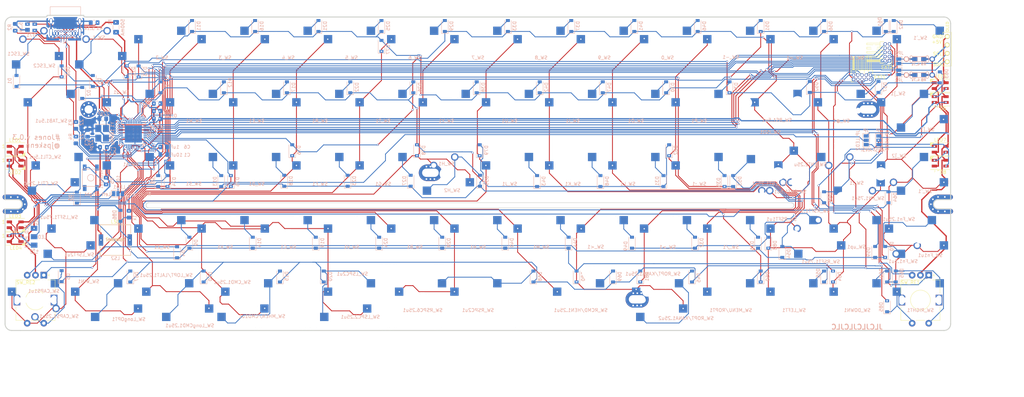
<source format=kicad_pcb>
(kicad_pcb (version 20171130) (host pcbnew "(5.1.6-0-10_14)")
  (title_block (title Jones) (rev v.0.2) (company @jpskenn))
  (layers (0 F.Cu signal) (31 B.Cu signal) (34 B.Paste user) (35 F.Paste user) (36 B.SilkS user) (37 F.SilkS user) (38 B.Mask user) (39 F.Mask user) (44 Edge.Cuts user))
  (net 0 "")
  (net 1 "Net-(D1-Pad2)")
  (net 2 "Net-(D2-Pad2)")
  (net 3 "Net-(D3-Pad2)")
  (net 4 "Net-(D4-Pad2)")
  (net 5 "Net-(D6-Pad2)")
  (net 6 "Net-(D7-Pad2)")
  (net 7 "Net-(D8-Pad2)")
  (net 8 "Net-(D9-Pad2)")
  (net 9 "Net-(D10-Pad2)")
  (net 10 "Net-(D11-Pad2)")
  (net 11 "Net-(D12-Pad2)")
  (net 12 "Net-(D13-Pad2)")
  (net 13 "Net-(D14-Pad2)")
  (net 14 "Net-(D16-Pad2)")
  (net 15 "Net-(D17-Pad2)")
  (net 16 "Net-(D18-Pad2)")
  (net 17 "Net-(D19-Pad2)")
  (net 18 "Net-(D20-Pad2)")
  (net 19 "Net-(D21-Pad2)")
  (net 20 "Net-(D22-Pad2)")
  (net 21 "Net-(D23-Pad2)")
  (net 22 "Net-(D24-Pad2)")
  (net 23 "Net-(D25-Pad2)")
  (net 24 "Net-(D26-Pad2)")
  (net 25 "Net-(D27-Pad2)")
  (net 26 "Net-(D28-Pad2)")
  (net 27 "Net-(D29-Pad2)")
  (net 28 "Net-(D30-Pad2)")
  (net 29 "Net-(D31-Pad2)")
  (net 30 "Net-(D32-Pad2)")
  (net 31 "Net-(D33-Pad2)")
  (net 32 "Net-(D34-Pad2)")
  (net 33 "Net-(D35-Pad2)")
  (net 34 "Net-(D36-Pad2)")
  (net 35 "Net-(D37-Pad2)")
  (net 36 "Net-(D38-Pad2)")
  (net 37 "Net-(D39-Pad2)")
  (net 38 "Net-(D40-Pad2)")
  (net 39 "Net-(D41-Pad2)")
  (net 40 "Net-(D42-Pad2)")
  (net 41 "Net-(D43-Pad2)")
  (net 42 "Net-(D44-Pad2)")
  (net 43 "Net-(D45-Pad2)")
  (net 44 "Net-(D46-Pad2)")
  (net 45 "Net-(D47-Pad2)")
  (net 46 "Net-(D48-Pad2)")
  (net 47 "Net-(D49-Pad2)")
  (net 48 "Net-(D50-Pad2)")
  (net 49 "Net-(D51-Pad2)")
  (net 50 "Net-(D52-Pad2)")
  (net 51 "Net-(D53-Pad2)")
  (net 52 "Net-(D54-Pad2)")
  (net 53 "Net-(D55-Pad2)")
  (net 54 "Net-(D56-Pad2)")
  (net 55 "Net-(D57-Pad2)")
  (net 56 "Net-(D58-Pad2)")
  (net 57 "Net-(D59-Pad2)")
  (net 58 "Net-(D60-Pad2)")
  (net 59 "Net-(D61-Pad2)")
  (net 60 "Net-(D62-Pad2)")
  (net 61 "Net-(D63-Pad2)")
  (net 62 +5V)
  (net 63 GND)
  (net 64 VCC)
  (net 65 D-)
  (net 66 D+)
  (net 67 "Net-(D15-Pad2)")
  (net 68 "Net-(C2-Pad1)")
  (net 69 "Net-(C3-Pad1)")
  (net 70 "Net-(R5-Pad2)")
  (net 71 "Net-(R6-Pad2)")
  (net 72 "Net-(C6-Pad1)")
  (net 73 "Net-(LED1-Pad1)")
  (net 74 "Net-(D64-Pad2)")
  (net 75 "Net-(D67-Pad2)")
  (net 76 "Net-(D68-Pad2)")
  (net 77 "Net-(D69-Pad2)")
  (net 78 "Net-(D70-Pad2)")
  (net 79 "Net-(D71-Pad2)")
  (net 80 "Net-(D71-Pad3)")
  (net 81 "Net-(J1-PadA5)")
  (net 82 "Net-(J1-PadB5)")
  (net 83 pin7)
  (net 84 pin8)
  (net 85 pin9)
  (net 86 pin10)
  (net 87 pin11)
  (net 88 RE2_2)
  (net 89 pin6)
  (net 90 pin2)
  (net 91 pin3)
  (net 92 pin4)
  (net 93 pin5)
  (net 94 pin1)
  (net 95 RE1_2)
  (net 96 RE2_1)
  (net 97 "Net-(D72-Pad1)")
  (net 98 "Net-(D73-Pad1)")
  (net 99 "Net-(D74-Pad1)")
  (net 100 "Net-(D75-Pad1)")
  (net 101 "Net-(D76-Pad1)")
  (net 102 "Net-(D77-Pad1)")
  (net 103 "Net-(D78-Pad1)")
  (net 104 "Net-(D79-Pad1)")
  (net 105 "Net-(D80-Pad1)")
  (net 106 "Net-(D81-Pad1)")
  (net 107 "Net-(D82-Pad1)")
  (net 108 "Net-(D83-Pad1)")
  (net 109 "Net-(D84-Pad1)")
  (net 110 RE1_1)
  (net 111 "Net-(D86-Pad1)")
  (net 112 "Net-(JP_LED1-Pad3)")
  (net 113 "Net-(JP_LED1-Pad1)")
  (net 114 "Net-(JP_LED2-Pad1)")
  (net 115 "Net-(JP_LED3-Pad3)")
  (net 116 "Net-(LED3-Pad1)")
  (net 117 "Net-(LED5-Pad1)")
  (net 118 "Net-(LED7-Pad1)")
  (net 119 SDA)
  (net 120 SCL)
  (net 121 AUDIO)
  (net 122 RE1_B)
  (net 123 RE1_A)
  (net 124 RE2_B)
  (net 125 RE2_A)
  (net 126 "Net-(JP_LED3-Pad2)")
  (net 127 Reserve_PD2-RX)
  (net 128 Reserve_PD3-TX)
  (net 129 Reserve_PB4)
  (net 130 Reserve_PB5)
  (net 131 LED)
  (net 132 "Net-(JP_LED2-Pad3)")
  (net 133 "Net-(JP_LED3-Pad1)")
  (net 134 "Net-(LED2-Pad1)")
  (net 135 Reserve_PB6)
  (net 136 Reserve_PC6)
  (net 137 "Net-(JP1-Pad2)")
  (net 138 "Net-(JP2-Pad2)")
  (module Resistor_SMD:R_0805_2012Metric_Pad1.15x1.40mm_HandSolder (layer B.Cu) (at 25.65 25.65004 270)
    (fp_text reference R2 (at 0 1.65 90) (layer B.SilkS) (effects (justify mirror)))
    (fp_text value 5.1k (at 0 -1.65 90) (layer B.SilkS) (effects (justify mirror)))
    (pad 1 smd roundrect (at -1.025 0 270) (size 1.15 1.4) (layers B.Cu B.Paste B.Mask) (roundrect_rratio 0.217391) (net 63 GND))
    (pad 2 smd roundrect (at 1.025 0 270) (size 1.15 1.4) (layers B.Cu B.Paste B.Mask) (roundrect_rratio 0.217391) (net 81 "Net-(J1-PadA5)"))
  )
  (module Package_TO_SOT_SMD:SOT-143 (layer B.Cu) (at 30.45 25.65004)
    (fp_text reference D71 (at 0.02 2.38 180) (layer B.SilkS) (effects (justify mirror)))
    (fp_text value PRTR5V0U2X)
    (pad 1 smd rect (at -1.1 0.77 90) (size 1.2 1.4) (layers B.Cu B.Paste B.Mask) (net 63 GND))
    (pad 2 smd rect (at -1.1 -0.95 90) (size 1 1.4) (layers B.Cu B.Paste B.Mask) (net 79 "Net-(D71-Pad2)"))
    (pad 3 smd rect (at 1.1 -0.95 90) (size 1 1.4) (layers B.Cu B.Paste B.Mask) (net 80 "Net-(D71-Pad3)"))
    (pad 4 smd rect (at 1.1 0.95 90) (size 1 1.4) (layers B.Cu B.Paste B.Mask) (net 64 VCC))
  )
  (module locallib:60_Outline-Modded_TinyHole (layer F.Cu) (at 165.1 69.85)
    (fp_text reference REF** hide)
    (fp_text value 60_Outline hide)
    (fp_line (start 142.45 7.05) (end 138.65 7.05) (layer B.Cu) (width 1.5))
    (fp_line (start 142.5 11.35) (end 138.7 11.35) (layer B.Cu) (width 1.5))
    (fp_line (start 142.45 7.05) (end 138.65 7.05) (layer F.Cu) (width 1.5))
    (fp_line (start 142.5 11.35) (end 138.7 11.35) (layer F.Cu) (width 1.5))
    (fp_line (start -142.45 11.35) (end -138.65 11.35) (layer B.Cu) (width 1.5))
    (fp_line (start 140.5 -47.3) (end -118.3 -47.3) (layer Edge.Cuts) (width 0.3))
    (fp_line (start -142.5 45.3) (end -142.5 10.6) (layer Edge.Cuts) (width 0.3))
    (fp_line (start -142.5 10.6) (end -138.7 10.6) (layer Edge.Cuts) (width 0.3))
    (fp_line (start -138.7 7.8) (end -142.5 7.8) (layer Edge.Cuts) (width 0.3))
    (fp_line (start -142.5 7.8) (end -142.5 -45.3) (layer Edge.Cuts) (width 0.3))
    (fp_line (start 142.5 10.6) (end 142.5 45.3) (layer Edge.Cuts) (width 0.3))
    (fp_line (start 142.5 7.8) (end 142.5 -45.3) (layer Edge.Cuts) (width 0.3))
    (fp_line (start 138.7 10.6) (end 142.5 10.6) (layer Edge.Cuts) (width 0.3))
    (fp_line (start 138.7 7.8) (end 142.5 7.8) (layer Edge.Cuts) (width 0.3))
    (fp_line (start -142.5 7.05) (end -138.7 7.05) (layer B.Cu) (width 1.5))
    (fp_line (start -142.45 11.35) (end -138.65 11.35) (layer F.Cu) (width 1.5))
    (fp_line (start -129.8 -47.8) (end -118.8 -47.8) (layer Edge.Cuts) (width 0.3))
    (fp_line (start -140.5 -47.3) (end -130.3 -47.3) (layer Edge.Cuts) (width 0.3))
    (fp_line (start -142.5 7.05) (end -138.7 7.05) (layer F.Cu) (width 1.5))
    (fp_arc (start 138.7 9.2) (end 138.7 11.35) (angle 90) (layer F.Cu) (width 1.5))
    (fp_arc (start 138.7 9.2) (end 138.7 11.35) (angle 90) (layer B.Cu) (width 1.5))
    (fp_arc (start 138.7 9.2) (end 138.7 7.05) (angle -90) (layer B.Cu) (width 1.5))
    (fp_arc (start 138.7 9.2) (end 138.7 7.05) (angle -90) (layer F.Cu) (width 1.5))
    (fp_arc (start -138.7 9.2) (end -138.7 11.35) (angle -90) (layer F.Cu) (width 1.5))
    (fp_arc (start -138.7 9.2) (end -138.7 11.35) (angle -90) (layer B.Cu) (width 1.5))
    (fp_arc (start -118.3 -47.8) (end -118.3 -47.3) (angle 90) (layer Edge.Cuts) (width 0.3))
    (fp_arc (start -130.3 -47.8) (end -129.8 -47.8) (angle 90) (layer Edge.Cuts) (width 0.3))
    (fp_arc (start -138.7 9.2) (end -138.7 7.05) (angle 90) (layer B.Cu) (width 1.5))
    (fp_arc (start -138.7 9.2) (end -138.7 7.05) (angle 90) (layer F.Cu) (width 1.5))
    (fp_arc (start -138.7 9.2) (end -137.3 9.2) (angle 90) (layer Edge.Cuts) (width 0.3))
    (fp_arc (start 138.7 9.2) (end 137.3 9.2) (angle -90) (layer Edge.Cuts) (width 0.3))
    (fp_arc (start 138.7 9.2) (end 138.7 7.8) (angle -90) (layer Edge.Cuts) (width 0.3))
    (fp_arc (start -138.7 9.2) (end -138.7 7.8) (angle 90) (layer Edge.Cuts) (width 0.3))
    (fp_arc (start 140.5 -45.3) (end 140.5 -47.3) (angle 90) (layer Edge.Cuts) (width 0.3))
    (fp_arc (start 140.5 45.3) (end 142.5 45.3) (angle 90) (layer Edge.Cuts) (width 0.3))
    (fp_arc (start -140.5 45.3) (end -140.5 47.3) (angle 90) (layer Edge.Cuts) (width 0.3))
    (fp_arc (start -140.5 -45.3) (end -142.5 -45.3) (angle 90) (layer Edge.Cuts) (width 0.3))
    (pad 1 thru_hole circle (at 140.742035 7 180) (size 1 1) (drill 0.5) (layers *.Cu *.Mask))
    (pad 1 thru_hole circle (at 140.75 11.35 180) (size 1 1) (drill 0.5) (layers *.Cu *.Mask))
    (pad 1 thru_hole circle (at 137.15 10.7 180) (size 1 1) (drill 0.5) (layers *.Cu *.Mask))
    (pad 1 thru_hole circle (at 138.7 7 180) (size 1 1) (drill 0.5) (layers *.Cu *.Mask))
    (pad 1 thru_hole circle (at 138.7 11.35 180) (size 1 1) (drill 0.5) (layers *.Cu *.Mask))
    (pad 1 thru_hole circle (at 136.55 9.2 180) (size 1 1) (drill 0.5) (layers *.Cu *.Mask))
    (pad 1 thru_hole circle (at 137.15 7.7) (size 1 1) (drill 0.5) (layers *.Cu *.Mask))
    (pad 1 thru_hole circle (at -137.15 10.7 180) (size 1 1) (drill 0.5) (layers *.Cu *.Mask))
    (pad 1 thru_hole circle (at -117.3 -19.4) (size 5 5) (drill 2.4994) (layers *.Cu *.Mask))
    (pad 1 thru_hole oval (at -14.3 -0.3) (size 7.00024 5) (drill oval 5.00126 2.49936) (layers *.Cu *.Mask))
    (pad 1 thru_hole oval (at 48 37.9) (size 7.00024 5) (drill oval 5.00126 2.49936) (layers *.Cu *.Mask))
    (pad 1 thru_hole oval (at 117.55 -19.4) (size 7.00024 5) (drill oval 5.00126 2.49936) (layers *.Cu *.Mask))
    (pad 1 thru_hole circle (at -117.3 -21.3) (size 1 1) (drill 0.5) (layers *.Cu *.Mask))
    (pad 1 thru_hole circle (at -119.2 -19.4) (size 1 1) (drill 0.5) (layers *.Cu *.Mask))
    (pad 1 thru_hole circle (at -115.4 -19.4) (size 1 1) (drill 0.5) (layers *.Cu *.Mask))
    (pad 1 thru_hole circle (at -117.3 -17.5) (size 1 1) (drill 0.5) (layers *.Cu *.Mask))
    (pad 1 thru_hole circle (at -118.65 -20.75) (size 1 1) (drill 0.5) (layers *.Cu *.Mask))
    (pad 1 thru_hole circle (at -116.05 -20.75) (size 1 1) (drill 0.5) (layers *.Cu *.Mask))
    (pad 1 thru_hole circle (at -118.65 -18.1) (size 1 1) (drill 0.5) (layers *.Cu *.Mask))
    (pad 1 thru_hole circle (at -116.05 -18.05) (size 1 1) (drill 0.5) (layers *.Cu *.Mask))
    (pad 1 thru_hole circle (at 117.55 -21.25) (size 1 1) (drill 0.5) (layers *.Cu *.Mask))
    (pad 1 thru_hole circle (at 117.55 -17.55) (size 1 1) (drill 0.5) (layers *.Cu *.Mask))
    (pad 1 thru_hole circle (at 118.75 -17.55) (size 1 1) (drill 0.5) (layers *.Cu *.Mask))
    (pad 1 thru_hole circle (at 116.35 -17.55) (size 1 1) (drill 0.5) (layers *.Cu *.Mask))
    (pad 1 thru_hole circle (at 116.35 -21.25) (size 1 1) (drill 0.5) (layers *.Cu *.Mask))
    (pad 1 thru_hole circle (at 118.75 -21.267) (size 1 1) (drill 0.5) (layers *.Cu *.Mask))
    (pad 1 thru_hole circle (at 48.05 36.05) (size 1 1) (drill 0.5) (layers *.Cu *.Mask))
    (pad 1 thru_hole circle (at 48 39.75) (size 1 1) (drill 0.5) (layers *.Cu *.Mask))
    (pad 1 thru_hole circle (at 49.25 36.05) (size 1 1) (drill 0.5) (layers *.Cu *.Mask))
    (pad 1 thru_hole circle (at 46.85 36.05) (size 1 1) (drill 0.5) (layers *.Cu *.Mask))
    (pad 1 thru_hole circle (at 46.8 39.75) (size 1 1) (drill 0.5) (layers *.Cu *.Mask))
    (pad 1 thru_hole circle (at 49.2 39.75) (size 1 1) (drill 0.5) (layers *.Cu *.Mask))
    (pad 1 thru_hole circle (at -14.3 -2.15) (size 1 1) (drill 0.5) (layers *.Cu *.Mask))
    (pad 1 thru_hole circle (at -13.1 -2.15) (size 1 1) (drill 0.5) (layers *.Cu *.Mask))
    (pad 1 thru_hole circle (at -15.5 -2.15) (size 1 1) (drill 0.5) (layers *.Cu *.Mask))
    (pad 1 thru_hole circle (at -14.3 1.6) (size 1 1) (drill 0.5) (layers *.Cu *.Mask))
    (pad 1 thru_hole circle (at -15.5 1.6) (size 1 1) (drill 0.5) (layers *.Cu *.Mask))
    (pad 1 thru_hole circle (at -13.1 1.6) (size 1 1) (drill 0.5) (layers *.Cu *.Mask))
    (pad 1 thru_hole circle (at -136.55 9.2) (size 1 1) (drill 0.5) (layers *.Cu *.Mask))
    (pad 1 thru_hole circle (at -138.7 7.05) (size 1 1) (drill 0.5) (layers *.Cu *.Mask))
    (pad 1 thru_hole circle (at -138.7 11.4) (size 1 1) (drill 0.5) (layers *.Cu *.Mask))
    (pad 1 thru_hole circle (at -137.15 7.7) (size 1 1) (drill 0.5) (layers *.Cu *.Mask))
    (pad 1 thru_hole circle (at -140.75 7.05) (size 1 1) (drill 0.5) (layers *.Cu *.Mask))
    (pad 1 thru_hole circle (at -140.742035 11.4) (size 1 1) (drill 0.5) (layers *.Cu *.Mask))
  )
  (module MX_Alps_Hybrid:MXOnly-1U-Hotswap (layer F.Cu) (at 60.35 50.82512)
    (fp_text reference SW_Q1 (at -2.7 -5.57508) (layer B.SilkS) (effects (justify mirror)))
    (fp_text value SW_Push)
    (pad 2 smd rect (at 5.842 -5.08) (size 2.55 2.5) (layers B.Cu B.Paste B.Mask) (net 6 "Net-(D7-Pad2)"))
    (pad 1 smd rect (at -7.085 -2.54) (size 2.55 2.5) (layers B.Cu B.Paste B.Mask) (net 98 "Net-(D73-Pad1)"))
    (pad "" np_thru_hole circle (at 5.08 0 48.0996) (size 1.75 1.75) (drill 1.75) (layers *.Cu *.Mask))
    (pad "" np_thru_hole circle (at -5.08 0 48.0996) (size 1.75 1.75) (drill 1.75) (layers *.Cu *.Mask))
    (pad "" np_thru_hole circle (at -3.81 -2.54) (size 3 3) (drill 3) (layers *.Cu *.Mask))
    (pad "" np_thru_hole circle (at 0 0) (size 3.9878 3.9878) (drill 3.9878) (layers *.Cu *.Mask))
    (pad "" np_thru_hole circle (at 2.54 -5.08) (size 3 3) (drill 3) (layers *.Cu *.Mask))
  )
  (module MX_Alps_Hybrid:MXOnly-1U-Hotswap (layer F.Cu) (at 60.35 69.8752)
    (fp_text reference SW_A1)
    (fp_text value SW_Push)
    (fp_text user %R (at 0.1 -2.82516) (layer B.SilkS) (effects (justify mirror)))
    (pad "" np_thru_hole circle (at 2.54 -5.08) (size 3 3) (drill 3) (layers *.Cu *.Mask))
    (pad "" np_thru_hole circle (at 0 0) (size 3.9878 3.9878) (drill 3.9878) (layers *.Cu *.Mask))
    (pad "" np_thru_hole circle (at -3.81 -2.54) (size 3 3) (drill 3) (layers *.Cu *.Mask))
    (pad "" np_thru_hole circle (at -5.08 0 48.0996) (size 1.75 1.75) (drill 1.75) (layers *.Cu *.Mask))
    (pad "" np_thru_hole circle (at 5.08 0 48.0996) (size 1.75 1.75) (drill 1.75) (layers *.Cu *.Mask))
    (pad 1 smd rect (at -7.085 -2.54) (size 2.55 2.5) (layers B.Cu B.Paste B.Mask) (net 98 "Net-(D73-Pad1)"))
    (pad 2 smd rect (at 5.842 -5.08) (size 2.55 2.5) (layers B.Cu B.Paste B.Mask) (net 7 "Net-(D8-Pad2)"))
  )
  (module MX_Alps_Hybrid:MXOnly-1U-Hotswap (layer F.Cu) (at 174.65064 69.8752)
    (fp_text reference SW_J1)
    (fp_text value SW_Push)
    (fp_text user %R (at 0 3.048) (layer B.SilkS) (effects (justify mirror)))
    (pad 2 smd rect (at 5.842 -5.08) (size 2.55 2.5) (layers B.Cu B.Paste B.Mask) (net 41 "Net-(D43-Pad2)"))
    (pad 1 smd rect (at -7.085 -2.54) (size 2.55 2.5) (layers B.Cu B.Paste B.Mask) (net 104 "Net-(D79-Pad1)"))
    (pad "" np_thru_hole circle (at 5.08 0 48.0996) (size 1.75 1.75) (drill 1.75) (layers *.Cu *.Mask))
    (pad "" np_thru_hole circle (at -5.08 0 48.0996) (size 1.75 1.75) (drill 1.75) (layers *.Cu *.Mask))
    (pad "" np_thru_hole circle (at -3.81 -2.54) (size 3 3) (drill 3) (layers *.Cu *.Mask))
    (pad "" np_thru_hole circle (at 0 0) (size 3.9878 3.9878) (drill 3.9878) (layers *.Cu *.Mask))
    (pad "" np_thru_hole circle (at 2.54 -5.08) (size 3 3) (drill 3) (layers *.Cu *.Mask))
  )
  (module MX_Alps_Hybrid:MXOnly-1.5U-Hotswap (layer F.Cu) (at 36.5375 50.82512)
    (fp_text reference SW_TAB1.5u1)
    (fp_text value SW_Push)
    (fp_text user %R (at 0 3.048) (layer B.SilkS) (effects (justify mirror)))
    (pad "" np_thru_hole circle (at 2.54 -5.08) (size 3 3) (drill 3) (layers *.Cu *.Mask))
    (pad "" np_thru_hole circle (at 0 0) (size 3.9878 3.9878) (drill 3.9878) (layers *.Cu *.Mask))
    (pad "" np_thru_hole circle (at -3.81 -2.54) (size 3 3) (drill 3) (layers *.Cu *.Mask))
    (pad "" np_thru_hole circle (at -5.08 0 48.0996) (size 1.75 1.75) (drill 1.75) (layers *.Cu *.Mask))
    (pad "" np_thru_hole circle (at 5.08 0 48.0996) (size 1.75 1.75) (drill 1.75) (layers *.Cu *.Mask))
    (pad 1 smd rect (at -7.085 -2.54) (size 2.55 2.5) (layers B.Cu B.Paste B.Mask) (net 96 RE2_1))
    (pad 2 smd rect (at 5.842 -5.08) (size 2.55 2.5) (layers B.Cu B.Paste B.Mask) (net 2 "Net-(D2-Pad2)"))
  )
  (module Crystal:Crystal_SMD_3225-4Pin_3.2x2.5mm_HandSoldering (layer B.Cu) (at 51.85 57.65004 270)
    (fp_text reference Y1 (at -2.6 -3.1 270) (layer B.SilkS) (effects (justify mirror)))
    (fp_text value 16MHz (at 1.1 -3.1 90) (layer B.SilkS) (effects (justify mirror)))
    (pad 1 smd rect (at -1.45 -1.15 270) (size 2.1 1.8) (layers B.Cu B.Paste B.Mask) (net 68 "Net-(C2-Pad1)"))
    (pad 2 smd rect (at 1.45 -1.15 270) (size 2.1 1.8) (layers B.Cu B.Paste B.Mask) (net 63 GND))
    (pad 3 smd rect (at 1.45 1.15 270) (size 2.1 1.8) (layers B.Cu B.Paste B.Mask) (net 69 "Net-(C3-Pad1)"))
    (pad 4 smd rect (at -1.45 1.15 270) (size 2.1 1.8) (layers B.Cu B.Paste B.Mask) (net 63 GND))
  )
  (module Capacitor_SMD:C_0805_2012Metric_Pad1.15x1.40mm_HandSolder (layer B.Cu) (at 52.05 53.25004 180)
    (fp_text reference C2 (at -1.2 2.8) (layer B.SilkS) (effects (justify mirror)))
    (fp_text value 22pF (at -0.2 1.6) (layer B.SilkS) (effects (justify mirror)))
    (pad 2 smd roundrect (at 1.025 0 180) (size 1.15 1.4) (layers B.Cu B.Paste B.Mask) (roundrect_rratio 0.217391) (net 63 GND))
    (pad 1 smd roundrect (at -1.025 0 180) (size 1.15 1.4) (layers B.Cu B.Paste B.Mask) (roundrect_rratio 0.217391) (net 68 "Net-(C2-Pad1)"))
  )
  (module Capacitor_SMD:C_0805_2012Metric_Pad1.15x1.40mm_HandSolder (layer B.Cu) (at 47.45 57.65004 90)
    (fp_text reference C3 (at -2.8 -0.2 90) (layer B.SilkS) (effects (justify mirror)))
    (fp_text value 22pF (at -3.7 1.1 90) (layer B.SilkS) (effects (justify mirror)))
    (pad 2 smd roundrect (at 1.025 0 90) (size 1.15 1.4) (layers B.Cu B.Paste B.Mask) (roundrect_rratio 0.217391) (net 63 GND))
    (pad 1 smd roundrect (at -1.025 0 90) (size 1.15 1.4) (layers B.Cu B.Paste B.Mask) (roundrect_rratio 0.217391) (net 69 "Net-(C3-Pad1)"))
  )
  (module Capacitor_SMD:C_0805_2012Metric_Pad1.15x1.40mm_HandSolder (layer B.Cu) (at 52.25 61.85004)
    (fp_text reference C7 (at 2.932 0.646) (layer B.SilkS) (effects (justify mirror)))
    (fp_text value 0.1uF (at 1.8 1.9) (layer B.SilkS) (effects (justify mirror)))
    (pad 1 smd roundrect (at -1.025 0) (size 1.15 1.4) (layers B.Cu B.Paste B.Mask) (roundrect_rratio 0.217391) (net 63 GND))
    (pad 2 smd roundrect (at 1.025 0) (size 1.15 1.4) (layers B.Cu B.Paste B.Mask) (roundrect_rratio 0.217391) (net 62 +5V))
  )
  (module Rotary_Encoder:RotaryEncoder_Alps_EC11E-Switch_Vertical_H20mm (layer F.Cu) (at 300.99358 100.46555 270)
    (fp_text reference SW_RE1 (at 2.18449 5.54358 180) (layer F.SilkS))
    (fp_text value Rotary_Encoder_Switch)
    (pad A thru_hole rect (at 0 0 270) (size 2 2) (drill 1) (layers *.Cu *.Mask) (net 123 RE1_A))
    (pad C thru_hole circle (at 0 2.5 270) (size 2 2) (drill 1) (layers *.Cu *.Mask) (net 63 GND))
    (pad B thru_hole circle (at 0 5 270) (size 2 2) (drill 1) (layers *.Cu *.Mask) (net 122 RE1_B))
    (pad MP thru_hole rect (at 7.5 -3.1 270) (size 3.2 2) (drill oval 2.8 1.5) (layers *.Cu *.Mask))
    (pad MP thru_hole rect (at 7.5 8.1 270) (size 3.2 2) (drill oval 2.8 1.5) (layers *.Cu *.Mask))
    (pad S2 thru_hole circle (at 14.5 0 270) (size 2 2) (drill 1) (layers *.Cu *.Mask) (net 95 RE1_2))
    (pad S1 thru_hole circle (at 14.5 5 270) (size 2 2) (drill 1) (layers *.Cu *.Mask) (net 110 RE1_1))
  )
  (module MX_Alps_Hybrid:MXOnly-1U-Hotswap (layer F.Cu) (at 50.825 31.77504 180)
    (fp_text reference SW_1)
    (fp_text value SW_Push)
    (fp_text user %R (at 0 3.048) (layer B.SilkS) (effects (justify mirror)))
    (pad 2 smd rect (at 5.842 -5.08 180) (size 2.55 2.5) (layers B.Cu B.Paste B.Mask) (net 5 "Net-(D6-Pad2)"))
    (pad 1 smd rect (at -7.085 -2.54 180) (size 2.55 2.5) (layers B.Cu B.Paste B.Mask) (net 97 "Net-(D72-Pad1)"))
    (pad "" np_thru_hole circle (at 5.08 0 228.0996) (size 1.75 1.75) (drill 1.75) (layers *.Cu *.Mask))
    (pad "" np_thru_hole circle (at -5.08 0 228.0996) (size 1.75 1.75) (drill 1.75) (layers *.Cu *.Mask))
    (pad "" np_thru_hole circle (at -3.81 -2.54 180) (size 3 3) (drill 3) (layers *.Cu *.Mask))
    (pad "" np_thru_hole circle (at 0 0 180) (size 3.9878 3.9878) (drill 3.9878) (layers *.Cu *.Mask))
    (pad "" np_thru_hole circle (at 2.54 -5.08 180) (size 3 3) (drill 3) (layers *.Cu *.Mask))
  )
  (module SMK_ai03_RandomKeyboardParts:D_SOD-123-Pretty (layer B.Cu) (at 107.55 43.75004 90)
    (fp_text reference D17 (at 0 2 90) (layer B.SilkS) (effects (justify mirror)))
    (fp_text value D)
    (pad 2 smd rect (at 1.65 0 90) (size 0.9 1.2) (layers B.Cu B.Paste B.Mask) (net 15 "Net-(D17-Pad2)"))
    (pad 1 smd rect (at -1.65 0 90) (size 0.9 1.2) (layers B.Cu B.Paste B.Mask) (net 84 pin8))
  )
  (module SMK_ai03_RandomKeyboardParts:D_SOD-123-Pretty (layer B.Cu) (at 26.05 41.85004 90)
    (fp_text reference D1 (at 0 -2.032 90) (layer B.SilkS) (effects (justify mirror)))
    (fp_text value D)
    (pad 2 smd rect (at 1.65 0 90) (size 0.9 1.2) (layers B.Cu B.Paste B.Mask) (net 1 "Net-(D1-Pad2)"))
    (pad 1 smd rect (at -1.65 0 90) (size 0.9 1.2) (layers B.Cu B.Paste B.Mask) (net 83 pin7))
  )
  (module SMK_ai03_RandomKeyboardParts:D_SOD-123-Pretty (layer B.Cu) (at 49.05 41.85004 90)
    (fp_text reference D6 (at 0 2 90) (layer B.SilkS) (effects (justify mirror)))
    (fp_text value D)
    (pad 2 smd rect (at 1.65 0 90) (size 0.9 1.2) (layers B.Cu B.Paste B.Mask) (net 5 "Net-(D6-Pad2)"))
    (pad 1 smd rect (at -1.65 0 90) (size 0.9 1.2) (layers B.Cu B.Paste B.Mask) (net 83 pin7))
  )
  (module SMK_ai03_RandomKeyboardParts:D_SOD-123-Pretty (layer B.Cu) (at 78.95 25.25004 90)
    (fp_text reference D11 (at 0 2 90) (layer B.SilkS) (effects (justify mirror)))
    (fp_text value D)
    (pad 2 smd rect (at 1.65 0 90) (size 0.9 1.2) (layers B.Cu B.Paste B.Mask) (net 10 "Net-(D11-Pad2)"))
    (pad 1 smd rect (at -1.65 0 90) (size 0.9 1.2) (layers B.Cu B.Paste B.Mask) (net 83 pin7))
  )
  (module SMK_ai03_RandomKeyboardParts:D_SOD-123-Pretty (layer B.Cu) (at 97.95 25.25004 90)
    (fp_text reference D16 (at 0 2 90) (layer B.SilkS) (effects (justify mirror)))
    (fp_text value D)
    (pad 2 smd rect (at 1.65 0 90) (size 0.9 1.2) (layers B.Cu B.Paste B.Mask) (net 14 "Net-(D16-Pad2)"))
    (pad 1 smd rect (at -1.65 0 90) (size 0.9 1.2) (layers B.Cu B.Paste B.Mask) (net 83 pin7))
  )
  (module SMK_ai03_RandomKeyboardParts:D_SOD-123-Pretty (layer B.Cu) (at 117.05 25.25004 90)
    (fp_text reference D21 (at 0 2 90) (layer B.SilkS) (effects (justify mirror)))
    (fp_text value D)
    (pad 2 smd rect (at 1.65 0 90) (size 0.9 1.2) (layers B.Cu B.Paste B.Mask) (net 19 "Net-(D21-Pad2)"))
    (pad 1 smd rect (at -1.65 0 90) (size 0.9 1.2) (layers B.Cu B.Paste B.Mask) (net 83 pin7))
  )
  (module SMK_ai03_RandomKeyboardParts:D_SOD-123-Pretty (layer B.Cu) (at 136.05 25.25004 90)
    (fp_text reference D25 (at 0 2 90) (layer B.SilkS) (effects (justify mirror)))
    (fp_text value D)
    (pad 2 smd rect (at 1.65 0 90) (size 0.9 1.2) (layers B.Cu B.Paste B.Mask) (net 23 "Net-(D25-Pad2)"))
    (pad 1 smd rect (at -1.65 0 90) (size 0.9 1.2) (layers B.Cu B.Paste B.Mask) (net 83 pin7))
  )
  (module SMK_ai03_RandomKeyboardParts:D_SOD-123-Pretty (layer B.Cu) (at 155.15 25.25004 90)
    (fp_text reference D29 (at 0 2 90) (layer B.SilkS) (effects (justify mirror)))
    (fp_text value D)
    (pad 2 smd rect (at 1.65 0 90) (size 0.9 1.2) (layers B.Cu B.Paste B.Mask) (net 27 "Net-(D29-Pad2)"))
    (pad 1 smd rect (at -1.65 0 90) (size 0.9 1.2) (layers B.Cu B.Paste B.Mask) (net 89 pin6))
  )
  (module SMK_ai03_RandomKeyboardParts:D_SOD-123-Pretty (layer B.Cu) (at 174.15 25.25004 90)
    (fp_text reference D33 (at 0 2 90) (layer B.SilkS) (effects (justify mirror)))
    (fp_text value D)
    (pad 2 smd rect (at 1.65 0 90) (size 0.9 1.2) (layers B.Cu B.Paste B.Mask) (net 31 "Net-(D33-Pad2)"))
    (pad 1 smd rect (at -1.65 0 90) (size 0.9 1.2) (layers B.Cu B.Paste B.Mask) (net 89 pin6))
  )
  (module SMK_ai03_RandomKeyboardParts:D_SOD-123-Pretty (layer B.Cu) (at 193.25 25.25004 90)
    (fp_text reference D37 (at 0 2 90) (layer B.SilkS) (effects (justify mirror)))
    (fp_text value D)
    (pad 2 smd rect (at 1.65 0 90) (size 0.9 1.2) (layers B.Cu B.Paste B.Mask) (net 35 "Net-(D37-Pad2)"))
    (pad 1 smd rect (at -1.65 0 90) (size 0.9 1.2) (layers B.Cu B.Paste B.Mask) (net 89 pin6))
  )
  (module SMK_ai03_RandomKeyboardParts:D_SOD-123-Pretty (layer B.Cu) (at 212.25 25.25004 90)
    (fp_text reference D41 (at 0 2 90) (layer B.SilkS) (effects (justify mirror)))
    (fp_text value D)
    (pad 2 smd rect (at 1.65 0 90) (size 0.9 1.2) (layers B.Cu B.Paste B.Mask) (net 39 "Net-(D41-Pad2)"))
    (pad 1 smd rect (at -1.65 0 90) (size 0.9 1.2) (layers B.Cu B.Paste B.Mask) (net 89 pin6))
  )
  (module SMK_ai03_RandomKeyboardParts:D_SOD-123-Pretty (layer B.Cu) (at 231.35 25.25004 90)
    (fp_text reference D46 (at 0 2 90) (layer B.SilkS) (effects (justify mirror)))
    (fp_text value D)
    (pad 2 smd rect (at 1.65 0 90) (size 0.9 1.2) (layers B.Cu B.Paste B.Mask) (net 44 "Net-(D46-Pad2)"))
    (pad 1 smd rect (at -1.65 0 90) (size 0.9 1.2) (layers B.Cu B.Paste B.Mask) (net 89 pin6))
  )
  (module SMK_ai03_RandomKeyboardParts:D_SOD-123-Pretty (layer B.Cu) (at 250.35 25.25004 90)
    (fp_text reference D51 (at 0 2 90) (layer B.SilkS) (effects (justify mirror)))
    (fp_text value D)
    (pad 2 smd rect (at 1.65 0 90) (size 0.9 1.2) (layers B.Cu B.Paste B.Mask) (net 49 "Net-(D51-Pad2)"))
    (pad 1 smd rect (at -1.65 0 90) (size 0.9 1.2) (layers B.Cu B.Paste B.Mask) (net 94 pin1))
  )
  (module SMK_ai03_RandomKeyboardParts:D_SOD-123-Pretty (layer B.Cu) (at 269.45 25.25004 90)
    (fp_text reference D56 (at 0 2 90) (layer B.SilkS) (effects (justify mirror)))
    (fp_text value D)
    (pad 2 smd rect (at 1.65 0 90) (size 0.9 1.2) (layers B.Cu B.Paste B.Mask) (net 54 "Net-(D56-Pad2)"))
    (pad 1 smd rect (at -1.65 0 90) (size 0.9 1.2) (layers B.Cu B.Paste B.Mask) (net 94 pin1))
  )
  (module SMK_ai03_RandomKeyboardParts:D_SOD-123-Pretty (layer B.Cu) (at 288.05 25.25004 90)
    (fp_text reference D61 (at 1.2 -1.8 90) (layer B.SilkS) (effects (justify mirror)))
    (fp_text value D)
    (pad 2 smd rect (at 1.65 0 90) (size 0.9 1.2) (layers B.Cu B.Paste B.Mask) (net 59 "Net-(D61-Pad2)"))
    (pad 1 smd rect (at -1.65 0 90) (size 0.9 1.2) (layers B.Cu B.Paste B.Mask) (net 94 pin1))
  )
  (module SMK_ai03_RandomKeyboardParts:D_SOD-123-Pretty (layer B.Cu) (at 269.45 76.95004 90)
    (fp_text reference D58 (at 0 2 90) (layer B.SilkS) (effects (justify mirror)))
    (fp_text value D)
    (pad 2 smd rect (at 1.65 0 90) (size 0.9 1.2) (layers B.Cu B.Paste B.Mask) (net 56 "Net-(D58-Pad2)"))
    (pad 1 smd rect (at -1.65 0 90) (size 0.9 1.2) (layers B.Cu B.Paste B.Mask) (net 91 pin3))
  )
  (module SMK_ai03_RandomKeyboardParts:D_SOD-123-Pretty (layer B.Cu) (at 45.85 45.45004 90)
    (fp_text reference D2 (at 0 2 90) (layer B.SilkS) (effects (justify mirror)))
    (fp_text value D)
    (pad 1 smd rect (at -1.65 0 90) (size 0.9 1.2) (layers B.Cu B.Paste B.Mask) (net 84 pin8))
    (pad 2 smd rect (at 1.65 0 90) (size 0.9 1.2) (layers B.Cu B.Paste B.Mask) (net 2 "Net-(D2-Pad2)"))
  )
  (module SMK_ai03_RandomKeyboardParts:D_SOD-123-Pretty (layer B.Cu) (at 69.45 43.75004 90)
    (fp_text reference D7 (at 0 2 90) (layer B.SilkS) (effects (justify mirror)))
    (fp_text value D)
    (pad 1 smd rect (at -1.65 0 90) (size 0.9 1.2) (layers B.Cu B.Paste B.Mask) (net 84 pin8))
    (pad 2 smd rect (at 1.65 0 90) (size 0.9 1.2) (layers B.Cu B.Paste B.Mask) (net 6 "Net-(D7-Pad2)"))
  )
  (module SMK_ai03_RandomKeyboardParts:D_SOD-123-Pretty (layer B.Cu) (at 88.55 43.75004 90)
    (fp_text reference D12 (at 1.397 1.905 90) (layer B.SilkS) (effects (justify mirror)))
    (fp_text value D)
    (pad 2 smd rect (at 1.65 0 90) (size 0.9 1.2) (layers B.Cu B.Paste B.Mask) (net 11 "Net-(D12-Pad2)"))
    (pad 1 smd rect (at -1.65 0 90) (size 0.9 1.2) (layers B.Cu B.Paste B.Mask) (net 84 pin8))
  )
  (module SMK_ai03_RandomKeyboardParts:D_SOD-123-Pretty (layer B.Cu) (at 126.65 43.75004 90)
    (fp_text reference D22 (at 0 2 90) (layer B.SilkS) (effects (justify mirror)))
    (fp_text value D)
    (pad 1 smd rect (at -1.65 0 90) (size 0.9 1.2) (layers B.Cu B.Paste B.Mask) (net 84 pin8))
    (pad 2 smd rect (at 1.65 0 90) (size 0.9 1.2) (layers B.Cu B.Paste B.Mask) (net 20 "Net-(D22-Pad2)"))
  )
  (module SMK_ai03_RandomKeyboardParts:D_SOD-123-Pretty (layer B.Cu) (at 145.65 43.75004 90)
    (fp_text reference D26 (at 0 2 90) (layer B.SilkS) (effects (justify mirror)))
    (fp_text value D)
    (pad 2 smd rect (at 1.65 0 90) (size 0.9 1.2) (layers B.Cu B.Paste B.Mask) (net 24 "Net-(D26-Pad2)"))
    (pad 1 smd rect (at -1.65 0 90) (size 0.9 1.2) (layers B.Cu B.Paste B.Mask) (net 84 pin8))
  )
  (module SMK_ai03_RandomKeyboardParts:D_SOD-123-Pretty (layer B.Cu) (at 221.85 43.75004 90)
    (fp_text reference D30 (at 0 2 90) (layer B.SilkS) (effects (justify mirror)))
    (fp_text value D)
    (pad 1 smd rect (at -1.65 0 90) (size 0.9 1.2) (layers B.Cu B.Paste B.Mask) (net 83 pin7))
    (pad 2 smd rect (at 1.65 0 90) (size 0.9 1.2) (layers B.Cu B.Paste B.Mask) (net 28 "Net-(D30-Pad2)"))
  )
  (module SMK_ai03_RandomKeyboardParts:D_SOD-123-Pretty (layer B.Cu) (at 240.95 43.75004 90)
    (fp_text reference D34 (at 0 2 90) (layer B.SilkS) (effects (justify mirror)))
    (fp_text value D)
    (pad 1 smd rect (at -1.65 0 90) (size 0.9 1.2) (layers B.Cu B.Paste B.Mask) (net 90 pin2))
    (pad 2 smd rect (at 1.65 0 90) (size 0.9 1.2) (layers B.Cu B.Paste B.Mask) (net 32 "Net-(D34-Pad2)"))
  )
  (module SMK_ai03_RandomKeyboardParts:D_SOD-123-Pretty (layer B.Cu) (at 164.75 43.75004 90)
    (fp_text reference D38 (at 0 2 90) (layer B.SilkS) (effects (justify mirror)))
    (fp_text value D)
    (pad 2 smd rect (at 1.65 0 90) (size 0.9 1.2) (layers B.Cu B.Paste B.Mask) (net 36 "Net-(D38-Pad2)"))
    (pad 1 smd rect (at -1.65 0 90) (size 0.9 1.2) (layers B.Cu B.Paste B.Mask) (net 83 pin7))
  )
  (module SMK_ai03_RandomKeyboardParts:D_SOD-123-Pretty (layer B.Cu) (at 183.75 43.75004 90)
    (fp_text reference D42 (at 0 2 90) (layer B.SilkS) (effects (justify mirror)))
    (fp_text value D)
    (pad 2 smd rect (at 1.65 0 90) (size 0.9 1.2) (layers B.Cu B.Paste B.Mask) (net 40 "Net-(D42-Pad2)"))
    (pad 1 smd rect (at -1.65 0 90) (size 0.9 1.2) (layers B.Cu B.Paste B.Mask) (net 83 pin7))
  )
  (module SMK_ai03_RandomKeyboardParts:D_SOD-123-Pretty (layer B.Cu) (at 202.75 43.75004 90)
    (fp_text reference D47 (at 0 2 90) (layer B.SilkS) (effects (justify mirror)))
    (fp_text value D)
    (pad 2 smd rect (at 1.65 0 90) (size 0.9 1.2) (layers B.Cu B.Paste B.Mask) (net 45 "Net-(D47-Pad2)"))
    (pad 1 smd rect (at -1.65 0 90) (size 0.9 1.2) (layers B.Cu B.Paste B.Mask) (net 83 pin7))
  )
  (module SMK_ai03_RandomKeyboardParts:D_SOD-123-Pretty (layer B.Cu) (at 265.15 43.65004 90)
    (fp_text reference D52 (at 0 2 90) (layer B.SilkS) (effects (justify mirror)))
    (fp_text value D)
    (pad 2 smd rect (at 1.65 0 90) (size 0.9 1.2) (layers B.Cu B.Paste B.Mask) (net 50 "Net-(D52-Pad2)"))
    (pad 1 smd rect (at -1.65 0 90) (size 0.9 1.2) (layers B.Cu B.Paste B.Mask) (net 90 pin2))
  )
  (module SMK_ai03_RandomKeyboardParts:D_SOD-123-Pretty (layer B.Cu) (at 285.85 43.65004 90)
    (fp_text reference D57 (at 0 2 90) (layer B.SilkS) (effects (justify mirror)))
    (fp_text value D)
    (pad 2 smd rect (at 1.65 0 90) (size 0.9 1.2) (layers B.Cu B.Paste B.Mask) (net 55 "Net-(D57-Pad2)"))
    (pad 1 smd rect (at -1.65 0 90) (size 0.9 1.2) (layers B.Cu B.Paste B.Mask) (net 90 pin2))
  )
  (module SMK_ai03_RandomKeyboardParts:D_SOD-123-Pretty (layer B.Cu) (at 290.45 25.25004 90)
    (fp_text reference D62 (at 0.4 2.2 90) (layer B.SilkS) (effects (justify mirror)))
    (fp_text value D)
    (pad 2 smd rect (at 1.65 0 90) (size 0.9 1.2) (layers B.Cu B.Paste B.Mask) (net 60 "Net-(D62-Pad2)"))
    (pad 1 smd rect (at -1.65 0 90) (size 0.9 1.2) (layers B.Cu B.Paste B.Mask) (net 94 pin1))
  )
  (module SMK_ai03_RandomKeyboardParts:D_SOD-123-Pretty (layer B.Cu) (at 44.25 77.05004 90)
    (fp_text reference D3 (at 0 -1.905 90) (layer B.SilkS) (effects (justify mirror)))
    (fp_text value D)
    (pad 2 smd rect (at 1.65 0 90) (size 0.9 1.2) (layers B.Cu B.Paste B.Mask) (net 3 "Net-(D3-Pad2)"))
    (pad 1 smd rect (at -1.65 0 90) (size 0.9 1.2) (layers B.Cu B.Paste B.Mask) (net 85 pin9))
  )
  (module SMK_ai03_RandomKeyboardParts:D_SOD-123-Pretty (layer B.Cu) (at 68.75 72.05004 90)
    (fp_text reference D8 (at 0 -1.8 90) (layer B.SilkS) (effects (justify mirror)))
    (fp_text value D)
    (pad 2 smd rect (at 1.65 0 90) (size 0.9 1.2) (layers B.Cu B.Paste B.Mask) (net 7 "Net-(D8-Pad2)"))
    (pad 1 smd rect (at -1.65 0 90) (size 0.9 1.2) (layers B.Cu B.Paste B.Mask) (net 85 pin9))
  )
  (module SMK_ai03_RandomKeyboardParts:D_SOD-123-Pretty (layer B.Cu) (at 87.75 72.05004 90)
    (fp_text reference D13 (at -0.1 -1.9 90) (layer B.SilkS) (effects (justify mirror)))
    (fp_text value D)
    (pad 2 smd rect (at 1.65 0 90) (size 0.9 1.2) (layers B.Cu B.Paste B.Mask) (net 12 "Net-(D13-Pad2)"))
    (pad 1 smd rect (at -1.65 0 90) (size 0.9 1.2) (layers B.Cu B.Paste B.Mask) (net 85 pin9))
  )
  (module SMK_ai03_RandomKeyboardParts:D_SOD-123-Pretty (layer B.Cu) (at 106.75 71.95004 90)
    (fp_text reference D18 (at 0 2 90) (layer B.SilkS) (effects (justify mirror)))
    (fp_text value D)
    (pad 2 smd rect (at 1.65 0 90) (size 0.9 1.2) (layers B.Cu B.Paste B.Mask) (net 16 "Net-(D18-Pad2)"))
    (pad 1 smd rect (at -1.65 0 90) (size 0.9 1.2) (layers B.Cu B.Paste B.Mask) (net 85 pin9))
  )
  (module SMK_ai03_RandomKeyboardParts:D_SOD-123-Pretty (layer B.Cu) (at 125.85 71.95004 90)
    (fp_text reference D23 (at 0 2 90) (layer B.SilkS) (effects (justify mirror)))
    (fp_text value D)
    (pad 1 smd rect (at -1.65 0 90) (size 0.9 1.2) (layers B.Cu B.Paste B.Mask) (net 85 pin9))
    (pad 2 smd rect (at 1.65 0 90) (size 0.9 1.2) (layers B.Cu B.Paste B.Mask) (net 21 "Net-(D23-Pad2)"))
  )
  (module SMK_ai03_RandomKeyboardParts:D_SOD-123-Pretty (layer B.Cu) (at 144.85 71.95004 90)
    (fp_text reference D27 (at 0 -1.905 90) (layer B.SilkS) (effects (justify mirror)))
    (fp_text value D)
    (pad 1 smd rect (at -1.65 0 90) (size 0.9 1.2) (layers B.Cu B.Paste B.Mask) (net 85 pin9))
    (pad 2 smd rect (at 1.65 0 90) (size 0.9 1.2) (layers B.Cu B.Paste B.Mask) (net 25 "Net-(D27-Pad2)"))
  )
  (module SMK_ai03_RandomKeyboardParts:D_SOD-123-Pretty (layer B.Cu) (at 221.05 72.05004 90)
    (fp_text reference D31 (at 0 -1.905 90) (layer B.SilkS) (effects (justify mirror)))
    (fp_text value D)
    (pad 1 smd rect (at -1.65 0 90) (size 0.9 1.2) (layers B.Cu B.Paste B.Mask) (net 84 pin8))
    (pad 2 smd rect (at 1.65 0 90) (size 0.9 1.2) (layers B.Cu B.Paste B.Mask) (net 29 "Net-(D31-Pad2)"))
  )
  (module SMK_ai03_RandomKeyboardParts:D_SOD-123-Pretty (layer B.Cu) (at 239.45 72.05004 90)
    (fp_text reference D35 (at -0.4 -1.8 90) (layer B.SilkS) (effects (justify mirror)))
    (fp_text value D)
    (pad 1 smd rect (at -1.65 0 90) (size 0.9 1.2) (layers B.Cu B.Paste B.Mask) (net 91 pin3))
    (pad 2 smd rect (at 1.65 0 90) (size 0.9 1.2) (layers B.Cu B.Paste B.Mask) (net 33 "Net-(D35-Pad2)"))
  )
  (module SMK_ai03_RandomKeyboardParts:D_SOD-123-Pretty (layer B.Cu) (at 165.75 71.95004 90)
    (fp_text reference D39 (at 0 2 90) (layer B.SilkS) (effects (justify mirror)))
    (fp_text value D)
    (pad 1 smd rect (at -1.65 0 90) (size 0.9 1.2) (layers B.Cu B.Paste B.Mask) (net 85 pin9))
    (pad 2 smd rect (at 1.65 0 90) (size 0.9 1.2) (layers B.Cu B.Paste B.Mask) (net 37 "Net-(D39-Pad2)"))
  )
  (module SMK_ai03_RandomKeyboardParts:D_SOD-123-Pretty (layer B.Cu) (at 182.95 72.05004 90)
    (fp_text reference D43 (at 0 2 90) (layer B.SilkS) (effects (justify mirror)))
    (fp_text value D)
    (pad 1 smd rect (at -1.65 0 90) (size 0.9 1.2) (layers B.Cu B.Paste B.Mask) (net 84 pin8))
    (pad 2 smd rect (at 1.65 0 90) (size 0.9 1.2) (layers B.Cu B.Paste B.Mask) (net 41 "Net-(D43-Pad2)"))
  )
  (module SMK_ai03_RandomKeyboardParts:D_SOD-123-Pretty (layer B.Cu) (at 202.05 72.05004 90)
    (fp_text reference D48 (at 0 2 90) (layer B.SilkS) (effects (justify mirror)))
    (fp_text value D)
    (pad 1 smd rect (at -1.65 0 90) (size 0.9 1.2) (layers B.Cu B.Paste B.Mask) (net 84 pin8))
    (pad 2 smd rect (at 1.65 0 90) (size 0.9 1.2) (layers B.Cu B.Paste B.Mask) (net 46 "Net-(D48-Pad2)"))
  )
  (module SMK_ai03_RandomKeyboardParts:D_SOD-123-Pretty (layer B.Cu) (at 242.05 72.05004 90)
    (fp_text reference D53 (at 0 2 90) (layer B.SilkS) (effects (justify mirror)))
    (fp_text value D)
    (pad 1 smd rect (at -1.65 0 90) (size 0.9 1.2) (layers B.Cu B.Paste B.Mask) (net 91 pin3))
    (pad 2 smd rect (at 1.65 0 90) (size 0.9 1.2) (layers B.Cu B.Paste B.Mask) (net 51 "Net-(D53-Pad2)"))
  )
  (module SMK_ai03_RandomKeyboardParts:D_SOD-123-Pretty (layer B.Cu) (at 304.35 40.75004 90)
    (fp_text reference D63 (at 1.1 2 90) (layer B.SilkS) (effects (justify mirror)))
    (fp_text value D)
    (pad 1 smd rect (at -1.65 0 90) (size 0.9 1.2) (layers B.Cu B.Paste B.Mask) (net 90 pin2))
    (pad 2 smd rect (at 1.65 0 90) (size 0.9 1.2) (layers B.Cu B.Paste B.Mask) (net 61 "Net-(D63-Pad2)"))
  )
  (module SMK_ai03_RandomKeyboardParts:D_SOD-123-Pretty (layer B.Cu) (at 74.45 93.55004 90)
    (fp_text reference D4 (at -0.3 1.9 90) (layer B.SilkS) (effects (justify mirror)))
    (fp_text value D)
    (pad 1 smd rect (at -1.65 0 90) (size 0.9 1.2) (layers B.Cu B.Paste B.Mask) (net 86 pin10))
    (pad 2 smd rect (at 1.65 0 90) (size 0.9 1.2) (layers B.Cu B.Paste B.Mask) (net 4 "Net-(D4-Pad2)"))
  )
  (module SMK_ai03_RandomKeyboardParts:D_SOD-123-Pretty (layer B.Cu) (at 78.15 90.65004 90)
    (fp_text reference D9 (at 0 2 90) (layer B.SilkS) (effects (justify mirror)))
    (fp_text value D)
    (pad 1 smd rect (at -1.65 0 90) (size 0.9 1.2) (layers B.Cu B.Paste B.Mask) (net 86 pin10))
    (pad 2 smd rect (at 1.65 0 90) (size 0.9 1.2) (layers B.Cu B.Paste B.Mask) (net 8 "Net-(D9-Pad2)"))
  )
  (module SMK_ai03_RandomKeyboardParts:D_SOD-123-Pretty (layer B.Cu) (at 97.25 90.65004 90)
    (fp_text reference D14 (at 0 2 90) (layer B.SilkS) (effects (justify mirror)))
    (fp_text value D)
    (pad 1 smd rect (at -1.65 0 90) (size 0.9 1.2) (layers B.Cu B.Paste B.Mask) (net 86 pin10))
    (pad 2 smd rect (at 1.65 0 90) (size 0.9 1.2) (layers B.Cu B.Paste B.Mask) (net 13 "Net-(D14-Pad2)"))
  )
  (module SMK_ai03_RandomKeyboardParts:D_SOD-123-Pretty (layer B.Cu) (at 116.25 90.65004 90)
    (fp_text reference D19 (at 0 2 90) (layer B.SilkS) (effects (justify mirror)))
    (fp_text value D)
    (pad 1 smd rect (at -1.65 0 90) (size 0.9 1.2) (layers B.Cu B.Paste B.Mask) (net 86 pin10))
    (pad 2 smd rect (at 1.65 0 90) (size 0.9 1.2) (layers B.Cu B.Paste B.Mask) (net 17 "Net-(D19-Pad2)"))
  )
  (module SMK_ai03_RandomKeyboardParts:D_SOD-123-Pretty (layer B.Cu) (at 135.35 90.65004 90)
    (fp_text reference D24 (at 0 2 90) (layer B.SilkS) (effects (justify mirror)))
    (fp_text value D)
    (pad 1 smd rect (at -1.65 0 90) (size 0.9 1.2) (layers B.Cu B.Paste B.Mask) (net 86 pin10))
    (pad 2 smd rect (at 1.65 0 90) (size 0.9 1.2) (layers B.Cu B.Paste B.Mask) (net 22 "Net-(D24-Pad2)"))
  )
  (module SMK_ai03_RandomKeyboardParts:D_SOD-123-Pretty (layer B.Cu) (at 154.35 90.65004 90)
    (fp_text reference D28 (at 0 2 90) (layer B.SilkS) (effects (justify mirror)))
    (fp_text value D)
    (pad 1 smd rect (at -1.65 0 90) (size 0.9 1.2) (layers B.Cu B.Paste B.Mask) (net 86 pin10))
    (pad 2 smd rect (at 1.65 0 90) (size 0.9 1.2) (layers B.Cu B.Paste B.Mask) (net 26 "Net-(D28-Pad2)"))
  )
  (module SMK_ai03_RandomKeyboardParts:D_SOD-123-Pretty (layer B.Cu) (at 230.55 90.65004 90)
    (fp_text reference D32 (at 0 2 90) (layer B.SilkS) (effects (justify mirror)))
    (fp_text value D)
    (pad 1 smd rect (at -1.65 0 90) (size 0.9 1.2) (layers B.Cu B.Paste B.Mask) (net 85 pin9))
    (pad 2 smd rect (at 1.65 0 90) (size 0.9 1.2) (layers B.Cu B.Paste B.Mask) (net 30 "Net-(D32-Pad2)"))
  )
  (module SMK_ai03_RandomKeyboardParts:D_SOD-123-Pretty (layer B.Cu) (at 249.55 90.65004 90)
    (fp_text reference D36 (at -0.9 -1.8 90) (layer B.SilkS) (effects (justify mirror)))
    (fp_text value D)
    (pad 1 smd rect (at -1.65 0 90) (size 0.9 1.2) (layers B.Cu B.Paste B.Mask) (net 92 pin4))
    (pad 2 smd rect (at 1.65 0 90) (size 0.9 1.2) (layers B.Cu B.Paste B.Mask) (net 34 "Net-(D36-Pad2)"))
  )
  (module SMK_ai03_RandomKeyboardParts:D_SOD-123-Pretty (layer B.Cu) (at 173.35 90.65004 90)
    (fp_text reference D40 (at 0 2 90) (layer B.SilkS) (effects (justify mirror)))
    (fp_text value D)
    (pad 1 smd rect (at -1.65 0 90) (size 0.9 1.2) (layers B.Cu B.Paste B.Mask) (net 86 pin10))
    (pad 2 smd rect (at 1.65 0 90) (size 0.9 1.2) (layers B.Cu B.Paste B.Mask) (net 38 "Net-(D40-Pad2)"))
  )
  (module SMK_ai03_RandomKeyboardParts:D_SOD-123-Pretty (layer B.Cu) (at 192.45 90.65004 90)
    (fp_text reference D44 (at 0 2 90) (layer B.SilkS) (effects (justify mirror)))
    (fp_text value D)
    (pad 1 smd rect (at -1.65 0 90) (size 0.9 1.2) (layers B.Cu B.Paste B.Mask) (net 86 pin10))
    (pad 2 smd rect (at 1.65 0 90) (size 0.9 1.2) (layers B.Cu B.Paste B.Mask) (net 42 "Net-(D44-Pad2)"))
  )
  (module SMK_ai03_RandomKeyboardParts:D_SOD-123-Pretty (layer B.Cu) (at 211.55 90.65004 90)
    (fp_text reference D49 (at -1.016 -1.905 90) (layer B.SilkS) (effects (justify mirror)))
    (fp_text value D)
    (pad 1 smd rect (at -1.65 0 90) (size 0.9 1.2) (layers B.Cu B.Paste B.Mask) (net 85 pin9))
    (pad 2 smd rect (at 1.65 0 90) (size 0.9 1.2) (layers B.Cu B.Paste B.Mask) (net 47 "Net-(D49-Pad2)"))
  )
  (module SMK_ai03_RandomKeyboardParts:D_SOD-123-Pretty (layer B.Cu) (at 256.85 93.45004 90)
    (fp_text reference D54 (at -0.55 1.95 90) (layer B.SilkS) (effects (justify mirror)))
    (fp_text value D)
    (pad 1 smd rect (at -1.65 0 90) (size 0.9 1.2) (layers B.Cu B.Paste B.Mask) (net 92 pin4))
    (pad 2 smd rect (at 1.65 0 90) (size 0.9 1.2) (layers B.Cu B.Paste B.Mask) (net 52 "Net-(D54-Pad2)"))
  )
  (module SMK_ai03_RandomKeyboardParts:D_SOD-123-Pretty (layer B.Cu) (at 284.85 93.45004 90)
    (fp_text reference D59 (at 0 -2.032 90) (layer B.SilkS) (effects (justify mirror)))
    (fp_text value D)
    (pad 1 smd rect (at -1.65 0 90) (size 0.9 1.2) (layers B.Cu B.Paste B.Mask) (net 92 pin4))
    (pad 2 smd rect (at 1.65 0 90) (size 0.9 1.2) (layers B.Cu B.Paste B.Mask) (net 57 "Net-(D59-Pad2)"))
  )
  (module SMK_ai03_RandomKeyboardParts:D_SOD-123-Pretty (layer B.Cu) (at 39.65 100.75004 90)
    (fp_text reference D5 (at -0.1 2 90) (layer B.SilkS) (effects (justify mirror)))
    (fp_text value D)
    (pad 1 smd rect (at -1.65 0 90) (size 0.9 1.2) (layers B.Cu B.Paste B.Mask) (net 87 pin11))
    (pad 2 smd rect (at 1.65 0 90) (size 0.9 1.2) (layers B.Cu B.Paste B.Mask) (net 88 RE2_2))
  )
  (module SMK_ai03_RandomKeyboardParts:D_SOD-123-Pretty (layer B.Cu) (at 82.45 100.85004 90)
    (fp_text reference D10 (at 0 2 90) (layer B.SilkS) (effects (justify mirror)))
    (fp_text value D)
    (pad 1 smd rect (at -1.65 0 90) (size 0.9 1.2) (layers B.Cu B.Paste B.Mask) (net 87 pin11))
    (pad 2 smd rect (at 1.65 0 90) (size 0.9 1.2) (layers B.Cu B.Paste B.Mask) (net 9 "Net-(D10-Pad2)"))
  )
  (module SMK_ai03_RandomKeyboardParts:D_SOD-123-Pretty (layer B.Cu) (at 105.45 100.85004 90)
    (fp_text reference D15 (at 0.0635 2 90) (layer B.SilkS) (effects (justify mirror)))
    (fp_text value D)
    (pad 1 smd rect (at -1.65 0 90) (size 0.9 1.2) (layers B.Cu B.Paste B.Mask) (net 87 pin11))
    (pad 2 smd rect (at 1.65 0 90) (size 0.9 1.2) (layers B.Cu B.Paste B.Mask) (net 67 "Net-(D15-Pad2)"))
  )
  (module SMK_ai03_RandomKeyboardParts:D_SOD-123-Pretty (layer B.Cu) (at 118.65 100.85004 90)
    (fp_text reference D20 (at 0 2 90) (layer B.SilkS) (effects (justify mirror)))
    (fp_text value D)
    (pad 1 smd rect (at -1.65 0 90) (size 0.9 1.2) (layers B.Cu B.Paste B.Mask) (net 87 pin11))
    (pad 2 smd rect (at 1.65 0 90) (size 0.9 1.2) (layers B.Cu B.Paste B.Mask) (net 18 "Net-(D20-Pad2)"))
  )
  (module SMK_ai03_RandomKeyboardParts:D_SOD-123-Pretty (layer B.Cu) (at 229.65 100.85004 90)
    (fp_text reference D45 (at -0.4 2 90) (layer B.SilkS) (effects (justify mirror)))
    (fp_text value D)
    (pad 1 smd rect (at -1.65 0 90) (size 0.9 1.2) (layers B.Cu B.Paste B.Mask) (net 87 pin11))
    (pad 2 smd rect (at 1.65 0 90) (size 0.9 1.2) (layers B.Cu B.Paste B.Mask) (net 43 "Net-(D45-Pad2)"))
  )
  (module SMK_ai03_RandomKeyboardParts:D_SOD-123-Pretty (layer B.Cu) (at 288.45 100.85004 90)
    (fp_text reference D60 (at 1 -1.8 90) (layer B.SilkS) (effects (justify mirror)))
    (fp_text value D)
    (pad 1 smd rect (at -1.65 0 90) (size 0.9 1.2) (layers B.Cu B.Paste B.Mask) (net 93 pin5))
    (pad 2 smd rect (at 1.65 0 90) (size 0.9 1.2) (layers B.Cu B.Paste B.Mask) (net 58 "Net-(D60-Pad2)"))
  )
  (module SMK_ai03_RandomKeyboardParts:D_SOD-123-Pretty (layer B.Cu) (at 291.05 100.85004 90)
    (fp_text reference D65 (at 1 1.8 270) (layer B.SilkS) (effects (justify mirror)))
    (fp_text value D)
    (pad 2 smd rect (at 1.65 0 90) (size 0.9 1.2) (layers B.Cu B.Paste B.Mask) (net 95 RE1_2))
    (pad 1 smd rect (at -1.65 0 90) (size 0.9 1.2) (layers B.Cu B.Paste B.Mask) (net 93 pin5))
  )
  (module Fuse:Fuse_1206_3216Metric_Pad1.42x1.75mm_HandSolder (layer B.Cu) (at 56.05 25.65004 90)
    (fp_text reference F1 (at 1.5 -1.8 90) (layer B.SilkS) (effects (justify mirror)))
    (fp_text value 500mA (at 0 2 90) (layer B.SilkS) (effects (justify mirror)))
    (pad 1 smd roundrect (at -1.4875 0 90) (size 1.425 1.75) (layers B.Cu B.Paste B.Mask) (roundrect_rratio 0.175439) (net 62 +5V))
    (pad 2 smd roundrect (at 1.4875 0 90) (size 1.425 1.75) (layers B.Cu B.Paste B.Mask) (roundrect_rratio 0.175439) (net 64 VCC))
  )
  (module SMK_ai03_RandomKeyboardParts:SKQG-1155865 (layer B.Cu) (at 48.44386 71.06587 270)
    (fp_text reference ResetSW1 (at 0.48417 -3.20614 270) (layer B.SilkS) (effects (font (size 0.8 0.8) (thickness 0.1)) (justify mirror)))
    (fp_text value 5.2x5.2mm)
    (pad 1 smd rect (at 3.1 -1.85 270) (size 1.8 1.1) (layers B.Cu B.Paste B.Mask) (net 63 GND))
    (pad 2 smd rect (at -3.1 1.85 270) (size 1.8 1.1) (layers B.Cu B.Paste B.Mask) (net 70 "Net-(R5-Pad2)"))
    (pad 3 smd rect (at 3.1 1.85 270) (size 1.8 1.1) (layers B.Cu B.Paste B.Mask))
    (pad 4 smd rect (at -3.1 -1.85 270) (size 1.8 1.1) (layers B.Cu B.Paste B.Mask))
  )
  (module SMK_ai03_RandomKeyboardParts:D_SOD-123-Pretty (layer B.Cu) (at 250.35 100.85004 90)
    (fp_text reference D50 (at 0 2.1 90) (layer B.SilkS) (effects (justify mirror)))
    (fp_text value D)
    (pad 1 smd rect (at -1.65 0 90) (size 0.9 1.2) (layers B.Cu B.Paste B.Mask) (net 93 pin5))
    (pad 2 smd rect (at 1.65 0 90) (size 0.9 1.2) (layers B.Cu B.Paste B.Mask) (net 48 "Net-(D50-Pad2)"))
  )
  (module SMK_ai03_RandomKeyboardParts:D_SOD-123-Pretty (layer B.Cu) (at 269.45 100.85004 90)
    (fp_text reference D55 (at 1 -1.8 90) (layer B.SilkS) (effects (justify mirror)))
    (fp_text value D)
    (pad 2 smd rect (at 1.65 0 90) (size 0.9 1.2) (layers B.Cu B.Paste B.Mask) (net 53 "Net-(D55-Pad2)"))
    (pad 1 smd rect (at -1.65 0 90) (size 0.9 1.2) (layers B.Cu B.Paste B.Mask) (net 93 pin5))
  )
  (module MX_Alps_Hybrid:MXOnly-1U-Hotswap (layer F.Cu) (at 31.775 31.77504 180)
    (fp_text reference SW_ESC1)
    (fp_text value SW_Push)
    (fp_text user %R (at 5.125 -1.875) (layer B.SilkS) (effects (justify mirror)))
    (pad "" np_thru_hole circle (at 2.54 -5.08 180) (size 3 3) (drill 3) (layers *.Cu *.Mask))
    (pad "" np_thru_hole circle (at 0 0 180) (size 3.9878 3.9878) (drill 3.9878) (layers *.Cu *.Mask))
    (pad "" np_thru_hole circle (at -3.81 -2.54 180) (size 3 3) (drill 3) (layers *.Cu *.Mask))
    (pad "" np_thru_hole circle (at -5.08 0 228.0996) (size 1.75 1.75) (drill 1.75) (layers *.Cu *.Mask))
    (pad "" np_thru_hole circle (at 5.08 0 228.0996) (size 1.75 1.75) (drill 1.75) (layers *.Cu *.Mask))
    (pad 1 smd rect (at -7.085 -2.54 180) (size 2.55 2.5) (layers B.Cu B.Paste B.Mask) (net 96 RE2_1))
    (pad 2 smd rect (at 5.842 -5.08 180) (size 2.55 2.5) (layers B.Cu B.Paste B.Mask) (net 1 "Net-(D1-Pad2)"))
  )
  (module MX_Alps_Hybrid:MXOnly-1U-Hotswap (layer F.Cu) (at 69.875 88.92528)
    (fp_text reference SW_Z1)
    (fp_text value SW_Push)
    (fp_text user %R (at 0 3.048) (layer B.SilkS) (effects (justify mirror)))
    (pad "" np_thru_hole circle (at 2.54 -5.08) (size 3 3) (drill 3) (layers *.Cu *.Mask))
    (pad "" np_thru_hole circle (at 0 0) (size 3.9878 3.9878) (drill 3.9878) (layers *.Cu *.Mask))
    (pad "" np_thru_hole circle (at -3.81 -2.54) (size 3 3) (drill 3) (layers *.Cu *.Mask))
    (pad "" np_thru_hole circle (at -5.08 0 48.0996) (size 1.75 1.75) (drill 1.75) (layers *.Cu *.Mask))
    (pad "" np_thru_hole circle (at 5.08 0 48.0996) (size 1.75 1.75) (drill 1.75) (layers *.Cu *.Mask))
    (pad 1 smd rect (at -7.085 -2.54) (size 2.55 2.5) (layers B.Cu B.Paste B.Mask) (net 98 "Net-(D73-Pad1)"))
    (pad 2 smd rect (at 5.842 -5.08) (size 2.55 2.5) (layers B.Cu B.Paste B.Mask) (net 8 "Net-(D9-Pad2)"))
  )
  (module MX_Alps_Hybrid:MXOnly-1U-Hotswap (layer F.Cu) (at 69.875 31.77504)
    (fp_text reference SW_2)
    (fp_text value SW_Push)
    (fp_text user %R (at 0 3.048) (layer B.SilkS) (effects (justify mirror)))
    (pad "" np_thru_hole circle (at 2.54 -5.08) (size 3 3) (drill 3) (layers *.Cu *.Mask))
    (pad "" np_thru_hole circle (at 0 0) (size 3.9878 3.9878) (drill 3.9878) (layers *.Cu *.Mask))
    (pad "" np_thru_hole circle (at -3.81 -2.54) (size 3 3) (drill 3) (layers *.Cu *.Mask))
    (pad "" np_thru_hole circle (at -5.08 0 48.0996) (size 1.75 1.75) (drill 1.75) (layers *.Cu *.Mask))
    (pad "" np_thru_hole circle (at 5.08 0 48.0996) (size 1.75 1.75) (drill 1.75) (layers *.Cu *.Mask))
    (pad 1 smd rect (at -7.085 -2.54) (size 2.55 2.5) (layers B.Cu B.Paste B.Mask) (net 98 "Net-(D73-Pad1)"))
    (pad 2 smd rect (at 5.842 -5.08) (size 2.55 2.5) (layers B.Cu B.Paste B.Mask) (net 10 "Net-(D11-Pad2)"))
  )
  (module MX_Alps_Hybrid:MXOnly-1U-Hotswap (layer F.Cu) (at 79.4 50.82512)
    (fp_text reference SW_W1 (at 0.156 3.04088) (layer B.SilkS) (effects (justify mirror)))
    (fp_text value SW_Push)
    (pad 2 smd rect (at 5.842 -5.08) (size 2.55 2.5) (layers B.Cu B.Paste B.Mask) (net 11 "Net-(D12-Pad2)"))
    (pad 1 smd rect (at -7.085 -2.54) (size 2.55 2.5) (layers B.Cu B.Paste B.Mask) (net 99 "Net-(D74-Pad1)"))
    (pad "" np_thru_hole circle (at 5.08 0 48.0996) (size 1.75 1.75) (drill 1.75) (layers *.Cu *.Mask))
    (pad "" np_thru_hole circle (at -5.08 0 48.0996) (size 1.75 1.75) (drill 1.75) (layers *.Cu *.Mask))
    (pad "" np_thru_hole circle (at -3.81 -2.54) (size 3 3) (drill 3) (layers *.Cu *.Mask))
    (pad "" np_thru_hole circle (at 0 0) (size 3.9878 3.9878) (drill 3.9878) (layers *.Cu *.Mask))
    (pad "" np_thru_hole circle (at 2.54 -5.08) (size 3 3) (drill 3) (layers *.Cu *.Mask))
  )
  (module MX_Alps_Hybrid:MXOnly-1U-Hotswap (layer F.Cu) (at 79.4 69.8752)
    (fp_text reference SW_S1)
    (fp_text value SW_Push)
    (fp_text user %R (at 0.05 2.97484) (layer B.SilkS) (effects (justify mirror)))
    (pad "" np_thru_hole circle (at 2.54 -5.08) (size 3 3) (drill 3) (layers *.Cu *.Mask))
    (pad "" np_thru_hole circle (at 0 0) (size 3.9878 3.9878) (drill 3.9878) (layers *.Cu *.Mask))
    (pad "" np_thru_hole circle (at -3.81 -2.54) (size 3 3) (drill 3) (layers *.Cu *.Mask))
    (pad "" np_thru_hole circle (at -5.08 0 48.0996) (size 1.75 1.75) (drill 1.75) (layers *.Cu *.Mask))
    (pad "" np_thru_hole circle (at 5.08 0 48.0996) (size 1.75 1.75) (drill 1.75) (layers *.Cu *.Mask))
    (pad 1 smd rect (at -7.085 -2.54) (size 2.55 2.5) (layers B.Cu B.Paste B.Mask) (net 99 "Net-(D74-Pad1)"))
    (pad 2 smd rect (at 5.842 -5.08) (size 2.55 2.5) (layers B.Cu B.Paste B.Mask) (net 12 "Net-(D13-Pad2)"))
  )
  (module MX_Alps_Hybrid:MXOnly-1U-Hotswap (layer F.Cu) (at 88.925 88.92528)
    (fp_text reference SW_X1)
    (fp_text value SW_Push)
    (fp_text user %R (at 0 3.048) (layer B.SilkS) (effects (justify mirror)))
    (pad "" np_thru_hole circle (at 2.54 -5.08) (size 3 3) (drill 3) (layers *.Cu *.Mask))
    (pad "" np_thru_hole circle (at 0 0) (size 3.9878 3.9878) (drill 3.9878) (layers *.Cu *.Mask))
    (pad "" np_thru_hole circle (at -3.81 -2.54) (size 3 3) (drill 3) (layers *.Cu *.Mask))
    (pad "" np_thru_hole circle (at -5.08 0 48.0996) (size 1.75 1.75) (drill 1.75) (layers *.Cu *.Mask))
    (pad "" np_thru_hole circle (at 5.08 0 48.0996) (size 1.75 1.75) (drill 1.75) (layers *.Cu *.Mask))
    (pad 1 smd rect (at -7.085 -2.54) (size 2.55 2.5) (layers B.Cu B.Paste B.Mask) (net 99 "Net-(D74-Pad1)"))
    (pad 2 smd rect (at 5.842 -5.08) (size 2.55 2.5) (layers B.Cu B.Paste B.Mask) (net 13 "Net-(D14-Pad2)"))
  )
  (module MX_Alps_Hybrid:MXOnly-1U-Hotswap (layer F.Cu) (at 88.925 31.77504)
    (fp_text reference SW_3)
    (fp_text value SW_Push)
    (fp_text user %R (at 0 3.048) (layer B.SilkS) (effects (justify mirror)))
    (pad "" np_thru_hole circle (at 2.54 -5.08) (size 3 3) (drill 3) (layers *.Cu *.Mask))
    (pad "" np_thru_hole circle (at 0 0) (size 3.9878 3.9878) (drill 3.9878) (layers *.Cu *.Mask))
    (pad "" np_thru_hole circle (at -3.81 -2.54) (size 3 3) (drill 3) (layers *.Cu *.Mask))
    (pad "" np_thru_hole circle (at -5.08 0 48.0996) (size 1.75 1.75) (drill 1.75) (layers *.Cu *.Mask))
    (pad "" np_thru_hole circle (at 5.08 0 48.0996) (size 1.75 1.75) (drill 1.75) (layers *.Cu *.Mask))
    (pad 1 smd rect (at -7.085 -2.54) (size 2.55 2.5) (layers B.Cu B.Paste B.Mask) (net 99 "Net-(D74-Pad1)"))
    (pad 2 smd rect (at 5.842 -5.08) (size 2.55 2.5) (layers B.Cu B.Paste B.Mask) (net 14 "Net-(D16-Pad2)"))
  )
  (module MX_Alps_Hybrid:MXOnly-1U-Hotswap (layer F.Cu) (at 98.45 50.82512)
    (fp_text reference SW_E1)
    (fp_text value SW_Push)
    (fp_text user %R (at 0 3.048) (layer B.SilkS) (effects (justify mirror)))
    (pad 2 smd rect (at 5.842 -5.08) (size 2.55 2.5) (layers B.Cu B.Paste B.Mask) (net 15 "Net-(D17-Pad2)"))
    (pad 1 smd rect (at -7.085 -2.54) (size 2.55 2.5) (layers B.Cu B.Paste B.Mask) (net 100 "Net-(D75-Pad1)"))
    (pad "" np_thru_hole circle (at 5.08 0 48.0996) (size 1.75 1.75) (drill 1.75) (layers *.Cu *.Mask))
    (pad "" np_thru_hole circle (at -5.08 0 48.0996) (size 1.75 1.75) (drill 1.75) (layers *.Cu *.Mask))
    (pad "" np_thru_hole circle (at -3.81 -2.54) (size 3 3) (drill 3) (layers *.Cu *.Mask))
    (pad "" np_thru_hole circle (at 0 0) (size 3.9878 3.9878) (drill 3.9878) (layers *.Cu *.Mask))
    (pad "" np_thru_hole circle (at 2.54 -5.08) (size 3 3) (drill 3) (layers *.Cu *.Mask))
  )
  (module MX_Alps_Hybrid:MXOnly-1U-Hotswap (layer F.Cu) (at 98.45 69.8752)
    (fp_text reference SW_D1)
    (fp_text value SW_Push)
    (fp_text user %R (at 0 3.048) (layer B.SilkS) (effects (justify mirror)))
    (pad "" np_thru_hole circle (at 2.54 -5.08) (size 3 3) (drill 3) (layers *.Cu *.Mask))
    (pad "" np_thru_hole circle (at 0 0) (size 3.9878 3.9878) (drill 3.9878) (layers *.Cu *.Mask))
    (pad "" np_thru_hole circle (at -3.81 -2.54) (size 3 3) (drill 3) (layers *.Cu *.Mask))
    (pad "" np_thru_hole circle (at -5.08 0 48.0996) (size 1.75 1.75) (drill 1.75) (layers *.Cu *.Mask))
    (pad "" np_thru_hole circle (at 5.08 0 48.0996) (size 1.75 1.75) (drill 1.75) (layers *.Cu *.Mask))
    (pad 1 smd rect (at -7.085 -2.54) (size 2.55 2.5) (layers B.Cu B.Paste B.Mask) (net 100 "Net-(D75-Pad1)"))
    (pad 2 smd rect (at 5.842 -5.08) (size 2.55 2.5) (layers B.Cu B.Paste B.Mask) (net 16 "Net-(D18-Pad2)"))
  )
  (module MX_Alps_Hybrid:MXOnly-1U-Hotswap (layer F.Cu) (at 107.975 88.92528)
    (fp_text reference SW_C1)
    (fp_text value SW_Push)
    (fp_text user %R (at 0 3.048) (layer B.SilkS) (effects (justify mirror)))
    (pad "" np_thru_hole circle (at 2.54 -5.08) (size 3 3) (drill 3) (layers *.Cu *.Mask))
    (pad "" np_thru_hole circle (at 0 0) (size 3.9878 3.9878) (drill 3.9878) (layers *.Cu *.Mask))
    (pad "" np_thru_hole circle (at -3.81 -2.54) (size 3 3) (drill 3) (layers *.Cu *.Mask))
    (pad "" np_thru_hole circle (at -5.08 0 48.0996) (size 1.75 1.75) (drill 1.75) (layers *.Cu *.Mask))
    (pad "" np_thru_hole circle (at 5.08 0 48.0996) (size 1.75 1.75) (drill 1.75) (layers *.Cu *.Mask))
    (pad 1 smd rect (at -7.085 -2.54) (size 2.55 2.5) (layers B.Cu B.Paste B.Mask) (net 100 "Net-(D75-Pad1)"))
    (pad 2 smd rect (at 5.842 -5.08) (size 2.55 2.5) (layers B.Cu B.Paste B.Mask) (net 17 "Net-(D19-Pad2)"))
  )
  (module MX_Alps_Hybrid:MXOnly-1U-Hotswap (layer F.Cu) (at 107.975 31.77504)
    (fp_text reference SW_4)
    (fp_text value SW_Push)
    (fp_text user %R (at 0 3.048) (layer B.SilkS) (effects (justify mirror)))
    (pad "" np_thru_hole circle (at 2.54 -5.08) (size 3 3) (drill 3) (layers *.Cu *.Mask))
    (pad "" np_thru_hole circle (at 0 0) (size 3.9878 3.9878) (drill 3.9878) (layers *.Cu *.Mask))
    (pad "" np_thru_hole circle (at -3.81 -2.54) (size 3 3) (drill 3) (layers *.Cu *.Mask))
    (pad "" np_thru_hole circle (at -5.08 0 48.0996) (size 1.75 1.75) (drill 1.75) (layers *.Cu *.Mask))
    (pad "" np_thru_hole circle (at 5.08 0 48.0996) (size 1.75 1.75) (drill 1.75) (layers *.Cu *.Mask))
    (pad 1 smd rect (at -7.085 -2.54) (size 2.55 2.5) (layers B.Cu B.Paste B.Mask) (net 100 "Net-(D75-Pad1)"))
    (pad 2 smd rect (at 5.842 -5.08) (size 2.55 2.5) (layers B.Cu B.Paste B.Mask) (net 19 "Net-(D21-Pad2)"))
  )
  (module MX_Alps_Hybrid:MXOnly-1U-Hotswap (layer F.Cu) (at 117.5 50.82512)
    (fp_text reference SW_R1)
    (fp_text value SW_Push)
    (fp_text user %R (at 0 3.048) (layer B.SilkS) (effects (justify mirror)))
    (pad 2 smd rect (at 5.842 -5.08) (size 2.55 2.5) (layers B.Cu B.Paste B.Mask) (net 20 "Net-(D22-Pad2)"))
    (pad 1 smd rect (at -7.085 -2.54) (size 2.55 2.5) (layers B.Cu B.Paste B.Mask) (net 101 "Net-(D76-Pad1)"))
    (pad "" np_thru_hole circle (at 5.08 0 48.0996) (size 1.75 1.75) (drill 1.75) (layers *.Cu *.Mask))
    (pad "" np_thru_hole circle (at -5.08 0 48.0996) (size 1.75 1.75) (drill 1.75) (layers *.Cu *.Mask))
    (pad "" np_thru_hole circle (at -3.81 -2.54) (size 3 3) (drill 3) (layers *.Cu *.Mask))
    (pad "" np_thru_hole circle (at 0 0) (size 3.9878 3.9878) (drill 3.9878) (layers *.Cu *.Mask))
    (pad "" np_thru_hole circle (at 2.54 -5.08) (size 3 3) (drill 3) (layers *.Cu *.Mask))
  )
  (module MX_Alps_Hybrid:MXOnly-1U-Hotswap (layer F.Cu) (at 117.5 69.8752)
    (fp_text reference SW_F1)
    (fp_text value SW_Push)
    (fp_text user %R (at 0 3.048) (layer B.SilkS) (effects (justify mirror)))
    (pad "" np_thru_hole circle (at 2.54 -5.08) (size 3 3) (drill 3) (layers *.Cu *.Mask))
    (pad "" np_thru_hole circle (at 0 0) (size 3.9878 3.9878) (drill 3.9878) (layers *.Cu *.Mask))
    (pad "" np_thru_hole circle (at -3.81 -2.54) (size 3 3) (drill 3) (layers *.Cu *.Mask))
    (pad "" np_thru_hole circle (at -5.08 0 48.0996) (size 1.75 1.75) (drill 1.75) (layers *.Cu *.Mask))
    (pad "" np_thru_hole circle (at 5.08 0 48.0996) (size 1.75 1.75) (drill 1.75) (layers *.Cu *.Mask))
    (pad 1 smd rect (at -7.085 -2.54) (size 2.55 2.5) (layers B.Cu B.Paste B.Mask) (net 101 "Net-(D76-Pad1)"))
    (pad 2 smd rect (at 5.842 -5.08) (size 2.55 2.5) (layers B.Cu B.Paste B.Mask) (net 21 "Net-(D23-Pad2)"))
  )
  (module MX_Alps_Hybrid:MXOnly-1U-Hotswap (layer F.Cu) (at 127.025 88.92528)
    (fp_text reference SW_V1)
    (fp_text value SW_Push)
    (fp_text user %R (at 0 3.048) (layer B.SilkS) (effects (justify mirror)))
    (pad "" np_thru_hole circle (at 2.54 -5.08) (size 3 3) (drill 3) (layers *.Cu *.Mask))
    (pad "" np_thru_hole circle (at 0 0) (size 3.9878 3.9878) (drill 3.9878) (layers *.Cu *.Mask))
    (pad "" np_thru_hole circle (at -3.81 -2.54) (size 3 3) (drill 3) (layers *.Cu *.Mask))
    (pad "" np_thru_hole circle (at -5.08 0 48.0996) (size 1.75 1.75) (drill 1.75) (layers *.Cu *.Mask))
    (pad "" np_thru_hole circle (at 5.08 0 48.0996) (size 1.75 1.75) (drill 1.75) (layers *.Cu *.Mask))
    (pad 1 smd rect (at -7.085 -2.54) (size 2.55 2.5) (layers B.Cu B.Paste B.Mask) (net 101 "Net-(D76-Pad1)"))
    (pad 2 smd rect (at 5.842 -5.08) (size 2.55 2.5) (layers B.Cu B.Paste B.Mask) (net 22 "Net-(D24-Pad2)"))
  )
  (module MX_Alps_Hybrid:MXOnly-1U-Hotswap (layer F.Cu) (at 127.025 31.77504)
    (fp_text reference SW_5)
    (fp_text value SW_Push)
    (fp_text user %R (at 0 3.048) (layer B.SilkS) (effects (justify mirror)))
    (pad "" np_thru_hole circle (at 2.54 -5.08) (size 3 3) (drill 3) (layers *.Cu *.Mask))
    (pad "" np_thru_hole circle (at 0 0) (size 3.9878 3.9878) (drill 3.9878) (layers *.Cu *.Mask))
    (pad "" np_thru_hole circle (at -3.81 -2.54) (size 3 3) (drill 3) (layers *.Cu *.Mask))
    (pad "" np_thru_hole circle (at -5.08 0 48.0996) (size 1.75 1.75) (drill 1.75) (layers *.Cu *.Mask))
    (pad "" np_thru_hole circle (at 5.08 0 48.0996) (size 1.75 1.75) (drill 1.75) (layers *.Cu *.Mask))
    (pad 1 smd rect (at -7.085 -2.54) (size 2.55 2.5) (layers B.Cu B.Paste B.Mask) (net 101 "Net-(D76-Pad1)"))
    (pad 2 smd rect (at 5.842 -5.08) (size 2.55 2.5) (layers B.Cu B.Paste B.Mask) (net 23 "Net-(D25-Pad2)"))
  )
  (module MX_Alps_Hybrid:MXOnly-1U-Hotswap (layer F.Cu) (at 136.55 50.82512)
    (fp_text reference SW_T1)
    (fp_text value SW_Push)
    (fp_text user %R (at 0 3.048) (layer B.SilkS) (effects (justify mirror)))
    (pad 2 smd rect (at 5.842 -5.08) (size 2.55 2.5) (layers B.Cu B.Paste B.Mask) (net 24 "Net-(D26-Pad2)"))
    (pad 1 smd rect (at -7.085 -2.54) (size 2.55 2.5) (layers B.Cu B.Paste B.Mask) (net 102 "Net-(D77-Pad1)"))
    (pad "" np_thru_hole circle (at 5.08 0 48.0996) (size 1.75 1.75) (drill 1.75) (layers *.Cu *.Mask))
    (pad "" np_thru_hole circle (at -5.08 0 48.0996) (size 1.75 1.75) (drill 1.75) (layers *.Cu *.Mask))
    (pad "" np_thru_hole circle (at -3.81 -2.54) (size 3 3) (drill 3) (layers *.Cu *.Mask))
    (pad "" np_thru_hole circle (at 0 0) (size 3.9878 3.9878) (drill 3.9878) (layers *.Cu *.Mask))
    (pad "" np_thru_hole circle (at 2.54 -5.08) (size 3 3) (drill 3) (layers *.Cu *.Mask))
  )
  (module MX_Alps_Hybrid:MXOnly-1U-Hotswap (layer F.Cu) (at 136.55 69.8752)
    (fp_text reference SW_G1)
    (fp_text value SW_Push)
    (fp_text user %R (at 0 3.048) (layer B.SilkS) (effects (justify mirror)))
    (pad "" np_thru_hole circle (at 2.54 -5.08) (size 3 3) (drill 3) (layers *.Cu *.Mask))
    (pad "" np_thru_hole circle (at 0 0) (size 3.9878 3.9878) (drill 3.9878) (layers *.Cu *.Mask))
    (pad "" np_thru_hole circle (at -3.81 -2.54) (size 3 3) (drill 3) (layers *.Cu *.Mask))
    (pad "" np_thru_hole circle (at -5.08 0 48.0996) (size 1.75 1.75) (drill 1.75) (layers *.Cu *.Mask))
    (pad "" np_thru_hole circle (at 5.08 0 48.0996) (size 1.75 1.75) (drill 1.75) (layers *.Cu *.Mask))
    (pad 1 smd rect (at -7.085 -2.54) (size 2.55 2.5) (layers B.Cu B.Paste B.Mask) (net 102 "Net-(D77-Pad1)"))
    (pad 2 smd rect (at 5.842 -5.08) (size 2.55 2.5) (layers B.Cu B.Paste B.Mask) (net 25 "Net-(D27-Pad2)"))
  )
  (module MX_Alps_Hybrid:MXOnly-1U-Hotswap (layer F.Cu) (at 146.075 88.92528)
    (fp_text reference SW_B1)
    (fp_text value SW_Push)
    (fp_text user %R (at 0 3.048) (layer B.SilkS) (effects (justify mirror)))
    (pad "" np_thru_hole circle (at 2.54 -5.08) (size 3 3) (drill 3) (layers *.Cu *.Mask))
    (pad "" np_thru_hole circle (at 0 0) (size 3.9878 3.9878) (drill 3.9878) (layers *.Cu *.Mask))
    (pad "" np_thru_hole circle (at -3.81 -2.54) (size 3 3) (drill 3) (layers *.Cu *.Mask))
    (pad "" np_thru_hole circle (at -5.08 0 48.0996) (size 1.75 1.75) (drill 1.75) (layers *.Cu *.Mask))
    (pad "" np_thru_hole circle (at 5.08 0 48.0996) (size 1.75 1.75) (drill 1.75) (layers *.Cu *.Mask))
    (pad 1 smd rect (at -7.085 -2.54) (size 2.55 2.5) (layers B.Cu B.Paste B.Mask) (net 102 "Net-(D77-Pad1)"))
    (pad 2 smd rect (at 5.842 -5.08) (size 2.55 2.5) (layers B.Cu B.Paste B.Mask) (net 26 "Net-(D28-Pad2)"))
  )
  (module MX_Alps_Hybrid:MXOnly-1U-Hotswap (layer F.Cu) (at 146.075 31.77504)
    (fp_text reference SW_6)
    (fp_text value SW_Push)
    (fp_text user %R (at 0 3.048) (layer B.SilkS) (effects (justify mirror)))
    (pad 2 smd rect (at 5.842 -5.08) (size 2.55 2.5) (layers B.Cu B.Paste B.Mask) (net 27 "Net-(D29-Pad2)"))
    (pad 1 smd rect (at -7.085 -2.54) (size 2.55 2.5) (layers B.Cu B.Paste B.Mask) (net 102 "Net-(D77-Pad1)"))
    (pad "" np_thru_hole circle (at 5.08 0 48.0996) (size 1.75 1.75) (drill 1.75) (layers *.Cu *.Mask))
    (pad "" np_thru_hole circle (at -5.08 0 48.0996) (size 1.75 1.75) (drill 1.75) (layers *.Cu *.Mask))
    (pad "" np_thru_hole circle (at -3.81 -2.54) (size 3 3) (drill 3) (layers *.Cu *.Mask))
    (pad "" np_thru_hole circle (at 0 0) (size 3.9878 3.9878) (drill 3.9878) (layers *.Cu *.Mask))
    (pad "" np_thru_hole circle (at 2.54 -5.08) (size 3 3) (drill 3) (layers *.Cu *.Mask))
  )
  (module MX_Alps_Hybrid:MXOnly-1U-Hotswap (layer F.Cu) (at 212.7508 50.82516)
    (fp_text reference SW_O1)
    (fp_text value SW_Push)
    (fp_text user %R (at 0 3.048) (layer B.SilkS) (effects (justify mirror)))
    (pad 2 smd rect (at 5.842 -5.08) (size 2.55 2.5) (layers B.Cu B.Paste B.Mask) (net 28 "Net-(D30-Pad2)"))
    (pad 1 smd rect (at -7.085 -2.54) (size 2.55 2.5) (layers B.Cu B.Paste B.Mask) (net 106 "Net-(D81-Pad1)"))
    (pad "" np_thru_hole circle (at 5.08 0 48.0996) (size 1.75 1.75) (drill 1.75) (layers *.Cu *.Mask))
    (pad "" np_thru_hole circle (at -5.08 0 48.0996) (size 1.75 1.75) (drill 1.75) (layers *.Cu *.Mask))
    (pad "" np_thru_hole circle (at -3.81 -2.54) (size 3 3) (drill 3) (layers *.Cu *.Mask))
    (pad "" np_thru_hole circle (at 0 0) (size 3.9878 3.9878) (drill 3.9878) (layers *.Cu *.Mask))
    (pad "" np_thru_hole circle (at 2.54 -5.08) (size 3 3) (drill 3) (layers *.Cu *.Mask))
  )
  (module MX_Alps_Hybrid:MXOnly-1U-Hotswap (layer F.Cu) (at 212.7508 69.87524)
    (fp_text reference SW_L1)
    (fp_text value SW_Push)
    (fp_text user %R (at -2.44628 3.048) (layer B.SilkS) (effects (justify mirror)))
    (pad "" np_thru_hole circle (at 2.54 -5.08) (size 3 3) (drill 3) (layers *.Cu *.Mask))
    (pad "" np_thru_hole circle (at 0 0) (size 3.9878 3.9878) (drill 3.9878) (layers *.Cu *.Mask))
    (pad "" np_thru_hole circle (at -3.81 -2.54) (size 3 3) (drill 3) (layers *.Cu *.Mask))
    (pad "" np_thru_hole circle (at -5.08 0 48.0996) (size 1.75 1.75) (drill 1.75) (layers *.Cu *.Mask))
    (pad "" np_thru_hole circle (at 5.08 0 48.0996) (size 1.75 1.75) (drill 1.75) (layers *.Cu *.Mask))
    (pad 1 smd rect (at -7.085 -2.54) (size 2.55 2.5) (layers B.Cu B.Paste B.Mask) (net 106 "Net-(D81-Pad1)"))
    (pad 2 smd rect (at 5.842 -5.08) (size 2.55 2.5) (layers B.Cu B.Paste B.Mask) (net 29 "Net-(D31-Pad2)"))
  )
  (module MX_Alps_Hybrid:MXOnly-1U-Hotswap (layer F.Cu) (at 222.27584 88.92532)
    (fp_text reference SW_>1)
    (fp_text value SW_Push)
    (fp_text user %R (at 0 3.048) (layer B.SilkS) (effects (justify mirror)))
    (pad "" np_thru_hole circle (at 2.54 -5.08) (size 3 3) (drill 3) (layers *.Cu *.Mask))
    (pad "" np_thru_hole circle (at 0 0) (size 3.9878 3.9878) (drill 3.9878) (layers *.Cu *.Mask))
    (pad "" np_thru_hole circle (at -3.81 -2.54) (size 3 3) (drill 3) (layers *.Cu *.Mask))
    (pad "" np_thru_hole circle (at -5.08 0 48.0996) (size 1.75 1.75) (drill 1.75) (layers *.Cu *.Mask))
    (pad "" np_thru_hole circle (at 5.08 0 48.0996) (size 1.75 1.75) (drill 1.75) (layers *.Cu *.Mask))
    (pad 1 smd rect (at -7.085 -2.54) (size 2.55 2.5) (layers B.Cu B.Paste B.Mask) (net 106 "Net-(D81-Pad1)"))
    (pad 2 smd rect (at 5.842 -5.08) (size 2.55 2.5) (layers B.Cu B.Paste B.Mask) (net 30 "Net-(D32-Pad2)"))
  )
  (module MX_Alps_Hybrid:MXOnly-1U-Hotswap (layer F.Cu) (at 279.42608 31.77508)
    (fp_text reference SW_\1)
    (fp_text value SW_Push)
    (fp_text user %R (at 0 3.048) (layer B.SilkS) (effects (justify mirror)))
    (pad "" np_thru_hole circle (at 2.54 -5.08) (size 3 3) (drill 3) (layers *.Cu *.Mask))
    (pad "" np_thru_hole circle (at 0 0) (size 3.9878 3.9878) (drill 3.9878) (layers *.Cu *.Mask))
    (pad "" np_thru_hole circle (at -3.81 -2.54) (size 3 3) (drill 3) (layers *.Cu *.Mask))
    (pad "" np_thru_hole circle (at -5.08 0 48.0996) (size 1.75 1.75) (drill 1.75) (layers *.Cu *.Mask))
    (pad "" np_thru_hole circle (at 5.08 0 48.0996) (size 1.75 1.75) (drill 1.75) (layers *.Cu *.Mask))
    (pad 1 smd rect (at -7.085 -2.54) (size 2.55 2.5) (layers B.Cu B.Paste B.Mask) (net 109 "Net-(D84-Pad1)"))
    (pad 2 smd rect (at 5.842 -5.08) (size 2.55 2.5) (layers B.Cu B.Paste B.Mask) (net 59 "Net-(D61-Pad2)"))
  )
  (module MX_Alps_Hybrid:MXOnly-1U-Hotswap (layer F.Cu) (at 231.80088 50.82516)
    (fp_text reference SW_P1)
    (fp_text value SW_Push)
    (fp_text user %R (at 0 3.048) (layer B.SilkS) (effects (justify mirror)))
    (pad 2 smd rect (at 5.842 -5.08) (size 2.55 2.5) (layers B.Cu B.Paste B.Mask) (net 32 "Net-(D34-Pad2)"))
    (pad 1 smd rect (at -7.085 -2.54) (size 2.55 2.5) (layers B.Cu B.Paste B.Mask) (net 107 "Net-(D82-Pad1)"))
    (pad "" np_thru_hole circle (at 5.08 0 48.0996) (size 1.75 1.75) (drill 1.75) (layers *.Cu *.Mask))
    (pad "" np_thru_hole circle (at -5.08 0 48.0996) (size 1.75 1.75) (drill 1.75) (layers *.Cu *.Mask))
    (pad "" np_thru_hole circle (at -3.81 -2.54) (size 3 3) (drill 3) (layers *.Cu *.Mask))
    (pad "" np_thru_hole circle (at 0 0) (size 3.9878 3.9878) (drill 3.9878) (layers *.Cu *.Mask))
    (pad "" np_thru_hole circle (at 2.54 -5.08) (size 3 3) (drill 3) (layers *.Cu *.Mask))
  )
  (module MX_Alps_Hybrid:MXOnly-1U-Hotswap (layer F.Cu) (at 231.80088 69.87524)
    (fp_text reference SW_;1)
    (fp_text value SW_Push)
    (fp_text user %R (at 0 3.048) (layer B.SilkS) (effects (justify mirror)))
    (pad 2 smd rect (at 5.842 -5.08) (size 2.55 2.5) (layers B.Cu B.Paste B.Mask) (net 33 "Net-(D35-Pad2)"))
    (pad 1 smd rect (at -7.085 -2.54) (size 2.55 2.5) (layers B.Cu B.Paste B.Mask) (net 107 "Net-(D82-Pad1)"))
    (pad "" np_thru_hole circle (at 5.08 0 48.0996) (size 1.75 1.75) (drill 1.75) (layers *.Cu *.Mask))
    (pad "" np_thru_hole circle (at -5.08 0 48.0996) (size 1.75 1.75) (drill 1.75) (layers *.Cu *.Mask))
    (pad "" np_thru_hole circle (at -3.81 -2.54) (size 3 3) (drill 3) (layers *.Cu *.Mask))
    (pad "" np_thru_hole circle (at 0 0) (size 3.9878 3.9878) (drill 3.9878) (layers *.Cu *.Mask))
    (pad "" np_thru_hole circle (at 2.54 -5.08) (size 3 3) (drill 3) (layers *.Cu *.Mask))
  )
  (module MX_Alps_Hybrid:MXOnly-1U-Hotswap (layer F.Cu) (at 241.32592 88.92532)
    (fp_text reference SW_/1)
    (fp_text value SW_Push)
    (fp_text user %R (at 0 3.048) (layer B.SilkS) (effects (justify mirror)))
    (pad "" np_thru_hole circle (at 2.54 -5.08) (size 3 3) (drill 3) (layers *.Cu *.Mask))
    (pad "" np_thru_hole circle (at 0 0) (size 3.9878 3.9878) (drill 3.9878) (layers *.Cu *.Mask))
    (pad "" np_thru_hole circle (at -3.81 -2.54) (size 3 3) (drill 3) (layers *.Cu *.Mask))
    (pad "" np_thru_hole circle (at -5.08 0 48.0996) (size 1.75 1.75) (drill 1.75) (layers *.Cu *.Mask))
    (pad "" np_thru_hole circle (at 5.08 0 48.0996) (size 1.75 1.75) (drill 1.75) (layers *.Cu *.Mask))
    (pad 1 smd rect (at -7.085 -2.54) (size 2.55 2.5) (layers B.Cu B.Paste B.Mask) (net 107 "Net-(D82-Pad1)"))
    (pad 2 smd rect (at 5.842 -5.08) (size 2.55 2.5) (layers B.Cu B.Paste B.Mask) (net 34 "Net-(D36-Pad2)"))
  )
  (module MX_Alps_Hybrid:MXOnly-1U-Hotswap (layer F.Cu) (at 298.47616 31.77508)
    (fp_text reference SW_`1)
    (fp_text value SW_Push)
    (fp_text user %R (at -0.02616 -2.92504) (layer B.SilkS) (effects (justify mirror)))
    (pad 2 smd rect (at 5.842 -5.08) (size 2.55 2.5) (layers B.Cu B.Paste B.Mask) (net 60 "Net-(D62-Pad2)"))
    (pad 1 smd rect (at -7.085 -2.54) (size 2.55 2.5) (layers B.Cu B.Paste B.Mask) (net 110 RE1_1))
    (pad "" np_thru_hole circle (at 5.08 0 48.0996) (size 1.75 1.75) (drill 1.75) (layers *.Cu *.Mask))
    (pad "" np_thru_hole circle (at -5.08 0 48.0996) (size 1.75 1.75) (drill 1.75) (layers *.Cu *.Mask))
    (pad "" np_thru_hole circle (at -3.81 -2.54) (size 3 3) (drill 3) (layers *.Cu *.Mask))
    (pad "" np_thru_hole circle (at 0 0) (size 3.9878 3.9878) (drill 3.9878) (layers *.Cu *.Mask))
    (pad "" np_thru_hole circle (at 2.54 -5.08) (size 3 3) (drill 3) (layers *.Cu *.Mask))
  )
  (module MX_Alps_Hybrid:MXOnly-1U-Hotswap (layer F.Cu) (at 155.60056 50.82512)
    (fp_text reference SW_Y1)
    (fp_text value SW_Push)
    (fp_text user %R (at 0 3.048) (layer B.SilkS) (effects (justify mirror)))
    (pad 2 smd rect (at 5.842 -5.08) (size 2.55 2.5) (layers B.Cu B.Paste B.Mask) (net 36 "Net-(D38-Pad2)"))
    (pad 1 smd rect (at -7.085 -2.54) (size 2.55 2.5) (layers B.Cu B.Paste B.Mask) (net 103 "Net-(D78-Pad1)"))
    (pad "" np_thru_hole circle (at 5.08 0 48.0996) (size 1.75 1.75) (drill 1.75) (layers *.Cu *.Mask))
    (pad "" np_thru_hole circle (at -5.08 0 48.0996) (size 1.75 1.75) (drill 1.75) (layers *.Cu *.Mask))
    (pad "" np_thru_hole circle (at -3.81 -2.54) (size 3 3) (drill 3) (layers *.Cu *.Mask))
    (pad "" np_thru_hole circle (at 0 0) (size 3.9878 3.9878) (drill 3.9878) (layers *.Cu *.Mask))
    (pad "" np_thru_hole circle (at 2.54 -5.08) (size 3 3) (drill 3) (layers *.Cu *.Mask))
  )
  (module MX_Alps_Hybrid:MXOnly-1U-Hotswap (layer F.Cu) (at 165.1256 88.92528)
    (fp_text reference SW_N1)
    (fp_text value SW_Push)
    (fp_text user %R (at 0 3.048) (layer B.SilkS) (effects (justify mirror)))
    (pad "" np_thru_hole circle (at 2.54 -5.08) (size 3 3) (drill 3) (layers *.Cu *.Mask))
    (pad "" np_thru_hole circle (at 0 0) (size 3.9878 3.9878) (drill 3.9878) (layers *.Cu *.Mask))
    (pad "" np_thru_hole circle (at -3.81 -2.54) (size 3 3) (drill 3) (layers *.Cu *.Mask))
    (pad "" np_thru_hole circle (at -5.08 0 48.0996) (size 1.75 1.75) (drill 1.75) (layers *.Cu *.Mask))
    (pad "" np_thru_hole circle (at 5.08 0 48.0996) (size 1.75 1.75) (drill 1.75) (layers *.Cu *.Mask))
    (pad 1 smd rect (at -7.085 -2.54) (size 2.55 2.5) (layers B.Cu B.Paste B.Mask) (net 103 "Net-(D78-Pad1)"))
    (pad 2 smd rect (at 5.842 -5.08) (size 2.55 2.5) (layers B.Cu B.Paste B.Mask) (net 38 "Net-(D40-Pad2)"))
  )
  (module MX_Alps_Hybrid:MXOnly-1U-Hotswap (layer F.Cu) (at 165.1256 31.77508)
    (fp_text reference SW_7)
    (fp_text value SW_Push)
    (fp_text user %R (at 0 3.048) (layer B.SilkS) (effects (justify mirror)))
    (pad "" np_thru_hole circle (at 2.54 -5.08) (size 3 3) (drill 3) (layers *.Cu *.Mask))
    (pad "" np_thru_hole circle (at 0 0) (size 3.9878 3.9878) (drill 3.9878) (layers *.Cu *.Mask))
    (pad "" np_thru_hole circle (at -3.81 -2.54) (size 3 3) (drill 3) (layers *.Cu *.Mask))
    (pad "" np_thru_hole circle (at -5.08 0 48.0996) (size 1.75 1.75) (drill 1.75) (layers *.Cu *.Mask))
    (pad "" np_thru_hole circle (at 5.08 0 48.0996) (size 1.75 1.75) (drill 1.75) (layers *.Cu *.Mask))
    (pad 1 smd rect (at -7.085 -2.54) (size 2.55 2.5) (layers B.Cu B.Paste B.Mask) (net 103 "Net-(D78-Pad1)"))
    (pad 2 smd rect (at 5.842 -5.08) (size 2.55 2.5) (layers B.Cu B.Paste B.Mask) (net 31 "Net-(D33-Pad2)"))
  )
  (module MX_Alps_Hybrid:MXOnly-1U-Hotswap (layer F.Cu) (at 174.65064 50.82516)
    (fp_text reference SW_U1)
    (fp_text value SW_Push)
    (fp_text user %R (at 0 3.048) (layer B.SilkS) (effects (justify mirror)))
    (pad 2 smd rect (at 5.842 -5.08) (size 2.55 2.5) (layers B.Cu B.Paste B.Mask) (net 40 "Net-(D42-Pad2)"))
    (pad 1 smd rect (at -7.085 -2.54) (size 2.55 2.5) (layers B.Cu B.Paste B.Mask) (net 104 "Net-(D79-Pad1)"))
    (pad "" np_thru_hole circle (at 5.08 0 48.0996) (size 1.75 1.75) (drill 1.75) (layers *.Cu *.Mask))
    (pad "" np_thru_hole circle (at -5.08 0 48.0996) (size 1.75 1.75) (drill 1.75) (layers *.Cu *.Mask))
    (pad "" np_thru_hole circle (at -3.81 -2.54) (size 3 3) (drill 3) (layers *.Cu *.Mask))
    (pad "" np_thru_hole circle (at 0 0) (size 3.9878 3.9878) (drill 3.9878) (layers *.Cu *.Mask))
    (pad "" np_thru_hole circle (at 2.54 -5.08) (size 3 3) (drill 3) (layers *.Cu *.Mask))
  )
  (module MX_Alps_Hybrid:MXOnly-1U-Hotswap (layer F.Cu) (at 184.17568 88.92528)
    (fp_text reference SW_M1)
    (fp_text value SW_Push)
    (fp_text user %R (at 0 3.048) (layer B.SilkS) (effects (justify mirror)))
    (pad "" np_thru_hole circle (at 2.54 -5.08) (size 3 3) (drill 3) (layers *.Cu *.Mask))
    (pad "" np_thru_hole circle (at 0 0) (size 3.9878 3.9878) (drill 3.9878) (layers *.Cu *.Mask))
    (pad "" np_thru_hole circle (at -3.81 -2.54) (size 3 3) (drill 3) (layers *.Cu *.Mask))
    (pad "" np_thru_hole circle (at -5.08 0 48.0996) (size 1.75 1.75) (drill 1.75) (layers *.Cu *.Mask))
    (pad "" np_thru_hole circle (at 5.08 0 48.0996) (size 1.75 1.75) (drill 1.75) (layers *.Cu *.Mask))
    (pad 1 smd rect (at -7.085 -2.54) (size 2.55 2.5) (layers B.Cu B.Paste B.Mask) (net 104 "Net-(D79-Pad1)"))
    (pad 2 smd rect (at 5.842 -5.08) (size 2.55 2.5) (layers B.Cu B.Paste B.Mask) (net 42 "Net-(D44-Pad2)"))
  )
  (module MX_Alps_Hybrid:MXOnly-1U-Hotswap (layer F.Cu) (at 184.17568 31.77504)
    (fp_text reference SW_8)
    (fp_text value SW_Push)
    (fp_text user %R (at 0 3.048) (layer B.SilkS) (effects (justify mirror)))
    (pad 2 smd rect (at 5.842 -5.08) (size 2.55 2.5) (layers B.Cu B.Paste B.Mask) (net 35 "Net-(D37-Pad2)"))
    (pad 1 smd rect (at -7.085 -2.54) (size 2.55 2.5) (layers B.Cu B.Paste B.Mask) (net 104 "Net-(D79-Pad1)"))
    (pad "" np_thru_hole circle (at 5.08 0 48.0996) (size 1.75 1.75) (drill 1.75) (layers *.Cu *.Mask))
    (pad "" np_thru_hole circle (at -5.08 0 48.0996) (size 1.75 1.75) (drill 1.75) (layers *.Cu *.Mask))
    (pad "" np_thru_hole circle (at -3.81 -2.54) (size 3 3) (drill 3) (layers *.Cu *.Mask))
    (pad "" np_thru_hole circle (at 0 0) (size 3.9878 3.9878) (drill 3.9878) (layers *.Cu *.Mask))
    (pad "" np_thru_hole circle (at 2.54 -5.08) (size 3 3) (drill 3) (layers *.Cu *.Mask))
  )
  (module MX_Alps_Hybrid:MXOnly-1U-Hotswap (layer F.Cu) (at 193.70072 50.82516)
    (fp_text reference SW_I1)
    (fp_text value SW_Push)
    (fp_text user %R (at 0 3.048) (layer B.SilkS) (effects (justify mirror)))
    (pad 2 smd rect (at 5.842 -5.08) (size 2.55 2.5) (layers B.Cu B.Paste B.Mask) (net 45 "Net-(D47-Pad2)"))
    (pad 1 smd rect (at -7.085 -2.54) (size 2.55 2.5) (layers B.Cu B.Paste B.Mask) (net 105 "Net-(D80-Pad1)"))
    (pad "" np_thru_hole circle (at 5.08 0 48.0996) (size 1.75 1.75) (drill 1.75) (layers *.Cu *.Mask))
    (pad "" np_thru_hole circle (at -5.08 0 48.0996) (size 1.75 1.75) (drill 1.75) (layers *.Cu *.Mask))
    (pad "" np_thru_hole circle (at -3.81 -2.54) (size 3 3) (drill 3) (layers *.Cu *.Mask))
    (pad "" np_thru_hole circle (at 0 0) (size 3.9878 3.9878) (drill 3.9878) (layers *.Cu *.Mask))
    (pad "" np_thru_hole circle (at 2.54 -5.08) (size 3 3) (drill 3) (layers *.Cu *.Mask))
  )
  (module MX_Alps_Hybrid:MXOnly-1U-Hotswap (layer F.Cu) (at 193.70072 69.87524)
    (fp_text reference SW_K1)
    (fp_text value SW_Push)
    (fp_text user %R (at 0 3.048) (layer B.SilkS) (effects (justify mirror)))
    (pad 2 smd rect (at 5.842 -5.08) (size 2.55 2.5) (layers B.Cu B.Paste B.Mask) (net 46 "Net-(D48-Pad2)"))
    (pad 1 smd rect (at -7.085 -2.54) (size 2.55 2.5) (layers B.Cu B.Paste B.Mask) (net 105 "Net-(D80-Pad1)"))
    (pad "" np_thru_hole circle (at 5.08 0 48.0996) (size 1.75 1.75) (drill 1.75) (layers *.Cu *.Mask))
    (pad "" np_thru_hole circle (at -5.08 0 48.0996) (size 1.75 1.75) (drill 1.75) (layers *.Cu *.Mask))
    (pad "" np_thru_hole circle (at -3.81 -2.54) (size 3 3) (drill 3) (layers *.Cu *.Mask))
    (pad "" np_thru_hole circle (at 0 0) (size 3.9878 3.9878) (drill 3.9878) (layers *.Cu *.Mask))
    (pad "" np_thru_hole circle (at 2.54 -5.08) (size 3 3) (drill 3) (layers *.Cu *.Mask))
  )
  (module MX_Alps_Hybrid:MXOnly-1U-Hotswap (layer F.Cu) (at 203.22576 31.77504)
    (fp_text reference SW_9)
    (fp_text value SW_Push)
    (fp_text user %R (at 0 3.048) (layer B.SilkS) (effects (justify mirror)))
    (pad "" np_thru_hole circle (at 2.54 -5.08) (size 3 3) (drill 3) (layers *.Cu *.Mask))
    (pad "" np_thru_hole circle (at 0 0) (size 3.9878 3.9878) (drill 3.9878) (layers *.Cu *.Mask))
    (pad "" np_thru_hole circle (at -3.81 -2.54) (size 3 3) (drill 3) (layers *.Cu *.Mask))
    (pad "" np_thru_hole circle (at -5.08 0 48.0996) (size 1.75 1.75) (drill 1.75) (layers *.Cu *.Mask))
    (pad "" np_thru_hole circle (at 5.08 0 48.0996) (size 1.75 1.75) (drill 1.75) (layers *.Cu *.Mask))
    (pad 1 smd rect (at -7.085 -2.54) (size 2.55 2.5) (layers B.Cu B.Paste B.Mask) (net 105 "Net-(D80-Pad1)"))
    (pad 2 smd rect (at 5.842 -5.08) (size 2.55 2.5) (layers B.Cu B.Paste B.Mask) (net 39 "Net-(D41-Pad2)"))
  )
  (module MX_Alps_Hybrid:MXOnly-1U-Hotswap (layer F.Cu) (at 222.27484 31.77504)
    (fp_text reference SW_0)
    (fp_text value SW_Push)
    (fp_text user %R (at 0 3.048) (layer B.SilkS) (effects (justify mirror)))
    (pad 2 smd rect (at 5.842 -5.08) (size 2.55 2.5) (layers B.Cu B.Paste B.Mask) (net 44 "Net-(D46-Pad2)"))
    (pad 1 smd rect (at -7.085 -2.54) (size 2.55 2.5) (layers B.Cu B.Paste B.Mask) (net 106 "Net-(D81-Pad1)"))
    (pad "" np_thru_hole circle (at 5.08 0 48.0996) (size 1.75 1.75) (drill 1.75) (layers *.Cu *.Mask))
    (pad "" np_thru_hole circle (at -5.08 0 48.0996) (size 1.75 1.75) (drill 1.75) (layers *.Cu *.Mask))
    (pad "" np_thru_hole circle (at -3.81 -2.54) (size 3 3) (drill 3) (layers *.Cu *.Mask))
    (pad "" np_thru_hole circle (at 0 0) (size 3.9878 3.9878) (drill 3.9878) (layers *.Cu *.Mask))
    (pad "" np_thru_hole circle (at 2.54 -5.08) (size 3 3) (drill 3) (layers *.Cu *.Mask))
  )
  (module MX_Alps_Hybrid:MXOnly-1U-Hotswap (layer F.Cu) (at 241.32484 31.77504)
    (fp_text reference SW_-1)
    (fp_text value SW_Push)
    (fp_text user %R (at 0.02516 2.875) (layer B.SilkS) (effects (justify mirror)))
    (pad "" np_thru_hole circle (at 2.54 -5.08) (size 3 3) (drill 3) (layers *.Cu *.Mask))
    (pad "" np_thru_hole circle (at 0 0) (size 3.9878 3.9878) (drill 3.9878) (layers *.Cu *.Mask))
    (pad "" np_thru_hole circle (at -3.81 -2.54) (size 3 3) (drill 3) (layers *.Cu *.Mask))
    (pad "" np_thru_hole circle (at -5.08 0 48.0996) (size 1.75 1.75) (drill 1.75) (layers *.Cu *.Mask))
    (pad "" np_thru_hole circle (at 5.08 0 48.0996) (size 1.75 1.75) (drill 1.75) (layers *.Cu *.Mask))
    (pad 1 smd rect (at -7.085 -2.54) (size 2.55 2.5) (layers B.Cu B.Paste B.Mask) (net 107 "Net-(D82-Pad1)"))
    (pad 2 smd rect (at 5.842 -5.08) (size 2.55 2.5) (layers B.Cu B.Paste B.Mask) (net 49 "Net-(D51-Pad2)"))
  )
  (module MX_Alps_Hybrid:MXOnly-1U-Hotswap (layer F.Cu) (at 260.37484 31.77504)
    (fp_text reference SW_=1)
    (fp_text value SW_Push)
    (fp_text user %R (at 0.17516 3.048) (layer B.SilkS) (effects (justify mirror)))
    (pad 2 smd rect (at 5.842 -5.08) (size 2.55 2.5) (layers B.Cu B.Paste B.Mask) (net 54 "Net-(D56-Pad2)"))
    (pad 1 smd rect (at -7.085 -2.54) (size 2.55 2.5) (layers B.Cu B.Paste B.Mask) (net 108 "Net-(D83-Pad1)"))
    (pad "" np_thru_hole circle (at 5.08 0 48.0996) (size 1.75 1.75) (drill 1.75) (layers *.Cu *.Mask))
    (pad "" np_thru_hole circle (at -5.08 0 48.0996) (size 1.75 1.75) (drill 1.75) (layers *.Cu *.Mask))
    (pad "" np_thru_hole circle (at -3.81 -2.54) (size 3 3) (drill 3) (layers *.Cu *.Mask))
    (pad "" np_thru_hole circle (at 0 0) (size 3.9878 3.9878) (drill 3.9878) (layers *.Cu *.Mask))
    (pad "" np_thru_hole circle (at 2.54 -5.08) (size 3 3) (drill 3) (layers *.Cu *.Mask))
  )
  (module MX_Alps_Hybrid:MXOnly-1U-Hotswap (layer F.Cu) (at 279.42608 88.92532)
    (fp_text reference SW_up1 (at -0.22608 2.97472) (layer B.SilkS) (effects (justify mirror)))
    (fp_text value SW_Push)
    (pad 2 smd rect (at 5.842 -5.08) (size 2.55 2.5) (layers B.Cu B.Paste B.Mask) (net 57 "Net-(D59-Pad2)"))
    (pad 1 smd rect (at -7.085 -2.54) (size 2.55 2.5) (layers B.Cu B.Paste B.Mask) (net 109 "Net-(D84-Pad1)"))
    (pad "" np_thru_hole circle (at 5.08 0 48.0996) (size 1.75 1.75) (drill 1.75) (layers *.Cu *.Mask))
    (pad "" np_thru_hole circle (at -5.08 0 48.0996) (size 1.75 1.75) (drill 1.75) (layers *.Cu *.Mask))
    (pad "" np_thru_hole circle (at -3.81 -2.54) (size 3 3) (drill 3) (layers *.Cu *.Mask))
    (pad "" np_thru_hole circle (at 0 0) (size 3.9878 3.9878) (drill 3.9878) (layers *.Cu *.Mask))
    (pad "" np_thru_hole circle (at 2.54 -5.08) (size 3 3) (drill 3) (layers *.Cu *.Mask))
  )
  (module SMK_ai03_RandomKeyboardParts:D_SOD-123-Pretty (layer B.Cu) (at 288.85 76.95004 90)
    (fp_text reference D64 (at 0 2 90) (layer B.SilkS) (effects (justify mirror)))
    (fp_text value D)
    (pad 1 smd rect (at -1.65 0 90) (size 0.9 1.2) (layers B.Cu B.Paste B.Mask) (net 91 pin3))
    (pad 2 smd rect (at 1.65 0 90) (size 0.9 1.2) (layers B.Cu B.Paste B.Mask) (net 74 "Net-(D64-Pad2)"))
  )
  (module SMK_ai03_RandomKeyboardParts:D_SOD-123-Pretty (layer B.Cu) (at 60.35 100.85004 90)
    (fp_text reference D67 (at 0 1.9 270) (layer B.SilkS) (effects (justify mirror)))
    (fp_text value D)
    (pad 1 smd rect (at -1.65 0 90) (size 0.9 1.2) (layers B.Cu B.Paste B.Mask) (net 87 pin11))
    (pad 2 smd rect (at 1.65 0 90) (size 0.9 1.2) (layers B.Cu B.Paste B.Mask) (net 75 "Net-(D67-Pad2)"))
  )
  (module SMK_ai03_RandomKeyboardParts:D_SOD-123-Pretty (layer B.Cu) (at 181.85 100.85004 90)
    (fp_text reference D68 (at 0 2 90) (layer B.SilkS) (effects (justify mirror)))
    (fp_text value D)
    (pad 1 smd rect (at -1.65 0 90) (size 0.9 1.2) (layers B.Cu B.Paste B.Mask) (net 87 pin11))
    (pad 2 smd rect (at 1.65 0 90) (size 0.9 1.2) (layers B.Cu B.Paste B.Mask) (net 76 "Net-(D68-Pad2)"))
  )
  (module SMK_ai03_RandomKeyboardParts:D_SOD-123-Pretty (layer B.Cu) (at 205.85 100.85004 90)
    (fp_text reference D69 (at 0 2 90) (layer B.SilkS) (effects (justify mirror)))
    (fp_text value D)
    (pad 2 smd rect (at 1.65 0 90) (size 0.9 1.2) (layers B.Cu B.Paste B.Mask) (net 77 "Net-(D69-Pad2)"))
    (pad 1 smd rect (at -1.65 0 90) (size 0.9 1.2) (layers B.Cu B.Paste B.Mask) (net 87 pin11))
  )
  (module SMK_ai03_RandomKeyboardParts:D_SOD-123-Pretty (layer B.Cu) (at 287.85 93.45004 90)
    (fp_text reference D70 (at 1.7 2 90) (layer B.SilkS) (effects (justify mirror)))
    (fp_text value D)
    (pad 2 smd rect (at 1.65 0 90) (size 0.9 1.2) (layers B.Cu B.Paste B.Mask) (net 78 "Net-(D70-Pad2)"))
    (pad 1 smd rect (at -1.65 0 90) (size 0.9 1.2) (layers B.Cu B.Paste B.Mask) (net 92 pin4))
  )
  (module MX_Alps_Hybrid:MXOnly-1U-Hotswap (layer F.Cu) (at 298.47616 88.92532 180)
    (fp_text reference SW_Fn1u1)
    (fp_text value SW_Push)
    (fp_text user %R (at -2.97384 -5.52472) (layer B.SilkS) (effects (justify mirror)))
    (pad 2 smd rect (at 5.842 -5.08 180) (size 2.55 2.5) (layers B.Cu B.Paste B.Mask) (net 78 "Net-(D70-Pad2)"))
    (pad 1 smd rect (at -7.085 -2.54 180) (size 2.55 2.5) (layers B.Cu B.Paste B.Mask) (net 110 RE1_1))
    (pad "" np_thru_hole circle (at 5.08 0 228.0996) (size 1.75 1.75) (drill 1.75) (layers *.Cu *.Mask))
    (pad "" np_thru_hole circle (at -5.08 0 228.0996) (size 1.75 1.75) (drill 1.75) (layers *.Cu *.Mask))
    (pad "" np_thru_hole circle (at -3.81 -2.54 180) (size 3 3) (drill 3) (layers *.Cu *.Mask))
    (pad "" np_thru_hole circle (at 0 0 180) (size 3.9878 3.9878) (drill 3.9878) (layers *.Cu *.Mask))
    (pad "" np_thru_hole circle (at 2.54 -5.08 180) (size 3 3) (drill 3) (layers *.Cu *.Mask))
  )
  (module MX_Alps_Hybrid:MXOnly-1U-Hotswap (layer F.Cu) (at 279.42608 107.97536)
    (fp_text reference SW_DOWN1)
    (fp_text value SW_Push)
    (fp_text user %R (at 0 3.048) (layer B.SilkS) (effects (justify mirror)))
    (pad "" np_thru_hole circle (at 2.54 -5.08) (size 3 3) (drill 3) (layers *.Cu *.Mask))
    (pad "" np_thru_hole circle (at 0 0) (size 3.9878 3.9878) (drill 3.9878) (layers *.Cu *.Mask))
    (pad "" np_thru_hole circle (at -3.81 -2.54) (size 3 3) (drill 3) (layers *.Cu *.Mask))
    (pad "" np_thru_hole circle (at -5.08 0 48.0996) (size 1.75 1.75) (drill 1.75) (layers *.Cu *.Mask))
    (pad "" np_thru_hole circle (at 5.08 0 48.0996) (size 1.75 1.75) (drill 1.75) (layers *.Cu *.Mask))
    (pad 1 smd rect (at -7.085 -2.54) (size 2.55 2.5) (layers B.Cu B.Paste B.Mask) (net 109 "Net-(D84-Pad1)"))
    (pad 2 smd rect (at 5.842 -5.08) (size 2.55 2.5) (layers B.Cu B.Paste B.Mask) (net 58 "Net-(D60-Pad2)"))
  )
  (module MX_Alps_Hybrid:MXOnly-1U-Hotswap (layer F.Cu) (at 203.22576 88.92532)
    (fp_text reference SW_<1)
    (fp_text value SW_Push)
    (fp_text user %R (at -2.62592 2.97472) (layer B.SilkS) (effects (justify mirror)))
    (pad "" np_thru_hole circle (at 2.54 -5.08) (size 3 3) (drill 3) (layers *.Cu *.Mask))
    (pad "" np_thru_hole circle (at 0 0) (size 3.9878 3.9878) (drill 3.9878) (layers *.Cu *.Mask))
    (pad "" np_thru_hole circle (at -3.81 -2.54) (size 3 3) (drill 3) (layers *.Cu *.Mask))
    (pad "" np_thru_hole circle (at -5.08 0 48.0996) (size 1.75 1.75) (drill 1.75) (layers *.Cu *.Mask))
    (pad "" np_thru_hole circle (at 5.08 0 48.0996) (size 1.75 1.75) (drill 1.75) (layers *.Cu *.Mask))
    (pad 1 smd rect (at -7.085 -2.54) (size 2.55 2.5) (layers B.Cu B.Paste B.Mask) (net 105 "Net-(D80-Pad1)"))
    (pad 2 smd rect (at 5.842 -5.08) (size 2.55 2.5) (layers B.Cu B.Paste B.Mask) (net 47 "Net-(D49-Pad2)"))
  )
  (module Capacitor_SMD:C_0805_2012Metric_Pad1.15x1.40mm_HandSolder (layer B.Cu) (at 68.45 53.25004)
    (fp_text reference C4 (at 0 1.65) (layer B.SilkS) (effects (justify mirror)))
    (fp_text value 0.1uF (at -0.2 2.9) (layer B.SilkS) (effects (justify mirror)))
    (pad 1 smd roundrect (at -1.025 0) (size 1.15 1.4) (layers B.Cu B.Paste B.Mask) (roundrect_rratio 0.217391) (net 63 GND))
    (pad 2 smd roundrect (at 1.025 0) (size 1.15 1.4) (layers B.Cu B.Paste B.Mask) (roundrect_rratio 0.217391) (net 62 +5V))
  )
  (module Capacitor_SMD:C_0805_2012Metric_Pad1.15x1.40mm_HandSolder (layer B.Cu) (at 68.45 50.95004)
    (fp_text reference C5 (at 2.9 0) (layer B.SilkS) (effects (justify mirror)))
    (fp_text value 0.1uF (at 3.9 1.4) (layer B.SilkS) (effects (justify mirror)))
    (pad 2 smd roundrect (at 1.025 0) (size 1.15 1.4) (layers B.Cu B.Paste B.Mask) (roundrect_rratio 0.217391) (net 62 +5V))
    (pad 1 smd roundrect (at -1.025 0) (size 1.15 1.4) (layers B.Cu B.Paste B.Mask) (roundrect_rratio 0.217391) (net 63 GND))
  )
  (module Capacitor_SMD:C_0805_2012Metric_Pad1.15x1.40mm_HandSolder (layer B.Cu) (at 70.45 61.75004)
    (fp_text reference C6 (at 7 0) (layer B.SilkS) (effects (justify mirror)))
    (fp_text value 1uF (at 3.3 0) (layer B.SilkS) (effects (justify mirror)))
    (pad 1 smd roundrect (at -1.025 0) (size 1.15 1.4) (layers B.Cu B.Paste B.Mask) (roundrect_rratio 0.217391) (net 72 "Net-(C6-Pad1)"))
    (pad 2 smd roundrect (at 1.025 0) (size 1.15 1.4) (layers B.Cu B.Paste B.Mask) (roundrect_rratio 0.217391) (net 63 GND))
  )
  (module Jumper:SolderJumper-3_P1.3mm_Open_Pad1.0x1.5mm_NumberLabels (layer B.Cu) (at 56.65 75.85004)
    (fp_text reference JP_LED1 (at 1.6 -2) (layer B.SilkS) (effects (justify mirror)))
    (fp_text value SolderJumper_3_Open)
    (fp_text user Left+Right (at -10.2 0.2 180) (layer B.SilkS) (effects (justify right mirror)))
    (fp_text user "Right only" (at 10.1 0.2) (layer B.SilkS) (effects (justify left mirror)))
    (pad 3 smd rect (at 1.3 0) (size 1 1.5) (layers B.Cu B.Mask) (net 112 "Net-(JP_LED1-Pad3)"))
    (pad 2 smd rect (at 0 0) (size 1 1.5) (layers B.Cu B.Mask) (net 131 LED))
    (pad 1 smd rect (at -1.3 0) (size 1 1.5) (layers B.Cu B.Mask) (net 113 "Net-(JP_LED1-Pad1)"))
  )
  (module SMK_foostan:OLED_1side (layer F.Cu) (at 306.55 36.05004 90)
    (fp_text reference EXT3)
    (fp_text value OLED (at 10.6 0.1 90) (layer F.SilkS) (effects (font (size 0.8128 0.8128))))
    (fp_text user SDA (at -0.8 -2.9) (layer F.SilkS))
    (fp_text user SCL (at 2.4 -2.9) (layer F.SilkS))
    (fp_text user +5V (at 6 -3.1 180) (layer F.SilkS))
    (fp_text user GND (at 7.6 -2.95) (layer F.SilkS))
    (pad 1 thru_hole circle (at 0 0 90) (size 1.397 1.397) (drill 0.8128) (layers *.Cu F.SilkS B.Mask) (net 119 SDA))
    (pad 2 thru_hole circle (at 2.54 0 90) (size 1.397 1.397) (drill 0.8128) (layers *.Cu F.SilkS B.Mask) (net 120 SCL))
    (pad 3 thru_hole circle (at 5.08 0 90) (size 1.397 1.397) (drill 0.8128) (layers *.Cu F.SilkS B.Mask) (net 62 +5V))
    (pad 4 thru_hole circle (at 7.62 0 90) (size 1.397 1.397) (drill 0.8128) (layers *.Cu F.SilkS B.Mask) (net 63 GND))
  )
  (module Resistor_SMD:R_0805_2012Metric_Pad1.15x1.40mm_HandSolder (layer B.Cu) (at 43.95 55.25004 90)
    (fp_text reference R3 (at 0.9 -1.6 90) (layer B.SilkS) (effects (justify mirror)))
    (fp_text value 22 (at 0.9 1.7 90) (layer B.SilkS) (effects (justify mirror)))
    (pad 2 smd roundrect (at 1.025 0 90) (size 1.15 1.4) (layers B.Cu B.Paste B.Mask) (roundrect_rratio 0.217391) (net 79 "Net-(D71-Pad2)"))
    (pad 1 smd roundrect (at -1.025 0 90) (size 1.15 1.4) (layers B.Cu B.Paste B.Mask) (roundrect_rratio 0.217391) (net 66 D+))
  )
  (module Resistor_SMD:R_0805_2012Metric_Pad1.15x1.40mm_HandSolder (layer B.Cu) (at 43.95 59.65004 90)
    (fp_text reference R4 (at 1 -1.6 90) (layer B.SilkS) (effects (justify mirror)))
    (fp_text value 22 (at 1 1.7 90) (layer B.SilkS) (effects (justify mirror)))
    (pad 1 smd roundrect (at -1.025 0 90) (size 1.15 1.4) (layers B.Cu B.Paste B.Mask) (roundrect_rratio 0.217391) (net 65 D-))
    (pad 2 smd roundrect (at 1.025 0 90) (size 1.15 1.4) (layers B.Cu B.Paste B.Mask) (roundrect_rratio 0.217391) (net 80 "Net-(D71-Pad3)"))
  )
  (module Resistor_SMD:R_0805_2012Metric_Pad1.15x1.40mm_HandSolder (layer B.Cu) (at 53.05 72.05004 270)
    (fp_text reference R5 (at -0.1 -1.8 90) (layer B.SilkS) (effects (justify mirror)))
    (fp_text value 10k (at -0.4 -3.7 90) (layer B.SilkS) (effects (justify mirror)))
    (pad 2 smd roundrect (at 1.025 0 270) (size 1.15 1.4) (layers B.Cu B.Paste B.Mask) (roundrect_rratio 0.217391) (net 70 "Net-(R5-Pad2)"))
    (pad 1 smd roundrect (at -1.025 0 270) (size 1.15 1.4) (layers B.Cu B.Paste B.Mask) (roundrect_rratio 0.217391) (net 62 +5V))
  )
  (module Resistor_SMD:R_0805_2012Metric_Pad1.15x1.40mm_HandSolder (layer B.Cu) (at 68.45 48.65004 180)
    (fp_text reference R6 (at 2.8 0.8) (layer B.SilkS) (effects (justify mirror)))
    (fp_text value 10k (at 3.2 -0.5) (layer B.SilkS) (effects (justify mirror)))
    (pad 1 smd roundrect (at -1.025 0 180) (size 1.15 1.4) (layers B.Cu B.Paste B.Mask) (roundrect_rratio 0.217391) (net 63 GND))
    (pad 2 smd roundrect (at 1.025 0 180) (size 1.15 1.4) (layers B.Cu B.Paste B.Mask) (roundrect_rratio 0.217391) (net 71 "Net-(R6-Pad2)"))
  )
  (module MX_Alps_Hybrid:MXOnly-1.5U-Hotswap (layer F.Cu) (at 36.5375 69.8752 180)
    (fp_text reference SW_CTL1.5u1 (at 1.8875 5.12516) (layer B.SilkS) (effects (justify mirror)))
    (fp_text value SW_Push)
    (pad 2 smd rect (at 5.842 -5.08 180) (size 2.55 2.5) (layers B.Cu B.Paste B.Mask) (net 3 "Net-(D3-Pad2)"))
    (pad 1 smd rect (at -7.085 -2.54 180) (size 2.55 2.5) (layers B.Cu B.Paste B.Mask) (net 96 RE2_1))
    (pad "" np_thru_hole circle (at 5.08 0 228.0996) (size 1.75 1.75) (drill 1.75) (layers *.Cu *.Mask))
    (pad "" np_thru_hole circle (at -5.08 0 228.0996) (size 1.75 1.75) (drill 1.75) (layers *.Cu *.Mask))
    (pad "" np_thru_hole circle (at -3.81 -2.54 180) (size 3 3) (drill 3) (layers *.Cu *.Mask))
    (pad "" np_thru_hole circle (at 0 0 180) (size 3.9878 3.9878) (drill 3.9878) (layers *.Cu *.Mask))
    (pad "" np_thru_hole circle (at 2.54 -5.08 180) (size 3 3) (drill 3) (layers *.Cu *.Mask))
  )
  (module MX_Alps_Hybrid:MXOnly-1.5U-Hotswap (layer F.Cu) (at 255.61348 50.82516)
    (fp_text reference SW_BS1.5u1)
    (fp_text value SW_Push)
    (fp_text user %R (at -0.38652 2.82512) (layer B.SilkS) (effects (justify mirror)))
    (pad "" np_thru_hole circle (at 2.54 -5.08) (size 3 3) (drill 3) (layers *.Cu *.Mask))
    (pad "" np_thru_hole circle (at 0 0) (size 3.9878 3.9878) (drill 3.9878) (layers *.Cu *.Mask))
    (pad "" np_thru_hole circle (at -3.81 -2.54) (size 3 3) (drill 3) (layers *.Cu *.Mask))
    (pad "" np_thru_hole circle (at -5.08 0 48.0996) (size 1.75 1.75) (drill 1.75) (layers *.Cu *.Mask))
    (pad "" np_thru_hole circle (at 5.08 0 48.0996) (size 1.75 1.75) (drill 1.75) (layers *.Cu *.Mask))
    (pad 1 smd rect (at -7.085 -2.54) (size 2.55 2.5) (layers B.Cu B.Paste B.Mask) (net 108 "Net-(D83-Pad1)"))
    (pad 2 smd rect (at 5.842 -5.08) (size 2.55 2.5) (layers B.Cu B.Paste B.Mask) (net 50 "Net-(D52-Pad2)"))
  )
  (module MX_Alps_Hybrid:MXOnly-1U-Hotswap (layer F.Cu) (at 260.376 107.97536)
    (fp_text reference SW_LEFT1)
    (fp_text value SW_Push)
    (fp_text user %R (at 0 3.048) (layer B.SilkS) (effects (justify mirror)))
    (pad "" np_thru_hole circle (at 2.54 -5.08) (size 3 3) (drill 3) (layers *.Cu *.Mask))
    (pad "" np_thru_hole circle (at 0 0) (size 3.9878 3.9878) (drill 3.9878) (layers *.Cu *.Mask))
    (pad "" np_thru_hole circle (at -3.81 -2.54) (size 3 3) (drill 3) (layers *.Cu *.Mask))
    (pad "" np_thru_hole circle (at -5.08 0 48.0996) (size 1.75 1.75) (drill 1.75) (layers *.Cu *.Mask))
    (pad "" np_thru_hole circle (at 5.08 0 48.0996) (size 1.75 1.75) (drill 1.75) (layers *.Cu *.Mask))
    (pad 1 smd rect (at -7.085 -2.54) (size 2.55 2.5) (layers B.Cu B.Paste B.Mask) (net 108 "Net-(D83-Pad1)"))
    (pad 2 smd rect (at 5.842 -5.08) (size 2.55 2.5) (layers B.Cu B.Paste B.Mask) (net 53 "Net-(D55-Pad2)"))
  )
  (module Resistor_SMD:R_0805_2012Metric_Pad1.15x1.40mm_HandSolder (layer B.Cu) (at 49.45 24.25004)
    (fp_text reference R1 (at 1.6 1.65) (layer B.SilkS) (effects (justify mirror)))
    (fp_text value 5.1k (at -1.4 1.7) (layer B.SilkS) (effects (justify mirror)))
    (pad 2 smd roundrect (at 1.025 0) (size 1.15 1.4) (layers B.Cu B.Paste B.Mask) (roundrect_rratio 0.217391) (net 82 "Net-(J1-PadB5)"))
    (pad 1 smd roundrect (at -1.025 0) (size 1.15 1.4) (layers B.Cu B.Paste B.Mask) (roundrect_rratio 0.217391) (net 63 GND))
  )
  (module SMK_keebio:QFN-44-1EP_7x7mm_Pitch0.5mm (layer B.Cu) (at 61.25 57.85004 90)
    (fp_text reference U2 (at 0 4.75 90) (layer B.SilkS) (effects (justify mirror)))
    (fp_text value ATmega32U4-MU)
    (pad 1 smd rect (at -3.4 2.5 90) (size 0.7 0.25) (layers B.Cu B.Paste B.Mask) (net 85 pin9))
    (pad 2 smd rect (at -3.4 2 90) (size 0.7 0.25) (layers B.Cu B.Paste B.Mask) (net 62 +5V))
    (pad 3 smd rect (at -3.4 1.5 90) (size 0.7 0.25) (layers B.Cu B.Paste B.Mask) (net 65 D-))
    (pad 4 smd rect (at -3.4 1 90) (size 0.7 0.25) (layers B.Cu B.Paste B.Mask) (net 66 D+))
    (pad 5 smd rect (at -3.4 0.5 90) (size 0.7 0.25) (layers B.Cu B.Paste B.Mask) (net 63 GND))
    (pad 6 smd rect (at -3.4 0 90) (size 0.7 0.25) (layers B.Cu B.Paste B.Mask) (net 72 "Net-(C6-Pad1)"))
    (pad 7 smd rect (at -3.4 -0.5 90) (size 0.7 0.25) (layers B.Cu B.Paste B.Mask) (net 62 +5V))
    (pad 8 smd rect (at -3.4 -1 90) (size 0.7 0.25) (layers B.Cu B.Paste B.Mask) (net 86 pin10))
    (pad 9 smd rect (at -3.4 -1.5 90) (size 0.7 0.25) (layers B.Cu B.Paste B.Mask) (net 87 pin11))
    (pad 10 smd rect (at -3.4 -2 90) (size 0.7 0.25) (layers B.Cu B.Paste B.Mask) (net 125 RE2_A))
    (pad 11 smd rect (at -3.4 -2.5 90) (size 0.7 0.25) (layers B.Cu B.Paste B.Mask) (net 124 RE2_B))
    (pad 12 smd rect (at -2.5 -3.4) (size 0.7 0.25) (layers B.Cu B.Paste B.Mask) (net 131 LED))
    (pad 13 smd rect (at -2 -3.4) (size 0.7 0.25) (layers B.Cu B.Paste B.Mask) (net 70 "Net-(R5-Pad2)"))
    (pad 14 smd rect (at -1.5 -3.4) (size 0.7 0.25) (layers B.Cu B.Paste B.Mask) (net 62 +5V))
    (pad 15 smd rect (at -1 -3.4) (size 0.7 0.25) (layers B.Cu B.Paste B.Mask) (net 63 GND))
    (pad 16 smd rect (at -0.5 -3.4) (size 0.7 0.25) (layers B.Cu B.Paste B.Mask) (net 69 "Net-(C3-Pad1)"))
    (pad 17 smd rect (at 0 -3.4) (size 0.7 0.25) (layers B.Cu B.Paste B.Mask) (net 68 "Net-(C2-Pad1)"))
    (pad 18 smd rect (at 0.5 -3.4) (size 0.7 0.25) (layers B.Cu B.Paste B.Mask) (net 120 SCL))
    (pad 19 smd rect (at 1 -3.4) (size 0.7 0.25) (layers B.Cu B.Paste B.Mask) (net 119 SDA))
    (pad 20 smd rect (at 1.5 -3.4) (size 0.7 0.25) (layers B.Cu B.Paste B.Mask) (net 127 Reserve_PD2-RX))
    (pad 21 smd rect (at 2 -3.4) (size 0.7 0.25) (layers B.Cu B.Paste B.Mask) (net 128 Reserve_PD3-TX))
    (pad 22 smd rect (at 2.5 -3.4) (size 0.7 0.25) (layers B.Cu B.Paste B.Mask) (net 84 pin8))
    (pad 23 smd rect (at 3.4 -2.5 90) (size 0.7 0.25) (layers B.Cu B.Paste B.Mask) (net 63 GND))
    (pad 24 smd rect (at 3.4 -2 90) (size 0.7 0.25) (layers B.Cu B.Paste B.Mask) (net 62 +5V))
    (pad 25 smd rect (at 3.4 -1.5 90) (size 0.7 0.25) (layers B.Cu B.Paste B.Mask) (net 94 pin1))
    (pad 26 smd rect (at 3.4 -1 90) (size 0.7 0.25) (layers B.Cu B.Paste B.Mask) (net 83 pin7))
    (pad 27 smd rect (at 3.4 -0.5 90) (size 0.7 0.25) (layers B.Cu B.Paste B.Mask) (net 90 pin2))
    (pad 28 smd rect (at 3.4 0 90) (size 0.7 0.25) (layers B.Cu B.Paste B.Mask) (net 129 Reserve_PB4))
    (pad 29 smd rect (at 3.4 0.5 90) (size 0.7 0.25) (layers B.Cu B.Paste B.Mask) (net 130 Reserve_PB5))
    (pad 30 smd rect (at 3.4 1 90) (size 0.7 0.25) (layers B.Cu B.Paste B.Mask) (net 135 Reserve_PB6))
    (pad 31 smd rect (at 3.4 1.5 90) (size 0.7 0.25) (layers B.Cu B.Paste B.Mask) (net 136 Reserve_PC6))
    (pad 32 smd rect (at 3.4 2 90) (size 0.7 0.25) (layers B.Cu B.Paste B.Mask) (net 91 pin3))
    (pad 33 smd rect (at 3.4 2.5 90) (size 0.7 0.25) (layers B.Cu B.Paste B.Mask) (net 71 "Net-(R6-Pad2)"))
    (pad 34 smd rect (at 2.5 3.4) (size 0.7 0.25) (layers B.Cu B.Paste B.Mask) (net 62 +5V))
    (pad 35 smd rect (at 2 3.4) (size 0.7 0.25) (layers B.Cu B.Paste B.Mask) (net 63 GND))
    (pad 36 smd rect (at 1.5 3.4) (size 0.7 0.25) (layers B.Cu B.Paste B.Mask) (net 123 RE1_A))
    (pad 37 smd rect (at 1 3.4) (size 0.7 0.25) (layers B.Cu B.Paste B.Mask) (net 122 RE1_B))
    (pad 38 smd rect (at 0.5 3.4) (size 0.7 0.25) (layers B.Cu B.Paste B.Mask) (net 89 pin6))
    (pad 39 smd rect (at 0 3.4) (size 0.7 0.25) (layers B.Cu B.Paste B.Mask) (net 93 pin5))
    (pad 40 smd rect (at -0.5 3.4) (size 0.7 0.25) (layers B.Cu B.Paste B.Mask) (net 92 pin4))
    (pad 41 smd rect (at -1 3.4) (size 0.7 0.25) (layers B.Cu B.Paste B.Mask) (net 121 AUDIO))
    (pad 42 smd rect (at -1.5 3.4) (size 0.7 0.25) (layers B.Cu B.Paste B.Mask))
    (pad 43 smd rect (at -2 3.4) (size 0.7 0.25) (layers B.Cu B.Paste B.Mask) (net 63 GND))
    (pad 44 smd rect (at -2.5 3.4) (size 0.7 0.25) (layers B.Cu B.Paste B.Mask) (net 62 +5V))
    (pad 45 smd rect (at 1.93125 -1.93125 90) (size 1.2875 1.2875) (layers B.Cu B.Paste B.Mask) (net 63 GND))
    (pad 45 smd rect (at 1.93125 -0.64375 90) (size 1.2875 1.2875) (layers B.Cu B.Paste B.Mask) (net 63 GND))
    (pad 45 smd rect (at 1.93125 0.64375 90) (size 1.2875 1.2875) (layers B.Cu B.Paste B.Mask) (net 63 GND))
    (pad 45 smd rect (at 1.93125 1.93125 90) (size 1.2875 1.2875) (layers B.Cu B.Paste B.Mask) (net 63 GND))
    (pad 45 smd rect (at 0.64375 -1.93125 90) (size 1.2875 1.2875) (layers B.Cu B.Paste B.Mask) (net 63 GND))
    (pad 45 smd rect (at 0.64375 -0.64375 90) (size 1.2875 1.2875) (layers B.Cu B.Paste B.Mask) (net 63 GND))
    (pad 45 smd rect (at 0.64375 0.64375 90) (size 1.2875 1.2875) (layers B.Cu B.Paste B.Mask) (net 63 GND))
    (pad 45 smd rect (at 0.64375 1.93125 90) (size 1.2875 1.2875) (layers B.Cu B.Paste B.Mask) (net 63 GND))
    (pad 45 smd rect (at -0.64375 -1.93125 90) (size 1.2875 1.2875) (layers B.Cu B.Paste B.Mask) (net 63 GND))
    (pad 45 smd rect (at -0.64375 -0.64375 90) (size 1.2875 1.2875) (layers B.Cu B.Paste B.Mask) (net 63 GND))
    (pad 45 smd rect (at -0.64375 0.64375 90) (size 1.2875 1.2875) (layers B.Cu B.Paste B.Mask) (net 63 GND))
    (pad 45 smd rect (at -0.64375 1.93125 90) (size 1.2875 1.2875) (layers B.Cu B.Paste B.Mask) (net 63 GND))
    (pad 45 smd rect (at -1.93125 -1.93125 90) (size 1.2875 1.2875) (layers B.Cu B.Paste B.Mask) (net 63 GND))
    (pad 45 smd rect (at -1.93125 -0.64375 90) (size 1.2875 1.2875) (layers B.Cu B.Paste B.Mask) (net 63 GND))
    (pad 45 smd rect (at -1.93125 0.64375 90) (size 1.2875 1.2875) (layers B.Cu B.Paste B.Mask) (net 63 GND))
    (pad 45 smd rect (at -1.93125 1.93125 90) (size 1.2875 1.2875) (layers B.Cu B.Paste B.Mask) (net 63 GND))
  )
  (module SMK_ai03_RandomKeyboardParts:D_SOD-123-Pretty (layer B.Cu) (at 39.65 38.95004 90)
    (fp_text reference D66 (at 0 2 90) (layer B.SilkS) (effects (justify mirror)))
    (fp_text value D)
    (pad 1 smd rect (at -1.65 0 90) (size 0.9 1.2) (layers B.Cu B.Paste B.Mask) (net 96 RE2_1))
    (pad 2 smd rect (at 1.65 0 90) (size 0.9 1.2) (layers B.Cu B.Paste B.Mask) (net 94 pin1))
  )
  (module SMK_ai03_RandomKeyboardParts:D_SOD-123-Pretty (layer B.Cu) (at 59.25 38.95004 90)
    (fp_text reference D72 (at 0 2 90) (layer B.SilkS) (effects (justify mirror)))
    (fp_text value D)
    (pad 2 smd rect (at 1.65 0 90) (size 0.9 1.2) (layers B.Cu B.Paste B.Mask) (net 90 pin2))
    (pad 1 smd rect (at -1.65 0 90) (size 0.9 1.2) (layers B.Cu B.Paste B.Mask) (net 97 "Net-(D72-Pad1)"))
  )
  (module SMK_ai03_RandomKeyboardParts:D_SOD-123-Pretty (layer B.Cu) (at 62.85 38.95004 90)
    (fp_text reference D73 (at 0 2 90) (layer B.SilkS) (effects (justify mirror)))
    (fp_text value D)
    (pad 1 smd rect (at -1.65 0 90) (size 0.9 1.2) (layers B.Cu B.Paste B.Mask) (net 98 "Net-(D73-Pad1)"))
    (pad 2 smd rect (at 1.65 0 90) (size 0.9 1.2) (layers B.Cu B.Paste B.Mask) (net 91 pin3))
  )
  (module SMK_ai03_RandomKeyboardParts:D_SOD-123-Pretty (layer B.Cu) (at 71.55 72.05004 90)
    (fp_text reference D74 (at -0.2 2 90) (layer B.SilkS) (effects (justify mirror)))
    (fp_text value D)
    (pad 2 smd rect (at 1.65 0 90) (size 0.9 1.2) (layers B.Cu B.Paste B.Mask) (net 92 pin4))
    (pad 1 smd rect (at -1.65 0 90) (size 0.9 1.2) (layers B.Cu B.Paste B.Mask) (net 99 "Net-(D74-Pad1)"))
  )
  (module SMK_ai03_RandomKeyboardParts:D_SOD-123-Pretty (layer B.Cu) (at 90.65 72.05004 90)
    (fp_text reference D75 (at -0.2 2 90) (layer B.SilkS) (effects (justify mirror)))
    (fp_text value D)
    (pad 1 smd rect (at -1.65 0 90) (size 0.9 1.2) (layers B.Cu B.Paste B.Mask) (net 100 "Net-(D75-Pad1)"))
    (pad 2 smd rect (at 1.65 0 90) (size 0.9 1.2) (layers B.Cu B.Paste B.Mask) (net 93 pin5))
  )
  (module SMK_ai03_RandomKeyboardParts:D_SOD-123-Pretty (layer B.Cu) (at 109.15 62.75004 90)
    (fp_text reference D76 (at 0 2 90) (layer B.SilkS) (effects (justify mirror)))
    (fp_text value D)
    (pad 2 smd rect (at 1.65 0 90) (size 0.9 1.2) (layers B.Cu B.Paste B.Mask) (net 89 pin6))
    (pad 1 smd rect (at -1.65 0 90) (size 0.9 1.2) (layers B.Cu B.Paste B.Mask) (net 101 "Net-(D76-Pad1)"))
  )
  (module SMK_ai03_RandomKeyboardParts:D_SOD-123-Pretty (layer B.Cu) (at 136.05 31.25004 90)
    (fp_text reference D77 (at -1.1 2 90) (layer B.SilkS) (effects (justify mirror)))
    (fp_text value D)
    (pad 1 smd rect (at -1.65 0 90) (size 0.9 1.2) (layers B.Cu B.Paste B.Mask) (net 102 "Net-(D77-Pad1)"))
    (pad 2 smd rect (at 1.65 0 90) (size 0.9 1.2) (layers B.Cu B.Paste B.Mask) (net 83 pin7))
  )
  (module SMK_ai03_RandomKeyboardParts:D_SOD-123-Pretty (layer B.Cu) (at 146.75 62.75004 90)
    (fp_text reference D78 (at 0 2 90) (layer B.SilkS) (effects (justify mirror)))
    (fp_text value D)
    (pad 2 smd rect (at 1.65 0 90) (size 0.9 1.2) (layers B.Cu B.Paste B.Mask) (net 84 pin8))
    (pad 1 smd rect (at -1.65 0 90) (size 0.9 1.2) (layers B.Cu B.Paste B.Mask) (net 103 "Net-(D78-Pad1)"))
  )
  (module SMK_ai03_RandomKeyboardParts:D_SOD-123-Pretty (layer B.Cu) (at 165.65 62.75004 90)
    (fp_text reference D79 (at 0 2 90) (layer B.SilkS) (effects (justify mirror)))
    (fp_text value D)
    (pad 1 smd rect (at -1.65 0 90) (size 0.9 1.2) (layers B.Cu B.Paste B.Mask) (net 104 "Net-(D79-Pad1)"))
    (pad 2 smd rect (at 1.65 0 90) (size 0.9 1.2) (layers B.Cu B.Paste B.Mask) (net 85 pin9))
  )
  (module SMK_ai03_RandomKeyboardParts:D_SOD-123-Pretty (layer B.Cu) (at 194.85 100.85004 90)
    (fp_text reference D80 (at 0 2 90) (layer B.SilkS) (effects (justify mirror)))
    (fp_text value D)
    (pad 2 smd rect (at 1.65 0 90) (size 0.9 1.2) (layers B.Cu B.Paste B.Mask) (net 86 pin10))
    (pad 1 smd rect (at -1.65 0 90) (size 0.9 1.2) (layers B.Cu B.Paste B.Mask) (net 105 "Net-(D80-Pad1)"))
  )
  (module SMK_ai03_RandomKeyboardParts:D_SOD-123-Pretty (layer B.Cu) (at 214.05 100.85004 90)
    (fp_text reference D81 (at 0 2 90) (layer B.SilkS) (effects (justify mirror)))
    (fp_text value D)
    (pad 1 smd rect (at -1.65 0 90) (size 0.9 1.2) (layers B.Cu B.Paste B.Mask) (net 106 "Net-(D81-Pad1)"))
    (pad 2 smd rect (at 1.65 0 90) (size 0.9 1.2) (layers B.Cu B.Paste B.Mask) (net 87 pin11))
  )
  (module SMK_ai03_RandomKeyboardParts:D_SOD-123-Pretty (layer B.Cu) (at 222.75 62.75004 90)
    (fp_text reference D82 (at 0 2 90) (layer B.SilkS) (effects (justify mirror)))
    (fp_text value D)
    (pad 2 smd rect (at 1.65 0 90) (size 0.9 1.2) (layers B.Cu B.Paste B.Mask) (net 84 pin8))
    (pad 1 smd rect (at -1.65 0 90) (size 0.9 1.2) (layers B.Cu B.Paste B.Mask) (net 107 "Net-(D82-Pad1)"))
  )
  (module SMK_ai03_RandomKeyboardParts:D_SOD-123-Pretty (layer B.Cu) (at 252.65 90.65004 90)
    (fp_text reference D83 (at -0.8 2 90) (layer B.SilkS) (effects (justify mirror)))
    (fp_text value D)
    (pad 1 smd rect (at -1.65 0 90) (size 0.9 1.2) (layers B.Cu B.Paste B.Mask) (net 108 "Net-(D83-Pad1)"))
    (pad 2 smd rect (at 1.65 0 90) (size 0.9 1.2) (layers B.Cu B.Paste B.Mask) (net 85 pin9))
  )
  (module SMK_ai03_RandomKeyboardParts:D_SOD-123-Pretty (layer B.Cu) (at 272.15 100.85004 90)
    (fp_text reference D84 (at 0 2 90) (layer B.SilkS) (effects (justify mirror)))
    (fp_text value D)
    (pad 2 smd rect (at 1.65 0 90) (size 0.9 1.2) (layers B.Cu B.Paste B.Mask) (net 86 pin10))
    (pad 1 smd rect (at -1.65 0 90) (size 0.9 1.2) (layers B.Cu B.Paste B.Mask) (net 109 "Net-(D84-Pad1)"))
  )
  (module SMK_ai03_RandomKeyboardParts:D_SOD-123-Pretty (layer B.Cu) (at 288.45 109.85004 90)
    (fp_text reference D85 (at -0.2 -1.8 90) (layer B.SilkS) (effects (justify mirror)))
    (fp_text value D)
    (pad 1 smd rect (at -1.65 0 90) (size 0.9 1.2) (layers B.Cu B.Paste B.Mask) (net 110 RE1_1))
    (pad 2 smd rect (at 1.65 0 90) (size 0.9 1.2) (layers B.Cu B.Paste B.Mask) (net 87 pin11))
  )
  (module SMK_ai03_RandomKeyboardParts:D_SOD-123-Pretty (layer B.Cu) (at 57.35 82.55004 90)
    (fp_text reference D86 (at 0.3 -1.8 90) (layer B.SilkS) (effects (justify mirror)))
    (fp_text value D_Small)
    (pad 2 smd rect (at 1.65 0 90) (size 0.9 1.2) (layers B.Cu B.Paste B.Mask) (net 63 GND))
    (pad 1 smd rect (at -1.65 0 90) (size 0.9 1.2) (layers B.Cu B.Paste B.Mask) (net 111 "Net-(D86-Pad1)"))
  )
  (module Buzzer_Beeper:Buzzer_Murata_PKMCS0909E4000-R1 (layer F.Cu) (at 55.85 89.85004)
    (fp_text reference LS1 (at 0 -5.5) (layer F.SilkS))
    (fp_text value Speaker (at 0 -0.2) (layer F.SilkS))
    (pad 1 smd rect (at -4.35 0) (size 1.3 3.4) (layers F.Cu F.Paste F.Mask) (net 63 GND))
    (pad 2 smd rect (at 4.35 0) (size 1.3 3.4) (layers F.Cu F.Paste F.Mask) (net 111 "Net-(D86-Pad1)"))
  )
  (module Resistor_SMD:R_0805_2012Metric_Pad1.15x1.40mm_HandSolder (layer B.Cu) (at 59.95 82.05004 270)
    (fp_text reference R7 (at -1.7 -1.7 90) (layer B.SilkS) (effects (justify mirror)))
    (fp_text value 1k (at 1.1 -1.7 90) (layer B.SilkS) (effects (justify mirror)))
    (pad 1 smd roundrect (at -1.025 0 270) (size 1.15 1.4) (layers B.Cu B.Paste B.Mask) (roundrect_rratio 0.217391) (net 121 AUDIO))
    (pad 2 smd roundrect (at 1.025 0 270) (size 1.15 1.4) (layers B.Cu B.Paste B.Mask) (roundrect_rratio 0.217391) (net 111 "Net-(D86-Pad1)"))
  )
  (module MX_Alps_Hybrid:MXOnly-1U-Hotswap (layer F.Cu) (at 293.71364 50.82516)
    (fp_text reference SW_[1 (at 6.83636 5.62488) (layer B.SilkS) (effects (justify mirror)))
    (fp_text value SW_Push)
    (pad 2 smd rect (at 5.842 -5.08) (size 2.55 2.5) (layers B.Cu B.Paste B.Mask) (net 61 "Net-(D63-Pad2)"))
    (pad 1 smd rect (at -7.085 -2.54) (size 2.55 2.5) (layers B.Cu B.Paste B.Mask) (net 110 RE1_1))
    (pad "" np_thru_hole circle (at 5.08 0 48.0996) (size 1.75 1.75) (drill 1.75) (layers *.Cu *.Mask))
    (pad "" np_thru_hole circle (at -5.08 0 48.0996) (size 1.75 1.75) (drill 1.75) (layers *.Cu *.Mask))
    (pad "" np_thru_hole circle (at -3.81 -2.54) (size 3 3) (drill 3) (layers *.Cu *.Mask))
    (pad "" np_thru_hole circle (at 0 0) (size 3.9878 3.9878) (drill 3.9878) (layers *.Cu *.Mask))
    (pad "" np_thru_hole circle (at 2.54 -5.08) (size 3 3) (drill 3) (layers *.Cu *.Mask))
  )
  (module Rotary_Encoder:RotaryEncoder_Alps_EC11E-Switch_Vertical_H20mm (layer F.Cu) (at 34.271347 100.452828 270)
    (fp_text reference SW_RE2 (at 2.197212 5.421347 180) (layer F.SilkS))
    (fp_text value Rotary_Encoder_Switch)
    (pad A thru_hole rect (at 0 0 270) (size 2 2) (drill 1) (layers *.Cu *.Mask) (net 125 RE2_A))
    (pad C thru_hole circle (at 0 2.5 270) (size 2 2) (drill 1) (layers *.Cu *.Mask) (net 63 GND))
    (pad B thru_hole circle (at 0 5 270) (size 2 2) (drill 1) (layers *.Cu *.Mask) (net 124 RE2_B))
    (pad MP thru_hole rect (at 7.5 -3.1 270) (size 3.2 2) (drill oval 2.8 1.5) (layers *.Cu *.Mask))
    (pad MP thru_hole rect (at 7.5 8.1 270) (size 3.2 2) (drill oval 2.8 1.5) (layers *.Cu *.Mask))
    (pad S2 thru_hole circle (at 14.5 0 270) (size 2 2) (drill 1) (layers *.Cu *.Mask) (net 88 RE2_2))
    (pad S1 thru_hole circle (at 14.5 5 270) (size 2 2) (drill 1) (layers *.Cu *.Mask) (net 96 RE2_1))
  )
  (module Connector_USB:USB_C_Receptacle_GCT_USB4085_pad_modified (layer B.Cu) (at 37.801552 28.187233)
    (fp_text reference J1 (at 2.975 1.8) (layer B.SilkS) (effects (justify mirror)))
    (fp_text value USB4085-GF-A_REVA)
    (pad A1 thru_hole circle (at 0 0) (size 0.7 0.7) (drill 0.4) (layers *.Cu *.Mask) (net 63 GND))
    (pad A4 thru_hole circle (at 0.85 0) (size 0.7 0.7) (drill 0.4) (layers *.Cu *.Mask) (net 64 VCC))
    (pad A5 thru_hole circle (at 1.7 0) (size 0.7 0.7) (drill 0.4) (layers *.Cu *.Mask) (net 81 "Net-(J1-PadA5)"))
    (pad A6 thru_hole circle (at 2.55 0) (size 0.7 0.7) (drill 0.4) (layers *.Cu *.Mask) (net 79 "Net-(D71-Pad2)"))
    (pad A7 thru_hole circle (at 3.4 0) (size 0.7 0.7) (drill 0.4) (layers *.Cu *.Mask) (net 80 "Net-(D71-Pad3)"))
    (pad A8 thru_hole circle (at 4.25 0) (size 0.7 0.7) (drill 0.4) (layers *.Cu *.Mask))
    (pad A9 thru_hole circle (at 5.1 0) (size 0.7 0.7) (drill 0.4) (layers *.Cu *.Mask) (net 64 VCC))
    (pad A12 thru_hole circle (at 5.95 0) (size 0.7 0.7) (drill 0.4) (layers *.Cu *.Mask) (net 63 GND))
    (pad B9 thru_hole circle (at 0.85 -1.35) (size 0.7 0.7) (drill 0.4) (layers *.Cu *.Mask) (net 64 VCC))
    (pad B7 thru_hole circle (at 2.55 -1.35) (size 0.7 0.7) (drill 0.4) (layers *.Cu *.Mask) (net 80 "Net-(D71-Pad3)"))
    (pad B8 thru_hole circle (at 1.7 -1.35) (size 0.7 0.7) (drill 0.4) (layers *.Cu *.Mask))
    (pad B12 thru_hole circle (at 0 -1.35) (size 0.7 0.7) (drill 0.4) (layers *.Cu *.Mask) (net 63 GND))
    (pad B5 thru_hole circle (at 4.25 -1.35) (size 0.7 0.7) (drill 0.4) (layers *.Cu *.Mask) (net 82 "Net-(J1-PadB5)"))
    (pad B4 thru_hole circle (at 5.1 -1.35) (size 0.7 0.7) (drill 0.4) (layers *.Cu *.Mask) (net 64 VCC))
    (pad B1 thru_hole circle (at 5.95 -1.35) (size 0.7 0.7) (drill 0.4) (layers *.Cu *.Mask) (net 63 GND))
    (pad B6 thru_hole circle (at 3.4 -1.35) (size 0.7 0.7) (drill 0.4) (layers *.Cu *.Mask) (net 79 "Net-(D71-Pad2)"))
    (pad P1 thru_hole oval (at -1.35 -0.98) (size 0.9 2.4) (drill oval 0.6 2.1) (layers *.Cu *.Mask) (net 63 GND))
    (pad P2 thru_hole oval (at 7.3 -0.98) (size 0.9 2.4) (drill oval 0.6 2.1) (layers *.Cu *.Mask) (net 63 GND))
    (pad P4 thru_hole oval (at -1.35 -4.36) (size 0.9 1.7) (drill oval 0.6 1.4) (layers *.Cu *.Mask) (net 63 GND))
    (pad P3 thru_hole oval (at 7.3 -4.36) (size 0.9 1.7) (drill oval 0.6 1.4) (layers *.Cu *.Mask) (net 63 GND))
  )
  (module MX_Alps_Hybrid:MXOnly-1U-Hotswap (layer F.Cu) (at 293.71364 69.87524)
    (fp_text reference SW_'1 (at 6.2 5.248) (layer B.SilkS) (effects (justify mirror)))
    (fp_text value SW_Push)
    (pad 2 smd rect (at 5.842 -5.08) (size 2.55 2.5) (layers B.Cu B.Paste B.Mask) (net 74 "Net-(D64-Pad2)"))
    (pad 1 smd rect (at -7.085 -2.54) (size 2.55 2.5) (layers B.Cu B.Paste B.Mask) (net 110 RE1_1))
    (pad "" np_thru_hole circle (at 5.08 0 48.0996) (size 1.75 1.75) (drill 1.75) (layers *.Cu *.Mask))
    (pad "" np_thru_hole circle (at -5.08 0 48.0996) (size 1.75 1.75) (drill 1.75) (layers *.Cu *.Mask))
    (pad "" np_thru_hole circle (at -3.81 -2.54) (size 3 3) (drill 3) (layers *.Cu *.Mask))
    (pad "" np_thru_hole circle (at 0 0) (size 3.9878 3.9878) (drill 3.9878) (layers *.Cu *.Mask))
    (pad "" np_thru_hole circle (at 2.54 -5.08) (size 3 3) (drill 3) (layers *.Cu *.Mask))
  )
  (module MX_Alps_Hybrid:MXOnly-1U-Hotswap (layer F.Cu) (at 274.66356 50.82516)
    (fp_text reference SW_@1)
    (fp_text value SW_Push)
    (fp_text user %R (at 0 3.048) (layer B.SilkS) (effects (justify mirror)))
    (pad "" np_thru_hole circle (at 2.54 -5.08) (size 3 3) (drill 3) (layers *.Cu *.Mask))
    (pad "" np_thru_hole circle (at 0 0) (size 3.9878 3.9878) (drill 3.9878) (layers *.Cu *.Mask))
    (pad "" np_thru_hole circle (at -3.81 -2.54) (size 3 3) (drill 3) (layers *.Cu *.Mask))
    (pad "" np_thru_hole circle (at -5.08 0 48.0996) (size 1.75 1.75) (drill 1.75) (layers *.Cu *.Mask))
    (pad "" np_thru_hole circle (at 5.08 0 48.0996) (size 1.75 1.75) (drill 1.75) (layers *.Cu *.Mask))
    (pad 1 smd rect (at -7.085 -2.54) (size 2.55 2.5) (layers B.Cu B.Paste B.Mask) (net 109 "Net-(D84-Pad1)"))
    (pad 2 smd rect (at 5.842 -5.08) (size 2.55 2.5) (layers B.Cu B.Paste B.Mask) (net 55 "Net-(D57-Pad2)"))
  )
  (module MX_Alps_Hybrid:MXOnly-1U-Hotswap (layer F.Cu) (at 298.47616 50.82516 180)
    (fp_text reference SW_]1 (at 6.72616 5.17512) (layer B.SilkS) (effects (justify mirror)))
    (fp_text value SW_Push)
    (pad 2 smd rect (at 5.842 -5.08 180) (size 2.55 2.5) (layers B.Cu B.Paste B.Mask) (net 61 "Net-(D63-Pad2)"))
    (pad 1 smd rect (at -7.085 -2.54 180) (size 2.55 2.5) (layers B.Cu B.Paste B.Mask) (net 110 RE1_1))
    (pad "" np_thru_hole circle (at 5.08 0 228.0996) (size 1.75 1.75) (drill 1.75) (layers *.Cu *.Mask))
    (pad "" np_thru_hole circle (at -5.08 0 228.0996) (size 1.75 1.75) (drill 1.75) (layers *.Cu *.Mask))
    (pad "" np_thru_hole circle (at -3.81 -2.54 180) (size 3 3) (drill 3) (layers *.Cu *.Mask))
    (pad "" np_thru_hole circle (at 0 0 180) (size 3.9878 3.9878) (drill 3.9878) (layers *.Cu *.Mask))
    (pad "" np_thru_hole circle (at 2.54 -5.08 180) (size 3 3) (drill 3) (layers *.Cu *.Mask))
  )
  (module MX_Alps_Hybrid:MXOnly-1U-Hotswap (layer F.Cu) (at 298.47616 69.87524 180)
    (fp_text reference SW_]2 (at 6.4 5.4252) (layer B.SilkS) (effects (justify mirror)))
    (fp_text value SW_Push)
    (pad 2 smd rect (at 5.842 -5.08 180) (size 2.55 2.5) (layers B.Cu B.Paste B.Mask) (net 74 "Net-(D64-Pad2)"))
    (pad 1 smd rect (at -7.085 -2.54 180) (size 2.55 2.5) (layers B.Cu B.Paste B.Mask) (net 110 RE1_1))
    (pad "" np_thru_hole circle (at 5.08 0 228.0996) (size 1.75 1.75) (drill 1.75) (layers *.Cu *.Mask))
    (pad "" np_thru_hole circle (at -5.08 0 228.0996) (size 1.75 1.75) (drill 1.75) (layers *.Cu *.Mask))
    (pad "" np_thru_hole circle (at -3.81 -2.54 180) (size 3 3) (drill 3) (layers *.Cu *.Mask))
    (pad "" np_thru_hole circle (at 0 0 180) (size 3.9878 3.9878) (drill 3.9878) (layers *.Cu *.Mask))
    (pad "" np_thru_hole circle (at 2.54 -5.08 180) (size 3 3) (drill 3) (layers *.Cu *.Mask))
  )
  (module MX_Alps_Hybrid:MXOnly-1.25U-Hotswap (layer F.Cu) (at 96.06906 107.9754)
    (fp_text reference SW_CMD1.25u1)
    (fp_text value SW_Push)
    (fp_text user %R (at -5.01906 -5.42536) (layer B.SilkS) (effects (justify mirror)))
    (pad 2 smd rect (at 5.842 -5.08) (size 2.55 2.5) (layers B.Cu B.Paste B.Mask) (net 67 "Net-(D15-Pad2)"))
    (pad 1 smd rect (at -7.085 -2.54) (size 2.55 2.5) (layers B.Cu B.Paste B.Mask) (net 99 "Net-(D74-Pad1)"))
    (pad "" np_thru_hole circle (at 5.08 0 48.0996) (size 1.75 1.75) (drill 1.75) (layers *.Cu *.Mask))
    (pad "" np_thru_hole circle (at -5.08 0 48.0996) (size 1.75 1.75) (drill 1.75) (layers *.Cu *.Mask))
    (pad "" np_thru_hole circle (at -3.81 -2.54) (size 3 3) (drill 3) (layers *.Cu *.Mask))
    (pad "" np_thru_hole circle (at 0 0) (size 3.9878 3.9878) (drill 3.9878) (layers *.Cu *.Mask))
    (pad "" np_thru_hole circle (at 2.54 -5.08) (size 3 3) (drill 3) (layers *.Cu *.Mask))
  )
  (module MX_Alps_Hybrid:MXOnly-1.25U-Hotswap (layer F.Cu) (at 38.91882 69.87524)
    (fp_text reference SW_CTL1.25u1 (at -5.66882 2.8748) (layer B.SilkS) (effects (justify mirror)))
    (fp_text value SW_Push)
    (pad "" np_thru_hole circle (at 2.54 -5.08) (size 3 3) (drill 3) (layers *.Cu *.Mask))
    (pad "" np_thru_hole circle (at 0 0) (size 3.9878 3.9878) (drill 3.9878) (layers *.Cu *.Mask))
    (pad "" np_thru_hole circle (at -3.81 -2.54) (size 3 3) (drill 3) (layers *.Cu *.Mask))
    (pad "" np_thru_hole circle (at -5.08 0 48.0996) (size 1.75 1.75) (drill 1.75) (layers *.Cu *.Mask))
    (pad "" np_thru_hole circle (at 5.08 0 48.0996) (size 1.75 1.75) (drill 1.75) (layers *.Cu *.Mask))
    (pad 1 smd rect (at -7.085 -2.54) (size 2.55 2.5) (layers B.Cu B.Paste B.Mask) (net 96 RE2_1))
    (pad 2 smd rect (at 5.842 -5.08) (size 2.55 2.5) (layers B.Cu B.Paste B.Mask) (net 3 "Net-(D3-Pad2)"))
  )
  (module MX_Alps_Hybrid:MXOnly-1.5U-NoLED (layer F.Cu) (at 255.61348 69.87524 180)
    (fp_text reference SW_ENT1.5u1 (at -3.63652 -5.3748) (layer B.SilkS) (effects (justify mirror)))
    (fp_text value SW_Push)
    (pad "" np_thru_hole circle (at 5.08 0 228.0996) (size 1.75 1.75) (drill 1.75) (layers *.Cu *.Mask))
    (pad "" np_thru_hole circle (at -5.08 0 228.0996) (size 1.75 1.75) (drill 1.75) (layers *.Cu *.Mask))
    (pad 1 thru_hole circle (at -3.81 -2.54 180) (size 2.25 2.25) (drill 1.47) (layers *.Cu B.Mask) (net 108 "Net-(D83-Pad1)"))
    (pad "" np_thru_hole circle (at 0 0 180) (size 3.9878 3.9878) (drill 3.9878) (layers *.Cu *.Mask))
    (pad 2 thru_hole circle (at 2.54 -5.08 180) (size 2.25 2.25) (drill 1.47) (layers *.Cu B.Mask) (net 51 "Net-(D53-Pad2)"))
  )
  (module MX_Alps_Hybrid:MXOnly-1.5U-NoLED (layer F.Cu) (at 293.71364 88.92532 180)
    (fp_text reference SW_Fn1.5u1 (at 0.46364 -7.32472) (layer B.SilkS) (effects (justify mirror)))
    (fp_text value SW_Push)
    (pad 2 thru_hole circle (at 2.54 -5.08 180) (size 2.25 2.25) (drill 1.47) (layers *.Cu B.Mask) (net 78 "Net-(D70-Pad2)"))
    (pad "" np_thru_hole circle (at 0 0 180) (size 3.9878 3.9878) (drill 3.9878) (layers *.Cu *.Mask))
    (pad 1 thru_hole circle (at -3.81 -2.54 180) (size 2.25 2.25) (drill 1.47) (layers *.Cu B.Mask) (net 110 RE1_1))
    (pad "" np_thru_hole circle (at -5.08 0 228.0996) (size 1.75 1.75) (drill 1.75) (layers *.Cu *.Mask))
    (pad "" np_thru_hole circle (at 5.08 0 228.0996) (size 1.75 1.75) (drill 1.75) (layers *.Cu *.Mask))
  )
  (module MX_Alps_Hybrid:MXOnly-1.75U-NoLED (layer F.Cu) (at 286.56986 69.87524 180)
    (fp_text reference SW_FN1.75u1 (at 3.91986 -7.3748) (layer B.SilkS) (effects (justify mirror)))
    (fp_text value SW_Push)
    (pad "" np_thru_hole circle (at 5.08 0 228.0996) (size 1.75 1.75) (drill 1.75) (layers *.Cu *.Mask))
    (pad "" np_thru_hole circle (at -5.08 0 228.0996) (size 1.75 1.75) (drill 1.75) (layers *.Cu *.Mask))
    (pad 1 thru_hole circle (at -3.81 -2.54 180) (size 2.25 2.25) (drill 1.47) (layers *.Cu B.Mask) (net 110 RE1_1))
    (pad "" np_thru_hole circle (at 0 0 180) (size 3.9878 3.9878) (drill 3.9878) (layers *.Cu *.Mask))
    (pad 2 thru_hole circle (at 2.54 -5.08 180) (size 2.25 2.25) (drill 1.47) (layers *.Cu B.Mask) (net 74 "Net-(D64-Pad2)"))
  )
  (module MX_Alps_Hybrid:MXOnly-1.25U-Hotswap (layer F.Cu) (at 77.01898 107.9754 180)
    (fp_text reference SW_LongCMD1.25u1)
    (fp_text value SW_Push)
    (fp_text user %R (at -1.23102 -7.67464) (layer B.SilkS) (effects (justify mirror)))
    (pad 2 smd rect (at 5.842 -5.08 180) (size 2.55 2.5) (layers B.Cu B.Paste B.Mask) (net 9 "Net-(D10-Pad2)"))
    (pad 1 smd rect (at -7.085 -2.54 180) (size 2.55 2.5) (layers B.Cu B.Paste B.Mask) (net 98 "Net-(D73-Pad1)"))
    (pad "" np_thru_hole circle (at 5.08 0 228.0996) (size 1.75 1.75) (drill 1.75) (layers *.Cu *.Mask))
    (pad "" np_thru_hole circle (at -5.08 0 228.0996) (size 1.75 1.75) (drill 1.75) (layers *.Cu *.Mask))
    (pad "" np_thru_hole circle (at -3.81 -2.54 180) (size 3 3) (drill 3) (layers *.Cu *.Mask))
    (pad "" np_thru_hole circle (at 0 0 180) (size 3.9878 3.9878) (drill 3.9878) (layers *.Cu *.Mask))
    (pad "" np_thru_hole circle (at 2.54 -5.08 180) (size 3 3) (drill 3) (layers *.Cu *.Mask))
  )
  (module MX_Alps_Hybrid:MXOnly-1U-Hotswap (layer F.Cu) (at 55.58764 107.9754 180)
    (fp_text reference SW_LongOPT1)
    (fp_text value SW_Push)
    (fp_text user %R (at -4.26236 -5.77464) (layer B.SilkS) (effects (justify mirror)))
    (pad 2 smd rect (at 5.842 -5.08 180) (size 2.55 2.5) (layers B.Cu B.Paste B.Mask) (net 75 "Net-(D67-Pad2)"))
    (pad 1 smd rect (at -7.085 -2.54 180) (size 2.55 2.5) (layers B.Cu B.Paste B.Mask) (net 97 "Net-(D72-Pad1)"))
    (pad "" np_thru_hole circle (at 5.08 0 228.0996) (size 1.75 1.75) (drill 1.75) (layers *.Cu *.Mask))
    (pad "" np_thru_hole circle (at -5.08 0 228.0996) (size 1.75 1.75) (drill 1.75) (layers *.Cu *.Mask))
    (pad "" np_thru_hole circle (at -3.81 -2.54 180) (size 3 3) (drill 3) (layers *.Cu *.Mask))
    (pad "" np_thru_hole circle (at 0 0 180) (size 3.9878 3.9878) (drill 3.9878) (layers *.Cu *.Mask))
    (pad "" np_thru_hole circle (at 2.54 -5.08 180) (size 3 3) (drill 3) (layers *.Cu *.Mask))
  )
  (module MX_Alps_Hybrid:MXOnly-1.25U-Hotswap (layer F.Cu) (at 72.25646 107.9754)
    (fp_text reference SW_LOPT/LALT1.25u1)
    (fp_text value SW_Push)
    (fp_text user %R (at -1.10646 -7.52536) (layer B.SilkS) (effects (justify mirror)))
    (pad 2 smd rect (at 5.842 -5.08) (size 2.55 2.5) (layers B.Cu B.Paste B.Mask) (net 9 "Net-(D10-Pad2)"))
    (pad 1 smd rect (at -7.085 -2.54) (size 2.55 2.5) (layers B.Cu B.Paste B.Mask) (net 98 "Net-(D73-Pad1)"))
    (pad "" np_thru_hole circle (at 5.08 0 48.0996) (size 1.75 1.75) (drill 1.75) (layers *.Cu *.Mask))
    (pad "" np_thru_hole circle (at -5.08 0 48.0996) (size 1.75 1.75) (drill 1.75) (layers *.Cu *.Mask))
    (pad "" np_thru_hole circle (at -3.81 -2.54) (size 3 3) (drill 3) (layers *.Cu *.Mask))
    (pad "" np_thru_hole circle (at 0 0) (size 3.9878 3.9878) (drill 3.9878) (layers *.Cu *.Mask))
    (pad "" np_thru_hole circle (at 2.54 -5.08) (size 3 3) (drill 3) (layers *.Cu *.Mask))
  )
  (module MX_Alps_Hybrid:MXOnly-1.75U-Hotswap (layer F.Cu) (at 43.68134 88.92532)
    (fp_text reference SW_LSFT1.75u1 (at -4.83134 -5.97528) (layer B.SilkS) (effects (justify mirror)))
    (fp_text value SW_Push)
    (pad "" np_thru_hole circle (at 2.54 -5.08) (size 3 3) (drill 3) (layers *.Cu *.Mask))
    (pad "" np_thru_hole circle (at 0 0) (size 3.9878 3.9878) (drill 3.9878) (layers *.Cu *.Mask))
    (pad "" np_thru_hole circle (at -3.81 -2.54) (size 3 3) (drill 3) (layers *.Cu *.Mask))
    (pad "" np_thru_hole circle (at -5.08 0 48.0996) (size 1.75 1.75) (drill 1.75) (layers *.Cu *.Mask))
    (pad "" np_thru_hole circle (at 5.08 0 48.0996) (size 1.75 1.75) (drill 1.75) (layers *.Cu *.Mask))
    (pad 1 smd rect (at -7.085 -2.54) (size 2.55 2.5) (layers B.Cu B.Paste B.Mask) (net 96 RE2_1))
    (pad 2 smd rect (at 5.842 -5.08) (size 2.55 2.5) (layers B.Cu B.Paste B.Mask) (net 4 "Net-(D4-Pad2)"))
  )
  (module MX_Alps_Hybrid:MXOnly-1U-Hotswap (layer F.Cu) (at 241.32592 107.9754)
    (fp_text reference SW_MENU/ROPT1)
    (fp_text value SW_Push)
    (fp_text user %R (at 0 3.048) (layer B.SilkS) (effects (justify mirror)))
    (pad "" np_thru_hole circle (at 2.54 -5.08) (size 3 3) (drill 3) (layers *.Cu *.Mask))
    (pad "" np_thru_hole circle (at 0 0) (size 3.9878 3.9878) (drill 3.9878) (layers *.Cu *.Mask))
    (pad "" np_thru_hole circle (at -3.81 -2.54) (size 3 3) (drill 3) (layers *.Cu *.Mask))
    (pad "" np_thru_hole circle (at -5.08 0 48.0996) (size 1.75 1.75) (drill 1.75) (layers *.Cu *.Mask))
    (pad "" np_thru_hole circle (at 5.08 0 48.0996) (size 1.75 1.75) (drill 1.75) (layers *.Cu *.Mask))
    (pad 1 smd rect (at -7.085 -2.54) (size 2.55 2.5) (layers B.Cu B.Paste B.Mask) (net 107 "Net-(D82-Pad1)"))
    (pad 2 smd rect (at 5.842 -5.08) (size 2.55 2.5) (layers B.Cu B.Paste B.Mask) (net 48 "Net-(D50-Pad2)"))
  )
  (module MX_Alps_Hybrid:MXOnly-1U-Hotswap (layer F.Cu) (at 93.6878 107.9754 180)
    (fp_text reference SW_MHEN/CMD1u1)
    (fp_text value SW_Push)
    (fp_text user %R (at -6.3622 -4.87464) (layer B.SilkS) (effects (justify mirror)))
    (pad 2 smd rect (at 5.842 -5.08 180) (size 2.55 2.5) (layers B.Cu B.Paste B.Mask) (net 67 "Net-(D15-Pad2)"))
    (pad 1 smd rect (at -7.085 -2.54 180) (size 2.55 2.5) (layers B.Cu B.Paste B.Mask) (net 99 "Net-(D74-Pad1)"))
    (pad "" np_thru_hole circle (at 5.08 0 228.0996) (size 1.75 1.75) (drill 1.75) (layers *.Cu *.Mask))
    (pad "" np_thru_hole circle (at -5.08 0 228.0996) (size 1.75 1.75) (drill 1.75) (layers *.Cu *.Mask))
    (pad "" np_thru_hole circle (at -3.81 -2.54 180) (size 3 3) (drill 3) (layers *.Cu *.Mask))
    (pad "" np_thru_hole circle (at 0 0 180) (size 3.9878 3.9878) (drill 3.9878) (layers *.Cu *.Mask))
    (pad "" np_thru_hole circle (at 2.54 -5.08 180) (size 3 3) (drill 3) (layers *.Cu *.Mask))
  )
  (module MX_Alps_Hybrid:MXOnly-1.25U-Hotswap (layer F.Cu) (at 196.08198 107.9754)
    (fp_text reference SW_RCMD/HEN1.25u1)
    (fp_text value SW_Push)
    (fp_text user %R (at 0 3.048) (layer B.SilkS) (effects (justify mirror)))
    (pad "" np_thru_hole circle (at 2.54 -5.08) (size 3 3) (drill 3) (layers *.Cu *.Mask))
    (pad "" np_thru_hole circle (at 0 0) (size 3.9878 3.9878) (drill 3.9878) (layers *.Cu *.Mask))
    (pad "" np_thru_hole circle (at -3.81 -2.54) (size 3 3) (drill 3) (layers *.Cu *.Mask))
    (pad "" np_thru_hole circle (at -5.08 0 48.0996) (size 1.75 1.75) (drill 1.75) (layers *.Cu *.Mask))
    (pad "" np_thru_hole circle (at 5.08 0 48.0996) (size 1.75 1.75) (drill 1.75) (layers *.Cu *.Mask))
    (pad 1 smd rect (at -7.085 -2.54) (size 2.55 2.5) (layers B.Cu B.Paste B.Mask) (net 104 "Net-(D79-Pad1)"))
    (pad 2 smd rect (at 5.842 -5.08) (size 2.55 2.5) (layers B.Cu B.Paste B.Mask) (net 77 "Net-(D69-Pad2)"))
  )
  (module MX_Alps_Hybrid:MXOnly-1.25U-Hotswap (layer F.Cu) (at 219.89458 107.9754)
    (fp_text reference SW_ROPT/KANA1.25u1)
    (fp_text value SW_Push)
    (fp_text user %R (at -2.04458 -7.92536) (layer B.SilkS) (effects (justify mirror)))
    (pad "" np_thru_hole circle (at 2.54 -5.08) (size 3 3) (drill 3) (layers *.Cu *.Mask))
    (pad "" np_thru_hole circle (at 0 0) (size 3.9878 3.9878) (drill 3.9878) (layers *.Cu *.Mask))
    (pad "" np_thru_hole circle (at -3.81 -2.54) (size 3 3) (drill 3) (layers *.Cu *.Mask))
    (pad "" np_thru_hole circle (at -5.08 0 48.0996) (size 1.75 1.75) (drill 1.75) (layers *.Cu *.Mask))
    (pad "" np_thru_hole circle (at 5.08 0 48.0996) (size 1.75 1.75) (drill 1.75) (layers *.Cu *.Mask))
    (pad 1 smd rect (at -7.085 -2.54) (size 2.55 2.5) (layers B.Cu B.Paste B.Mask) (net 105 "Net-(D80-Pad1)"))
    (pad 2 smd rect (at 5.842 -5.08) (size 2.55 2.5) (layers B.Cu B.Paste B.Mask) (net 43 "Net-(D45-Pad2)"))
  )
  (module MX_Alps_Hybrid:MXOnly-1.5U-NoLED (layer F.Cu) (at 265.13852 88.92532)
    (fp_text reference SW_RSFT1.5u1 (at 0.71148 -7.87528) (layer B.SilkS) (effects (justify mirror)))
    (fp_text value SW_Push)
    (pad "" np_thru_hole circle (at 5.08 0 48.0996) (size 1.75 1.75) (drill 1.75) (layers *.Cu *.Mask))
    (pad "" np_thru_hole circle (at -5.08 0 48.0996) (size 1.75 1.75) (drill 1.75) (layers *.Cu *.Mask))
    (pad 1 thru_hole circle (at -3.81 -2.54) (size 2.25 2.25) (drill 1.47) (layers *.Cu B.Mask) (net 108 "Net-(D83-Pad1)"))
    (pad "" np_thru_hole circle (at 0 0) (size 3.9878 3.9878) (drill 3.9878) (layers *.Cu *.Mask))
    (pad 2 thru_hole circle (at 2.54 -5.08) (size 2.25 2.25) (drill 1.47) (layers *.Cu B.Mask) (net 52 "Net-(D54-Pad2)"))
  )
  (module MX_Alps_Hybrid:MXOnly-1.75U-Hotswap (layer F.Cu) (at 267.51978 88.92532 180)
    (fp_text reference SW_RSFT1.75u1 (at -0.9 -7.452) (layer B.SilkS) (effects (justify mirror)))
    (fp_text value SW_Push)
    (pad "" np_thru_hole circle (at 2.54 -5.08 180) (size 3 3) (drill 3) (layers *.Cu *.Mask))
    (pad "" np_thru_hole circle (at 0 0 180) (size 3.9878 3.9878) (drill 3.9878) (layers *.Cu *.Mask))
    (pad "" np_thru_hole circle (at -3.81 -2.54 180) (size 3 3) (drill 3) (layers *.Cu *.Mask))
    (pad "" np_thru_hole circle (at -5.08 0 228.0996) (size 1.75 1.75) (drill 1.75) (layers *.Cu *.Mask))
    (pad "" np_thru_hole circle (at 5.08 0 228.0996) (size 1.75 1.75) (drill 1.75) (layers *.Cu *.Mask))
    (pad 1 smd rect (at -7.085 -2.54 180) (size 2.55 2.5) (layers B.Cu B.Paste B.Mask) (net 108 "Net-(D83-Pad1)"))
    (pad 2 smd rect (at 5.842 -5.08 180) (size 2.55 2.5) (layers B.Cu B.Paste B.Mask) (net 52 "Net-(D54-Pad2)"))
  )
  (module MX_Alps_Hybrid:MXOnly-1U-Hotswap (layer F.Cu) (at 260.376 88.92532)
    (fp_text reference SW_RSFT1u1 (at -3.726 -5.37528) (layer B.SilkS) (effects (justify mirror)))
    (fp_text value SW_Push)
    (pad "" np_thru_hole circle (at 2.54 -5.08) (size 3 3) (drill 3) (layers *.Cu *.Mask))
    (pad "" np_thru_hole circle (at 0 0) (size 3.9878 3.9878) (drill 3.9878) (layers *.Cu *.Mask))
    (pad "" np_thru_hole circle (at -3.81 -2.54) (size 3 3) (drill 3) (layers *.Cu *.Mask))
    (pad "" np_thru_hole circle (at -5.08 0 48.0996) (size 1.75 1.75) (drill 1.75) (layers *.Cu *.Mask))
    (pad "" np_thru_hole circle (at 5.08 0 48.0996) (size 1.75 1.75) (drill 1.75) (layers *.Cu *.Mask))
    (pad 1 smd rect (at -7.085 -2.54) (size 2.55 2.5) (layers B.Cu B.Paste B.Mask) (net 108 "Net-(D83-Pad1)"))
    (pad 2 smd rect (at 5.842 -5.08) (size 2.55 2.5) (layers B.Cu B.Paste B.Mask) (net 52 "Net-(D54-Pad2)"))
  )
  (module MX_Alps_Hybrid:MXOnly-2U-Hotswap-ReversedStabilizers (layer F.Cu) (at 165.1256 107.9754)
    (fp_text reference SW_RSPC2u1)
    (fp_text value SW_Push)
    (fp_text user %R (at 0 3.048) (layer B.SilkS) (effects (justify mirror)))
    (pad "" np_thru_hole circle (at 2.54 -5.08) (size 3 3) (drill 3) (layers *.Cu *.Mask))
    (pad "" np_thru_hole circle (at 0 0) (size 3.9878 3.9878) (drill 3.9878) (layers *.Cu *.Mask))
    (pad "" np_thru_hole circle (at -3.81 -2.54) (size 3 3) (drill 3) (layers *.Cu *.Mask))
    (pad "" np_thru_hole circle (at -5.08 0 48.0996) (size 1.75 1.75) (drill 1.75) (layers *.Cu *.Mask))
    (pad "" np_thru_hole circle (at 5.08 0 48.0996) (size 1.75 1.75) (drill 1.75) (layers *.Cu *.Mask))
    (pad 1 smd rect (at -7.085 -2.54) (size 2.55 2.5) (layers B.Cu B.Paste B.Mask) (net 103 "Net-(D78-Pad1)"))
    (pad 2 smd rect (at 5.842 -5.08) (size 2.55 2.5) (layers B.Cu B.Paste B.Mask) (net 76 "Net-(D68-Pad2)"))
    (pad "" np_thru_hole circle (at 11.938 6.985) (size 3.048 3.048) (drill 3.048) (layers *.Cu *.Mask))
    (pad "" np_thru_hole circle (at -11.938 6.985) (size 3.048 3.048) (drill 3.048) (layers *.Cu *.Mask))
    (pad "" np_thru_hole circle (at 11.938 -8.255) (size 3.9878 3.9878) (drill 3.9878) (layers *.Cu *.Mask))
    (pad "" np_thru_hole circle (at -11.938 -8.255) (size 3.9878 3.9878) (drill 3.9878) (layers *.Cu *.Mask))
  )
  (module MX_Alps_Hybrid:MXOnly-6.25U-Hotswap-ReversedStabilizers (layer F.Cu) (at 148.45678 107.9754)
    (fp_text reference SW_RSPC6.25u1)
    (fp_text value SW_Push)
    (fp_text user %R (at 0 3.048) (layer B.SilkS) (effects (justify mirror)))
    (pad "" np_thru_hole circle (at 2.54 -5.08) (size 3 3) (drill 3) (layers *.Cu *.Mask))
    (pad "" np_thru_hole circle (at 0 0) (size 3.9878 3.9878) (drill 3.9878) (layers *.Cu *.Mask))
    (pad "" np_thru_hole circle (at -3.81 -2.54) (size 3 3) (drill 3) (layers *.Cu *.Mask))
    (pad "" np_thru_hole circle (at -5.08 0 48.0996) (size 1.75 1.75) (drill 1.75) (layers *.Cu *.Mask))
    (pad "" np_thru_hole circle (at 5.08 0 48.0996) (size 1.75 1.75) (drill 1.75) (layers *.Cu *.Mask))
    (pad 1 smd rect (at -7.085 -2.54) (size 2.55 2.5) (layers B.Cu B.Paste B.Mask) (net 103 "Net-(D78-Pad1)"))
    (pad 2 smd rect (at 5.842 -5.08) (size 2.55 2.5) (layers B.Cu B.Paste B.Mask) (net 76 "Net-(D68-Pad2)"))
    (pad "" np_thru_hole circle (at 49.9999 6.985) (size 3.048 3.048) (drill 3.048) (layers *.Cu *.Mask))
    (pad "" np_thru_hole circle (at -49.9999 6.985) (size 3.048 3.048) (drill 3.048) (layers *.Cu *.Mask))
    (pad "" np_thru_hole circle (at 49.9999 -8.255) (size 3.9878 3.9878) (drill 3.9878) (layers *.Cu *.Mask))
    (pad "" np_thru_hole circle (at -49.9999 -8.255) (size 3.9878 3.9878) (drill 3.9878) (layers *.Cu *.Mask))
  )
  (module MX_Alps_Hybrid:MXOnly-1U-Hotswap (layer F.Cu) (at 50.82512 107.9754)
    (fp_text reference SW_WIN1)
    (fp_text value SW_Push)
    (fp_text user %R (at -3.07512 -5.62536) (layer B.SilkS) (effects (justify mirror)))
    (pad "" np_thru_hole circle (at 2.54 -5.08) (size 3 3) (drill 3) (layers *.Cu *.Mask))
    (pad "" np_thru_hole circle (at 0 0) (size 3.9878 3.9878) (drill 3.9878) (layers *.Cu *.Mask))
    (pad "" np_thru_hole circle (at -3.81 -2.54) (size 3 3) (drill 3) (layers *.Cu *.Mask))
    (pad "" np_thru_hole circle (at -5.08 0 48.0996) (size 1.75 1.75) (drill 1.75) (layers *.Cu *.Mask))
    (pad "" np_thru_hole circle (at 5.08 0 48.0996) (size 1.75 1.75) (drill 1.75) (layers *.Cu *.Mask))
    (pad 1 smd rect (at -7.085 -2.54) (size 2.55 2.5) (layers B.Cu B.Paste B.Mask) (net 97 "Net-(D72-Pad1)"))
    (pad 2 smd rect (at 5.842 -5.08) (size 2.55 2.5) (layers B.Cu B.Paste B.Mask) (net 75 "Net-(D67-Pad2)"))
  )
  (module MX_Alps_Hybrid:MXOnly-2U-Hotswap-ReversedStabilizers (layer F.Cu) (at 41.30008 88.92532 180)
    (fp_text reference SW_LSFT2u1 (at -3.64992 -5.32472) (layer B.SilkS) (effects (justify mirror)))
    (fp_text value SW_Push)
    (pad "" np_thru_hole circle (at 2.54 -5.08 180) (size 3 3) (drill 3) (layers *.Cu *.Mask))
    (pad "" np_thru_hole circle (at 0 0 180) (size 3.9878 3.9878) (drill 3.9878) (layers *.Cu *.Mask))
    (pad "" np_thru_hole circle (at -3.81 -2.54 180) (size 3 3) (drill 3) (layers *.Cu *.Mask))
    (pad "" np_thru_hole circle (at -5.08 0 228.0996) (size 1.75 1.75) (drill 1.75) (layers *.Cu *.Mask))
    (pad "" np_thru_hole circle (at 5.08 0 228.0996) (size 1.75 1.75) (drill 1.75) (layers *.Cu *.Mask))
    (pad 1 smd rect (at -7.085 -2.54 180) (size 2.55 2.5) (layers B.Cu B.Paste B.Mask) (net 96 RE2_1))
    (pad 2 smd rect (at 5.842 -5.08 180) (size 2.55 2.5) (layers B.Cu B.Paste B.Mask) (net 4 "Net-(D4-Pad2)"))
    (pad "" np_thru_hole circle (at 11.938 6.985 180) (size 3.048 3.048) (drill 3.048) (layers *.Cu *.Mask))
    (pad "" np_thru_hole circle (at -11.938 6.985 180) (size 3.048 3.048) (drill 3.048) (layers *.Cu *.Mask))
    (pad "" np_thru_hole circle (at 11.938 -8.255 180) (size 3.9878 3.9878) (drill 3.9878) (layers *.Cu *.Mask))
    (pad "" np_thru_hole circle (at -11.938 -8.255 180) (size 3.9878 3.9878) (drill 3.9878) (layers *.Cu *.Mask))
  )
  (module MX_Alps_Hybrid:MXOnly-1.25U-NoLED (layer F.Cu) (at 34.1563 107.9754 180)
    (fp_text reference SW_CAPS1.25u1 (at -4.6937 -4.87464) (layer B.SilkS) (effects (justify mirror)))
    (fp_text value SW_Push)
    (pad "" np_thru_hole circle (at 5.08 0 228.0996) (size 1.75 1.75) (drill 1.75) (layers *.Cu *.Mask))
    (pad "" np_thru_hole circle (at -5.08 0 228.0996) (size 1.75 1.75) (drill 1.75) (layers *.Cu *.Mask))
    (pad 1 thru_hole circle (at -3.81 -2.54 180) (size 2.25 2.25) (drill 1.47) (layers *.Cu B.Mask) (net 96 RE2_1))
    (pad "" np_thru_hole circle (at 0 0 180) (size 3.9878 3.9878) (drill 3.9878) (layers *.Cu *.Mask))
    (pad 2 thru_hole circle (at 2.54 -5.08 180) (size 2.25 2.25) (drill 1.47) (layers *.Cu B.Mask) (net 88 RE2_2))
  )
  (module MX_Alps_Hybrid:MXOnly-2.25U-Hotswap (layer F.Cu) (at 124.64418 107.9754 180)
    (fp_text reference SW_LSPC2.25u1)
    (fp_text value SW_Push)
    (fp_text user %R (at -5.00582 -5.07464) (layer B.SilkS) (effects (justify mirror)))
    (pad "" np_thru_hole circle (at 2.54 -5.08 180) (size 3 3) (drill 3) (layers *.Cu *.Mask))
    (pad "" np_thru_hole circle (at 0 0 180) (size 3.9878 3.9878) (drill 3.9878) (layers *.Cu *.Mask))
    (pad "" np_thru_hole circle (at -3.81 -2.54 180) (size 3 3) (drill 3) (layers *.Cu *.Mask))
    (pad "" np_thru_hole circle (at -5.08 0 228.0996) (size 1.75 1.75) (drill 1.75) (layers *.Cu *.Mask))
    (pad "" np_thru_hole circle (at 5.08 0 228.0996) (size 1.75 1.75) (drill 1.75) (layers *.Cu *.Mask))
    (pad 1 smd rect (at -7.085 -2.54 180) (size 2.55 2.5) (layers B.Cu B.Paste B.Mask) (net 101 "Net-(D76-Pad1)"))
    (pad 2 smd rect (at 5.842 -5.08 180) (size 2.55 2.5) (layers B.Cu B.Paste B.Mask) (net 18 "Net-(D20-Pad2)"))
    (pad "" np_thru_hole circle (at 11.938 -6.985 180) (size 3.048 3.048) (drill 3.048) (layers *.Cu *.Mask))
    (pad "" np_thru_hole circle (at -11.938 -6.985 180) (size 3.048 3.048) (drill 3.048) (layers *.Cu *.Mask))
    (pad "" np_thru_hole circle (at 11.938 8.255 180) (size 3.9878 3.9878) (drill 3.9878) (layers *.Cu *.Mask))
    (pad "" np_thru_hole circle (at -11.938 8.255 180) (size 3.9878 3.9878) (drill 3.9878) (layers *.Cu *.Mask))
  )
  (module MX_Alps_Hybrid:MXOnly-2U-Hotswap-ReversedStabilizers (layer F.Cu) (at 127.02544 107.9754)
    (fp_text reference SW_LSPC2u1)
    (fp_text value SW_Push)
    (fp_text user %R (at 0.22456 -7.92536) (layer B.SilkS) (effects (justify mirror)))
    (pad "" np_thru_hole circle (at 2.54 -5.08) (size 3 3) (drill 3) (layers *.Cu *.Mask))
    (pad "" np_thru_hole circle (at 0 0) (size 3.9878 3.9878) (drill 3.9878) (layers *.Cu *.Mask))
    (pad "" np_thru_hole circle (at -3.81 -2.54) (size 3 3) (drill 3) (layers *.Cu *.Mask))
    (pad "" np_thru_hole circle (at -5.08 0 48.0996) (size 1.75 1.75) (drill 1.75) (layers *.Cu *.Mask))
    (pad "" np_thru_hole circle (at 5.08 0 48.0996) (size 1.75 1.75) (drill 1.75) (layers *.Cu *.Mask))
    (pad 1 smd rect (at -7.085 -2.54) (size 2.55 2.5) (layers B.Cu B.Paste B.Mask) (net 101 "Net-(D76-Pad1)"))
    (pad 2 smd rect (at 5.842 -5.08) (size 2.55 2.5) (layers B.Cu B.Paste B.Mask) (net 18 "Net-(D20-Pad2)"))
    (pad "" np_thru_hole circle (at 11.938 6.985) (size 3.048 3.048) (drill 3.048) (layers *.Cu *.Mask))
    (pad "" np_thru_hole circle (at -11.938 6.985) (size 3.048 3.048) (drill 3.048) (layers *.Cu *.Mask))
    (pad "" np_thru_hole circle (at 11.938 -8.255) (size 3.9878 3.9878) (drill 3.9878) (layers *.Cu *.Mask))
    (pad "" np_thru_hole circle (at -11.938 -8.255) (size 3.9878 3.9878) (drill 3.9878) (layers *.Cu *.Mask))
  )
  (module Capacitor_SMD:C_0805_2012Metric_Pad1.15x1.40mm_HandSolder (layer B.Cu) (at 70.45 64.05004 180)
    (fp_text reference C1 (at -7 -0.1) (layer B.SilkS) (effects (justify mirror)))
    (fp_text value 10uF (at -3.8 -0.1) (layer B.SilkS) (effects (justify mirror)))
    (pad 1 smd roundrect (at -1.025 0 180) (size 1.15 1.4) (layers B.Cu B.Paste B.Mask) (roundrect_rratio 0.217391) (net 63 GND))
    (pad 2 smd roundrect (at 1.025 0 180) (size 1.15 1.4) (layers B.Cu B.Paste B.Mask) (roundrect_rratio 0.217391) (net 62 +5V))
  )
  (module MX_Alps_Hybrid:MXOnly-1U-Hotswap (layer F.Cu) (at 253.23222 60.3502 180)
    (fp_text reference SW_ISO1)
    (fp_text value SW_Push)
    (fp_text user %R (at 0 3.048) (layer B.SilkS) (effects (justify mirror)))
    (pad "" np_thru_hole circle (at 2.54 -5.08 180) (size 3 3) (drill 3) (layers *.Cu *.Mask))
    (pad "" np_thru_hole circle (at 0 0 180) (size 3.9878 3.9878) (drill 3.9878) (layers *.Cu *.Mask))
    (pad "" np_thru_hole circle (at -3.81 -2.54 180) (size 3 3) (drill 3) (layers *.Cu *.Mask))
    (pad "" np_thru_hole circle (at -5.08 0 228.0996) (size 1.75 1.75) (drill 1.75) (layers *.Cu *.Mask))
    (pad "" np_thru_hole circle (at 5.08 0 228.0996) (size 1.75 1.75) (drill 1.75) (layers *.Cu *.Mask))
    (pad 1 smd rect (at -7.085 -2.54 180) (size 2.55 2.5) (layers B.Cu B.Paste B.Mask) (net 108 "Net-(D83-Pad1)"))
    (pad 2 smd rect (at 5.842 -5.08 180) (size 2.55 2.5) (layers B.Cu B.Paste B.Mask) (net 51 "Net-(D53-Pad2)"))
  )
  (module MX_Alps_Hybrid:MXOnly-1U-Hotswap (layer F.Cu) (at 155.60056 69.87524 180)
    (fp_text reference SW_H1)
    (fp_text value SW_Push)
    (fp_text user %R (at 0 3.048) (layer B.SilkS) (effects (justify mirror)))
    (pad "" np_thru_hole circle (at 2.54 -5.08 180) (size 3 3) (drill 3) (layers *.Cu *.Mask))
    (pad "" np_thru_hole circle (at 0 0 180) (size 3.9878 3.9878) (drill 3.9878) (layers *.Cu *.Mask))
    (pad "" np_thru_hole circle (at -3.81 -2.54 180) (size 3 3) (drill 3) (layers *.Cu *.Mask))
    (pad "" np_thru_hole circle (at -5.08 0 228.0996) (size 1.75 1.75) (drill 1.75) (layers *.Cu *.Mask))
    (pad "" np_thru_hole circle (at 5.08 0 228.0996) (size 1.75 1.75) (drill 1.75) (layers *.Cu *.Mask))
    (pad 1 smd rect (at -7.085 -2.54 180) (size 2.55 2.5) (layers B.Cu B.Paste B.Mask) (net 103 "Net-(D78-Pad1)"))
    (pad 2 smd rect (at 5.842 -5.08 180) (size 2.55 2.5) (layers B.Cu B.Paste B.Mask) (net 37 "Net-(D39-Pad2)"))
  )
  (module MX_Alps_Hybrid:MXOnly-1U-NoLED (layer F.Cu) (at 155.60056 69.87524)
    (fp_text reference SW_H2)
    (fp_text value SW_Push)
    (fp_text user SW_H2 (at 1.74944 4.9748) (layer B.SilkS) (effects (justify mirror)))
    (pad "" np_thru_hole circle (at 5.08 0 48.0996) (size 1.75 1.75) (drill 1.75) (layers *.Cu *.Mask))
    (pad "" np_thru_hole circle (at -5.08 0 48.0996) (size 1.75 1.75) (drill 1.75) (layers *.Cu *.Mask))
    (pad 1 thru_hole circle (at -3.81 -2.54) (size 2.25 2.25) (drill 1.47) (layers *.Cu B.Mask) (net 103 "Net-(D78-Pad1)"))
    (pad "" np_thru_hole circle (at 0 0) (size 3.9878 3.9878) (drill 3.9878) (layers *.Cu *.Mask))
    (pad 2 thru_hole circle (at 2.54 -5.08) (size 2.25 2.25) (drill 1.47) (layers *.Cu B.Mask) (net 37 "Net-(D39-Pad2)"))
  )
  (module MX_Alps_Hybrid:MXOnly-2.25U-Hotswap-ReversedStabilizers (layer F.Cu) (at 262.75726 69.87524)
    (fp_text reference SW_ENT2.25u1)
    (fp_text value SW_Push)
    (fp_text user %R (at 2.09274 -2.8252) (layer B.SilkS) (effects (justify mirror)))
    (pad "" np_thru_hole circle (at 2.54 -5.08) (size 3 3) (drill 3) (layers *.Cu *.Mask))
    (pad "" np_thru_hole circle (at 0 0) (size 3.9878 3.9878) (drill 3.9878) (layers *.Cu *.Mask))
    (pad "" np_thru_hole circle (at -3.81 -2.54) (size 3 3) (drill 3) (layers *.Cu *.Mask))
    (pad "" np_thru_hole circle (at -5.08 0 48.0996) (size 1.75 1.75) (drill 1.75) (layers *.Cu *.Mask))
    (pad "" np_thru_hole circle (at 5.08 0 48.0996) (size 1.75 1.75) (drill 1.75) (layers *.Cu *.Mask))
    (pad 1 smd rect (at -7.085 -2.54) (size 2.55 2.5) (layers B.Cu B.Paste B.Mask) (net 108 "Net-(D83-Pad1)"))
    (pad 2 smd rect (at 5.842 -5.08) (size 2.55 2.5) (layers B.Cu B.Paste B.Mask) (net 51 "Net-(D53-Pad2)"))
    (pad "" np_thru_hole circle (at 11.938 6.985) (size 3.048 3.048) (drill 3.048) (layers *.Cu *.Mask))
    (pad "" np_thru_hole circle (at -11.938 6.985) (size 3.048 3.048) (drill 3.048) (layers *.Cu *.Mask))
    (pad "" np_thru_hole circle (at 11.938 -8.255) (size 3.9878 3.9878) (drill 3.9878) (layers *.Cu *.Mask))
    (pad "" np_thru_hole circle (at -11.938 -8.255) (size 3.9878 3.9878) (drill 3.9878) (layers *.Cu *.Mask))
  )
  (module SMK_hsgw:LED_WS2812_tape_10mm (layer B.Cu) (at 31.35 88.85004)
    (fp_text reference LED_PAD1 (at -2.25 0 270) (layer B.SilkS) (effects (justify mirror)))
    (fp_text value Conn_01x03)
    (fp_text user +5V (at 1.7 4.2) (layer B.SilkS) (effects (justify left mirror)))
    (fp_text user LED (at 3.9 0.1) (layer B.SilkS) (effects (justify left mirror)))
    (fp_text user GND (at 1.6 -4.1) (layer B.SilkS) (effects (justify left mirror)))
    (pad 1 smd rect (at 0 2.54) (size 2 1.524) (layers B.Cu B.Paste B.Mask) (net 62 +5V))
    (pad 2 smd rect (at 0 0) (size 2 1.524) (layers B.Cu B.Paste B.Mask) (net 126 "Net-(JP_LED3-Pad2)"))
    (pad 3 smd rect (at 0 -2.54) (size 2 1.524) (layers B.Cu B.Paste B.Mask) (net 63 GND))
  )
  (module MX_Alps_Hybrid:MXOnly-1.25U-Hotswap (layer F.Cu) (at 296.0949 88.92532)
    (fp_text reference SW_Fn1.25u1 (at -4.1449 -5.37528) (layer B.SilkS) (effects (justify mirror)))
    (fp_text value SW_Push)
    (pad "" np_thru_hole circle (at 2.54 -5.08) (size 3 3) (drill 3) (layers *.Cu *.Mask))
    (pad "" np_thru_hole circle (at 0 0) (size 3.9878 3.9878) (drill 3.9878) (layers *.Cu *.Mask))
    (pad "" np_thru_hole circle (at -3.81 -2.54) (size 3 3) (drill 3) (layers *.Cu *.Mask))
    (pad "" np_thru_hole circle (at -5.08 0 48.0996) (size 1.75 1.75) (drill 1.75) (layers *.Cu *.Mask))
    (pad "" np_thru_hole circle (at 5.08 0 48.0996) (size 1.75 1.75) (drill 1.75) (layers *.Cu *.Mask))
    (pad 1 smd rect (at -7.085 -2.54) (size 2.55 2.5) (layers B.Cu B.Paste B.Mask) (net 110 RE1_1))
    (pad 2 smd rect (at 5.842 -5.08) (size 2.55 2.5) (layers B.Cu B.Paste B.Mask) (net 78 "Net-(D70-Pad2)"))
  )
  (module MX_Alps_Hybrid:MXOnly-1.25U-Hotswap (layer F.Cu) (at 219.89458 107.9754 180)
    (fp_text reference SW_ROPT/KANA1.25u2)
    (fp_text value SW_Push)
    (fp_text user %R (at -7.95542 -5.47464) (layer B.SilkS) (effects (justify mirror)))
    (pad "" np_thru_hole circle (at 2.54 -5.08 180) (size 3 3) (drill 3) (layers *.Cu *.Mask))
    (pad "" np_thru_hole circle (at 0 0 180) (size 3.9878 3.9878) (drill 3.9878) (layers *.Cu *.Mask))
    (pad "" np_thru_hole circle (at -3.81 -2.54 180) (size 3 3) (drill 3) (layers *.Cu *.Mask))
    (pad "" np_thru_hole circle (at -5.08 0 228.0996) (size 1.75 1.75) (drill 1.75) (layers *.Cu *.Mask))
    (pad "" np_thru_hole circle (at 5.08 0 228.0996) (size 1.75 1.75) (drill 1.75) (layers *.Cu *.Mask))
    (pad 1 smd rect (at -7.085 -2.54 180) (size 2.55 2.5) (layers B.Cu B.Paste B.Mask) (net 105 "Net-(D80-Pad1)"))
    (pad 2 smd rect (at 5.842 -5.08 180) (size 2.55 2.5) (layers B.Cu B.Paste B.Mask) (net 43 "Net-(D45-Pad2)"))
  )
  (module Jumper:SolderJumper-3_P1.3mm_Open_Pad1.0x1.5mm_NumberLabels (layer B.Cu) (at 282.15 59.75004 270)
    (fp_text reference JP_LED2 (at 0 2.5 90) (layer B.SilkS) (effects (justify mirror)))
    (fp_text value SolderJumper_3_Open)
    (fp_text user ANSI (at 2.9 0 180) (layer B.SilkS) (effects (justify mirror)))
    (fp_text user JP (at -2.9 0 180) (layer B.SilkS) (effects (justify mirror)))
    (pad 3 smd rect (at 1.3 0 270) (size 1 1.5) (layers B.Cu B.Mask) (net 132 "Net-(JP_LED2-Pad3)"))
    (pad 2 smd rect (at 0 0 270) (size 1 1.5) (layers B.Cu B.Mask) (net 112 "Net-(JP_LED1-Pad3)"))
    (pad 1 smd rect (at -1.3 0 270) (size 1 1.5) (layers B.Cu B.Mask) (net 114 "Net-(JP_LED2-Pad1)"))
  )
  (module Jumper:SolderJumper-3_P1.3mm_Open_Pad1.0x1.5mm_NumberLabels (layer B.Cu) (at 285.95 59.75004 90)
    (fp_text reference JP_LED3 (at 0 2.5 90) (layer B.SilkS) (effects (justify mirror)))
    (fp_text value SolderJumper_3_Open)
    (fp_text user ANSI (at -2.9 0 180) (layer B.SilkS) (effects (justify mirror)))
    (fp_text user JP (at 2.9 0 180) (layer B.SilkS) (effects (justify mirror)))
    (pad 1 smd rect (at -1.3 0 90) (size 1 1.5) (layers B.Cu B.Mask) (net 133 "Net-(JP_LED3-Pad1)"))
    (pad 2 smd rect (at 0 0 90) (size 1 1.5) (layers B.Cu B.Mask) (net 126 "Net-(JP_LED3-Pad2)"))
    (pad 3 smd rect (at 1.3 0 90) (size 1 1.5) (layers B.Cu B.Mask) (net 115 "Net-(JP_LED3-Pad3)"))
  )
  (module MX_Alps_Hybrid:MXOnly-1U-NoLED (layer F.Cu) (at 274.66356 69.87524)
    (fp_text reference SW_'2)
    (fp_text value SW_Push)
    (pad 2 thru_hole circle (at 2.54 -5.08) (size 2.25 2.25) (drill 1.47) (layers *.Cu B.Mask) (net 56 "Net-(D58-Pad2)"))
    (pad "" np_thru_hole circle (at 0 0) (size 3.9878 3.9878) (drill 3.9878) (layers *.Cu *.Mask))
    (pad 1 thru_hole circle (at -3.81 -2.54) (size 2.25 2.25) (drill 1.47) (layers *.Cu B.Mask) (net 109 "Net-(D84-Pad1)"))
    (pad "" np_thru_hole circle (at -5.08 0 48.0996) (size 1.75 1.75) (drill 1.75) (layers *.Cu *.Mask))
    (pad "" np_thru_hole circle (at 5.08 0 48.0996) (size 1.75 1.75) (drill 1.75) (layers *.Cu *.Mask))
  )
  (module MX_Alps_Hybrid:MXOnly-1U-Hotswap (layer F.Cu) (at 279.42608 69.87524 180)
    (fp_text reference SW_:1 (at 0.17608 -2.7748) (layer B.SilkS) (effects (justify mirror)))
    (fp_text value SW_Push)
    (pad "" np_thru_hole circle (at 2.54 -5.08 180) (size 3 3) (drill 3) (layers *.Cu *.Mask))
    (pad "" np_thru_hole circle (at 0 0 180) (size 3.9878 3.9878) (drill 3.9878) (layers *.Cu *.Mask))
    (pad "" np_thru_hole circle (at -3.81 -2.54 180) (size 3 3) (drill 3) (layers *.Cu *.Mask))
    (pad "" np_thru_hole circle (at -5.08 0 228.0996) (size 1.75 1.75) (drill 1.75) (layers *.Cu *.Mask))
    (pad "" np_thru_hole circle (at 5.08 0 228.0996) (size 1.75 1.75) (drill 1.75) (layers *.Cu *.Mask))
    (pad 1 smd rect (at -7.085 -2.54 180) (size 2.55 2.5) (layers B.Cu B.Paste B.Mask) (net 109 "Net-(D84-Pad1)"))
    (pad 2 smd rect (at 5.842 -5.08 180) (size 2.55 2.5) (layers B.Cu B.Paste B.Mask) (net 56 "Net-(D58-Pad2)"))
  )
  (module MX_Alps_Hybrid:MXOnly-1.25U-NoLED (layer F.Cu) (at 253.23222 69.87524 180)
    (fp_text reference SW_ENT1.25u1 (at 0.18222 -2.9748) (layer B.SilkS) (effects (justify mirror)))
    (fp_text value SW_Push)
    (pad "" np_thru_hole circle (at 5.08 0 228.0996) (size 1.75 1.75) (drill 1.75) (layers *.Cu *.Mask))
    (pad "" np_thru_hole circle (at -5.08 0 228.0996) (size 1.75 1.75) (drill 1.75) (layers *.Cu *.Mask))
    (pad 1 thru_hole circle (at -3.81 -2.54 180) (size 2.25 2.25) (drill 1.47) (layers *.Cu B.Mask) (net 108 "Net-(D83-Pad1)"))
    (pad "" np_thru_hole circle (at 0 0 180) (size 3.9878 3.9878) (drill 3.9878) (layers *.Cu *.Mask))
    (pad 2 thru_hole circle (at 2.54 -5.08 180) (size 2.25 2.25) (drill 1.47) (layers *.Cu B.Mask) (net 51 "Net-(D53-Pad2)"))
  )
  (module MX_Alps_Hybrid:MXOnly-ISO-StabilizerOnly-Reversed (layer F.Cu) (at 253.23222 60.3502 180)
    (fp_text reference ISO-Stab1)
    (fp_text value ISO-Stabilizer)
    (pad "" np_thru_hole circle (at 6.985 11.938 180) (size 3.048 3.048) (drill 3.048) (layers *.Cu *.Mask))
    (pad "" np_thru_hole circle (at 6.985 -11.938 180) (size 3.048 3.048) (drill 3.048) (layers *.Cu *.Mask))
    (pad "" np_thru_hole circle (at -8.255 11.938 180) (size 3.9878 3.9878) (drill 3.9878) (layers *.Cu *.Mask))
    (pad "" np_thru_hole circle (at -8.255 -11.938 180) (size 3.9878 3.9878) (drill 3.9878) (layers *.Cu *.Mask))
  )
  (module Buzzer_Beeper:Buzzer_Murata_PKMCS0909E4000-R1 (layer B.Cu) (at 55.85 89.85004)
    (fp_text reference LS2 (at 0 5.5) (layer B.SilkS) (effects (justify mirror)))
    (fp_text value Speaker (at 0 -0.2) (layer B.SilkS) (effects (justify mirror)))
    (pad 1 smd rect (at -4.35 0) (size 1.3 3.4) (layers B.Cu B.Paste B.Mask) (net 63 GND))
    (pad 2 smd rect (at 4.35 0) (size 1.3 3.4) (layers B.Cu B.Paste B.Mask) (net 111 "Net-(D86-Pad1)"))
  )
  (module Connector_PinHeader_1.27mm:PinHeader_2x05_P1.27mm_Horizontal (layer F.Cu) (at 278.35 41.35004 90)
    (fp_text reference EXT1 (at 0.7 7.9 180) (layer F.SilkS))
    (fp_text value Conn_02x05_Odd_Even)
    (pad 1 thru_hole rect (at 0 0 90) (size 1 1) (drill 0.65) (layers *.Cu *.Mask) (net 94 pin1))
    (pad 2 thru_hole oval (at 1.27 0 90) (size 1 1) (drill 0.65) (layers *.Cu *.Mask) (net 90 pin2))
    (pad 3 thru_hole oval (at 0 1.27 90) (size 1 1) (drill 0.65) (layers *.Cu *.Mask) (net 91 pin3))
    (pad 4 thru_hole oval (at 1.27 1.27 90) (size 1 1) (drill 0.65) (layers *.Cu *.Mask) (net 92 pin4))
    (pad 5 thru_hole oval (at 0 2.54 90) (size 1 1) (drill 0.65) (layers *.Cu *.Mask) (net 93 pin5))
    (pad 6 thru_hole oval (at 1.27 2.54 90) (size 1 1) (drill 0.65) (layers *.Cu *.Mask) (net 89 pin6))
    (pad 7 thru_hole oval (at 0 3.81 90) (size 1 1) (drill 0.65) (layers *.Cu *.Mask) (net 83 pin7))
    (pad 8 thru_hole oval (at 1.27 3.81 90) (size 1 1) (drill 0.65) (layers *.Cu *.Mask) (net 123 RE1_A))
    (pad 9 thru_hole oval (at 0 5.08 90) (size 1 1) (drill 0.65) (layers *.Cu *.Mask))
    (pad 10 thru_hole oval (at 1.27 5.08 90) (size 1 1) (drill 0.65) (layers *.Cu *.Mask) (net 122 RE1_B))
  )
  (module Connector_PinHeader_1.27mm:PinHeader_2x05_P1.27mm_Horizontal (layer F.Cu) (at 289.15 35.75004 180)
    (fp_text reference EXT2 (at 0.7 -1.9) (layer F.SilkS))
    (fp_text value Conn_02x05_Odd_Even)
    (pad 10 thru_hole oval (at 1.27 5.08 180) (size 1 1) (drill 0.65) (layers *.Cu *.Mask) (net 124 RE2_B))
    (pad 9 thru_hole oval (at 0 5.08 180) (size 1 1) (drill 0.65) (layers *.Cu *.Mask) (net 122 RE1_B))
    (pad 8 thru_hole oval (at 1.27 3.81 180) (size 1 1) (drill 0.65) (layers *.Cu *.Mask) (net 125 RE2_A))
    (pad 7 thru_hole oval (at 0 3.81 180) (size 1 1) (drill 0.65) (layers *.Cu *.Mask) (net 123 RE1_A))
    (pad 6 thru_hole oval (at 1.27 2.54 180) (size 1 1) (drill 0.65) (layers *.Cu *.Mask) (net 135 Reserve_PB6))
    (pad 5 thru_hole oval (at 0 2.54 180) (size 1 1) (drill 0.65) (layers *.Cu *.Mask) (net 136 Reserve_PC6))
    (pad 4 thru_hole oval (at 1.27 1.27 180) (size 1 1) (drill 0.65) (layers *.Cu *.Mask) (net 130 Reserve_PB5))
    (pad 3 thru_hole oval (at 0 1.27 180) (size 1 1) (drill 0.65) (layers *.Cu *.Mask) (net 128 Reserve_PD3-TX))
    (pad 2 thru_hole oval (at 1.27 0 180) (size 1 1) (drill 0.65) (layers *.Cu *.Mask) (net 129 Reserve_PB4))
    (pad 1 thru_hole rect (at 0 0 180) (size 1 1) (drill 0.65) (layers *.Cu *.Mask) (net 127 Reserve_PD2-RX))
  )
  (module Jumper:SolderJumper-2_P1.3mm_Open_Pad1.0x1.5mm (layer B.Cu) (at 291.95 39.25004 270)
    (fp_text reference JP1 (at 2.4 0 180) (layer B.SilkS) (effects (justify mirror)))
    (fp_text value SolderJumper_2_Open)
    (pad 1 smd rect (at -0.65 0 270) (size 1 1.5) (layers B.Cu B.Mask) (net 119 SDA))
    (pad 2 smd rect (at 0.65 0 270) (size 1 1.5) (layers B.Cu B.Mask) (net 137 "Net-(JP1-Pad2)"))
  )
  (module Jumper:SolderJumper-2_P1.3mm_Open_Pad1.0x1.5mm (layer B.Cu) (at 291.95 35.90004 90)
    (fp_text reference JP2 (at 2.45 0.1 180) (layer B.SilkS) (effects (justify mirror)))
    (fp_text value SolderJumper_2_Open)
    (pad 2 smd rect (at 0.65 0 90) (size 1 1.5) (layers B.Cu B.Mask) (net 138 "Net-(JP2-Pad2)"))
    (pad 1 smd rect (at -0.65 0 90) (size 1 1.5) (layers B.Cu B.Mask) (net 120 SCL))
  )
  (module SMK_keebio:Resistor-Hybrid (layer B.Cu) (at 298.15 40.05004)
    (fp_text reference R8 (at 1.3 1.5) (layer B.SilkS) (effects (font (size 0.8 0.8)) (justify mirror)))
    (fp_text value 4.7k (at -1.1 1.5) (layer B.SilkS) (effects (font (size 0.8 0.8)) (justify mirror)))
    (pad 2 smd rect (at -2.5 0) (size 2.9 0.5) (layers F.Cu) (net 137 "Net-(JP1-Pad2)"))
    (pad 2 smd rect (at -1.35 0) (size 1.5 1.2) (layers F.Cu F.Paste F.Mask) (net 137 "Net-(JP1-Pad2)"))
    (pad 1 smd rect (at 1.35 0) (size 1.5 1.2) (layers F.Cu F.Paste F.Mask) (net 62 +5V))
    (pad 1 smd rect (at 2.5 0) (size 2.9 0.5) (layers F.Cu) (net 62 +5V))
    (pad 1 smd rect (at 1.35 0) (size 1.5 1.2) (layers B.Cu B.Paste B.Mask) (net 62 +5V))
    (pad 2 smd rect (at -1.35 0) (size 1.5 1.2) (layers B.Cu B.Paste B.Mask) (net 137 "Net-(JP1-Pad2)"))
    (pad 2 thru_hole circle (at -3.9 0) (size 1.6 1.6) (drill 1) (layers *.Cu *.Mask B.SilkS) (net 137 "Net-(JP1-Pad2)"))
    (pad 1 thru_hole circle (at 3.9 0) (size 1.6 1.6) (drill 1) (layers *.Cu *.Mask) (net 62 +5V))
    (pad 2 smd rect (at -2.5 0) (size 2.9 0.5) (layers B.Cu) (net 137 "Net-(JP1-Pad2)"))
    (pad 1 smd rect (at 2.5 0) (size 2.9 0.5) (layers B.Cu) (net 62 +5V))
  )
  (module SMK_keebio:Resistor-Hybrid (layer B.Cu) (at 298.15 35.25004)
    (fp_text reference R9 (at 1.3 1.5) (layer B.SilkS) (effects (font (size 0.8 0.8)) (justify mirror)))
    (fp_text value 4.7k (at -1.1 1.6) (layer B.SilkS) (effects (font (size 0.8 0.8)) (justify mirror)))
    (pad 1 smd rect (at 2.5 0) (size 2.9 0.5) (layers B.Cu) (net 62 +5V))
    (pad 2 smd rect (at -2.5 0) (size 2.9 0.5) (layers B.Cu) (net 138 "Net-(JP2-Pad2)"))
    (pad 1 thru_hole circle (at 3.9 0) (size 1.6 1.6) (drill 1) (layers *.Cu *.Mask) (net 62 +5V))
    (pad 2 thru_hole circle (at -3.9 0) (size 1.6 1.6) (drill 1) (layers *.Cu *.Mask B.SilkS) (net 138 "Net-(JP2-Pad2)"))
    (pad 2 smd rect (at -1.35 0) (size 1.5 1.2) (layers B.Cu B.Paste B.Mask) (net 138 "Net-(JP2-Pad2)"))
    (pad 1 smd rect (at 1.35 0) (size 1.5 1.2) (layers B.Cu B.Paste B.Mask) (net 62 +5V))
    (pad 1 smd rect (at 2.5 0) (size 2.9 0.5) (layers F.Cu) (net 62 +5V))
    (pad 1 smd rect (at 1.35 0) (size 1.5 1.2) (layers F.Cu F.Paste F.Mask) (net 62 +5V))
    (pad 2 smd rect (at -1.35 0) (size 1.5 1.2) (layers F.Cu F.Paste F.Mask) (net 138 "Net-(JP2-Pad2)"))
    (pad 2 smd rect (at -2.5 0) (size 2.9 0.5) (layers F.Cu) (net 138 "Net-(JP2-Pad2)"))
  )
  (module MX_Alps_Hybrid:MXOnly-1U-NoLED (layer F.Cu) (at 50.825 31.77504)
    (fp_text reference SW_10)
    (fp_text value SW_Push)
    (pad "" np_thru_hole circle (at 5.08 0 48.0996) (size 1.75 1.75) (drill 1.75) (layers *.Cu *.Mask))
    (pad "" np_thru_hole circle (at -5.08 0 48.0996) (size 1.75 1.75) (drill 1.75) (layers *.Cu *.Mask))
    (pad 1 thru_hole circle (at -3.81 -2.54) (size 2.25 2.25) (drill 1.47) (layers *.Cu B.Mask) (net 97 "Net-(D72-Pad1)"))
    (pad "" np_thru_hole circle (at 0 0) (size 3.9878 3.9878) (drill 3.9878) (layers *.Cu *.Mask))
    (pad 2 thru_hole circle (at 2.54 -5.08) (size 2.25 2.25) (drill 1.47) (layers *.Cu B.Mask) (net 5 "Net-(D6-Pad2)"))
  )
  (module MX_Alps_Hybrid:MXOnly-1U-NoLED (layer F.Cu) (at 31.77504 31.77508)
    (fp_text reference SW_ESC2)
    (fp_text value SW_Push)
    (fp_text user %R (at 2.67496 5.47496) (layer B.SilkS) (effects (justify mirror)))
    (pad 2 thru_hole circle (at 2.54 -5.08) (size 2.25 2.25) (drill 1.47) (layers *.Cu B.Mask) (net 1 "Net-(D1-Pad2)"))
    (pad "" np_thru_hole circle (at 0 0) (size 3.9878 3.9878) (drill 3.9878) (layers *.Cu *.Mask))
    (pad 1 thru_hole circle (at -3.81 -2.54) (size 2.25 2.25) (drill 1.47) (layers *.Cu B.Mask) (net 96 RE2_1))
    (pad "" np_thru_hole circle (at -5.08 0 48.0996) (size 1.75 1.75) (drill 1.75) (layers *.Cu *.Mask))
    (pad "" np_thru_hole circle (at 5.08 0 48.0996) (size 1.75 1.75) (drill 1.75) (layers *.Cu *.Mask))
  )
  (module LED_SMD:LED_SK6812MINI_PLCC4_3.5x3.5mm_P1.75mm_TriangleMark (layer F.Cu) (at 25.65 62.45004)
    (fp_text reference LED1 (at 0 -2.75 -180) (layer F.SilkS))
    (fp_text value SK6812MINI)
    (fp_text user 1 (at -3.5 -0.875 -180) (layer F.SilkS))
    (pad 3 smd rect (at 1.75 0.875) (size 1.6 0.85) (layers F.Cu F.Paste F.Mask) (net 113 "Net-(JP_LED1-Pad1)"))
    (pad 4 smd rect (at 1.75 -0.875) (size 1.6 0.85) (layers F.Cu F.Paste F.Mask) (net 62 +5V))
    (pad 2 smd rect (at -1.75 0.875) (size 1.6 0.85) (layers F.Cu F.Paste F.Mask) (net 63 GND))
    (pad 1 smd rect (at -1.75 -0.875) (size 1.6 0.85) (layers F.Cu F.Paste F.Mask) (net 73 "Net-(LED1-Pad1)"))
  )
  (module LED_SMD:LED_SK6812MINI_PLCC4_3.5x3.5mm_P1.75mm_TriangleMark (layer F.Cu) (at 25.65 66.65004)
    (fp_text reference LED2 (at 0 2.8 -180) (layer F.SilkS))
    (fp_text value SK6812MINI)
    (fp_text user 1 (at -3.5 -0.875 -180) (layer F.SilkS))
    (pad 1 smd rect (at -1.75 -0.875) (size 1.6 0.85) (layers F.Cu F.Paste F.Mask) (net 134 "Net-(LED2-Pad1)"))
    (pad 2 smd rect (at -1.75 0.875) (size 1.6 0.85) (layers F.Cu F.Paste F.Mask) (net 63 GND))
    (pad 4 smd rect (at 1.75 -0.875) (size 1.6 0.85) (layers F.Cu F.Paste F.Mask) (net 62 +5V))
    (pad 3 smd rect (at 1.75 0.875) (size 1.6 0.85) (layers F.Cu F.Paste F.Mask) (net 73 "Net-(LED1-Pad1)"))
  )
  (module LED_SMD:LED_SK6812MINI_PLCC4_3.5x3.5mm_P1.75mm_TriangleMark (layer F.Cu) (at 25.65 85.25004)
    (fp_text reference LED3 (at 0 -2.6 -180) (layer F.SilkS))
    (fp_text value SK6812MINI)
    (fp_text user 1 (at -3.5 -0.875 -180) (layer F.SilkS))
    (pad 3 smd rect (at 1.75 0.875) (size 1.6 0.85) (layers F.Cu F.Paste F.Mask) (net 134 "Net-(LED2-Pad1)"))
    (pad 4 smd rect (at 1.75 -0.875) (size 1.6 0.85) (layers F.Cu F.Paste F.Mask) (net 62 +5V))
    (pad 2 smd rect (at -1.75 0.875) (size 1.6 0.85) (layers F.Cu F.Paste F.Mask) (net 63 GND))
    (pad 1 smd rect (at -1.75 -0.875) (size 1.6 0.85) (layers F.Cu F.Paste F.Mask) (net 116 "Net-(LED3-Pad1)"))
  )
  (module LED_SMD:LED_SK6812MINI_PLCC4_3.5x3.5mm_P1.75mm_TriangleMark (layer F.Cu) (at 25.65 89.45004)
    (fp_text reference LED4 (at 0.2 2.8 -180) (layer F.SilkS))
    (fp_text value SK6812MINI)
    (fp_text user 1 (at -3.5 -0.875 -180) (layer F.SilkS))
    (pad 1 smd rect (at -1.75 -0.875) (size 1.6 0.85) (layers F.Cu F.Paste F.Mask) (net 112 "Net-(JP_LED1-Pad3)"))
    (pad 2 smd rect (at -1.75 0.875) (size 1.6 0.85) (layers F.Cu F.Paste F.Mask) (net 63 GND))
    (pad 4 smd rect (at 1.75 -0.875) (size 1.6 0.85) (layers F.Cu F.Paste F.Mask) (net 62 +5V))
    (pad 3 smd rect (at 1.75 0.875) (size 1.6 0.85) (layers F.Cu F.Paste F.Mask) (net 116 "Net-(LED3-Pad1)"))
  )
  (module LED_SMD:LED_SK6812MINI_PLCC4_3.5x3.5mm_P1.75mm_TriangleMark (layer F.Cu) (at 304.45 43.25004 180)
    (fp_text reference LED5 (at -0.2 2.8 180) (layer F.SilkS))
    (fp_text value SK6812MINI)
    (pad 1 smd rect (at -1.75 -0.875 180) (size 1.6 0.85) (layers F.Cu F.Paste F.Mask) (net 117 "Net-(LED5-Pad1)"))
    (pad 2 smd rect (at -1.75 0.875 180) (size 1.6 0.85) (layers F.Cu F.Paste F.Mask) (net 63 GND))
    (pad 4 smd rect (at 1.75 -0.875 180) (size 1.6 0.85) (layers F.Cu F.Paste F.Mask) (net 62 +5V))
    (pad 3 smd rect (at 1.75 0.875 180) (size 1.6 0.85) (layers F.Cu F.Paste F.Mask) (net 114 "Net-(JP_LED2-Pad1)"))
  )
  (module LED_SMD:LED_SK6812MINI_PLCC4_3.5x3.5mm_P1.75mm_TriangleMark (layer F.Cu) (at 304.45 47.45004 180)
    (fp_text reference LED6 (at 0 -2.75 180) (layer F.SilkS))
    (fp_text value SK6812MINI)
    (pad 3 smd rect (at 1.75 0.875 180) (size 1.6 0.85) (layers F.Cu F.Paste F.Mask) (net 117 "Net-(LED5-Pad1)"))
    (pad 4 smd rect (at 1.75 -0.875 180) (size 1.6 0.85) (layers F.Cu F.Paste F.Mask) (net 62 +5V))
    (pad 2 smd rect (at -1.75 0.875 180) (size 1.6 0.85) (layers F.Cu F.Paste F.Mask) (net 63 GND))
    (pad 1 smd rect (at -1.75 -0.875 180) (size 1.6 0.85) (layers F.Cu F.Paste F.Mask) (net 115 "Net-(JP_LED3-Pad3)"))
  )
  (module LED_SMD:LED_SK6812MINI_PLCC4_3.5x3.5mm_P1.75mm_TriangleMark (layer F.Cu) (at 304.45 62.45004 180)
    (fp_text reference LED7 (at 0 2.8 180) (layer F.SilkS))
    (fp_text value SK6812MINI)
    (pad 3 smd rect (at 1.75 0.875 180) (size 1.6 0.85) (layers F.Cu F.Paste F.Mask) (net 132 "Net-(JP_LED2-Pad3)"))
    (pad 4 smd rect (at 1.75 -0.875 180) (size 1.6 0.85) (layers F.Cu F.Paste F.Mask) (net 62 +5V))
    (pad 2 smd rect (at -1.75 0.875 180) (size 1.6 0.85) (layers F.Cu F.Paste F.Mask) (net 63 GND))
    (pad 1 smd rect (at -1.75 -0.875 180) (size 1.6 0.85) (layers F.Cu F.Paste F.Mask) (net 118 "Net-(LED7-Pad1)"))
  )
  (module LED_SMD:LED_SK6812MINI_PLCC4_3.5x3.5mm_P1.75mm_TriangleMark (layer F.Cu) (at 304.45 66.65004 180)
    (fp_text reference LED8 (at 0 -2.75 180) (layer F.SilkS))
    (fp_text value SK6812MINI)
    (pad 1 smd rect (at -1.75 -0.875 180) (size 1.6 0.85) (layers F.Cu F.Paste F.Mask) (net 133 "Net-(JP_LED3-Pad1)"))
    (pad 2 smd rect (at -1.75 0.875 180) (size 1.6 0.85) (layers F.Cu F.Paste F.Mask) (net 63 GND))
    (pad 4 smd rect (at 1.75 -0.875 180) (size 1.6 0.85) (layers F.Cu F.Paste F.Mask) (net 62 +5V))
    (pad 3 smd rect (at 1.75 0.875 180) (size 1.6 0.85) (layers F.Cu F.Paste F.Mask) (net 118 "Net-(LED7-Pad1)"))
  )
  (module MX_Alps_Hybrid:MXOnly-1U-Hotswap (layer F.Cu) (at 298.47616 107.9754)
    (fp_text reference SW_RIGHT1)
    (fp_text value SW_Push)
    (fp_text user %R (at 0 3.048) (layer B.SilkS) (effects (justify mirror)))
    (pad "" np_thru_hole circle (at 2.54 -5.08) (size 3 3) (drill 3) (layers *.Cu *.Mask))
    (pad "" np_thru_hole circle (at 0 0) (size 3.9878 3.9878) (drill 3.9878) (layers *.Cu *.Mask))
    (pad "" np_thru_hole circle (at -3.81 -2.54) (size 3 3) (drill 3) (layers *.Cu *.Mask))
    (pad "" np_thru_hole circle (at -5.08 0 48.0996) (size 1.75 1.75) (drill 1.75) (layers *.Cu *.Mask))
    (pad "" np_thru_hole circle (at 5.08 0 48.0996) (size 1.75 1.75) (drill 1.75) (layers *.Cu *.Mask))
    (pad 1 smd rect (at -7.085 -2.54) (size 2.55 2.5) (layers B.Cu B.Paste B.Mask) (net 110 RE1_1))
    (pad 2 smd rect (at 5.842 -5.08) (size 2.55 2.5) (layers B.Cu B.Paste B.Mask) (net 95 RE1_2))
  )
  (module MX_Alps_Hybrid:MXOnly-1U-Hotswap (layer F.Cu) (at 31.77504 107.9754)
    (fp_text reference SW_CAPS1u1)
    (fp_text value SW_Push)
    (fp_text user %R (at 2.47496 -2.72536) (layer B.SilkS) (effects (justify mirror)))
    (pad "" np_thru_hole circle (at 2.54 -5.08) (size 3 3) (drill 3) (layers *.Cu *.Mask))
    (pad "" np_thru_hole circle (at 0 0) (size 3.9878 3.9878) (drill 3.9878) (layers *.Cu *.Mask))
    (pad "" np_thru_hole circle (at -3.81 -2.54) (size 3 3) (drill 3) (layers *.Cu *.Mask))
    (pad "" np_thru_hole circle (at -5.08 0 48.0996) (size 1.75 1.75) (drill 1.75) (layers *.Cu *.Mask))
    (pad "" np_thru_hole circle (at 5.08 0 48.0996) (size 1.75 1.75) (drill 1.75) (layers *.Cu *.Mask))
    (pad 1 smd rect (at -7.085 -2.54) (size 2.55 2.5) (layers B.Cu B.Paste B.Mask) (net 96 RE2_1))
    (pad 2 smd rect (at 5.842 -5.08) (size 2.55 2.5) (layers B.Cu B.Paste B.Mask) (net 88 RE2_2))
  )
  (gr_text JLCJLCJLCJLC (at 279.37915 116.08) (layer B.SilkS) (effects (font (size 1.5 1.5) (thickness 0.3)) (justify mirror)))
  (gr_line (start 305.54628 117.14948) (end 305.6 117.15) (layer Edge.Cuts) (width 0.3))
  (gr_line (start 27.29628 117.14948) (end 305.54628 117.14948) (layer Edge.Cuts) (width 0.3))
  (gr_text "#Jones v.0.3\n@jpskenn" (at 39.35 60.05004) (layer B.SilkS) (effects (font (size 1.5 1.5) (thickness 0.2)) (justify left mirror)))
  (gr_line (start 24.6 117.15) (end 27.29628 117.14948) (layer Edge.Cuts) (width 0.3))
  (gr_line (start 65.88125 80.16875) (end 259.55625 80.16875) (layer Edge.Cuts) (width 0.15))
  (gr_line (start 259.55625 78.58125) (end 65.88125 78.58125) (layer Edge.Cuts) (width 0.15))
  (gr_arc (start 259.55625 79.375) (end 259.55625 80.16875) (angle -180) (layer Edge.Cuts) (width 0.2))
  (gr_arc (start 65.88125 79.375) (end 65.88125 78.58125) (angle -180) (layer Edge.Cuts) (width 0.2))
  (segment (start 25.933 40.08304) (end 26.05 40.20004) (width 0.254) (layer B.Cu) (net 1))
  (segment (start 25.933 36.85504) (end 25.933 40.08304) (width 0.254) (layer B.Cu) (net 1))
  (segment (start 29.450899 33.337141) (end 25.933 36.85504) (width 0.254) (layer B.Cu) (net 1))
  (segment (start 33.190041 27.820079) (end 32.290291 27.820079) (width 0.254) (layer B.Cu) (net 1))
  (segment (start 29.450899 30.659471) (end 29.450899 33.337141) (width 0.254) (layer B.Cu) (net 1))
  (segment (start 32.290291 27.820079) (end 29.450899 30.659471) (width 0.254) (layer B.Cu) (net 1))
  (segment (start 34.31504 26.69508) (end 33.190041 27.820079) (width 0.254) (layer B.Cu) (net 1))
  (segment (start 44.32458 43.80004) (end 42.3795 45.74512) (width 0.254) (layer B.Cu) (net 2))
  (segment (start 45.85 43.80004) (end 44.32458 43.80004) (width 0.254) (layer B.Cu) (net 2))
  (segment (start 38.348601 73.124999) (end 40.623642 75.40004) (width 0.254) (layer B.Cu) (net 3))
  (segment (start 32.525701 73.124999) (end 38.348601 73.124999) (width 0.254) (layer B.Cu) (net 3))
  (segment (start 40.623642 75.40004) (end 44.25 75.40004) (width 0.254) (layer B.Cu) (net 3))
  (segment (start 30.6955 74.9552) (end 32.525701 73.124999) (width 0.254) (layer B.Cu) (net 3))
  (segment (start 45.227701 74.422339) (end 44.25 75.40004) (width 0.254) (layer B.Cu) (net 3))
  (segment (start 45.227701 65.262121) (end 45.227701 74.422339) (width 0.254) (layer B.Cu) (net 3))
  (segment (start 44.76082 64.79524) (end 45.227701 65.262121) (width 0.254) (layer B.Cu) (net 3))
  (segment (start 57.57806 91.90004) (end 74.45 91.90004) (width 0.254) (layer B.Cu) (net 4))
  (segment (start 49.52334 83.84532) (end 57.57806 91.90004) (width 0.254) (layer B.Cu) (net 4))
  (segment (start 48.864519 95.835521) (end 52.8 91.90004) (width 0.254) (layer B.Cu) (net 4))
  (segment (start 37.288281 95.835521) (end 48.864519 95.835521) (width 0.254) (layer B.Cu) (net 4))
  (segment (start 52.8 91.90004) (end 57.57806 91.90004) (width 0.254) (layer B.Cu) (net 4))
  (segment (start 35.45808 94.00532) (end 37.288281 95.835521) (width 0.254) (layer B.Cu) (net 4))
  (segment (start 48.328 40.20004) (end 49.05 40.20004) (width 0.254) (layer B.Cu) (net 5))
  (segment (start 44.983 36.85504) (end 48.328 40.20004) (width 0.254) (layer B.Cu) (net 5))
  (segment (start 48.500899 29.968151) (end 48.500899 33.337141) (width 0.254) (layer B.Cu) (net 5))
  (segment (start 51.77401 26.69504) (end 48.500899 29.968151) (width 0.254) (layer B.Cu) (net 5))
  (segment (start 48.500899 33.337141) (end 44.983 36.85504) (width 0.254) (layer B.Cu) (net 5))
  (segment (start 53.365 26.69504) (end 51.77401 26.69504) (width 0.254) (layer B.Cu) (net 5))
  (segment (start 66.192 45.35804) (end 69.45 42.10004) (width 0.254) (layer B.Cu) (net 6))
  (segment (start 66.192 45.74512) (end 66.192 45.35804) (width 0.254) (layer B.Cu) (net 6))
  (segment (start 67.721 64.7952) (end 68.910694 65.984894) (width 0.254) (layer B.Cu) (net 7))
  (segment (start 68.910694 65.984894) (end 68.910694 70.239346) (width 0.254) (layer B.Cu) (net 7))
  (segment (start 66.192 64.7952) (end 67.721 64.7952) (width 0.254) (layer B.Cu) (net 7))
  (segment (start 68.910694 70.239346) (end 68.75 70.40004) (width 0.254) (layer B.Cu) (net 7))
  (segment (start 75.717 86.56704) (end 78.15 89.00004) (width 0.254) (layer B.Cu) (net 8))
  (segment (start 75.717 83.84528) (end 75.717 86.56704) (width 0.254) (layer B.Cu) (net 8))
  (segment (start 81.79382 99.20004) (end 78.09846 102.8954) (width 0.254) (layer B.Cu) (net 9))
  (segment (start 82.45 99.20004) (end 81.79382 99.20004) (width 0.254) (layer B.Cu) (net 9))
  (segment (start 74.694879 109.537501) (end 71.17698 113.0554) (width 0.254) (layer B.Cu) (net 9))
  (segment (start 74.694879 106.298981) (end 74.694879 109.537501) (width 0.254) (layer B.Cu) (net 9))
  (segment (start 78.09846 102.8954) (end 74.694879 106.298981) (width 0.254) (layer B.Cu) (net 9))
  (segment (start 75.855 26.69504) (end 78.95 23.60004) (width 0.254) (layer B.Cu) (net 10))
  (segment (start 75.717 26.69504) (end 75.855 26.69504) (width 0.254) (layer B.Cu) (net 10))
  (segment (start 88.55 42.43712) (end 85.242 45.74512) (width 0.254) (layer B.Cu) (net 11))
  (segment (start 88.55 42.10004) (end 88.55 42.43712) (width 0.254) (layer B.Cu) (net 11))
  (segment (start 85.242 67.89204) (end 87.75 70.40004) (width 0.254) (layer B.Cu) (net 12))
  (segment (start 85.242 64.7952) (end 85.242 67.89204) (width 0.254) (layer B.Cu) (net 12))
  (segment (start 94.767 86.51704) (end 97.25 89.00004) (width 0.254) (layer B.Cu) (net 13))
  (segment (start 94.767 83.84528) (end 94.767 86.51704) (width 0.254) (layer B.Cu) (net 13))
  (segment (start 94.855 26.69504) (end 97.95 23.60004) (width 0.254) (layer B.Cu) (net 14))
  (segment (start 94.767 26.69504) (end 94.855 26.69504) (width 0.254) (layer B.Cu) (net 14))
  (segment (start 107.55 42.48712) (end 104.292 45.74512) (width 0.254) (layer B.Cu) (net 15))
  (segment (start 107.55 42.10004) (end 107.55 42.48712) (width 0.254) (layer B.Cu) (net 15))
  (segment (start 104.292 67.84204) (end 106.75 70.30004) (width 0.254) (layer B.Cu) (net 16))
  (segment (start 104.292 64.7952) (end 104.292 67.84204) (width 0.254) (layer B.Cu) (net 16))
  (segment (start 113.817 86.56704) (end 116.25 89.00004) (width 0.254) (layer B.Cu) (net 17))
  (segment (start 113.817 83.84528) (end 113.817 86.56704) (width 0.254) (layer B.Cu) (net 17))
  (segment (start 129.17208 99.20004) (end 132.86744 102.8954) (width 0.254) (layer B.Cu) (net 18))
  (segment (start 118.65 99.20004) (end 129.17208 99.20004) (width 0.254) (layer B.Cu) (net 18))
  (segment (start 119.580201 100.130241) (end 118.65 99.20004) (width 0.254) (layer B.Cu) (net 18))
  (segment (start 119.580201 103.214201) (end 119.580201 100.130241) (width 0.254) (layer B.Cu) (net 18))
  (segment (start 119.514161 103.280241) (end 119.580201 103.214201) (width 0.254) (layer B.Cu) (net 18))
  (segment (start 118.976237 103.280241) (end 119.514161 103.280241) (width 0.254) (layer B.Cu) (net 18))
  (segment (start 118.335239 103.921239) (end 118.976237 103.280241) (width 0.254) (layer B.Cu) (net 18))
  (segment (start 118.335239 112.588459) (end 118.335239 103.921239) (width 0.254) (layer B.Cu) (net 18))
  (segment (start 118.80218 113.0554) (end 118.335239 112.588459) (width 0.254) (layer B.Cu) (net 18))
  (segment (start 113.955 26.69504) (end 117.05 23.60004) (width 0.254) (layer B.Cu) (net 19))
  (segment (start 113.817 26.69504) (end 113.955 26.69504) (width 0.254) (layer B.Cu) (net 19))
  (segment (start 126.65 42.43712) (end 123.342 45.74512) (width 0.254) (layer B.Cu) (net 20))
  (segment (start 126.65 42.10004) (end 126.65 42.43712) (width 0.254) (layer B.Cu) (net 20))
  (segment (start 123.342 67.79204) (end 125.85 70.30004) (width 0.254) (layer B.Cu) (net 21))
  (segment (start 123.342 64.7952) (end 123.342 67.79204) (width 0.254) (layer B.Cu) (net 21))
  (segment (start 132.867 86.51704) (end 135.35 89.00004) (width 0.254) (layer B.Cu) (net 22))
  (segment (start 132.867 83.84528) (end 132.867 86.51704) (width 0.254) (layer B.Cu) (net 22))
  (segment (start 132.955 26.69504) (end 136.05 23.60004) (width 0.254) (layer B.Cu) (net 23))
  (segment (start 132.867 26.69504) (end 132.955 26.69504) (width 0.254) (layer B.Cu) (net 23))
  (segment (start 145.65 42.48712) (end 142.392 45.74512) (width 0.254) (layer B.Cu) (net 24))
  (segment (start 145.65 42.10004) (end 145.65 42.48712) (width 0.254) (layer B.Cu) (net 24))
  (segment (start 142.392 67.84204) (end 144.85 70.30004) (width 0.254) (layer B.Cu) (net 25))
  (segment (start 142.392 64.7952) (end 142.392 67.84204) (width 0.254) (layer B.Cu) (net 25))
  (segment (start 151.917 86.56704) (end 154.35 89.00004) (width 0.254) (layer B.Cu) (net 26))
  (segment (start 151.917 83.84528) (end 151.917 86.56704) (width 0.254) (layer B.Cu) (net 26))
  (segment (start 155.012 23.60004) (end 151.917 26.69504) (width 0.254) (layer B.Cu) (net 27))
  (segment (start 155.15 23.60004) (end 155.012 23.60004) (width 0.254) (layer B.Cu) (net 27))
  (segment (start 218.5928 45.35724) (end 221.85 42.10004) (width 0.254) (layer B.Cu) (net 28))
  (segment (start 218.5928 45.74516) (end 218.5928 45.35724) (width 0.254) (layer B.Cu) (net 28))
  (segment (start 218.5928 67.94284) (end 221.05 70.40004) (width 0.254) (layer B.Cu) (net 29))
  (segment (start 218.5928 64.79524) (end 218.5928 67.94284) (width 0.254) (layer B.Cu) (net 29))
  (segment (start 228.11784 86.56788) (end 230.55 89.00004) (width 0.254) (layer B.Cu) (net 30))
  (segment (start 228.11784 83.84532) (end 228.11784 86.56788) (width 0.254) (layer B.Cu) (net 30))
  (segment (start 174.06264 23.60004) (end 170.9676 26.69508) (width 0.254) (layer B.Cu) (net 31))
  (segment (start 174.15 23.60004) (end 174.06264 23.60004) (width 0.254) (layer B.Cu) (net 31))
  (segment (start 240.95 42.43804) (end 237.64288 45.74516) (width 0.254) (layer B.Cu) (net 32))
  (segment (start 240.95 42.10004) (end 240.95 42.43804) (width 0.254) (layer B.Cu) (net 32))
  (segment (start 237.64288 68.59292) (end 239.45 70.40004) (width 0.254) (layer B.Cu) (net 33))
  (segment (start 237.64288 64.79524) (end 237.64288 68.59292) (width 0.254) (layer B.Cu) (net 33))
  (segment (start 247.16792 86.61796) (end 249.55 89.00004) (width 0.254) (layer B.Cu) (net 34))
  (segment (start 247.16792 83.84532) (end 247.16792 86.61796) (width 0.254) (layer B.Cu) (net 34))
  (segment (start 193.11268 23.60004) (end 190.01768 26.69504) (width 0.254) (layer B.Cu) (net 35))
  (segment (start 193.25 23.60004) (end 193.11268 23.60004) (width 0.254) (layer B.Cu) (net 35))
  (segment (start 164.75 42.43768) (end 161.44256 45.74512) (width 0.254) (layer B.Cu) (net 36))
  (segment (start 164.75 42.10004) (end 164.75 42.43768) (width 0.254) (layer B.Cu) (net 36))
  (segment (start 151.588761 73.125039) (end 149.75856 74.95524) (width 0.254) (layer B.Cu) (net 37))
  (segment (start 158.14056 70.77491) (end 155.790431 73.125039) (width 0.254) (layer B.Cu) (net 37))
  (segment (start 155.790431 73.125039) (end 151.588761 73.125039) (width 0.254) (layer B.Cu) (net 37))
  (segment (start 158.14056 64.79524) (end 158.14056 70.77491) (width 0.254) (layer B.Cu) (net 37))
  (segment (start 160.2452 64.79524) (end 165.75 70.30004) (width 0.254) (layer B.Cu) (net 37))
  (segment (start 158.14056 64.79524) (end 160.2452 64.79524) (width 0.254) (layer B.Cu) (net 37))
  (segment (start 170.9676 86.56764) (end 170.9676 83.84528) (width 0.254) (layer B.Cu) (net 38))
  (segment (start 173.35 88.95004) (end 170.9676 86.56764) (width 0.254) (layer B.Cu) (net 38))
  (segment (start 173.35 89.00004) (end 173.35 88.95004) (width 0.254) (layer B.Cu) (net 38))
  (segment (start 212.16276 23.60004) (end 209.06776 26.69504) (width 0.254) (layer B.Cu) (net 39))
  (segment (start 212.25 23.60004) (end 212.16276 23.60004) (width 0.254) (layer B.Cu) (net 39))
  (segment (start 183.75 42.4878) (end 180.49264 45.74516) (width 0.254) (layer B.Cu) (net 40))
  (segment (start 183.75 42.10004) (end 183.75 42.4878) (width 0.254) (layer B.Cu) (net 40))
  (segment (start 180.49264 67.94268) (end 182.95 70.40004) (width 0.254) (layer B.Cu) (net 41))
  (segment (start 180.49264 64.7952) (end 180.49264 67.94268) (width 0.254) (layer B.Cu) (net 41))
  (segment (start 190.01768 86.56772) (end 192.45 89.00004) (width 0.254) (layer B.Cu) (net 42))
  (segment (start 190.01768 83.84528) (end 190.01768 86.56772) (width 0.254) (layer B.Cu) (net 42))
  (segment (start 228.584781 105.743601) (end 225.73658 102.8954) (width 0.254) (layer B.Cu) (net 43))
  (segment (start 228.584781 112.029561) (end 228.584781 105.743601) (width 0.254) (layer B.Cu) (net 43))
  (segment (start 225.728741 114.885601) (end 228.584781 112.029561) (width 0.254) (layer B.Cu) (net 43))
  (segment (start 215.882781 114.885601) (end 225.728741 114.885601) (width 0.254) (layer B.Cu) (net 43))
  (segment (start 214.05258 113.0554) (end 215.882781 114.885601) (width 0.254) (layer B.Cu) (net 43))
  (segment (start 229.43194 99.20004) (end 225.73658 102.8954) (width 0.254) (layer B.Cu) (net 43))
  (segment (start 229.65 99.20004) (end 229.43194 99.20004) (width 0.254) (layer B.Cu) (net 43))
  (segment (start 231.21184 23.60004) (end 228.11684 26.69504) (width 0.254) (layer B.Cu) (net 44))
  (segment (start 231.35 23.60004) (end 231.21184 23.60004) (width 0.254) (layer B.Cu) (net 44))
  (segment (start 199.54272 45.30732) (end 202.75 42.10004) (width 0.254) (layer B.Cu) (net 45))
  (segment (start 199.54272 45.74516) (end 199.54272 45.30732) (width 0.254) (layer B.Cu) (net 45))
  (segment (start 199.54272 67.89276) (end 202.05 70.40004) (width 0.254) (layer B.Cu) (net 46))
  (segment (start 199.54272 64.79524) (end 199.54272 67.89276) (width 0.254) (layer B.Cu) (net 46))
  (segment (start 209.06776 86.5178) (end 211.55 89.00004) (width 0.254) (layer B.Cu) (net 47))
  (segment (start 209.06776 83.84532) (end 209.06776 86.5178) (width 0.254) (layer B.Cu) (net 47))
  (segment (start 247.16792 102.38212) (end 250.35 99.20004) (width 0.254) (layer B.Cu) (net 48))
  (segment (start 247.16792 102.8954) (end 247.16792 102.38212) (width 0.254) (layer B.Cu) (net 48))
  (segment (start 250.26184 23.60004) (end 247.16684 26.69504) (width 0.254) (layer B.Cu) (net 49))
  (segment (start 250.35 23.60004) (end 250.26184 23.60004) (width 0.254) (layer B.Cu) (net 49))
  (segment (start 265.15 42.05064) (end 261.45548 45.74516) (width 0.254) (layer B.Cu) (net 50))
  (segment (start 265.15 42.00004) (end 265.15 42.05064) (width 0.254) (layer B.Cu) (net 50))
  (segment (start 242.42038 70.40004) (end 247.39022 65.4302) (width 0.254) (layer B.Cu) (net 51))
  (segment (start 242.05 70.40004) (end 242.42038 70.40004) (width 0.254) (layer B.Cu) (net 51))
  (segment (start 253.07348 74.95524) (end 250.69222 74.95524) (width 0.254) (layer B.Cu) (net 51))
  (via (at 260.05 77.051883) (size 0.6) (drill 0.4) (layers F.Cu B.Cu) (net 51))
  (segment (start 245.088361 74.142401) (end 247.137237 74.142401) (width 0.254) (layer B.Cu) (net 51))
  (segment (start 253.07348 74.95524) (end 255.170123 77.051883) (width 0.254) (layer F.Cu) (net 51))
  (segment (start 242.05 70.40004) (end 242.05 71.10404) (width 0.254) (layer B.Cu) (net 51))
  (segment (start 255.170123 77.051883) (end 260.05 77.051883) (width 0.254) (layer F.Cu) (net 51))
  (segment (start 254.428765 72.43562) (end 259.045028 77.051883) (width 0.254) (layer B.Cu) (net 51))
  (segment (start 247.137237 74.142401) (end 248.844018 72.43562) (width 0.254) (layer B.Cu) (net 51))
  (segment (start 248.844018 72.43562) (end 254.428765 72.43562) (width 0.254) (layer B.Cu) (net 51))
  (segment (start 259.045028 77.051883) (end 260.05 77.051883) (width 0.254) (layer B.Cu) (net 51))
  (segment (start 242.05 71.10404) (end 245.088361 74.142401) (width 0.254) (layer B.Cu) (net 51))
  (segment (start 265.081361 72.818679) (end 260.848157 77.051883) (width 0.254) (layer B.Cu) (net 51))
  (segment (start 268.59926 64.79524) (end 265.081361 68.313139) (width 0.254) (layer B.Cu) (net 51))
  (segment (start 265.081361 68.313139) (end 265.081361 72.818679) (width 0.254) (layer B.Cu) (net 51))
  (segment (start 260.848157 77.051883) (end 260.05 77.051883) (width 0.254) (layer B.Cu) (net 51))
  (segment (start 259.4725 91.80004) (end 261.67778 94.00532) (width 0.254) (layer B.Cu) (net 52))
  (segment (start 256.85 91.80004) (end 259.4725 91.80004) (width 0.254) (layer B.Cu) (net 52))
  (segment (start 267.67852 83.84532) (end 266.218 83.84532) (width 0.254) (layer B.Cu) (net 52))
  (segment (start 266.218 83.84532) (end 264.22272 81.85004) (width 0.254) (layer B.Cu) (net 52))
  (segment (start 256.85 89.155018) (end 256.85 91.80004) (width 0.254) (layer B.Cu) (net 52))
  (segment (start 258.396201 87.608817) (end 256.85 89.155018) (width 0.254) (layer B.Cu) (net 52))
  (segment (start 258.396201 85.656421) (end 258.396201 87.608817) (width 0.254) (layer B.Cu) (net 52))
  (segment (start 262.202582 81.85004) (end 258.396201 85.656421) (width 0.254) (layer B.Cu) (net 52))
  (segment (start 264.22272 81.85004) (end 262.202582 81.85004) (width 0.254) (layer B.Cu) (net 52))
  (segment (start 266.218 102.43204) (end 269.45 99.20004) (width 0.254) (layer B.Cu) (net 53))
  (segment (start 266.218 102.89536) (end 266.218 102.43204) (width 0.254) (layer B.Cu) (net 53))
  (segment (start 269.31184 23.60004) (end 266.21684 26.69504) (width 0.254) (layer B.Cu) (net 54))
  (segment (start 269.45 23.60004) (end 269.31184 23.60004) (width 0.254) (layer B.Cu) (net 54))
  (segment (start 282.15488 45.74516) (end 280.50556 45.74516) (width 0.254) (layer B.Cu) (net 55))
  (segment (start 285.85 42.05004) (end 282.15488 45.74516) (width 0.254) (layer B.Cu) (net 55))
  (segment (start 285.85 42.00004) (end 285.85 42.05004) (width 0.254) (layer B.Cu) (net 55))
  (segment (start 273.23928 75.30004) (end 273.58408 74.95524) (width 0.254) (layer B.Cu) (net 56))
  (segment (start 269.45 75.30004) (end 273.23928 75.30004) (width 0.254) (layer B.Cu) (net 56))
  (segment (start 276.987661 65.011139) (end 277.20356 64.79524) (width 0.254) (layer B.Cu) (net 56))
  (segment (start 276.987661 71.551659) (end 276.987661 65.011139) (width 0.254) (layer B.Cu) (net 56))
  (segment (start 273.58408 74.95524) (end 276.987661 71.551659) (width 0.254) (layer B.Cu) (net 56))
  (segment (start 285.711281 90.938759) (end 284.85 91.80004) (width 0.254) (layer B.Cu) (net 57))
  (segment (start 285.711281 84.288521) (end 285.711281 90.938759) (width 0.254) (layer B.Cu) (net 57))
  (segment (start 285.26808 83.84532) (end 285.711281 84.288521) (width 0.254) (layer B.Cu) (net 57))
  (segment (start 285.26808 101.52796) (end 285.26808 102.89536) (width 0.254) (layer B.Cu) (net 58))
  (segment (start 287.596 99.20004) (end 285.26808 101.52796) (width 0.254) (layer B.Cu) (net 58))
  (segment (start 288.45 99.20004) (end 287.596 99.20004) (width 0.254) (layer B.Cu) (net 58))
  (segment (start 288.05 23.91316) (end 285.26808 26.69508) (width 0.254) (layer B.Cu) (net 59))
  (segment (start 288.05 23.70004) (end 288.05 23.91316) (width 0.254) (layer B.Cu) (net 59))
  (segment (start 291.42716 23.65004) (end 290.45 23.65004) (width 0.254) (layer B.Cu) (net 60))
  (segment (start 302.487959 24.864879) (end 292.641999 24.864879) (width 0.254) (layer B.Cu) (net 60))
  (segment (start 292.641999 24.864879) (end 291.42716 23.65004) (width 0.254) (layer B.Cu) (net 60))
  (segment (start 304.31816 26.69508) (end 302.487959 24.864879) (width 0.254) (layer B.Cu) (net 60))
  (segment (start 296.037741 52.501579) (end 292.63416 55.90516) (width 0.254) (layer B.Cu) (net 61))
  (segment (start 296.037741 49.263059) (end 296.037741 52.501579) (width 0.254) (layer B.Cu) (net 61))
  (segment (start 299.55564 45.74516) (end 296.037741 49.263059) (width 0.254) (layer B.Cu) (net 61))
  (segment (start 305.280201 40.030241) (end 304.35 39.10004) (width 0.254) (layer B.Cu) (net 61))
  (segment (start 302.45 45.85004) (end 305.280201 43.019839) (width 0.254) (layer B.Cu) (net 61))
  (segment (start 299.45 45.85004) (end 302.45 45.85004) (width 0.254) (layer B.Cu) (net 61))
  (segment (start 305.280201 43.019839) (end 305.280201 40.030241) (width 0.254) (layer B.Cu) (net 61))
  (segment (start 26.25 64.108702) (end 26.25 64.62504) (width 0.381) (layer F.Cu) (net 62))
  (segment (start 26.206299 64.065001) (end 26.25 64.108702) (width 0.381) (layer F.Cu) (net 62))
  (segment (start 26.206299 62.585079) (end 26.206299 64.065001) (width 0.381) (layer F.Cu) (net 62))
  (segment (start 26.25 62.541378) (end 26.206299 62.585079) (width 0.381) (layer F.Cu) (net 62))
  (segment (start 27.125 61.57504) (end 26.25 62.45004) (width 0.381) (layer F.Cu) (net 62))
  (segment (start 26.25 64.62504) (end 27.4 65.77504) (width 0.381) (layer F.Cu) (net 62))
  (segment (start 26.25 62.45004) (end 26.25 62.541378) (width 0.381) (layer F.Cu) (net 62))
  (segment (start 27.4 61.57504) (end 27.125 61.57504) (width 0.381) (layer F.Cu) (net 62))
  (segment (start 26.25 87.42504) (end 27.4 88.57504) (width 0.381) (layer F.Cu) (net 62))
  (segment (start 26.25 86.908702) (end 26.25 87.42504) (width 0.381) (layer F.Cu) (net 62))
  (segment (start 26.25 85.341378) (end 26.206299 85.385079) (width 0.381) (layer F.Cu) (net 62))
  (segment (start 26.25 85.25004) (end 26.25 85.341378) (width 0.381) (layer F.Cu) (net 62))
  (segment (start 27.125 84.37504) (end 26.25 85.25004) (width 0.381) (layer F.Cu) (net 62))
  (segment (start 26.206299 85.385079) (end 26.206299 86.865001) (width 0.381) (layer F.Cu) (net 62))
  (segment (start 26.206299 86.865001) (end 26.25 86.908702) (width 0.381) (layer F.Cu) (net 62))
  (segment (start 27.4 84.37504) (end 27.125 84.37504) (width 0.381) (layer F.Cu) (net 62))
  (segment (start 57.85 59.35004) (end 57.35 59.35004) (width 0.254) (layer B.Cu) (net 62))
  (segment (start 63.25 61.25004) (end 63.25 62.05004) (width 0.254) (layer B.Cu) (net 62))
  (via (at 60.747111 62.615083) (size 0.6) (drill 0.4) (layers F.Cu B.Cu) (net 62))
  (segment (start 60.714228 62.5822) (end 60.747111 62.615083) (width 0.254) (layer B.Cu) (net 62))
  (segment (start 60.75 61.25004) (end 60.714228 61.285812) (width 0.254) (layer B.Cu) (net 62))
  (segment (start 60.714228 61.285812) (end 60.714228 62.5822) (width 0.254) (layer B.Cu) (net 62))
  (segment (start 303.893701 45.318741) (end 302.7 44.12504) (width 0.381) (layer F.Cu) (net 62))
  (segment (start 303.893701 48.312339) (end 303.893701 45.318741) (width 0.381) (layer F.Cu) (net 62))
  (segment (start 303.881 48.32504) (end 303.893701 48.312339) (width 0.381) (layer F.Cu) (net 62))
  (segment (start 303.893701 67.512339) (end 303.881 67.52504) (width 0.381) (layer F.Cu) (net 62))
  (segment (start 303.881 67.52504) (end 302.7 67.52504) (width 0.381) (layer F.Cu) (net 62))
  (segment (start 303.893701 64.518741) (end 303.893701 67.512339) (width 0.381) (layer F.Cu) (net 62))
  (segment (start 302.7 63.32504) (end 303.893701 64.518741) (width 0.381) (layer F.Cu) (net 62))
  (segment (start 63.25 62.05004) (end 63.254201 62.054241) (width 0.381) (layer B.Cu) (net 62))
  (segment (start 63.254201 62.054241) (end 63.34644 62.054241) (width 0.381) (layer B.Cu) (net 62))
  (via (at 63.34644 62.054241) (size 0.6) (drill 0.4) (layers F.Cu B.Cu) (net 62))
  (segment (start 53.45 61.85004) (end 53.25 61.85004) (width 0.381) (layer B.Cu) (net 62))
  (segment (start 53.275 61.85004) (end 53.45 61.85004) (width 0.381) (layer B.Cu) (net 62))
  (via (at 53.275 61.85004) (size 0.6) (drill 0.4) (layers F.Cu B.Cu) (net 62))
  (via (at 53.05 71.02504) (size 0.6) (drill 0.4) (layers F.Cu B.Cu) (net 62))
  (segment (start 53.275 61.85004) (end 53.05 62.07504) (width 0.381) (layer F.Cu) (net 62))
  (segment (start 53.05 62.07504) (end 53.05 71.02504) (width 0.381) (layer F.Cu) (net 62))
  (segment (start 55.95 59.35004) (end 53.45 61.85004) (width 0.381) (layer B.Cu) (net 62))
  (segment (start 57.35 59.35004) (end 55.95 59.35004) (width 0.381) (layer B.Cu) (net 62))
  (segment (start 31.45 82.690598) (end 31.45 79.85004) (width 0.381) (layer F.Cu) (net 62))
  (segment (start 29.765558 84.37504) (end 31.45 82.690598) (width 0.381) (layer F.Cu) (net 62))
  (segment (start 54.14371 73.666676) (end 50.976135 76.834251) (width 0.381) (layer B.Cu) (net 62))
  (segment (start 54.14371 72.11875) (end 54.14371 73.666676) (width 0.381) (layer B.Cu) (net 62))
  (segment (start 53.05 71.02504) (end 54.14371 72.11875) (width 0.381) (layer B.Cu) (net 62))
  (via (at 31.45 79.85004) (size 0.6) (drill 0.4) (layers F.Cu B.Cu) (net 62))
  (segment (start 36.965789 76.834251) (end 35.205823 78.594217) (width 0.381) (layer B.Cu) (net 62))
  (segment (start 35.205823 78.594217) (end 32.705823 78.594217) (width 0.381) (layer B.Cu) (net 62))
  (segment (start 32.705823 78.594217) (end 31.45 79.85004) (width 0.381) (layer B.Cu) (net 62))
  (segment (start 50.976135 76.834251) (end 36.965789 76.834251) (width 0.381) (layer B.Cu) (net 62))
  (segment (start 27.4 84.37504) (end 29.765558 84.37504) (width 0.381) (layer F.Cu) (net 62))
  (via (at 33.45 78.550042) (size 0.6) (drill 0.4) (layers F.Cu B.Cu) (net 62))
  (segment (start 28.581 65.77504) (end 28.593701 65.787741) (width 0.381) (layer F.Cu) (net 62))
  (segment (start 27.4 65.77504) (end 28.581 65.77504) (width 0.381) (layer F.Cu) (net 62))
  (segment (start 33.45 78.499397) (end 33.45 78.550042) (width 0.381) (layer F.Cu) (net 62))
  (segment (start 28.593701 65.787741) (end 28.593701 73.643098) (width 0.381) (layer F.Cu) (net 62))
  (segment (start 28.593701 73.643098) (end 33.45 78.499397) (width 0.381) (layer F.Cu) (net 62))
  (via (at 27.4 88.57504) (size 0.6) (drill 0.4) (layers F.Cu B.Cu) (net 62))
  (segment (start 30.215 91.39004) (end 27.4 88.57504) (width 0.381) (layer B.Cu) (net 62))
  (segment (start 31.35 91.39004) (end 30.215 91.39004) (width 0.381) (layer B.Cu) (net 62))
  (segment (start 302.7 48.32504) (end 303.881 48.32504) (width 0.381) (layer F.Cu) (net 62))
  (segment (start 303.881 63.32504) (end 302.7 63.32504) (width 0.381) (layer F.Cu) (net 62))
  (segment (start 303.893701 63.312339) (end 303.881 63.32504) (width 0.381) (layer F.Cu) (net 62))
  (segment (start 303.893701 59.679661) (end 303.893701 63.312339) (width 0.381) (layer F.Cu) (net 62))
  (segment (start 306.25 57.323362) (end 303.893701 59.679661) (width 0.381) (layer F.Cu) (net 62))
  (segment (start 306.25 51.641322) (end 306.25 57.323362) (width 0.381) (layer F.Cu) (net 62))
  (segment (start 303.881 48.32504) (end 304.35 48.79404) (width 0.381) (layer F.Cu) (net 62))
  (segment (start 304.35 49.741322) (end 306.25 51.641322) (width 0.381) (layer F.Cu) (net 62))
  (segment (start 304.35 48.79404) (end 304.35 49.741322) (width 0.381) (layer F.Cu) (net 62))
  (segment (start 64.65 55.35004) (end 65.05 55.35004) (width 0.254) (layer B.Cu) (net 62))
  (segment (start 65.05 55.35004) (end 65.25 55.15004) (width 0.254) (layer B.Cu) (net 62))
  (via (at 59.715858 47.218139) (size 0.6) (drill 0.4) (layers F.Cu B.Cu) (net 62))
  (via (at 302.7 48.32504) (size 0.6) (drill 0.4) (layers F.Cu B.Cu) (net 62))
  (segment (start 302.05 35.25004) (end 302.05 40.05004) (width 0.381) (layer F.Cu) (net 62))
  (segment (start 302.883662 44.12504) (end 302.7 44.12504) (width 0.381) (layer F.Cu) (net 62))
  (segment (start 303.893701 43.115001) (end 302.883662 44.12504) (width 0.381) (layer F.Cu) (net 62))
  (segment (start 303.893701 41.635079) (end 303.893701 43.115001) (width 0.381) (layer F.Cu) (net 62))
  (segment (start 303.85 41.591378) (end 303.893701 41.635079) (width 0.381) (layer F.Cu) (net 62))
  (segment (start 303.85 41.537442) (end 303.85 41.591378) (width 0.381) (layer F.Cu) (net 62))
  (segment (start 302.362598 40.05004) (end 303.85 41.537442) (width 0.381) (layer F.Cu) (net 62))
  (segment (start 302.05 40.05004) (end 302.362598 40.05004) (width 0.381) (layer F.Cu) (net 62))
  (segment (start 302.27 35.25004) (end 302.05 35.25004) (width 0.381) (layer B.Cu) (net 62))
  (segment (start 306.55 30.97004) (end 302.27 35.25004) (width 0.381) (layer B.Cu) (net 62))
  (via (at 57.934421 53.653396) (size 0.6) (drill 0.4) (layers F.Cu B.Cu) (net 62))
  (segment (start 59.252008 54.45004) (end 59.252008 54.005098) (width 0.254) (layer B.Cu) (net 62))
  (segment (start 59.252008 54.005098) (end 58.900306 53.653396) (width 0.254) (layer B.Cu) (net 62))
  (segment (start 58.900306 53.653396) (end 57.934421 53.653396) (width 0.254) (layer B.Cu) (net 62))
  (via (at 56.829893 59.412788) (size 0.6) (drill 0.4) (layers F.Cu B.Cu) (net 62))
  (segment (start 60.85 61.370751) (end 62.66295 61.370751) (width 0.381) (layer F.Cu) (net 62))
  (segment (start 62.66295 61.370751) (end 63.34644 62.054241) (width 0.381) (layer F.Cu) (net 62))
  (segment (start 60.747111 62.615083) (end 60.747111 61.47364) (width 0.381) (layer F.Cu) (net 62))
  (segment (start 65.182009 60.645653) (end 63.949144 59.412788) (width 0.381) (layer F.Cu) (net 62))
  (segment (start 65.182009 60.965518) (end 65.182009 60.645653) (width 0.381) (layer F.Cu) (net 62))
  (segment (start 63.949144 59.412788) (end 56.829893 59.412788) (width 0.381) (layer F.Cu) (net 62))
  (segment (start 60.747111 61.47364) (end 60.85 61.370751) (width 0.381) (layer F.Cu) (net 62))
  (segment (start 65.182009 60.965518) (end 65.290862 61.074371) (width 0.381) (layer F.Cu) (net 62))
  (segment (start 65.290862 61.074371) (end 65.334417 61.074371) (width 0.381) (layer F.Cu) (net 62))
  (segment (start 64.67071 60.37075) (end 64.67071 60.410664) (width 0.381) (layer B.Cu) (net 62))
  (segment (start 64.143678 62.26511) (end 65.334417 61.074371) (width 0.381) (layer B.Cu) (net 62))
  (segment (start 64.67071 60.410664) (end 65.334417 61.074371) (width 0.381) (layer B.Cu) (net 62))
  (segment (start 63.34644 62.054241) (end 63.557309 62.26511) (width 0.381) (layer B.Cu) (net 62))
  (via (at 65.334417 61.074371) (size 0.6) (drill 0.4) (layers F.Cu B.Cu) (net 62))
  (segment (start 63.557309 62.26511) (end 64.143678 62.26511) (width 0.381) (layer B.Cu) (net 62))
  (segment (start 69.425 64.05004) (end 69.425 63.681622) (width 0.381) (layer B.Cu) (net 62))
  (segment (start 69.425 63.681622) (end 68.093775 62.350397) (width 0.381) (layer B.Cu) (net 62))
  (segment (start 68.093775 62.350397) (end 66.610443 62.350397) (width 0.381) (layer B.Cu) (net 62))
  (segment (start 66.610443 62.350397) (end 65.334417 61.074371) (width 0.381) (layer B.Cu) (net 62))
  (segment (start 66.25297 49.85633) (end 68.12608 49.85633) (width 0.381) (layer B.Cu) (net 62))
  (segment (start 69.620316 56.251394) (end 69.21979 55.850868) (width 0.381) (layer F.Cu) (net 62))
  (segment (start 66.056122 60.965518) (end 69.620316 57.401324) (width 0.381) (layer F.Cu) (net 62))
  (segment (start 242.517023 53.050049) (end 242.317032 53.25004) (width 0.381) (layer B.Cu) (net 62))
  (segment (start 69.620316 57.401324) (end 69.620316 56.251394) (width 0.381) (layer F.Cu) (net 62))
  (segment (start 59.715858 47.218139) (end 60.604057 48.106338) (width 0.381) (layer B.Cu) (net 62))
  (segment (start 60.604057 48.106338) (end 64.502978 48.106338) (width 0.381) (layer B.Cu) (net 62))
  (segment (start 244.517292 53.85004) (end 243.717301 53.050049) (width 0.381) (layer B.Cu) (net 62))
  (segment (start 69.21979 55.850868) (end 69.21979 53.25004) (width 0.381) (layer F.Cu) (net 62))
  (segment (start 65.25 55.15004) (end 65.64261 55.15004) (width 0.381) (layer B.Cu) (net 62))
  (segment (start 301.05 51.78497) (end 300.392459 52.442511) (width 0.381) (layer B.Cu) (net 62))
  (segment (start 287.345378 53.85004) (end 244.517292 53.85004) (width 0.381) (layer B.Cu) (net 62))
  (segment (start 68.12608 49.85633) (end 69.21979 50.95004) (width 0.381) (layer B.Cu) (net 62))
  (segment (start 300.392459 54.251539) (end 296.845137 57.798861) (width 0.381) (layer B.Cu) (net 62))
  (segment (start 296.845137 57.798861) (end 291.294199 57.798861) (width 0.381) (layer B.Cu) (net 62))
  (segment (start 291.294199 57.798861) (end 287.345378 53.85004) (width 0.381) (layer B.Cu) (net 62))
  (segment (start 302.7 48.32504) (end 301.05 49.97504) (width 0.381) (layer B.Cu) (net 62))
  (segment (start 68.12608 54.34375) (end 69.21979 53.25004) (width 0.381) (layer B.Cu) (net 62))
  (segment (start 65.182009 60.965518) (end 66.056122 60.965518) (width 0.381) (layer F.Cu) (net 62))
  (segment (start 300.392459 52.442511) (end 300.392459 54.251539) (width 0.381) (layer B.Cu) (net 62))
  (segment (start 64.502978 48.106338) (end 66.25297 49.85633) (width 0.381) (layer B.Cu) (net 62))
  (segment (start 69.21979 53.25004) (end 69.21979 50.95004) (width 0.381) (layer F.Cu) (net 62))
  (segment (start 65.64261 55.15004) (end 66.4489 54.34375) (width 0.381) (layer B.Cu) (net 62))
  (segment (start 243.717301 53.050049) (end 242.517023 53.050049) (width 0.381) (layer B.Cu) (net 62))
  (segment (start 69.45 50.95004) (end 69.21979 50.95004) (width 0.381) (layer B.Cu) (net 62))
  (via (at 69.21979 50.95004) (size 0.6) (drill 0.4) (layers F.Cu B.Cu) (net 62))
  (segment (start 242.317032 53.25004) (end 69.21979 53.25004) (width 0.381) (layer B.Cu) (net 62))
  (segment (start 301.05 49.97504) (end 301.05 51.78497) (width 0.381) (layer B.Cu) (net 62))
  (segment (start 66.4489 54.34375) (end 68.12608 54.34375) (width 0.381) (layer B.Cu) (net 62))
  (via (at 69.21979 53.25004) (size 0.6) (drill 0.4) (layers F.Cu B.Cu) (net 62))
  (segment (start 58.65 37.65004) (end 58.65 29.73754) (width 0.381) (layer F.Cu) (net 62))
  (segment (start 59.65 38.65004) (end 58.65 37.65004) (width 0.381) (layer F.Cu) (net 62))
  (segment (start 59.65 47.977798) (end 59.65 38.65004) (width 0.381) (layer F.Cu) (net 62))
  (segment (start 57.527233 50.100565) (end 59.65 47.977798) (width 0.381) (layer F.Cu) (net 62))
  (segment (start 57.527233 53.246208) (end 57.527233 50.100565) (width 0.381) (layer F.Cu) (net 62))
  (segment (start 58.65 29.73754) (end 56.05 27.13754) (width 0.381) (layer F.Cu) (net 62))
  (segment (start 57.934421 53.653396) (end 57.527233 53.246208) (width 0.381) (layer F.Cu) (net 62))
  (via (at 56.05 27.13754) (size 0.6) (drill 0.4) (layers F.Cu B.Cu) (net 62))
  (segment (start 37.801552 28.187233) (end 37.801552 26.837233) (width 0.381) (layer B.Cu) (net 63))
  (segment (start 45.101552 23.827233) (end 45.101552 27.207233) (width 0.381) (layer B.Cu) (net 63))
  (segment (start 43.751552 28.187233) (end 43.751552 26.837233) (width 0.381) (layer B.Cu) (net 63))
  (segment (start 44.121552 28.187233) (end 45.101552 27.207233) (width 0.381) (layer B.Cu) (net 63))
  (segment (start 43.751552 28.187233) (end 44.121552 28.187233) (width 0.381) (layer B.Cu) (net 63))
  (segment (start 37.431552 28.187233) (end 36.451552 27.207233) (width 0.381) (layer B.Cu) (net 63))
  (segment (start 37.801552 28.187233) (end 37.431552 28.187233) (width 0.381) (layer B.Cu) (net 63))
  (segment (start 45.101552 23.827233) (end 36.451552 23.827233) (width 0.381) (layer B.Cu) (net 63))
  (segment (start 24.218701 67.52504) (end 23.9 67.52504) (width 0.381) (layer F.Cu) (net 63))
  (segment (start 25.093701 66.65004) (end 24.218701 67.52504) (width 0.381) (layer F.Cu) (net 63))
  (segment (start 25.093701 64.518741) (end 25.093701 66.65004) (width 0.381) (layer F.Cu) (net 63))
  (segment (start 23.9 63.32504) (end 25.093701 64.518741) (width 0.381) (layer F.Cu) (net 63))
  (segment (start 23.975 90.32504) (end 23.9 90.32504) (width 0.381) (layer F.Cu) (net 63))
  (segment (start 25.093701 89.206339) (end 23.975 90.32504) (width 0.381) (layer F.Cu) (net 63))
  (segment (start 25.093701 87.318741) (end 25.093701 89.206339) (width 0.381) (layer F.Cu) (net 63))
  (segment (start 23.9 86.12504) (end 25.093701 87.318741) (width 0.381) (layer F.Cu) (net 63))
  (segment (start 58.75 55.35004) (end 59.31875 55.91879) (width 0.254) (layer B.Cu) (net 63))
  (segment (start 58.75 54.45004) (end 58.75 55.35004) (width 0.254) (layer B.Cu) (net 63))
  (segment (start 59.31875 55.91879) (end 63.18125 55.91879) (width 0.254) (layer B.Cu) (net 63))
  (segment (start 59.31875 57.20629) (end 63.18125 57.20629) (width 0.254) (layer B.Cu) (net 63))
  (segment (start 59.31875 58.49379) (end 63.18125 58.49379) (width 0.254) (layer B.Cu) (net 63))
  (segment (start 59.31875 59.78129) (end 63.18125 59.78129) (width 0.254) (layer B.Cu) (net 63))
  (segment (start 63.18125 59.78129) (end 63.18125 55.91879) (width 0.254) (layer B.Cu) (net 63))
  (segment (start 61.89375 55.91879) (end 61.89375 59.78129) (width 0.254) (layer B.Cu) (net 63))
  (segment (start 60.60625 59.78129) (end 60.60625 55.91879) (width 0.254) (layer B.Cu) (net 63))
  (segment (start 59.31875 55.91879) (end 59.31875 59.78129) (width 0.254) (layer B.Cu) (net 63))
  (segment (start 58.9625 58.85004) (end 59.31875 58.49379) (width 0.254) (layer B.Cu) (net 63))
  (segment (start 57.85 58.85004) (end 58.9625 58.85004) (width 0.254) (layer B.Cu) (net 63))
  (segment (start 61.75 59.92504) (end 61.75 61.25004) (width 0.254) (layer B.Cu) (net 63))
  (segment (start 61.89375 59.78129) (end 61.75 59.92504) (width 0.254) (layer B.Cu) (net 63))
  (segment (start 63.25 59.85004) (end 64.65 59.85004) (width 0.254) (layer B.Cu) (net 63))
  (segment (start 63.18125 59.78129) (end 63.25 59.85004) (width 0.254) (layer B.Cu) (net 63))
  (segment (start 63.25 55.85004) (end 63.18125 55.91879) (width 0.254) (layer B.Cu) (net 63))
  (segment (start 64.65 55.85004) (end 63.25 55.85004) (width 0.254) (layer B.Cu) (net 63))
  (segment (start 65.25 55.85004) (end 65.05 55.85004) (width 0.254) (layer B.Cu) (net 63))
  (segment (start 65.05 55.85004) (end 64.65 55.85004) (width 0.254) (layer B.Cu) (net 63))
  (segment (start 71.475 61.75004) (end 71.475 64.05004) (width 0.381) (layer B.Cu) (net 63))
  (segment (start 65.25 59.85004) (end 64.65 59.85004) (width 0.254) (layer B.Cu) (net 63))
  (via (at 51.05 50.45004) (size 0.6) (drill 0.4) (layers F.Cu B.Cu) (net 63))
  (segment (start 23.9 90.32504) (end 24.718701 91.143741) (width 0.381) (layer F.Cu) (net 63))
  (segment (start 306.834211 51.399334) (end 305.006299 49.571423) (width 0.381) (layer F.Cu) (net 63))
  (segment (start 306.2 61.57504) (end 306.834211 60.940829) (width 0.381) (layer F.Cu) (net 63))
  (segment (start 305.006299 49.571423) (end 305.006299 46.587741) (width 0.381) (layer F.Cu) (net 63))
  (segment (start 306.834211 60.940829) (end 306.834211 51.399334) (width 0.381) (layer F.Cu) (net 63))
  (segment (start 305.019 46.57504) (end 306.2 46.57504) (width 0.381) (layer F.Cu) (net 63))
  (segment (start 305.006299 46.587741) (end 305.019 46.57504) (width 0.381) (layer F.Cu) (net 63))
  (segment (start 305.006299 64.581339) (end 306.2 65.77504) (width 0.381) (layer F.Cu) (net 63))
  (segment (start 306.2 61.57504) (end 305.825 61.57504) (width 0.381) (layer F.Cu) (net 63))
  (segment (start 305.825 61.57504) (end 305.006299 62.393741) (width 0.381) (layer F.Cu) (net 63))
  (segment (start 305.006299 62.393741) (end 305.006299 64.581339) (width 0.381) (layer F.Cu) (net 63))
  (segment (start 50.339654 61.85004) (end 51.25 61.85004) (width 0.381) (layer B.Cu) (net 63))
  (segment (start 48.133364 59.64375) (end 50.339654 61.85004) (width 0.381) (layer B.Cu) (net 63))
  (segment (start 46.35629 58.15004) (end 46.35629 59.266676) (width 0.381) (layer B.Cu) (net 63))
  (segment (start 46.35 58.15004) (end 46.35629 58.15004) (width 0.381) (layer B.Cu) (net 63))
  (segment (start 46.733364 59.64375) (end 48.133364 59.64375) (width 0.381) (layer B.Cu) (net 63))
  (segment (start 46.35629 59.266676) (end 46.733364 59.64375) (width 0.381) (layer B.Cu) (net 63))
  (segment (start 46.35 57.72504) (end 46.35 58.15004) (width 0.381) (layer B.Cu) (net 63))
  (segment (start 47.45 56.62504) (end 46.35 57.72504) (width 0.381) (layer B.Cu) (net 63))
  (segment (start 52.15629 52.15633) (end 52.71871 52.15633) (width 0.381) (layer B.Cu) (net 63))
  (segment (start 51.05 51.05004) (end 52.15629 52.15633) (width 0.381) (layer B.Cu) (net 63))
  (segment (start 51.05 50.45004) (end 51.05 51.05004) (width 0.381) (layer B.Cu) (net 63))
  (segment (start 47.45 56.65004) (end 47.55 56.75004) (width 0.381) (layer B.Cu) (net 63))
  (segment (start 52.25 52.15004) (end 52.15 52.15004) (width 0.381) (layer B.Cu) (net 63))
  (segment (start 52.25629 52.15633) (end 52.25 52.15004) (width 0.381) (layer B.Cu) (net 63))
  (segment (start 52.71871 52.15633) (end 52.25629 52.15633) (width 0.381) (layer B.Cu) (net 63))
  (via (at 51.25 61.85004) (size 0.6) (drill 0.4) (layers F.Cu B.Cu) (net 63))
  (segment (start 51.225 61.85004) (end 51.25 61.85004) (width 0.381) (layer B.Cu) (net 63))
  (segment (start 51.06258 53.25004) (end 52.15629 52.15633) (width 0.381) (layer B.Cu) (net 63))
  (segment (start 51.025 53.25004) (end 51.06258 53.25004) (width 0.381) (layer B.Cu) (net 63))
  (segment (start 51.025 55.87504) (end 50.7 56.20004) (width 0.381) (layer B.Cu) (net 63))
  (segment (start 51.025 53.25004) (end 51.025 55.87504) (width 0.381) (layer B.Cu) (net 63))
  (segment (start 47.875 56.20004) (end 47.45 56.62504) (width 0.381) (layer B.Cu) (net 63))
  (segment (start 50.7 56.20004) (end 47.875 56.20004) (width 0.381) (layer B.Cu) (net 63))
  (segment (start 50.7 56.50004) (end 53 58.80004) (width 0.381) (layer B.Cu) (net 63))
  (segment (start 53 58.80004) (end 53 59.10004) (width 0.381) (layer B.Cu) (net 63))
  (segment (start 50.7 56.20004) (end 50.7 56.50004) (width 0.381) (layer B.Cu) (net 63))
  (via (at 31.740786 77.771229) (size 0.6) (drill 0.4) (layers F.Cu B.Cu) (net 63))
  (segment (start 31.740786 77.616372) (end 31.740786 77.771229) (width 0.381) (layer F.Cu) (net 63))
  (segment (start 23.9 67.52504) (end 24.970711 68.595751) (width 0.381) (layer F.Cu) (net 63))
  (segment (start 24.970711 70.846297) (end 31.740786 77.616372) (width 0.381) (layer F.Cu) (net 63))
  (segment (start 24.970711 68.595751) (end 24.970711 70.846297) (width 0.381) (layer F.Cu) (net 63))
  (segment (start 32.800911 79.127631) (end 31.740786 78.067506) (width 0.381) (layer F.Cu) (net 63))
  (segment (start 31.740786 78.067506) (end 31.740786 77.771229) (width 0.381) (layer F.Cu) (net 63))
  (via (at 31.35 86.31004) (size 0.6) (drill 0.4) (layers F.Cu B.Cu) (net 63))
  (segment (start 31.35 86.31004) (end 31.35 84.35004) (width 0.381) (layer F.Cu) (net 63))
  (segment (start 32.800911 82.899129) (end 32.800911 79.127631) (width 0.381) (layer F.Cu) (net 63))
  (segment (start 31.35 84.35004) (end 32.800911 82.899129) (width 0.381) (layer F.Cu) (net 63))
  (segment (start 29.75 87.91004) (end 31.35 86.31004) (width 0.381) (layer F.Cu) (net 63))
  (segment (start 28.514961 91.143741) (end 29.75 89.908702) (width 0.381) (layer F.Cu) (net 63))
  (segment (start 29.75 89.908702) (end 29.75 87.91004) (width 0.381) (layer F.Cu) (net 63))
  (segment (start 24.718701 91.143741) (end 28.514961 91.143741) (width 0.381) (layer F.Cu) (net 63))
  (via (at 51.5 89.85004) (size 0.6) (drill 0.4) (layers F.Cu B.Cu) (net 63))
  (segment (start 51.25 73.512621) (end 50.596751 74.16587) (width 0.381) (layer F.Cu) (net 63))
  (segment (start 31.740786 77.771229) (end 34.928811 77.771229) (width 0.381) (layer B.Cu) (net 63))
  (via (at 50.596751 74.16587) (size 0.6) (drill 0.4) (layers F.Cu B.Cu) (net 63))
  (segment (start 34.928811 77.771229) (end 36.45 76.25004) (width 0.381) (layer B.Cu) (net 63))
  (segment (start 36.45 76.25004) (end 48.512581 76.25004) (width 0.381) (layer B.Cu) (net 63))
  (segment (start 48.512581 76.25004) (end 50.596751 74.16587) (width 0.381) (layer B.Cu) (net 63))
  (segment (start 51.5 89.85004) (end 51.5 87.76904) (width 0.381) (layer F.Cu) (net 63))
  (segment (start 50.596751 86.865791) (end 50.596751 74.16587) (width 0.381) (layer F.Cu) (net 63))
  (segment (start 51.25 61.85004) (end 51.25 73.512621) (width 0.381) (layer F.Cu) (net 63))
  (segment (start 51.5 87.76904) (end 50.596751 86.865791) (width 0.381) (layer F.Cu) (net 63))
  (via (at 50.596751 80.696791) (size 0.6) (drill 0.4) (layers F.Cu B.Cu) (net 63))
  (via (at 306.801179 57.798861) (size 0.6) (drill 0.4) (layers F.Cu B.Cu) (net 63))
  (segment (start 305.006299 45.381339) (end 306.2 46.57504) (width 0.381) (layer F.Cu) (net 63))
  (segment (start 305.006299 43.193741) (end 305.006299 45.381339) (width 0.381) (layer F.Cu) (net 63))
  (segment (start 305.825 42.37504) (end 305.006299 43.193741) (width 0.381) (layer F.Cu) (net 63))
  (segment (start 306.2 42.37504) (end 305.825 42.37504) (width 0.381) (layer F.Cu) (net 63))
  (via (at 67.425005 53.032418) (size 0.6) (drill 0.4) (layers F.Cu B.Cu) (net 63))
  (segment (start 67.425005 50.975035) (end 67.45 50.95004) (width 0.381) (layer F.Cu) (net 63))
  (segment (start 67.425005 53.032418) (end 67.425005 50.975035) (width 0.381) (layer F.Cu) (net 63))
  (via (at 67.45 50.95004) (size 0.6) (drill 0.4) (layers F.Cu B.Cu) (net 63))
  (segment (start 305.45 41.62504) (end 306.2 42.37504) (width 0.381) (layer F.Cu) (net 63))
  (segment (start 305.45 29.53004) (end 305.45 41.62504) (width 0.381) (layer F.Cu) (net 63))
  (segment (start 306.55 28.43004) (end 305.45 29.53004) (width 0.381) (layer F.Cu) (net 63))
  (segment (start 57.276996 54.091925) (end 57.61641 54.431339) (width 0.381) (layer B.Cu) (net 63))
  (segment (start 55.55851 52.15633) (end 57.276996 53.874816) (width 0.381) (layer B.Cu) (net 63))
  (segment (start 57.276996 53.874816) (end 57.276996 54.091925) (width 0.381) (layer B.Cu) (net 63))
  (segment (start 57.61641 54.431339) (end 58.731299 54.431339) (width 0.381) (layer B.Cu) (net 63))
  (segment (start 52.71871 52.15633) (end 55.55851 52.15633) (width 0.381) (layer B.Cu) (net 63))
  (segment (start 306.50118 57.498862) (end 297.971335 57.498862) (width 0.381) (layer B.Cu) (net 63))
  (via (at 68.177053 57.649505) (size 0.6) (drill 0.4) (layers F.Cu B.Cu) (net 63))
  (segment (start 297.087125 58.383072) (end 291.052211 58.383072) (width 0.381) (layer B.Cu) (net 63))
  (segment (start 291.052211 58.383072) (end 289.140745 56.471606) (width 0.381) (layer B.Cu) (net 63))
  (segment (start 66.15536 55.85004) (end 67.954825 57.649505) (width 0.381) (layer B.Cu) (net 63))
  (segment (start 289.140745 56.471606) (end 75.028434 56.471606) (width 0.381) (layer B.Cu) (net 63))
  (segment (start 297.971335 57.498862) (end 297.087125 58.383072) (width 0.381) (layer B.Cu) (net 63))
  (segment (start 65.25 55.85004) (end 66.15536 55.85004) (width 0.381) (layer B.Cu) (net 63))
  (segment (start 67.954825 57.649505) (end 68.177053 57.649505) (width 0.381) (layer B.Cu) (net 63))
  (segment (start 75.028434 56.471606) (end 73.850535 57.649505) (width 0.381) (layer B.Cu) (net 63))
  (segment (start 306.801179 57.798861) (end 306.50118 57.498862) (width 0.381) (layer B.Cu) (net 63))
  (segment (start 73.850535 57.649505) (end 68.177053 57.649505) (width 0.381) (layer B.Cu) (net 63))
  (segment (start 67.166146 61.766186) (end 65.25 59.85004) (width 0.381) (layer B.Cu) (net 63))
  (segment (start 70.367344 60.642384) (end 68.775589 60.642384) (width 0.381) (layer B.Cu) (net 63))
  (segment (start 71.475 61.75004) (end 70.367344 60.642384) (width 0.381) (layer B.Cu) (net 63))
  (segment (start 68.775589 60.642384) (end 68.212511 61.205462) (width 0.381) (layer B.Cu) (net 63))
  (segment (start 68.212511 61.405462) (end 67.851787 61.766186) (width 0.381) (layer B.Cu) (net 63))
  (segment (start 67.851787 61.766186) (end 67.166146 61.766186) (width 0.381) (layer B.Cu) (net 63))
  (segment (start 68.212511 61.205462) (end 68.212511 61.405462) (width 0.381) (layer B.Cu) (net 63))
  (segment (start 67.425005 54.882282) (end 69.036105 56.493382) (width 0.381) (layer F.Cu) (net 63))
  (segment (start 67.45 50.95004) (end 69.21979 49.18025) (width 0.381) (layer F.Cu) (net 63))
  (via (at 69.21979 48.65004) (size 0.6) (drill 0.4) (layers F.Cu B.Cu) (net 63))
  (segment (start 69.036105 57.127003) (end 68.513603 57.649505) (width 0.381) (layer F.Cu) (net 63))
  (segment (start 69.21979 49.18025) (end 69.21979 48.65004) (width 0.381) (layer F.Cu) (net 63))
  (segment (start 69.036105 56.493382) (end 69.036105 57.127003) (width 0.381) (layer F.Cu) (net 63))
  (segment (start 67.425005 53.032418) (end 67.425005 54.882282) (width 0.381) (layer F.Cu) (net 63))
  (segment (start 68.513603 57.649505) (end 68.177053 57.649505) (width 0.381) (layer F.Cu) (net 63))
  (segment (start 48.027193 23.827233) (end 48.45 24.25004) (width 0.381) (layer B.Cu) (net 63))
  (segment (start 45.101552 23.827233) (end 48.027193 23.827233) (width 0.381) (layer B.Cu) (net 63))
  (segment (start 27.445 26.42004) (end 29.35 26.42004) (width 0.381) (layer B.Cu) (net 63))
  (segment (start 25.65 24.62504) (end 27.445 26.42004) (width 0.381) (layer B.Cu) (net 63))
  (segment (start 26.468701 23.806339) (end 25.65 24.62504) (width 0.381) (layer B.Cu) (net 63))
  (segment (start 36.430658 23.806339) (end 26.468701 23.806339) (width 0.381) (layer B.Cu) (net 63))
  (segment (start 36.451552 23.827233) (end 36.430658 23.806339) (width 0.381) (layer B.Cu) (net 63))
  (segment (start 44.15 28.585681) (end 43.751552 28.187233) (width 0.381) (layer F.Cu) (net 63))
  (segment (start 44.15 36.886436) (end 44.15 28.585681) (width 0.381) (layer F.Cu) (net 63))
  (segment (start 51.05 43.786436) (end 44.15 36.886436) (width 0.381) (layer F.Cu) (net 63))
  (segment (start 51.05 50.45004) (end 51.05 43.786436) (width 0.381) (layer F.Cu) (net 63))
  (segment (start 50.596751 80.30004) (end 50.596751 80.696791) (width 0.381) (layer B.Cu) (net 63))
  (segment (start 57.2 80.90004) (end 55.75 79.45004) (width 0.381) (layer B.Cu) (net 63))
  (segment (start 55.75 79.45004) (end 51.446751 79.45004) (width 0.381) (layer B.Cu) (net 63))
  (segment (start 57.35 80.90004) (end 57.2 80.90004) (width 0.381) (layer B.Cu) (net 63))
  (segment (start 51.446751 79.45004) (end 50.596751 80.30004) (width 0.381) (layer B.Cu) (net 63))
  (segment (start 306.25 88.657742) (end 306.25 92.05004) (width 0.381) (layer F.Cu) (net 63))
  (segment (start 306.25 92.05004) (end 298.49358 99.80646) (width 0.381) (layer F.Cu) (net 63))
  (segment (start 298.901641 81.309383) (end 306.25 88.657742) (width 0.381) (layer F.Cu) (net 63))
  (segment (start 298.901641 77.6984) (end 298.901641 81.309383) (width 0.381) (layer F.Cu) (net 63))
  (segment (start 301.833888 74.766152) (end 298.901641 77.6984) (width 0.381) (layer F.Cu) (net 63))
  (segment (start 303.380342 74.766152) (end 301.833888 74.766152) (width 0.381) (layer F.Cu) (net 63))
  (segment (start 304.85 74.65004) (end 303.496454 74.65004) (width 0.381) (layer F.Cu) (net 63))
  (segment (start 305.019 65.77504) (end 305.006299 65.787741) (width 0.381) (layer F.Cu) (net 63))
  (segment (start 305.006299 65.787741) (end 305.006299 70.306339) (width 0.381) (layer F.Cu) (net 63))
  (segment (start 306.65 71.95004) (end 306.65 72.85004) (width 0.381) (layer F.Cu) (net 63))
  (segment (start 306.2 65.77504) (end 305.019 65.77504) (width 0.381) (layer F.Cu) (net 63))
  (segment (start 305.006299 70.306339) (end 306.65 71.95004) (width 0.381) (layer F.Cu) (net 63))
  (segment (start 303.496454 74.65004) (end 303.380342 74.766152) (width 0.381) (layer F.Cu) (net 63))
  (segment (start 298.49358 99.80646) (end 298.49358 100.46555) (width 0.381) (layer F.Cu) (net 63))
  (segment (start 306.65 72.85004) (end 304.85 74.65004) (width 0.381) (layer F.Cu) (net 63))
  (segment (start 31.749681 100.431162) (end 31.771347 100.452828) (width 0.381) (layer F.Cu) (net 63))
  (segment (start 31.749681 94.378461) (end 31.749681 100.431162) (width 0.381) (layer F.Cu) (net 63))
  (segment (start 28.514961 91.143741) (end 31.749681 94.378461) (width 0.381) (layer F.Cu) (net 63))
  (segment (start 38.651552 26.837233) (end 38.651552 28.187233) (width 0.381) (layer B.Cu) (net 64))
  (segment (start 42.901552 26.837233) (end 42.901552 28.187233) (width 0.381) (layer B.Cu) (net 64))
  (segment (start 42.901552 28.682207) (end 42.901552 28.187233) (width 0.381) (layer F.Cu) (net 64))
  (segment (start 42.901552 28.682207) (end 43.150279 28.930934) (width 0.381) (layer F.Cu) (net 64))
  (segment (start 39.144575 28.930934) (end 42.652825 28.930934) (width 0.381) (layer F.Cu) (net 64))
  (segment (start 38.651552 28.437911) (end 39.144575 28.930934) (width 0.381) (layer F.Cu) (net 64))
  (segment (start 42.652825 28.930934) (end 42.901552 28.682207) (width 0.381) (layer F.Cu) (net 64))
  (segment (start 38.651552 26.837233) (end 38.651552 28.437911) (width 0.381) (layer F.Cu) (net 64))
  (segment (start 42.901552 26.837233) (end 42.901552 26.342259) (width 0.381) (layer F.Cu) (net 64))
  (segment (start 42.901552 26.342259) (end 43.630288 25.613523) (width 0.381) (layer F.Cu) (net 64))
  (segment (start 43.630288 25.613523) (end 51.486517 25.613523) (width 0.381) (layer F.Cu) (net 64))
  (via (at 55.937502 24.162538) (size 0.6) (drill 0.4) (layers F.Cu B.Cu) (net 64))
  (segment (start 51.486517 25.613523) (end 52.937502 24.162538) (width 0.381) (layer F.Cu) (net 64))
  (segment (start 52.937502 24.162538) (end 55.937502 24.162538) (width 0.381) (layer F.Cu) (net 64))
  (via (at 31.55 26.60004) (size 0.6) (drill 0.4) (layers F.Cu B.Cu) (net 64))
  (segment (start 38.651552 28.187233) (end 38.651552 28.682207) (width 0.381) (layer F.Cu) (net 64))
  (segment (start 31.972322 26.60004) (end 31.55 26.60004) (width 0.381) (layer F.Cu) (net 64))
  (segment (start 38.402825 28.930934) (end 34.303216 28.930934) (width 0.381) (layer F.Cu) (net 64))
  (segment (start 38.651552 28.682207) (end 38.402825 28.930934) (width 0.381) (layer F.Cu) (net 64))
  (segment (start 34.303216 28.930934) (end 31.972322 26.60004) (width 0.381) (layer F.Cu) (net 64))
  (segment (start 47.89659 64.743223) (end 60.329268 64.743223) (width 0.254) (layer B.Cu) (net 65))
  (segment (start 43.95 60.67504) (end 43.95 60.796633) (width 0.254) (layer B.Cu) (net 65))
  (segment (start 62.716238 62.476386) (end 62.716238 61.283802) (width 0.254) (layer B.Cu) (net 65))
  (segment (start 62.012833 63.179791) (end 62.716238 62.476386) (width 0.254) (layer B.Cu) (net 65))
  (segment (start 60.329268 64.743223) (end 61.8927 63.179791) (width 0.254) (layer B.Cu) (net 65))
  (segment (start 43.95 60.796633) (end 47.89659 64.743223) (width 0.254) (layer B.Cu) (net 65))
  (segment (start 61.8927 63.179791) (end 62.012833 63.179791) (width 0.254) (layer B.Cu) (net 65))
  (segment (start 62.716238 61.283802) (end 62.75 61.25004) (width 0.254) (layer B.Cu) (net 65))
  (segment (start 45.05 57.45004) (end 45.05 61.25004) (width 0.254) (layer B.Cu) (net 66))
  (segment (start 45.05 61.25004) (end 48.085972 64.286012) (width 0.254) (layer B.Cu) (net 66))
  (segment (start 61.653984 62.72258) (end 61.823451 62.72258) (width 0.254) (layer B.Cu) (net 66))
  (segment (start 48.085972 64.286012) (end 60.090552 64.286012) (width 0.254) (layer B.Cu) (net 66))
  (segment (start 61.823451 62.72258) (end 62.25 62.296031) (width 0.254) (layer B.Cu) (net 66))
  (segment (start 62.25 62.296031) (end 62.25 61.25004) (width 0.254) (layer B.Cu) (net 66))
  (segment (start 43.95 56.35004) (end 45.05 57.45004) (width 0.254) (layer B.Cu) (net 66))
  (segment (start 60.090552 64.286012) (end 61.653984 62.72258) (width 0.254) (layer B.Cu) (net 66))
  (segment (start 105.45 99.35646) (end 101.91106 102.8954) (width 0.254) (layer B.Cu) (net 67))
  (segment (start 105.45 99.20004) (end 105.45 99.35646) (width 0.254) (layer B.Cu) (net 67))
  (segment (start 102.378001 112.029561) (end 102.378001 103.362341) (width 0.254) (layer B.Cu) (net 67))
  (segment (start 102.378001 103.362341) (end 101.91106 102.8954) (width 0.254) (layer B.Cu) (net 67))
  (segment (start 101.957522 112.45004) (end 102.378001 112.029561) (width 0.254) (layer B.Cu) (net 67))
  (segment (start 92.026297 114.885601) (end 94.461858 112.45004) (width 0.254) (layer B.Cu) (net 67))
  (segment (start 87.8458 113.0554) (end 89.676001 114.885601) (width 0.254) (layer B.Cu) (net 67))
  (segment (start 94.461858 112.45004) (end 101.957522 112.45004) (width 0.254) (layer B.Cu) (net 67))
  (segment (start 89.676001 114.885601) (end 92.026297 114.885601) (width 0.254) (layer B.Cu) (net 67))
  (segment (start 53.075 56.12504) (end 53 56.20004) (width 0.254) (layer B.Cu) (net 68))
  (segment (start 53.075 53.25004) (end 53.075 56.12504) (width 0.254) (layer B.Cu) (net 68))
  (segment (start 57.85 57.85004) (end 57.192676 57.85004) (width 0.254) (layer B.Cu) (net 68))
  (segment (start 57.192676 57.85004) (end 56.71734 58.325376) (width 0.254) (layer B.Cu) (net 68))
  (segment (start 56.71734 58.325376) (end 55.125336 58.325376) (width 0.254) (layer B.Cu) (net 68))
  (segment (start 55.125336 58.325376) (end 53 56.20004) (width 0.254) (layer B.Cu) (net 68))
  (segment (start 56.943339 58.782587) (end 55.781057 58.782587) (width 0.254) (layer B.Cu) (net 69))
  (segment (start 49.946 58.65004) (end 47.45 58.65004) (width 0.254) (layer B.Cu) (net 69))
  (segment (start 57.375886 58.35004) (end 56.943339 58.782587) (width 0.254) (layer B.Cu) (net 69))
  (segment (start 54.083403 60.480241) (end 51.776201 60.480241) (width 0.254) (layer B.Cu) (net 69))
  (segment (start 51.776201 60.480241) (end 49.946 58.65004) (width 0.254) (layer B.Cu) (net 69))
  (segment (start 55.781057 58.782587) (end 54.083403 60.480241) (width 0.254) (layer B.Cu) (net 69))
  (segment (start 57.85 58.35004) (end 57.375886 58.35004) (width 0.254) (layer B.Cu) (net 69))
  (segment (start 47.94083 67.96587) (end 53.05 73.07504) (width 0.254) (layer B.Cu) (net 70))
  (segment (start 46.59386 67.96587) (end 47.94083 67.96587) (width 0.254) (layer B.Cu) (net 70))
  (via (at 46.59386 67.96587) (size 0.6) (drill 0.4) (layers F.Cu B.Cu) (net 70))
  (via (at 53.05 73.07504) (size 0.6) (drill 0.4) (layers F.Cu B.Cu) (net 70))
  (segment (start 53.607588 70.643079) (end 53.607588 64.660565) (width 0.254) (layer F.Cu) (net 70))
  (segment (start 53.792796 70.828287) (end 53.607588 70.643079) (width 0.254) (layer F.Cu) (net 70))
  (segment (start 53.792796 72.332244) (end 53.792796 70.828287) (width 0.254) (layer F.Cu) (net 70))
  (via (at 57.318577 60.949576) (size 0.6) (drill 0.4) (layers F.Cu B.Cu) (net 70))
  (segment (start 53.607588 64.660565) (end 57.318577 60.949576) (width 0.254) (layer F.Cu) (net 70))
  (segment (start 53.05 73.07504) (end 53.792796 72.332244) (width 0.254) (layer F.Cu) (net 70))
  (segment (start 57.21 60.779402) (end 57.21 60.840999) (width 0.254) (layer B.Cu) (net 70))
  (segment (start 57.169799 59.960879) (end 57.169799 60.739201) (width 0.254) (layer B.Cu) (net 70))
  (segment (start 57.235839 59.894839) (end 57.169799 59.960879) (width 0.254) (layer B.Cu) (net 70))
  (segment (start 57.21 60.840999) (end 57.318577 60.949576) (width 0.254) (layer B.Cu) (net 70))
  (segment (start 57.85 59.85004) (end 57.805201 59.894839) (width 0.254) (layer B.Cu) (net 70))
  (segment (start 57.805201 59.894839) (end 57.235839 59.894839) (width 0.254) (layer B.Cu) (net 70))
  (segment (start 57.169799 60.739201) (end 57.21 60.779402) (width 0.254) (layer B.Cu) (net 70))
  (via (at 67.45 48.65004) (size 0.6) (drill 0.4) (layers F.Cu B.Cu) (net 71))
  (segment (start 63.75 54.45004) (end 65.353545 54.45004) (width 0.254) (layer B.Cu) (net 71))
  (segment (start 65.353545 54.45004) (end 65.769994 54.033591) (width 0.254) (layer B.Cu) (net 71))
  (via (at 65.769994 54.033591) (size 0.6) (drill 0.4) (layers F.Cu B.Cu) (net 71))
  (segment (start 67.45 48.65004) (end 66.750001 49.350039) (width 0.254) (layer F.Cu) (net 71))
  (segment (start 66.750001 49.350039) (end 66.750001 53.053584) (width 0.254) (layer F.Cu) (net 71))
  (segment (start 66.750001 53.053584) (end 65.769994 54.033591) (width 0.254) (layer F.Cu) (net 71))
  (via (at 61.520953 62.092378) (size 0.6) (drill 0.4) (layers F.Cu B.Cu) (net 72))
  (segment (start 61.25 61.25004) (end 61.25 61.821425) (width 0.254) (layer B.Cu) (net 72))
  (segment (start 61.25 61.821425) (end 61.520953 62.092378) (width 0.254) (layer B.Cu) (net 72))
  (segment (start 61.520953 62.092378) (end 62.387395 62.95882) (width 0.254) (layer F.Cu) (net 72))
  (via (at 63.787113 62.95882) (size 0.6) (drill 0.4) (layers F.Cu B.Cu) (net 72))
  (segment (start 62.387395 62.95882) (end 63.787113 62.95882) (width 0.254) (layer F.Cu) (net 72))
  (segment (start 67.661055 62.95882) (end 67.746342 63.044107) (width 0.254) (layer B.Cu) (net 72))
  (via (at 67.746342 63.044107) (size 0.6) (drill 0.4) (layers F.Cu B.Cu) (net 72))
  (segment (start 63.787113 62.95882) (end 67.661055 62.95882) (width 0.254) (layer B.Cu) (net 72))
  (segment (start 67.746342 63.044107) (end 69.100885 61.689564) (width 0.254) (layer F.Cu) (net 72))
  (via (at 69.333065 61.689564) (size 0.6) (drill 0.4) (layers F.Cu B.Cu) (net 72))
  (segment (start 69.100885 61.689564) (end 69.333065 61.689564) (width 0.254) (layer F.Cu) (net 72))
  (segment (start 25.614412 62.235452) (end 25.614412 65.739452) (width 0.254) (layer F.Cu) (net 73))
  (segment (start 25.614412 65.739452) (end 27.4 67.52504) (width 0.254) (layer F.Cu) (net 73))
  (segment (start 24.954 61.57504) (end 25.614412 62.235452) (width 0.254) (layer F.Cu) (net 73))
  (segment (start 23.9 61.57504) (end 24.954 61.57504) (width 0.254) (layer F.Cu) (net 73))
  (segment (start 288.5052 74.95524) (end 288.85 75.30004) (width 0.254) (layer B.Cu) (net 74))
  (segment (start 284.02986 74.95524) (end 288.5052 74.95524) (width 0.254) (layer B.Cu) (net 74))
  (segment (start 292.28936 75.30004) (end 292.63416 74.95524) (width 0.254) (layer B.Cu) (net 74))
  (segment (start 288.85 75.30004) (end 292.28936 75.30004) (width 0.254) (layer B.Cu) (net 74))
  (segment (start 296.152059 71.437341) (end 292.63416 74.95524) (width 0.254) (layer B.Cu) (net 74))
  (segment (start 296.152059 68.198821) (end 296.152059 71.437341) (width 0.254) (layer B.Cu) (net 74))
  (segment (start 299.55564 64.79524) (end 296.152059 68.198821) (width 0.254) (layer B.Cu) (net 74))
  (segment (start 53.263539 109.537501) (end 49.74564 113.0554) (width 0.254) (layer B.Cu) (net 75))
  (segment (start 53.263539 106.298981) (end 53.263539 109.537501) (width 0.254) (layer B.Cu) (net 75))
  (segment (start 56.66712 102.8954) (end 53.263539 106.298981) (width 0.254) (layer B.Cu) (net 75))
  (segment (start 60.35 99.21252) (end 56.66712 102.8954) (width 0.254) (layer B.Cu) (net 75))
  (segment (start 60.35 99.20004) (end 60.35 99.21252) (width 0.254) (layer B.Cu) (net 75))
  (segment (start 169.137399 101.065199) (end 170.9676 102.8954) (width 0.254) (layer B.Cu) (net 76))
  (segment (start 154.29878 102.8954) (end 156.128981 101.065199) (width 0.254) (layer B.Cu) (net 76))
  (segment (start 156.128981 101.065199) (end 169.137399 101.065199) (width 0.254) (layer B.Cu) (net 76))
  (segment (start 178.20464 102.8954) (end 170.9676 102.8954) (width 0.254) (layer B.Cu) (net 76))
  (segment (start 181.85 99.25004) (end 178.20464 102.8954) (width 0.254) (layer B.Cu) (net 76))
  (segment (start 181.85 99.20004) (end 181.85 99.25004) (width 0.254) (layer B.Cu) (net 76))
  (segment (start 202.15464 102.8954) (end 205.85 99.20004) (width 0.254) (layer B.Cu) (net 77))
  (segment (start 201.92398 102.8954) (end 202.15464 102.8954) (width 0.254) (layer B.Cu) (net 77))
  (segment (start 291.17364 94.00532) (end 292.63416 94.00532) (width 0.254) (layer B.Cu) (net 78))
  (segment (start 290.42888 91.80004) (end 292.63416 94.00532) (width 0.254) (layer B.Cu) (net 78))
  (segment (start 287.85 91.80004) (end 290.42888 91.80004) (width 0.254) (layer B.Cu) (net 78))
  (segment (start 287.404699 91.354739) (end 287.85 91.80004) (width 0.254) (layer B.Cu) (net 78))
  (segment (start 287.720739 84.555119) (end 287.404699 84.871159) (width 0.254) (layer B.Cu) (net 78))
  (segment (start 293.163397 84.555119) (end 287.720739 84.555119) (width 0.254) (layer B.Cu) (net 78))
  (segment (start 287.404699 84.871159) (end 287.404699 91.354739) (width 0.254) (layer B.Cu) (net 78))
  (segment (start 294.283799 85.675521) (end 293.163397 84.555119) (width 0.254) (layer B.Cu) (net 78))
  (segment (start 300.106699 85.675521) (end 294.283799 85.675521) (width 0.254) (layer B.Cu) (net 78))
  (segment (start 301.9369 83.84532) (end 300.106699 85.675521) (width 0.254) (layer B.Cu) (net 78))
  (segment (start 40.351552 28.030535) (end 40.351552 28.187233) (width 0.254) (layer F.Cu) (net 79))
  (segment (start 41.201552 27.180535) (end 40.351552 28.030535) (width 0.254) (layer F.Cu) (net 79))
  (segment (start 41.201552 26.837233) (end 41.201552 27.180535) (width 0.254) (layer F.Cu) (net 79))
  (via (at 43.95 54.250034) (size 0.6) (drill 0.4) (layers F.Cu B.Cu) (net 79))
  (segment (start 36.128379 25.007443) (end 34.970976 23.85004) (width 0.254) (layer F.Cu) (net 79))
  (segment (start 39.866736 25.007443) (end 36.128379 25.007443) (width 0.254) (layer F.Cu) (net 79))
  (segment (start 41.201552 26.342259) (end 39.866736 25.007443) (width 0.254) (layer F.Cu) (net 79))
  (segment (start 41.201552 26.837233) (end 41.201552 26.342259) (width 0.254) (layer F.Cu) (net 79))
  (via (at 29.35 24.70004) (size 0.6) (drill 0.4) (layers F.Cu B.Cu) (net 79))
  (segment (start 30.2 23.85004) (end 29.35 24.70004) (width 0.254) (layer F.Cu) (net 79))
  (segment (start 34.970976 23.85004) (end 30.2 23.85004) (width 0.254) (layer F.Cu) (net 79))
  (segment (start 41.88021 36.88025) (end 41.88021 31.28025) (width 0.254) (layer F.Cu) (net 79))
  (segment (start 43.95 54.250034) (end 43.95 38.95004) (width 0.254) (layer F.Cu) (net 79))
  (segment (start 40.351552 28.187233) (end 40.351552 29.751592) (width 0.254) (layer B.Cu) (net 79))
  (segment (start 40.351552 29.751592) (end 40.450001 29.850041) (width 0.254) (layer B.Cu) (net 79))
  (via (at 40.450001 29.850041) (size 0.6) (drill 0.4) (layers F.Cu B.Cu) (net 79))
  (segment (start 43.95 38.95004) (end 41.88021 36.88025) (width 0.254) (layer F.Cu) (net 79))
  (segment (start 41.88021 31.28025) (end 40.450001 29.850041) (width 0.254) (layer F.Cu) (net 79))
  (segment (start 41.201552 27.843931) (end 41.201552 28.187233) (width 0.254) (layer B.Cu) (net 80))
  (segment (start 40.351552 26.993931) (end 41.201552 27.843931) (width 0.254) (layer B.Cu) (net 80))
  (segment (start 40.351552 26.837233) (end 40.351552 26.993931) (width 0.254) (layer B.Cu) (net 80))
  (segment (start 41.201552 28.187233) (end 41.25 28.235681) (width 0.254) (layer B.Cu) (net 80))
  (via (at 43.95 58.65004) (size 0.6) (drill 0.4) (layers F.Cu B.Cu) (net 80))
  (via (at 31.55 24.70004) (size 0.6) (drill 0.4) (layers F.Cu B.Cu) (net 80))
  (segment (start 35.174384 24.70004) (end 31.55 24.70004) (width 0.254) (layer F.Cu) (net 80))
  (segment (start 40.351552 26.837233) (end 40.351552 26.342259) (width 0.254) (layer F.Cu) (net 80))
  (segment (start 40.351552 26.342259) (end 39.473947 25.464654) (width 0.254) (layer F.Cu) (net 80))
  (segment (start 39.473947 25.464654) (end 35.938997 25.464654) (width 0.254) (layer F.Cu) (net 80))
  (segment (start 35.938997 25.464654) (end 35.174384 24.70004) (width 0.254) (layer F.Cu) (net 80))
  (segment (start 41.104374 46.118057) (end 41.104374 31.595666) (width 0.254) (layer F.Cu) (net 80))
  (segment (start 41.201552 31.498488) (end 41.104374 31.595666) (width 0.254) (layer B.Cu) (net 80))
  (segment (start 43.250001 57.950041) (end 43.250001 48.263684) (width 0.254) (layer F.Cu) (net 80))
  (via (at 41.104374 31.595666) (size 0.6) (drill 0.4) (layers F.Cu B.Cu) (net 80))
  (segment (start 43.95 58.65004) (end 43.250001 57.950041) (width 0.254) (layer F.Cu) (net 80))
  (segment (start 43.250001 48.263684) (end 41.104374 46.118057) (width 0.254) (layer F.Cu) (net 80))
  (segment (start 41.104374 28.284411) (end 41.201552 28.187233) (width 0.254) (layer B.Cu) (net 80))
  (segment (start 41.104374 31.595666) (end 41.104374 28.284411) (width 0.254) (layer B.Cu) (net 80))
  (via (at 25.65 26.67504) (size 0.6) (drill 0.4) (layers F.Cu B.Cu) (net 81))
  (segment (start 32.085926 27.45004) (end 34.485926 29.85004) (width 0.254) (layer F.Cu) (net 81))
  (segment (start 39.501552 28.187233) (end 39.501552 29.798488) (width 0.254) (layer B.Cu) (net 81))
  (segment (start 26.425 27.45004) (end 32.085926 27.45004) (width 0.254) (layer F.Cu) (net 81))
  (segment (start 34.485926 29.85004) (end 39.45 29.85004) (width 0.254) (layer F.Cu) (net 81))
  (segment (start 25.65 26.67504) (end 26.425 27.45004) (width 0.254) (layer F.Cu) (net 81))
  (segment (start 39.501552 29.798488) (end 39.45 29.85004) (width 0.254) (layer B.Cu) (net 81))
  (via (at 39.45 29.85004) (size 0.6) (drill 0.4) (layers F.Cu B.Cu) (net 81))
  (segment (start 49.65 25.05004) (end 50.45 24.25004) (width 0.254) (layer F.Cu) (net 82))
  (segment (start 43.343771 25.05004) (end 49.65 25.05004) (width 0.254) (layer F.Cu) (net 82))
  (segment (start 42.051552 26.342259) (end 43.343771 25.05004) (width 0.254) (layer F.Cu) (net 82))
  (segment (start 42.051552 26.837233) (end 42.051552 26.342259) (width 0.254) (layer F.Cu) (net 82))
  (via (at 50.45 24.25004) (size 0.6) (drill 0.4) (layers F.Cu B.Cu) (net 82))
  (segment (start 96.324799 28.525241) (end 97.95 26.90004) (width 0.254) (layer B.Cu) (net 83))
  (segment (start 90.586503 28.525241) (end 96.324799 28.525241) (width 0.254) (layer B.Cu) (net 83))
  (segment (start 88.961302 26.90004) (end 90.586503 28.525241) (width 0.254) (layer B.Cu) (net 83))
  (segment (start 78.95 26.90004) (end 88.961302 26.90004) (width 0.254) (layer B.Cu) (net 83))
  (segment (start 115.424799 28.525241) (end 117.05 26.90004) (width 0.254) (layer B.Cu) (net 83))
  (segment (start 109.636503 28.525241) (end 115.424799 28.525241) (width 0.254) (layer B.Cu) (net 83))
  (segment (start 108.011302 26.90004) (end 109.636503 28.525241) (width 0.254) (layer B.Cu) (net 83))
  (segment (start 97.95 26.90004) (end 108.011302 26.90004) (width 0.254) (layer B.Cu) (net 83))
  (segment (start 134.424799 28.525241) (end 136.05 26.90004) (width 0.254) (layer B.Cu) (net 83))
  (segment (start 128.686503 28.525241) (end 134.424799 28.525241) (width 0.254) (layer B.Cu) (net 83))
  (segment (start 127.061302 26.90004) (end 128.686503 28.525241) (width 0.254) (layer B.Cu) (net 83))
  (segment (start 117.05 26.90004) (end 127.061302 26.90004) (width 0.254) (layer B.Cu) (net 83))
  (segment (start 134.975201 28.525241) (end 136.05 29.60004) (width 0.254) (layer B.Cu) (net 83))
  (segment (start 134.424799 28.525241) (end 134.975201 28.525241) (width 0.254) (layer B.Cu) (net 83))
  (segment (start 163.278719 47.575321) (end 154.025281 47.575321) (width 0.254) (layer B.Cu) (net 83))
  (segment (start 164.75 46.10404) (end 163.278719 47.575321) (width 0.254) (layer B.Cu) (net 83))
  (segment (start 164.75 45.40004) (end 164.75 46.10404) (width 0.254) (layer B.Cu) (net 83))
  (segment (start 183.75 46.10404) (end 183.75 45.40004) (width 0.254) (layer B.Cu) (net 83))
  (segment (start 182.278679 47.575361) (end 183.75 46.10404) (width 0.254) (layer B.Cu) (net 83))
  (segment (start 176.312143 47.575361) (end 182.278679 47.575361) (width 0.254) (layer B.Cu) (net 83))
  (segment (start 174.136822 45.40004) (end 176.312143 47.575361) (width 0.254) (layer B.Cu) (net 83))
  (segment (start 164.75 45.40004) (end 174.136822 45.40004) (width 0.254) (layer B.Cu) (net 83))
  (segment (start 195.362223 47.575361) (end 201.278679 47.575361) (width 0.254) (layer B.Cu) (net 83))
  (segment (start 193.186902 45.40004) (end 195.362223 47.575361) (width 0.254) (layer B.Cu) (net 83))
  (segment (start 202.75 46.10404) (end 202.75 45.40004) (width 0.254) (layer B.Cu) (net 83))
  (segment (start 201.278679 47.575361) (end 202.75 46.10404) (width 0.254) (layer B.Cu) (net 83))
  (segment (start 183.75 45.40004) (end 193.186902 45.40004) (width 0.254) (layer B.Cu) (net 83))
  (segment (start 219.881961 47.575361) (end 221.85 45.607322) (width 0.254) (layer B.Cu) (net 83))
  (segment (start 214.412303 47.575361) (end 219.881961 47.575361) (width 0.254) (layer B.Cu) (net 83))
  (segment (start 221.85 45.607322) (end 221.85 45.40004) (width 0.254) (layer B.Cu) (net 83))
  (segment (start 212.236982 45.40004) (end 214.412303 47.575361) (width 0.254) (layer B.Cu) (net 83))
  (segment (start 202.75 45.40004) (end 212.236982 45.40004) (width 0.254) (layer B.Cu) (net 83))
  (segment (start 48.569799 43.019839) (end 49.05 43.50004) (width 0.254) (layer B.Cu) (net 83))
  (segment (start 26.530201 43.019839) (end 48.569799 43.019839) (width 0.254) (layer B.Cu) (net 83))
  (segment (start 26.05 43.50004) (end 26.530201 43.019839) (width 0.254) (layer B.Cu) (net 83))
  (via (at 147.85 46.05004) (size 0.6) (drill 0.4) (layers F.Cu B.Cu) (net 83))
  (segment (start 152.5 46.05004) (end 154.025281 47.575321) (width 0.254) (layer B.Cu) (net 83))
  (segment (start 147.85 46.05004) (end 152.5 46.05004) (width 0.254) (layer B.Cu) (net 83))
  (via (at 58.248538 47.239292) (size 0.6) (drill 0.4) (layers F.Cu B.Cu) (net 83))
  (segment (start 58.248538 47.248578) (end 58.248538 47.239292) (width 0.254) (layer B.Cu) (net 83))
  (via (at 52.48021 42.670764) (size 0.6) (drill 0.4) (layers F.Cu B.Cu) (net 83))
  (segment (start 49.05 43.50004) (end 51.650934 43.50004) (width 0.254) (layer B.Cu) (net 83))
  (segment (start 54.217259 42.370765) (end 52.780209 42.370765) (width 0.254) (layer F.Cu) (net 83))
  (segment (start 52.780209 42.370765) (end 52.48021 42.670764) (width 0.254) (layer F.Cu) (net 83))
  (segment (start 58.248538 47.239292) (end 58.248538 46.402044) (width 0.254) (layer F.Cu) (net 83))
  (segment (start 58.248538 46.402044) (end 54.217259 42.370765) (width 0.254) (layer F.Cu) (net 83))
  (segment (start 51.650934 43.50004) (end 52.48021 42.670764) (width 0.254) (layer B.Cu) (net 83))
  (segment (start 58.248538 47.239292) (end 58.548537 47.539291) (width 0.254) (layer B.Cu) (net 83))
  (segment (start 58.548537 48.985281) (end 57.920935 49.612883) (width 0.254) (layer B.Cu) (net 83))
  (segment (start 57.920935 51.829976) (end 58.220934 52.129975) (width 0.254) (layer B.Cu) (net 83))
  (segment (start 58.548537 47.539291) (end 58.548537 48.985281) (width 0.254) (layer B.Cu) (net 83))
  (segment (start 57.920935 49.612883) (end 57.920935 51.829976) (width 0.254) (layer B.Cu) (net 83))
  (via (at 58.220934 52.129975) (size 0.6) (drill 0.4) (layers F.Cu B.Cu) (net 83))
  (segment (start 60.25 54.45004) (end 60.25 53.396416) (width 0.254) (layer B.Cu) (net 83))
  (segment (start 60.25 53.396416) (end 60.169267 53.315683) (width 0.254) (layer B.Cu) (net 83))
  (via (at 60.169267 53.315683) (size 0.6) (drill 0.4) (layers F.Cu B.Cu) (net 83))
  (segment (start 58.220934 52.129975) (end 59.406642 53.315683) (width 0.254) (layer F.Cu) (net 83))
  (segment (start 59.406642 53.315683) (end 60.169267 53.315683) (width 0.254) (layer F.Cu) (net 83))
  (segment (start 58.821293 35.905417) (end 52.48021 42.2465) (width 0.254) (layer B.Cu) (net 83))
  (segment (start 77.574799 28.275241) (end 76.671101 28.275241) (width 0.254) (layer B.Cu) (net 83))
  (segment (start 69.983714 34.962628) (end 66.911529 34.962628) (width 0.254) (layer B.Cu) (net 83))
  (segment (start 52.48021 42.2465) (end 52.48021 42.670764) (width 0.254) (layer B.Cu) (net 83))
  (segment (start 76.671101 28.275241) (end 69.983714 34.962628) (width 0.254) (layer B.Cu) (net 83))
  (segment (start 78.95 26.90004) (end 77.574799 28.275241) (width 0.254) (layer B.Cu) (net 83))
  (segment (start 66.911529 34.962628) (end 65.96874 35.905417) (width 0.254) (layer B.Cu) (net 83))
  (segment (start 65.96874 35.905417) (end 58.821293 35.905417) (width 0.254) (layer B.Cu) (net 83))
  (via (at 147.932241 34.298759) (size 0.6) (drill 0.4) (layers F.Cu B.Cu) (net 83))
  (segment (start 147.632242 33.99876) (end 147.932241 34.298759) (width 0.254) (layer B.Cu) (net 83))
  (segment (start 136.05 29.60004) (end 140.582377 34.132417) (width 0.254) (layer B.Cu) (net 83))
  (segment (start 147.85 46.05004) (end 147.932241 45.967799) (width 0.254) (layer F.Cu) (net 83))
  (segment (start 146.866229 34.132417) (end 146.999886 33.99876) (width 0.254) (layer B.Cu) (net 83))
  (segment (start 147.932241 45.967799) (end 147.932241 34.298759) (width 0.254) (layer F.Cu) (net 83))
  (segment (start 140.582377 34.132417) (end 146.866229 34.132417) (width 0.254) (layer B.Cu) (net 83))
  (segment (start 146.999886 33.99876) (end 147.632242 33.99876) (width 0.254) (layer B.Cu) (net 83))
  (segment (start 264.312849 41.192829) (end 265.558519 41.192829) (width 0.254) (layer B.Cu) (net 83))
  (segment (start 236.985081 43.914959) (end 239.580201 41.319839) (width 0.254) (layer B.Cu) (net 83))
  (segment (start 264.185839 41.319839) (end 264.312849 41.192829) (width 0.254) (layer B.Cu) (net 83))
  (segment (start 265.558519 41.192829) (end 266.588721 40.162627) (width 0.254) (layer B.Cu) (net 83))
  (segment (start 266.588721 40.162627) (end 269.855771 40.162627) (width 0.254) (layer B.Cu) (net 83))
  (segment (start 239.580201 41.319839) (end 264.185839 41.319839) (width 0.254) (layer B.Cu) (net 83))
  (segment (start 221.85 45.40004) (end 223.335081 43.914959) (width 0.254) (layer B.Cu) (net 83))
  (segment (start 269.855771 40.162627) (end 271.873385 42.180241) (width 0.254) (layer B.Cu) (net 83))
  (segment (start 281.329799 42.180241) (end 282.16 41.35004) (width 0.254) (layer B.Cu) (net 83))
  (segment (start 223.335081 43.914959) (end 236.985081 43.914959) (width 0.254) (layer B.Cu) (net 83))
  (segment (start 271.873385 42.180241) (end 281.329799 42.180241) (width 0.254) (layer B.Cu) (net 83))
  (segment (start 182.95 73.70004) (end 202.05 73.70004) (width 0.254) (layer B.Cu) (net 84))
  (segment (start 202.05 73.70004) (end 221.05 73.70004) (width 0.254) (layer B.Cu) (net 84))
  (segment (start 88.55 46.10404) (end 88.55 45.40004) (width 0.254) (layer B.Cu) (net 84))
  (segment (start 87.078719 47.575321) (end 88.55 46.10404) (width 0.254) (layer B.Cu) (net 84))
  (segment (start 81.061503 47.575321) (end 87.078719 47.575321) (width 0.254) (layer B.Cu) (net 84))
  (segment (start 77.401101 43.914919) (end 81.061503 47.575321) (width 0.254) (layer B.Cu) (net 84))
  (segment (start 70.935121 43.914919) (end 77.401101 43.914919) (width 0.254) (layer B.Cu) (net 84))
  (segment (start 69.45 45.40004) (end 70.935121 43.914919) (width 0.254) (layer B.Cu) (net 84))
  (segment (start 107.55 46.10404) (end 107.55 45.40004) (width 0.254) (layer B.Cu) (net 84))
  (segment (start 106.078719 47.575321) (end 107.55 46.10404) (width 0.254) (layer B.Cu) (net 84))
  (segment (start 100.111503 47.575321) (end 106.078719 47.575321) (width 0.254) (layer B.Cu) (net 84))
  (segment (start 97.936222 45.40004) (end 100.111503 47.575321) (width 0.254) (layer B.Cu) (net 84))
  (segment (start 88.55 45.40004) (end 97.936222 45.40004) (width 0.254) (layer B.Cu) (net 84))
  (segment (start 126.65 46.10404) (end 126.65 45.40004) (width 0.254) (layer B.Cu) (net 84))
  (segment (start 125.178719 47.575321) (end 126.65 46.10404) (width 0.254) (layer B.Cu) (net 84))
  (segment (start 119.161503 47.575321) (end 125.178719 47.575321) (width 0.254) (layer B.Cu) (net 84))
  (segment (start 116.986222 45.40004) (end 119.161503 47.575321) (width 0.254) (layer B.Cu) (net 84))
  (segment (start 107.55 45.40004) (end 116.986222 45.40004) (width 0.254) (layer B.Cu) (net 84))
  (segment (start 134.738899 47.575321) (end 132.563618 45.40004) (width 0.254) (layer B.Cu) (net 84))
  (segment (start 145.65 46.10404) (end 144.178719 47.575321) (width 0.254) (layer B.Cu) (net 84))
  (segment (start 132.563618 45.40004) (end 126.65 45.40004) (width 0.254) (layer B.Cu) (net 84))
  (segment (start 145.65 45.40004) (end 145.65 46.10404) (width 0.254) (layer B.Cu) (net 84))
  (segment (start 144.124719 47.575321) (end 134.738899 47.575321) (width 0.254) (layer B.Cu) (net 84))
  (segment (start 144.178719 47.575321) (end 144.124719 47.575321) (width 0.254) (layer B.Cu) (net 84))
  (segment (start 221.980201 72.769839) (end 221.05 73.70004) (width 0.254) (layer B.Cu) (net 84))
  (segment (start 221.819799 62.030241) (end 221.819799 65.114201) (width 0.254) (layer B.Cu) (net 84))
  (segment (start 221.980201 65.274603) (end 221.980201 72.769839) (width 0.254) (layer B.Cu) (net 84))
  (segment (start 221.819799 65.114201) (end 221.980201 65.274603) (width 0.254) (layer B.Cu) (net 84))
  (segment (start 222.75 61.10004) (end 221.819799 62.030241) (width 0.254) (layer B.Cu) (net 84))
  (segment (start 160.361118 63.25004) (end 148.95 63.25004) (width 0.254) (layer B.Cu) (net 84))
  (segment (start 148.95 63.25004) (end 146.75 61.05004) (width 0.254) (layer B.Cu) (net 84))
  (via (at 146.75 61.10004) (size 0.6) (drill 0.4) (layers F.Cu B.Cu) (net 84))
  (segment (start 146.75 61.10004) (end 146.75 50.150046) (width 0.254) (layer F.Cu) (net 84))
  (via (at 146.750006 50.15004) (size 0.6) (drill 0.4) (layers F.Cu B.Cu) (net 84))
  (segment (start 146.75 50.150046) (end 146.750006 50.15004) (width 0.254) (layer F.Cu) (net 84))
  (segment (start 144.124719 47.575321) (end 146.699438 50.15004) (width 0.254) (layer B.Cu) (net 84))
  (segment (start 146.699438 50.15004) (end 146.750006 50.15004) (width 0.254) (layer B.Cu) (net 84))
  (via (at 163.55 63.55004) (size 0.6) (drill 0.4) (layers F.Cu B.Cu) (net 84))
  (segment (start 163.25 63.25004) (end 163.55 63.55004) (width 0.254) (layer B.Cu) (net 84))
  (segment (start 160.361118 63.25004) (end 163.25 63.25004) (width 0.254) (layer B.Cu) (net 84))
  (via (at 166.95 72.45004) (size 0.6) (drill 0.4) (layers F.Cu B.Cu) (net 84))
  (segment (start 163.55 69.05004) (end 166.95 72.45004) (width 0.254) (layer F.Cu) (net 84))
  (segment (start 182.95 73.70004) (end 168.2 73.70004) (width 0.254) (layer B.Cu) (net 84))
  (segment (start 163.55 63.55004) (end 163.55 69.05004) (width 0.254) (layer F.Cu) (net 84))
  (segment (start 168.2 73.70004) (end 166.95 72.45004) (width 0.254) (layer B.Cu) (net 84))
  (segment (start 51.062402 47.10004) (end 51.81979 46.342652) (width 0.254) (layer B.Cu) (net 84))
  (segment (start 69.45 46.10404) (end 67.978719 47.575321) (width 0.254) (layer B.Cu) (net 84))
  (segment (start 45.85 47.10004) (end 51.062402 47.10004) (width 0.254) (layer B.Cu) (net 84))
  (via (at 51.81979 46.342652) (size 0.6) (drill 0.4) (layers F.Cu B.Cu) (net 84))
  (segment (start 60.778834 46.342652) (end 51.81979 46.342652) (width 0.254) (layer B.Cu) (net 84))
  (segment (start 69.45 45.40004) (end 69.45 46.10404) (width 0.254) (layer B.Cu) (net 84))
  (segment (start 62.011503 47.575321) (end 60.778834 46.342652) (width 0.254) (layer B.Cu) (net 84))
  (segment (start 67.978719 47.575321) (end 62.011503 47.575321) (width 0.254) (layer B.Cu) (net 84))
  (segment (start 51.81979 46.342652) (end 51.81979 50.1841) (width 0.254) (layer F.Cu) (net 84))
  (via (at 56.583294 54.207794) (size 0.6) (drill 0.4) (layers F.Cu B.Cu) (net 84))
  (segment (start 56.656469 54.207794) (end 56.583294 54.207794) (width 0.254) (layer B.Cu) (net 84))
  (segment (start 57.85 55.35004) (end 57.798715 55.35004) (width 0.254) (layer B.Cu) (net 84))
  (segment (start 57.798715 55.35004) (end 56.656469 54.207794) (width 0.254) (layer B.Cu) (net 84))
  (segment (start 55.843484 54.207794) (end 56.583294 54.207794) (width 0.254) (layer F.Cu) (net 84))
  (segment (start 51.81979 50.1841) (end 55.843484 54.207794) (width 0.254) (layer F.Cu) (net 84))
  (segment (start 250.130201 91.519839) (end 252.65 89.00004) (width 0.254) (layer B.Cu) (net 85))
  (segment (start 231.330201 91.519839) (end 250.130201 91.519839) (width 0.254) (layer B.Cu) (net 85))
  (segment (start 230.55 92.30004) (end 231.330201 91.519839) (width 0.254) (layer B.Cu) (net 85))
  (segment (start 230.55 92.30004) (end 211.55 92.30004) (width 0.254) (layer B.Cu) (net 85))
  (segment (start 86.969799 74.480241) (end 87.75 73.70004) (width 0.254) (layer B.Cu) (net 85))
  (segment (start 69.530201 74.480241) (end 86.969799 74.480241) (width 0.254) (layer B.Cu) (net 85))
  (segment (start 68.75 73.70004) (end 69.530201 74.480241) (width 0.254) (layer B.Cu) (net 85))
  (segment (start 106.75 73.60004) (end 125.85 73.60004) (width 0.254) (layer B.Cu) (net 85))
  (segment (start 125.85 73.60004) (end 144.85 73.60004) (width 0.254) (layer B.Cu) (net 85))
  (segment (start 148.3 77.05004) (end 161.446 77.05004) (width 0.254) (layer B.Cu) (net 85))
  (segment (start 164.896 73.60004) (end 165.75 73.60004) (width 0.254) (layer B.Cu) (net 85))
  (segment (start 161.446 77.05004) (end 164.896 73.60004) (width 0.254) (layer B.Cu) (net 85))
  (segment (start 144.85 73.60004) (end 148.3 77.05004) (width 0.254) (layer B.Cu) (net 85))
  (segment (start 166.580201 62.030241) (end 166.580201 65.201277) (width 0.254) (layer B.Cu) (net 85))
  (segment (start 165.65 61.10004) (end 166.580201 62.030241) (width 0.254) (layer B.Cu) (net 85))
  (segment (start 166.680201 69.585879) (end 166.680201 71.487141) (width 0.254) (layer B.Cu) (net 85))
  (segment (start 165.960439 65.821039) (end 165.960439 68.866117) (width 0.254) (layer B.Cu) (net 85))
  (segment (start 165.960439 68.866117) (end 166.680201 69.585879) (width 0.254) (layer B.Cu) (net 85))
  (segment (start 166.680201 71.487141) (end 165.75 72.417342) (width 0.254) (layer B.Cu) (net 85))
  (segment (start 166.580201 65.201277) (end 165.960439 65.821039) (width 0.254) (layer B.Cu) (net 85))
  (segment (start 165.75 72.417342) (end 165.75 73.60004) (width 0.254) (layer B.Cu) (net 85))
  (segment (start 106.1 72.95004) (end 106.75 73.60004) (width 0.254) (layer B.Cu) (net 85))
  (segment (start 91.544362 72.95004) (end 106.1 72.95004) (width 0.254) (layer B.Cu) (net 85))
  (segment (start 91.514161 72.919839) (end 91.544362 72.95004) (width 0.254) (layer B.Cu) (net 85))
  (segment (start 89.785839 72.919839) (end 91.514161 72.919839) (width 0.254) (layer B.Cu) (net 85))
  (segment (start 88.5 72.95004) (end 89.755638 72.95004) (width 0.254) (layer B.Cu) (net 85))
  (segment (start 87.75 73.70004) (end 88.5 72.95004) (width 0.254) (layer B.Cu) (net 85))
  (segment (start 89.755638 72.95004) (end 89.785839 72.919839) (width 0.254) (layer B.Cu) (net 85))
  (segment (start 257.25 84.45004) (end 258.25 83.45004) (width 0.254) (layer B.Cu) (net 85))
  (segment (start 251.685799 88.035839) (end 251.685799 84.871159) (width 0.254) (layer B.Cu) (net 85))
  (segment (start 252.106918 84.45004) (end 257.25 84.45004) (width 0.254) (layer B.Cu) (net 85))
  (segment (start 251.685799 84.871159) (end 252.106918 84.45004) (width 0.254) (layer B.Cu) (net 85))
  (segment (start 252.65 89.00004) (end 251.685799 88.035839) (width 0.254) (layer B.Cu) (net 85))
  (via (at 260.55 82.25004) (size 0.6) (drill 0.4) (layers F.Cu B.Cu) (net 85))
  (segment (start 259.35 83.45004) (end 260.55 82.25004) (width 0.254) (layer B.Cu) (net 85))
  (segment (start 258.25 83.45004) (end 259.35 83.45004) (width 0.254) (layer B.Cu) (net 85))
  (segment (start 262.85 79.95004) (end 262.85 78.05004) (width 0.254) (layer F.Cu) (net 85))
  (segment (start 260.55 82.25004) (end 262.85 79.95004) (width 0.254) (layer F.Cu) (net 85))
  (via (at 262.85 78.05004) (size 0.6) (drill 0.4) (layers F.Cu B.Cu) (net 85))
  (via (at 59.31979 78.130054) (size 0.6) (drill 0.4) (layers F.Cu B.Cu) (net 85))
  (segment (start 68.75 73.70004) (end 63.749804 73.70004) (width 0.254) (layer B.Cu) (net 85))
  (segment (start 63.749804 73.70004) (end 59.31979 78.130054) (width 0.254) (layer B.Cu) (net 85))
  (segment (start 63.75 61.25004) (end 63.758757 61.25004) (width 0.254) (layer B.Cu) (net 85))
  (via (at 63.968225 61.459508) (size 0.6) (drill 0.4) (layers F.Cu B.Cu) (net 85))
  (segment (start 63.758757 61.25004) (end 63.968225 61.459508) (width 0.254) (layer B.Cu) (net 85))
  (segment (start 59.31979 78.130054) (end 59.31979 76.433658) (width 0.254) (layer F.Cu) (net 85))
  (segment (start 59.31979 76.433658) (end 64.218724 71.534724) (width 0.254) (layer F.Cu) (net 85))
  (segment (start 64.748052 62.239335) (end 63.968225 61.459508) (width 0.254) (layer F.Cu) (net 85))
  (segment (start 64.218724 66.234724) (end 64.748052 65.705396) (width 0.254) (layer F.Cu) (net 85))
  (segment (start 64.218724 71.534724) (end 64.218724 66.234724) (width 0.254) (layer F.Cu) (net 85))
  (segment (start 64.748052 65.705396) (end 64.748052 62.239335) (width 0.254) (layer F.Cu) (net 85))
  (segment (start 59.019791 78.430053) (end 59.31979 78.130054) (width 0.254) (layer B.Cu) (net 85))
  (segment (start 44.519987 78.430053) (end 59.019791 78.430053) (width 0.254) (layer B.Cu) (net 85))
  (segment (start 44.25 78.70004) (end 44.519987 78.430053) (width 0.254) (layer B.Cu) (net 85))
  (segment (start 254.199999 73.500039) (end 249.600002 73.500039) (width 0.254) (layer B.Cu) (net 85))
  (segment (start 262.760744 78.139296) (end 258.839256 78.139296) (width 0.254) (layer B.Cu) (net 85))
  (segment (start 167.206783 75.056823) (end 165.75 73.60004) (width 0.254) (layer B.Cu) (net 85))
  (segment (start 262.85 78.05004) (end 262.760744 78.139296) (width 0.254) (layer B.Cu) (net 85))
  (segment (start 258.839256 78.139296) (end 254.199999 73.500039) (width 0.254) (layer B.Cu) (net 85))
  (segment (start 248.043218 75.056823) (end 167.206783 75.056823) (width 0.254) (layer B.Cu) (net 85))
  (segment (start 249.600002 73.500039) (end 248.043218 75.056823) (width 0.254) (layer B.Cu) (net 85))
  (segment (start 192.45 92.30004) (end 173.35 92.30004) (width 0.254) (layer B.Cu) (net 86))
  (segment (start 97.25 92.30004) (end 116.25 92.30004) (width 0.254) (layer B.Cu) (net 86))
  (segment (start 116.25 92.30004) (end 135.35 92.30004) (width 0.254) (layer B.Cu) (net 86))
  (segment (start 135.35 92.30004) (end 173.35 92.30004) (width 0.254) (layer B.Cu) (net 86))
  (segment (start 58.85 79.427982) (end 58.861028 79.43901) (width 0.254) (layer F.Cu) (net 86))
  (via (at 272.15 99.25004) (size 0.6) (drill 0.4) (layers F.Cu B.Cu) (net 86))
  (segment (start 272.15 99.20004) (end 272.15 99.25004) (width 0.254) (layer B.Cu) (net 86))
  (segment (start 60.25 61.25004) (end 60.25 62.179496) (width 0.254) (layer B.Cu) (net 86))
  (via (at 60.221527 63.259286) (size 0.6) (drill 0.4) (layers F.Cu B.Cu) (net 86))
  (segment (start 60.25 62.179496) (end 60.11691 62.312586) (width 0.254) (layer B.Cu) (net 86))
  (segment (start 60.11691 62.312586) (end 60.11691 63.154669) (width 0.254) (layer B.Cu) (net 86))
  (segment (start 60.11691 63.154669) (end 60.221527 63.259286) (width 0.254) (layer B.Cu) (net 86))
  (segment (start 97.25 92.30004) (end 78.15 92.30004) (width 0.254) (layer B.Cu) (net 86))
  (segment (start 60.050001 92.750041) (end 60.35 93.05004) (width 0.254) (layer F.Cu) (net 86))
  (segment (start 58.85 79.427982) (end 58.85 91.55004) (width 0.254) (layer F.Cu) (net 86))
  (segment (start 58.85 91.55004) (end 60.050001 92.750041) (width 0.254) (layer F.Cu) (net 86))
  (segment (start 75.2 95.25004) (end 62.55 95.25004) (width 0.254) (layer B.Cu) (net 86))
  (segment (start 62.55 95.25004) (end 60.35 93.05004) (width 0.254) (layer B.Cu) (net 86))
  (segment (start 78.15 92.30004) (end 75.2 95.25004) (width 0.254) (layer B.Cu) (net 86))
  (via (at 60.35 93.05004) (size 0.6) (drill 0.4) (layers F.Cu B.Cu) (net 86))
  (segment (start 60.521526 65.027765) (end 60.521526 63.559285) (width 0.254) (layer F.Cu) (net 86))
  (segment (start 58.689589 79.267571) (end 58.689589 76.263859) (width 0.254) (layer F.Cu) (net 86))
  (segment (start 58.689589 76.263859) (end 63.761513 71.191935) (width 0.254) (layer F.Cu) (net 86))
  (segment (start 63.761513 68.267752) (end 60.521526 65.027765) (width 0.254) (layer F.Cu) (net 86))
  (segment (start 58.85 79.427982) (end 58.689589 79.267571) (width 0.254) (layer F.Cu) (net 86))
  (segment (start 63.761513 71.191935) (end 63.761513 68.267752) (width 0.254) (layer F.Cu) (net 86))
  (segment (start 60.521526 63.559285) (end 60.221527 63.259286) (width 0.254) (layer F.Cu) (net 86))
  (via (at 270.35 96.992821) (size 0.6) (drill 0.4) (layers F.Cu B.Cu) (net 86))
  (segment (start 272.15 99.25004) (end 270.35 97.45004) (width 0.254) (layer F.Cu) (net 86))
  (segment (start 270.35 97.45004) (end 270.35 96.992821) (width 0.254) (layer F.Cu) (net 86))
  (segment (start 192.45 96.85004) (end 194.85 99.25004) (width 0.254) (layer B.Cu) (net 86))
  (segment (start 192.45 92.30004) (end 192.45 96.85004) (width 0.254) (layer B.Cu) (net 86))
  (segment (start 218.187143 96.992821) (end 270.35 96.992821) (width 0.254) (layer B.Cu) (net 86))
  (segment (start 197.057219 96.992821) (end 218.187143 96.992821) (width 0.254) (layer B.Cu) (net 86))
  (segment (start 194.85 99.20004) (end 197.057219 96.992821) (width 0.254) (layer B.Cu) (net 86))
  (segment (start 192.045318 102.50004) (end 181.85 102.50004) (width 0.254) (layer B.Cu) (net 87))
  (segment (start 203.624439 104.725601) (end 194.270879 104.725601) (width 0.254) (layer B.Cu) (net 87))
  (segment (start 194.270879 104.725601) (end 192.045318 102.50004) (width 0.254) (layer B.Cu) (net 87))
  (segment (start 205.85 102.50004) (end 203.624439 104.725601) (width 0.254) (layer B.Cu) (net 87))
  (segment (start 82.45 102.50004) (end 88.4 96.55004) (width 0.254) (layer B.Cu) (net 87))
  (segment (start 66.3 96.55004) (end 60.35 102.50004) (width 0.254) (layer B.Cu) (net 87))
  (segment (start 88.4 96.55004) (end 66.3 96.55004) (width 0.254) (layer B.Cu) (net 87))
  (segment (start 105.45 102.50004) (end 111.4 96.55004) (width 0.254) (layer B.Cu) (net 87))
  (segment (start 88.4 96.55004) (end 111.4 96.55004) (width 0.254) (layer B.Cu) (net 87))
  (segment (start 111.4 96.55004) (end 115.35675 96.55004) (width 0.254) (layer B.Cu) (net 87))
  (segment (start 182.85 101.50004) (end 181.85 102.50004) (width 0.254) (layer B.Cu) (net 87))
  (segment (start 182.85 98.05004) (end 182.85 101.50004) (width 0.254) (layer B.Cu) (net 87))
  (segment (start 181.35 96.55004) (end 182.85 98.05004) (width 0.254) (layer B.Cu) (net 87))
  (segment (start 115.35675 96.55004) (end 181.35 96.55004) (width 0.254) (layer B.Cu) (net 87))
  (via (at 59.372196 62.910797) (size 0.6) (drill 0.4) (layers F.Cu B.Cu) (net 87))
  (segment (start 59.659699 62.623294) (end 59.372196 62.910797) (width 0.254) (layer B.Cu) (net 87))
  (segment (start 59.75 62.032903) (end 59.659699 62.123204) (width 0.254) (layer B.Cu) (net 87))
  (segment (start 59.75 61.25004) (end 59.75 62.032903) (width 0.254) (layer B.Cu) (net 87))
  (segment (start 59.659699 62.123204) (end 59.659699 62.623294) (width 0.254) (layer B.Cu) (net 87))
  (via (at 59.35 96.45004) (size 0.6) (drill 0.4) (layers F.Cu B.Cu) (net 87))
  (segment (start 59.302819 96.55004) (end 66.3 96.55004) (width 0.254) (layer B.Cu) (net 87))
  (segment (start 54.945608 100.907251) (end 59.302819 96.55004) (width 0.254) (layer B.Cu) (net 87))
  (segment (start 41.142789 100.907251) (end 54.945608 100.907251) (width 0.254) (layer B.Cu) (net 87))
  (segment (start 39.65 102.40004) (end 41.142789 100.907251) (width 0.254) (layer B.Cu) (net 87))
  (segment (start 59.59837 63.353313) (end 59.59837 63.63942) (width 0.254) (layer F.Cu) (net 87))
  (segment (start 63.304302 68.457134) (end 63.304302 71.002554) (width 0.254) (layer F.Cu) (net 87))
  (segment (start 59.372196 62.910797) (end 59.372196 63.127139) (width 0.254) (layer F.Cu) (net 87))
  (segment (start 59.59837 63.63942) (end 59.907211 63.948261) (width 0.254) (layer F.Cu) (net 87))
  (segment (start 59.907211 63.948261) (end 59.907211 65.060043) (width 0.254) (layer F.Cu) (net 87))
  (segment (start 58.232378 76.074478) (end 58.232378 95.332418) (width 0.254) (layer F.Cu) (net 87))
  (segment (start 59.907211 65.060043) (end 63.304302 68.457134) (width 0.254) (layer F.Cu) (net 87))
  (segment (start 63.304302 71.002554) (end 58.232378 76.074478) (width 0.254) (layer F.Cu) (net 87))
  (segment (start 58.232378 95.332418) (end 59.35 96.45004) (width 0.254) (layer F.Cu) (net 87))
  (segment (start 59.372196 63.127139) (end 59.59837 63.353313) (width 0.254) (layer F.Cu) (net 87))
  (segment (start 117.719799 101.569839) (end 118.65 102.50004) (width 0.254) (layer B.Cu) (net 87))
  (segment (start 117.719799 98.119839) (end 117.719799 101.569839) (width 0.254) (layer B.Cu) (net 87))
  (segment (start 116.15 96.55004) (end 117.719799 98.119839) (width 0.254) (layer B.Cu) (net 87))
  (segment (start 115.35675 96.55004) (end 116.15 96.55004) (width 0.254) (layer B.Cu) (net 87))
  (segment (start 234.527009 97.623031) (end 229.65 102.50004) (width 0.254) (layer B.Cu) (net 87))
  (segment (start 284.822991 97.623031) (end 234.527009 97.623031) (width 0.254) (layer B.Cu) (net 87))
  (segment (start 284.85 97.65004) (end 284.822991 97.623031) (width 0.254) (layer B.Cu) (net 87))
  (via (at 286.85 97.65004) (size 0.6) (drill 0.4) (layers F.Cu B.Cu) (net 87))
  (segment (start 284.85 97.65004) (end 286.85 97.65004) (width 0.254) (layer B.Cu) (net 87))
  (via (at 288.45 108.20004) (size 0.6) (drill 0.4) (layers F.Cu B.Cu) (net 87))
  (segment (start 286.85 106.60004) (end 288.45 108.20004) (width 0.254) (layer F.Cu) (net 87))
  (segment (start 286.85 97.65004) (end 286.85 106.60004) (width 0.254) (layer F.Cu) (net 87))
  (segment (start 210.8 102.50004) (end 205.85 102.50004) (width 0.254) (layer B.Cu) (net 87))
  (segment (start 230.580201 101.569839) (end 230.580201 98.526833) (width 0.254) (layer B.Cu) (net 87))
  (segment (start 215.05 98.25004) (end 210.8 102.50004) (width 0.254) (layer B.Cu) (net 87))
  (segment (start 230.303408 98.25004) (end 215.05 98.25004) (width 0.254) (layer B.Cu) (net 87))
  (segment (start 230.580201 98.526833) (end 230.303408 98.25004) (width 0.254) (layer B.Cu) (net 87))
  (segment (start 229.65 102.50004) (end 230.580201 101.569839) (width 0.254) (layer B.Cu) (net 87))
  (segment (start 39.498428 101.014012) (end 37.61704 102.8954) (width 0.254) (layer B.Cu) (net 88))
  (segment (start 39.65 100.109086) (end 39.498428 100.260658) (width 0.254) (layer B.Cu) (net 88))
  (segment (start 39.498428 100.260658) (end 39.498428 101.014012) (width 0.254) (layer B.Cu) (net 88))
  (segment (start 39.65 99.10004) (end 39.65 100.109086) (width 0.254) (layer B.Cu) (net 88))
  (segment (start 35.68257 114.952828) (end 34.271347 114.952828) (width 0.254) (layer B.Cu) (net 88))
  (segment (start 40.441501 110.193897) (end 35.68257 114.952828) (width 0.254) (layer B.Cu) (net 88))
  (segment (start 40.441501 105.719861) (end 40.441501 110.193897) (width 0.254) (layer B.Cu) (net 88))
  (segment (start 37.61704 102.8954) (end 40.441501 105.719861) (width 0.254) (layer B.Cu) (net 88))
  (segment (start 33.513728 114.952828) (end 34.271347 114.952828) (width 0.254) (layer B.Cu) (net 88))
  (segment (start 31.6163 113.0554) (end 33.513728 114.952828) (width 0.254) (layer B.Cu) (net 88))
  (segment (start 218.838538 26.90004) (end 212.25 26.90004) (width 0.254) (layer B.Cu) (net 89))
  (segment (start 220.463739 28.525241) (end 218.838538 26.90004) (width 0.254) (layer B.Cu) (net 89))
  (segment (start 229.724799 28.525241) (end 220.463739 28.525241) (width 0.254) (layer B.Cu) (net 89))
  (segment (start 231.35 26.90004) (end 229.724799 28.525241) (width 0.254) (layer B.Cu) (net 89))
  (segment (start 203.262062 26.90004) (end 193.25 26.90004) (width 0.254) (layer B.Cu) (net 89))
  (segment (start 210.624799 28.525241) (end 204.887263 28.525241) (width 0.254) (layer B.Cu) (net 89))
  (segment (start 204.887263 28.525241) (end 203.262062 26.90004) (width 0.254) (layer B.Cu) (net 89))
  (segment (start 212.25 26.90004) (end 210.624799 28.525241) (width 0.254) (layer B.Cu) (net 89))
  (segment (start 180.739378 26.90004) (end 174.15 26.90004) (width 0.254) (layer B.Cu) (net 89))
  (segment (start 182.364579 28.525241) (end 180.739378 26.90004) (width 0.254) (layer B.Cu) (net 89))
  (segment (start 191.624799 28.525241) (end 182.364579 28.525241) (width 0.254) (layer B.Cu) (net 89))
  (segment (start 193.25 26.90004) (end 191.624799 28.525241) (width 0.254) (layer B.Cu) (net 89))
  (segment (start 163.314499 28.525281) (end 161.689258 26.90004) (width 0.254) (layer B.Cu) (net 89))
  (segment (start 172.524759 28.525281) (end 163.314499 28.525281) (width 0.254) (layer B.Cu) (net 89))
  (segment (start 161.689258 26.90004) (end 155.15 26.90004) (width 0.254) (layer B.Cu) (net 89))
  (segment (start 174.15 26.90004) (end 172.524759 28.525281) (width 0.254) (layer B.Cu) (net 89))
  (via (at 145.462236 50.523307) (size 0.6) (drill 0.4) (layers F.Cu B.Cu) (net 89))
  (via (at 134.95 61.15004) (size 0.6) (drill 0.4) (layers F.Cu B.Cu) (net 89))
  (segment (start 145.462236 50.637804) (end 145.462236 50.523307) (width 0.254) (layer F.Cu) (net 89))
  (segment (start 134.95 61.15004) (end 145.462236 50.637804) (width 0.254) (layer F.Cu) (net 89))
  (segment (start 116.539383 63.207249) (end 118.596592 61.15004) (width 0.254) (layer B.Cu) (net 89))
  (segment (start 111.257209 63.207249) (end 116.539383 63.207249) (width 0.254) (layer B.Cu) (net 89))
  (segment (start 118.596592 61.15004) (end 134.95 61.15004) (width 0.254) (layer B.Cu) (net 89))
  (segment (start 109.15 61.10004) (end 111.257209 63.207249) (width 0.254) (layer B.Cu) (net 89))
  (via (at 251.05 28.65004) (size 0.6) (drill 0.4) (layers F.Cu B.Cu) (net 89))
  (segment (start 243.111142 28.65004) (end 251.05 28.65004) (width 0.254) (layer B.Cu) (net 89))
  (segment (start 241.361142 26.90004) (end 243.111142 28.65004) (width 0.254) (layer B.Cu) (net 89))
  (segment (start 231.35 26.90004) (end 241.361142 26.90004) (width 0.254) (layer B.Cu) (net 89))
  (segment (start 65.603409 57.350041) (end 64.65 57.35004) (width 0.254) (layer B.Cu) (net 89))
  (segment (start 67.591795 59.207251) (end 67.507675 59.123131) (width 0.254) (layer B.Cu) (net 89))
  (segment (start 109.15 61.10004) (end 107.257211 59.207251) (width 0.254) (layer B.Cu) (net 89))
  (segment (start 107.257211 59.207251) (end 67.591795 59.207251) (width 0.254) (layer B.Cu) (net 89))
  (segment (start 67.507675 59.123131) (end 67.376498 59.123131) (width 0.254) (layer B.Cu) (net 89))
  (segment (start 67.376498 59.123131) (end 65.603409 57.350041) (width 0.254) (layer B.Cu) (net 89))
  (segment (start 145.462236 36.46911) (end 147.234576 34.69677) (width 0.254) (layer F.Cu) (net 89))
  (segment (start 147.534575 34.996769) (end 147.234576 34.69677) (width 0.254) (layer B.Cu) (net 89))
  (segment (start 155.15 29.814382) (end 149.967613 34.996769) (width 0.254) (layer B.Cu) (net 89))
  (segment (start 145.462236 50.523307) (end 145.462236 36.46911) (width 0.254) (layer F.Cu) (net 89))
  (segment (start 149.967613 34.996769) (end 147.534575 34.996769) (width 0.254) (layer B.Cu) (net 89))
  (segment (start 155.15 26.90004) (end 155.15 29.814382) (width 0.254) (layer B.Cu) (net 89))
  (via (at 147.234576 34.69677) (size 0.6) (drill 0.4) (layers F.Cu B.Cu) (net 89))
  (segment (start 252.795214 39.058279) (end 254.426564 40.689629) (width 0.254) (layer F.Cu) (net 89))
  (via (at 254.426564 40.689629) (size 0.6) (drill 0.4) (layers F.Cu B.Cu) (net 89))
  (segment (start 252.795214 30.395254) (end 252.795214 39.058279) (width 0.254) (layer F.Cu) (net 89))
  (segment (start 251.05 28.65004) (end 252.795214 30.395254) (width 0.254) (layer F.Cu) (net 89))
  (segment (start 280.89 40.08004) (end 279.602588 38.792628) (width 0.254) (layer B.Cu) (net 89))
  (segment (start 264.857004 40.689629) (end 254.426564 40.689629) (width 0.254) (layer B.Cu) (net 89))
  (segment (start 279.602588 38.792628) (end 266.754005 38.792628) (width 0.254) (layer B.Cu) (net 89))
  (segment (start 266.754005 38.792628) (end 264.857004 40.689629) (width 0.254) (layer B.Cu) (net 89))
  (via (at 240.95 45.40004) (size 0.6) (drill 0.4) (layers F.Cu B.Cu) (net 90))
  (via (at 60.969945 53.25192) (size 0.6) (drill 0.4) (layers F.Cu B.Cu) (net 90))
  (segment (start 60.75 54.45004) (end 60.75 53.66765) (width 0.254) (layer B.Cu) (net 90))
  (segment (start 60.75 53.66765) (end 60.969945 53.447705) (width 0.254) (layer B.Cu) (net 90))
  (segment (start 60.969945 53.447705) (end 60.969945 53.25192) (width 0.254) (layer B.Cu) (net 90))
  (segment (start 147.834257 35.987704) (end 240.221084 35.987704) (width 0.254) (layer B.Cu) (net 90))
  (segment (start 240.95 45.40004) (end 240.221084 44.671124) (width 0.254) (layer F.Cu) (net 90))
  (segment (start 147.266392 35.419839) (end 147.834257 35.987704) (width 0.254) (layer B.Cu) (net 90))
  (via (at 240.221084 35.987704) (size 0.6) (drill 0.4) (layers F.Cu B.Cu) (net 90))
  (segment (start 240.221084 44.671124) (end 240.221084 35.987704) (width 0.254) (layer F.Cu) (net 90))
  (segment (start 60.187412 36.362628) (end 69.004714 36.362628) (width 0.254) (layer B.Cu) (net 90))
  (segment (start 69.004714 36.362628) (end 69.947503 35.419839) (width 0.254) (layer B.Cu) (net 90))
  (segment (start 69.947503 35.419839) (end 147.266392 35.419839) (width 0.254) (layer B.Cu) (net 90))
  (segment (start 59.25 37.30004) (end 60.187412 36.362628) (width 0.254) (layer B.Cu) (net 90))
  (via (at 275.377833 41.550031) (size 0.6) (drill 0.4) (layers F.Cu B.Cu) (net 90))
  (segment (start 276.847824 40.08004) (end 275.377833 41.550031) (width 0.254) (layer B.Cu) (net 90))
  (segment (start 278.35 40.08004) (end 276.847824 40.08004) (width 0.254) (layer B.Cu) (net 90))
  (segment (start 62.674101 49.136839) (end 61.059799 47.522537) (width 0.254) (layer F.Cu) (net 90))
  (via (at 59.34371 37.250039) (size 0.6) (drill 0.4) (layers F.Cu B.Cu) (net 90))
  (segment (start 59.293709 37.30004) (end 59.34371 37.250039) (width 0.254) (layer B.Cu) (net 90))
  (segment (start 60.969945 53.25192) (end 61.394209 53.25192) (width 0.254) (layer F.Cu) (net 90))
  (segment (start 59.25 37.30004) (end 59.293709 37.30004) (width 0.254) (layer B.Cu) (net 90))
  (segment (start 61.394209 53.25192) (end 62.674101 51.972028) (width 0.254) (layer F.Cu) (net 90))
  (segment (start 61.059799 38.966128) (end 59.34371 37.250039) (width 0.254) (layer F.Cu) (net 90))
  (segment (start 61.059799 47.522537) (end 61.059799 38.966128) (width 0.254) (layer F.Cu) (net 90))
  (segment (start 62.674101 51.972028) (end 62.674101 49.136839) (width 0.254) (layer F.Cu) (net 90))
  (segment (start 288.8 42.40004) (end 283.624679 47.575361) (width 0.254) (layer B.Cu) (net 90))
  (segment (start 283.624679 47.575361) (end 275.775321 47.575361) (width 0.254) (layer B.Cu) (net 90))
  (segment (start 273.4 45.30004) (end 273.45 45.25004) (width 0.254) (layer B.Cu) (net 90))
  (segment (start 275.775321 47.575361) (end 273.45 45.25004) (width 0.254) (layer B.Cu) (net 90))
  (segment (start 273.45 43.477864) (end 273.45 45.25004) (width 0.254) (layer F.Cu) (net 90))
  (via (at 273.45 45.25004) (size 0.6) (drill 0.4) (layers F.Cu B.Cu) (net 90))
  (segment (start 265.15 45.30004) (end 273.4 45.30004) (width 0.254) (layer B.Cu) (net 90))
  (segment (start 275.377833 41.550031) (end 273.45 43.477864) (width 0.254) (layer F.Cu) (net 90))
  (segment (start 304.35 42.40004) (end 288.8 42.40004) (width 0.254) (layer B.Cu) (net 90))
  (segment (start 265.15 49.35004) (end 265.15 45.30004) (width 0.254) (layer B.Cu) (net 90))
  (segment (start 262.469679 52.030361) (end 265.15 49.35004) (width 0.254) (layer B.Cu) (net 90))
  (segment (start 260.114983 52.030361) (end 262.469679 52.030361) (width 0.254) (layer B.Cu) (net 90))
  (segment (start 253.484662 45.40004) (end 260.114983 52.030361) (width 0.254) (layer B.Cu) (net 90))
  (segment (start 240.95 45.40004) (end 253.484662 45.40004) (width 0.254) (layer B.Cu) (net 90))
  (segment (start 242.05 73.70004) (end 239.45 73.70004) (width 0.254) (layer B.Cu) (net 91))
  (via (at 239.45 73.70004) (size 0.6) (drill 0.4) (layers F.Cu B.Cu) (net 91))
  (via (at 72.95 52.15004) (size 0.6) (drill 0.4) (layers F.Cu B.Cu) (net 91))
  (segment (start 65.147756 53.757571) (end 66.755287 52.15004) (width 0.254) (layer B.Cu) (net 91))
  (segment (start 66.755287 52.15004) (end 72.95 52.15004) (width 0.254) (layer B.Cu) (net 91))
  (segment (start 63.25 53.998452) (end 63.490881 53.757571) (width 0.254) (layer B.Cu) (net 91))
  (segment (start 63.25 54.45004) (end 63.25 53.998452) (width 0.254) (layer B.Cu) (net 91))
  (segment (start 63.490881 53.757571) (end 65.147756 53.757571) (width 0.254) (layer B.Cu) (net 91))
  (via (at 72.947503 40.68025) (size 0.6) (drill 0.4) (layers F.Cu B.Cu) (net 91))
  (segment (start 72.95 52.15004) (end 72.95 40.682747) (width 0.254) (layer F.Cu) (net 91))
  (segment (start 72.95 40.682747) (end 72.947503 40.68025) (width 0.254) (layer F.Cu) (net 91))
  (segment (start 225.295984 40.68025) (end 72.947503 40.68025) (width 0.254) (layer B.Cu) (net 91))
  (segment (start 225.51252 41.063714) (end 225.595984 40.98025) (width 0.254) (layer F.Cu) (net 91))
  (segment (start 225.595984 40.98025) (end 225.295984 40.68025) (width 0.254) (layer B.Cu) (net 91))
  (segment (start 228.761982 73.70004) (end 225.51252 70.450578) (width 0.254) (layer F.Cu) (net 91))
  (segment (start 239.45 73.70004) (end 228.761982 73.70004) (width 0.254) (layer F.Cu) (net 91))
  (via (at 225.595984 40.98025) (size 0.6) (drill 0.4) (layers F.Cu B.Cu) (net 91))
  (segment (start 225.51252 70.450578) (end 225.51252 41.063714) (width 0.254) (layer F.Cu) (net 91))
  (via (at 278.65 65.85004) (size 0.6) (drill 0.4) (layers F.Cu B.Cu) (net 91))
  (segment (start 286.48033 62.81971) (end 285.65 63.65004) (width 0.254) (layer F.Cu) (net 91))
  (segment (start 279.62 41.35004) (end 279.62 42.057146) (width 0.254) (layer F.Cu) (net 91))
  (segment (start 286.48033 48.917476) (end 286.48033 62.81971) (width 0.254) (layer F.Cu) (net 91))
  (segment (start 278.65 65.85004) (end 283.45 65.85004) (width 0.254) (layer B.Cu) (net 91))
  (segment (start 283.45 65.85004) (end 285.65 63.65004) (width 0.254) (layer B.Cu) (net 91))
  (segment (start 279.62 42.057146) (end 286.48033 48.917476) (width 0.254) (layer F.Cu) (net 91))
  (via (at 285.65 63.65004) (size 0.6) (drill 0.4) (layers F.Cu B.Cu) (net 91))
  (segment (start 64.774834 39.224874) (end 68.307447 39.224874) (width 0.254) (layer B.Cu) (net 91))
  (segment (start 72.006549 39.739296) (end 72.947503 40.68025) (width 0.254) (layer B.Cu) (net 91))
  (segment (start 68.821869 39.739296) (end 72.006549 39.739296) (width 0.254) (layer B.Cu) (net 91))
  (segment (start 62.85 37.30004) (end 64.774834 39.224874) (width 0.254) (layer B.Cu) (net 91))
  (segment (start 68.307447 39.224874) (end 68.821869 39.739296) (width 0.254) (layer B.Cu) (net 91))
  (segment (start 278.65 65.85004) (end 278.65 67.05004) (width 0.254) (layer F.Cu) (net 91))
  (segment (start 278.65 67.05004) (end 277.101979 68.598061) (width 0.254) (layer F.Cu) (net 91))
  (segment (start 277.101979 68.598061) (end 277.101979 70.990809) (width 0.254) (layer F.Cu) (net 91))
  (segment (start 279.012649 79.780251) (end 278.71265 80.08025) (width 0.254) (layer F.Cu) (net 91))
  (segment (start 269.45 78.60004) (end 270.757211 79.907251) (width 0.254) (layer B.Cu) (net 91))
  (segment (start 270.757211 79.907251) (end 278.539651 79.907251) (width 0.254) (layer B.Cu) (net 91))
  (segment (start 278.539651 79.907251) (end 278.71265 80.08025) (width 0.254) (layer B.Cu) (net 91))
  (segment (start 279.012649 72.901479) (end 279.012649 79.780251) (width 0.254) (layer F.Cu) (net 91))
  (segment (start 277.101979 70.990809) (end 279.012649 72.901479) (width 0.254) (layer F.Cu) (net 91))
  (via (at 278.71265 80.08025) (size 0.6) (drill 0.4) (layers F.Cu B.Cu) (net 91))
  (segment (start 287.337352 80.112688) (end 284.515056 80.112688) (width 0.254) (layer B.Cu) (net 91))
  (segment (start 288.85 78.60004) (end 287.337352 80.112688) (width 0.254) (layer B.Cu) (net 91))
  (segment (start 284.515056 80.112688) (end 284.309619 79.907251) (width 0.254) (layer B.Cu) (net 91))
  (segment (start 284.309619 79.907251) (end 278.885649 79.907251) (width 0.254) (layer B.Cu) (net 91))
  (segment (start 278.885649 79.907251) (end 278.71265 80.08025) (width 0.254) (layer B.Cu) (net 91))
  (segment (start 261.196593 77.35004) (end 268.2 77.35004) (width 0.254) (layer B.Cu) (net 91))
  (segment (start 249.410619 73.042828) (end 254.389381 73.042828) (width 0.254) (layer B.Cu) (net 91))
  (segment (start 242.05 73.70004) (end 242.949572 74.599612) (width 0.254) (layer B.Cu) (net 91))
  (segment (start 268.2 77.35004) (end 269.45 78.60004) (width 0.254) (layer B.Cu) (net 91))
  (segment (start 242.949572 74.599612) (end 247.853836 74.599612) (width 0.254) (layer B.Cu) (net 91))
  (segment (start 260.864548 77.682085) (end 261.196593 77.35004) (width 0.254) (layer B.Cu) (net 91))
  (segment (start 247.853836 74.599612) (end 249.410619 73.042828) (width 0.254) (layer B.Cu) (net 91))
  (segment (start 254.389381 73.042828) (end 259.028638 77.682085) (width 0.254) (layer B.Cu) (net 91))
  (segment (start 259.028638 77.682085) (end 260.864548 77.682085) (width 0.254) (layer B.Cu) (net 91))
  (segment (start 287.85 95.10004) (end 284.85 95.10004) (width 0.254) (layer B.Cu) (net 92))
  (segment (start 252.35 95.10004) (end 256.85 95.10004) (width 0.254) (layer B.Cu) (net 92))
  (segment (start 249.55 92.30004) (end 252.35 95.10004) (width 0.254) (layer B.Cu) (net 92))
  (via (at 66.05 72.25004) (size 0.6) (drill 0.4) (layers F.Cu B.Cu) (net 92))
  (segment (start 66.05 72.25004) (end 66.349999 71.950041) (width 0.254) (layer B.Cu) (net 92))
  (segment (start 69.999999 71.950041) (end 71.55 70.40004) (width 0.254) (layer B.Cu) (net 92))
  (segment (start 66.349999 71.950041) (end 69.999999 71.950041) (width 0.254) (layer B.Cu) (net 92))
  (segment (start 75.455638 93.35004) (end 65.35 93.35004) (width 0.254) (layer B.Cu) (net 92))
  (segment (start 77.285839 91.519839) (end 75.455638 93.35004) (width 0.254) (layer B.Cu) (net 92))
  (segment (start 194.944362 93.15004) (end 193.314161 91.519839) (width 0.254) (layer B.Cu) (net 92))
  (segment (start 193.314161 91.519839) (end 77.285839 91.519839) (width 0.254) (layer B.Cu) (net 92))
  (segment (start 249.55 92.30004) (end 248.7 93.15004) (width 0.254) (layer B.Cu) (net 92))
  (segment (start 248.7 93.15004) (end 194.944362 93.15004) (width 0.254) (layer B.Cu) (net 92))
  (via (at 65.35 93.35004) (size 0.6) (drill 0.4) (layers F.Cu B.Cu) (net 92))
  (segment (start 65.95 72.25004) (end 61.26442 76.93562) (width 0.254) (layer F.Cu) (net 92))
  (segment (start 63.132579 91.132619) (end 65.35 93.35004) (width 0.254) (layer F.Cu) (net 92))
  (segment (start 61.26442 76.93562) (end 61.26442 81.16446) (width 0.254) (layer F.Cu) (net 92))
  (segment (start 66.05 72.25004) (end 65.95 72.25004) (width 0.254) (layer F.Cu) (net 92))
  (segment (start 61.26442 81.16446) (end 63.132579 83.032619) (width 0.254) (layer F.Cu) (net 92))
  (segment (start 63.132579 83.032619) (end 63.132579 91.132619) (width 0.254) (layer F.Cu) (net 92))
  (via (at 287.85 95.10004) (size 0.6) (drill 0.4) (layers F.Cu B.Cu) (net 92))
  (via (at 271.65 78.45004) (size 0.6) (drill 0.4) (layers F.Cu B.Cu) (net 92))
  (segment (start 71.365585 65.754999) (end 70.775839 65.754999) (width 0.254) (layer B.Cu) (net 92))
  (segment (start 67.213031 60.121673) (end 71.442177 60.121673) (width 0.254) (layer B.Cu) (net 92))
  (segment (start 70.709799 65.821039) (end 70.709799 69.559839) (width 0.254) (layer B.Cu) (net 92))
  (segment (start 70.775839 65.754999) (end 70.709799 65.821039) (width 0.254) (layer B.Cu) (net 92))
  (segment (start 72.38021 64.740374) (end 71.365585 65.754999) (width 0.254) (layer B.Cu) (net 92))
  (segment (start 72.38021 61.059706) (end 72.38021 64.740374) (width 0.254) (layer B.Cu) (net 92))
  (segment (start 65.310222 58.35004) (end 66.997734 60.037553) (width 0.254) (layer B.Cu) (net 92))
  (segment (start 67.128911 60.037553) (end 67.213031 60.121673) (width 0.254) (layer B.Cu) (net 92))
  (segment (start 66.997734 60.037553) (end 67.128911 60.037553) (width 0.254) (layer B.Cu) (net 92))
  (segment (start 64.65 58.35004) (end 65.310222 58.35004) (width 0.254) (layer B.Cu) (net 92))
  (segment (start 71.442177 60.121673) (end 72.38021 61.059706) (width 0.254) (layer B.Cu) (net 92))
  (segment (start 70.709799 69.559839) (end 71.55 70.40004) (width 0.254) (layer B.Cu) (net 92))
  (via (at 274.512722 41.52389) (size 0.6) (drill 0.4) (layers F.Cu B.Cu) (net 92))
  (segment (start 279.62 40.08004) (end 278.789799 39.249839) (width 0.254) (layer B.Cu) (net 92))
  (segment (start 278.789799 39.249839) (end 276.786773 39.249839) (width 0.254) (layer B.Cu) (net 92))
  (segment (start 276.786773 39.249839) (end 274.512722 41.52389) (width 0.254) (layer B.Cu) (net 92))
  (segment (start 257.342789 95.592829) (end 256.85 95.10004) (width 0.254) (layer B.Cu) (net 92))
  (segment (start 266.593758 95.10004) (end 265.858277 95.835521) (width 0.254) (layer B.Cu) (net 92))
  (segment (start 265.858277 95.835521) (end 264.101283 95.835521) (width 0.254) (layer B.Cu) (net 92))
  (segment (start 264.101283 95.835521) (end 263.858591 95.592829) (width 0.254) (layer B.Cu) (net 92))
  (segment (start 284.85 95.10004) (end 266.593758 95.10004) (width 0.254) (layer B.Cu) (net 92))
  (segment (start 263.858591 95.592829) (end 257.342789 95.592829) (width 0.254) (layer B.Cu) (net 92))
  (segment (start 272.819799 49.027619) (end 272.819799 43.216813) (width 0.254) (layer F.Cu) (net 92))
  (segment (start 272.308761 68.143777) (end 272.308761 49.538657) (width 0.254) (layer F.Cu) (net 92))
  (segment (start 271.65 78.45004) (end 271.65 68.802538) (width 0.254) (layer F.Cu) (net 92))
  (segment (start 272.819799 43.216813) (end 274.512722 41.52389) (width 0.254) (layer F.Cu) (net 92))
  (segment (start 271.65 68.802538) (end 272.308761 68.143777) (width 0.254) (layer F.Cu) (net 92))
  (segment (start 272.308761 49.538657) (end 272.819799 49.027619) (width 0.254) (layer F.Cu) (net 92))
  (segment (start 286.971228 94.221268) (end 286.971228 80.971268) (width 0.254) (layer F.Cu) (net 92))
  (segment (start 287.85 95.10004) (end 286.971228 94.221268) (width 0.254) (layer F.Cu) (net 92))
  (segment (start 286.971228 80.971268) (end 285.45 79.45004) (width 0.254) (layer F.Cu) (net 92))
  (via (at 285.45 79.45004) (size 0.6) (drill 0.4) (layers F.Cu B.Cu) (net 92))
  (segment (start 272.65 79.45004) (end 285.45 79.45004) (width 0.254) (layer B.Cu) (net 92))
  (segment (start 271.65 78.45004) (end 272.65 79.45004) (width 0.254) (layer B.Cu) (net 92))
  (via (at 90.65 70.40004) (size 0.6) (drill 0.4) (layers F.Cu B.Cu) (net 93))
  (via (at 89.25 73.65004) (size 0.6) (drill 0.4) (layers F.Cu B.Cu) (net 93))
  (segment (start 90.65 72.25004) (end 89.25 73.65004) (width 0.254) (layer F.Cu) (net 93))
  (segment (start 90.65 70.40004) (end 90.65 72.25004) (width 0.254) (layer F.Cu) (net 93))
  (via (at 250.35 102.50004) (size 0.6) (drill 0.4) (layers F.Cu B.Cu) (net 93))
  (via (at 239.15 82.118583) (size 0.6) (drill 0.4) (layers F.Cu B.Cu) (net 93))
  (segment (start 64.3557 78.888988) (end 64.3557 79.979529) (width 0.254) (layer B.Cu) (net 93))
  (segment (start 237.781457 80.75004) (end 239.15 82.118583) (width 0.254) (layer B.Cu) (net 93))
  (segment (start 250.35 102.50004) (end 250.35 94.574304) (width 0.254) (layer F.Cu) (net 93))
  (segment (start 250.35 94.574304) (end 239.15 83.374304) (width 0.254) (layer F.Cu) (net 93))
  (segment (start 89.25 73.65004) (end 89.25 74.074304) (width 0.254) (layer B.Cu) (net 93))
  (segment (start 89.25 74.074304) (end 85.237557 78.086747) (width 0.254) (layer B.Cu) (net 93))
  (segment (start 85.237557 78.086747) (end 65.15794 78.086747) (width 0.254) (layer B.Cu) (net 93))
  (segment (start 239.15 83.374304) (end 239.15 82.118583) (width 0.254) (layer F.Cu) (net 93))
  (segment (start 65.15794 78.086747) (end 64.3557 78.888988) (width 0.254) (layer B.Cu) (net 93))
  (segment (start 65.126211 80.75004) (end 237.781457 80.75004) (width 0.254) (layer B.Cu) (net 93))
  (segment (start 64.3557 79.979529) (end 65.126211 80.75004) (width 0.254) (layer B.Cu) (net 93))
  (via (at 277.65 66.65004) (size 0.6) (drill 0.4) (layers F.Cu B.Cu) (net 93))
  (segment (start 283.65 66.65004) (end 286.85 63.45004) (width 0.254) (layer B.Cu) (net 93))
  (segment (start 277.65 66.65004) (end 283.65 66.65004) (width 0.254) (layer B.Cu) (net 93))
  (segment (start 286.950001 48.503449) (end 286.950001 63.350039) (width 0.254) (layer F.Cu) (net 93))
  (segment (start 280.89 42.443448) (end 286.950001 48.503449) (width 0.254) (layer F.Cu) (net 93))
  (segment (start 286.950001 63.350039) (end 286.85 63.45004) (width 0.254) (layer F.Cu) (net 93))
  (segment (start 280.89 41.35004) (end 280.89 42.443448) (width 0.254) (layer F.Cu) (net 93))
  (via (at 286.85 63.45004) (size 0.6) (drill 0.4) (layers F.Cu B.Cu) (net 93))
  (segment (start 89.759799 69.509839) (end 90.65 70.40004) (width 0.254) (layer B.Cu) (net 93))
  (segment (start 67.402413 59.664462) (end 83.230624 59.664462) (width 0.254) (layer B.Cu) (net 93))
  (segment (start 83.230624 59.664462) (end 89.759799 66.193637) (width 0.254) (layer B.Cu) (net 93))
  (segment (start 67.187116 59.580342) (end 67.318293 59.580342) (width 0.254) (layer B.Cu) (net 93))
  (segment (start 89.759799 66.193637) (end 89.759799 69.509839) (width 0.254) (layer B.Cu) (net 93))
  (segment (start 65.456815 57.85004) (end 67.187116 59.580342) (width 0.254) (layer B.Cu) (net 93))
  (segment (start 64.65 57.85004) (end 65.456815 57.85004) (width 0.254) (layer B.Cu) (net 93))
  (segment (start 67.318293 59.580342) (end 67.402413 59.664462) (width 0.254) (layer B.Cu) (net 93))
  (via (at 282.05 98.253241) (size 0.6) (drill 0.4) (layers F.Cu B.Cu) (net 93))
  (segment (start 270.153201 98.253241) (end 281.625736 98.253241) (width 0.254) (layer B.Cu) (net 93))
  (segment (start 288.45 102.50004) (end 289.380201 101.569839) (width 0.254) (layer B.Cu) (net 93))
  (segment (start 281.625736 98.253241) (end 282.05 98.253241) (width 0.254) (layer B.Cu) (net 93))
  (segment (start 252.95 98.25004) (end 270.25 98.25004) (width 0.254) (layer B.Cu) (net 93))
  (segment (start 250.35 100.85004) (end 252.95 98.25004) (width 0.254) (layer B.Cu) (net 93))
  (segment (start 250.35 102.50004) (end 250.35 100.85004) (width 0.254) (layer B.Cu) (net 93))
  (segment (start 270.380201 98.380241) (end 270.25 98.25004) (width 0.254) (layer B.Cu) (net 93))
  (segment (start 270.380201 101.569839) (end 270.380201 98.380241) (width 0.254) (layer B.Cu) (net 93))
  (segment (start 269.45 102.50004) (end 270.380201 101.569839) (width 0.254) (layer B.Cu) (net 93))
  (via (at 280.05 81.451883) (size 0.6) (drill 0.4) (layers F.Cu B.Cu) (net 93))
  (segment (start 272.339459 68.759671) (end 272.339459 81.341342) (width 0.254) (layer F.Cu) (net 93))
  (via (at 272.45 81.451883) (size 0.6) (drill 0.4) (layers F.Cu B.Cu) (net 93))
  (segment (start 277.65 66.65004) (end 274.44909 66.65004) (width 0.254) (layer F.Cu) (net 93))
  (segment (start 274.44909 66.65004) (end 272.339459 68.759671) (width 0.254) (layer F.Cu) (net 93))
  (segment (start 282.05 86.637938) (end 280.05 84.637938) (width 0.254) (layer F.Cu) (net 93))
  (segment (start 282.05 98.253241) (end 282.05 86.637938) (width 0.254) (layer F.Cu) (net 93))
  (segment (start 272.339459 81.341342) (end 272.45 81.451883) (width 0.254) (layer F.Cu) (net 93))
  (segment (start 272.749999 81.751882) (end 279.750001 81.751882) (width 0.254) (layer B.Cu) (net 93))
  (segment (start 279.750001 81.751882) (end 280.05 81.451883) (width 0.254) (layer B.Cu) (net 93))
  (segment (start 272.45 81.451883) (end 272.749999 81.751882) (width 0.254) (layer B.Cu) (net 93))
  (segment (start 280.05 84.637938) (end 280.05 81.451883) (width 0.254) (layer F.Cu) (net 93))
  (segment (start 289.314161 98.419839) (end 282.216598 98.419839) (width 0.254) (layer B.Cu) (net 93))
  (segment (start 289.380201 98.485879) (end 289.314161 98.419839) (width 0.254) (layer B.Cu) (net 93))
  (segment (start 282.216598 98.419839) (end 282.05 98.253241) (width 0.254) (layer B.Cu) (net 93))
  (segment (start 289.380201 101.569839) (end 289.380201 98.485879) (width 0.254) (layer B.Cu) (net 93))
  (segment (start 291.05 102.50004) (end 288.45 102.50004) (width 0.254) (layer B.Cu) (net 93))
  (segment (start 262.036343 28.525241) (end 267.824799 28.525241) (width 0.254) (layer B.Cu) (net 94))
  (segment (start 267.824799 28.525241) (end 269.45 26.90004) (width 0.254) (layer B.Cu) (net 94))
  (segment (start 260.411142 26.90004) (end 262.036343 28.525241) (width 0.254) (layer B.Cu) (net 94))
  (segment (start 250.35 26.90004) (end 260.411142 26.90004) (width 0.254) (layer B.Cu) (net 94))
  (segment (start 281.087583 28.525281) (end 286.924759 28.525281) (width 0.254) (layer B.Cu) (net 94))
  (segment (start 279.462342 26.90004) (end 281.087583 28.525281) (width 0.254) (layer B.Cu) (net 94))
  (segment (start 269.45 26.90004) (end 279.462342 26.90004) (width 0.254) (layer B.Cu) (net 94))
  (segment (start 39.65 37.30004) (end 39.65 38.00404) (width 0.254) (layer B.Cu) (net 94))
  (segment (start 39.65 38.00404) (end 43.496 41.85004) (width 0.254) (layer B.Cu) (net 94))
  (segment (start 43.496 41.85004) (end 51.85 41.85004) (width 0.254) (layer B.Cu) (net 94))
  (via (at 51.85 41.85004) (size 0.6) (drill 0.4) (layers F.Cu B.Cu) (net 94))
  (via (at 54.989616 42.210424) (size 0.6) (drill 0.4) (layers F.Cu B.Cu) (net 94))
  (segment (start 54.629232 41.85004) (end 54.989616 42.210424) (width 0.254) (layer F.Cu) (net 94))
  (segment (start 51.85 41.85004) (end 54.629232 41.85004) (width 0.254) (layer F.Cu) (net 94))
  (via (at 56.833523 52.05004) (size 0.6) (drill 0.4) (layers F.Cu B.Cu) (net 94))
  (segment (start 51.85 43.45004) (end 52.45 44.05004) (width 0.254) (layer F.Cu) (net 94))
  (segment (start 52.45 44.05004) (end 52.45 49.788818) (width 0.254) (layer F.Cu) (net 94))
  (segment (start 51.85 41.85004) (end 51.85 43.45004) (width 0.254) (layer F.Cu) (net 94))
  (segment (start 52.45 49.788818) (end 54.711222 52.05004) (width 0.254) (layer F.Cu) (net 94))
  (segment (start 54.711222 52.05004) (end 56.833523 52.05004) (width 0.254) (layer F.Cu) (net 94))
  (via (at 250.35 27.050046) (size 0.6) (drill 0.4) (layers F.Cu B.Cu) (net 94))
  (segment (start 250.35 26.90004) (end 250.35 27.050046) (width 0.254) (layer B.Cu) (net 94))
  (segment (start 288.45 27.00004) (end 290.45 27.00004) (width 0.254) (layer B.Cu) (net 94))
  (segment (start 286.924759 28.525281) (end 288.45 27.00004) (width 0.254) (layer B.Cu) (net 94))
  (via (at 277.8 26.90004) (size 0.6) (drill 0.4) (layers F.Cu B.Cu) (net 94))
  (segment (start 277.8 29.759858) (end 277.8 26.90004) (width 0.254) (layer F.Cu) (net 94))
  (segment (start 277.101979 30.457879) (end 277.8 29.759858) (width 0.254) (layer F.Cu) (net 94))
  (segment (start 277.101979 40.102019) (end 277.101979 30.457879) (width 0.254) (layer F.Cu) (net 94))
  (segment (start 278.35 41.35004) (end 277.101979 40.102019) (width 0.254) (layer F.Cu) (net 94))
  (segment (start 59.75 54.45004) (end 59.75 53.84604) (width 0.254) (layer B.Cu) (net 94))
  (segment (start 59.75 53.84604) (end 58.922625 53.018665) (width 0.254) (layer B.Cu) (net 94))
  (segment (start 58.922625 53.018665) (end 57.802148 53.018665) (width 0.254) (layer B.Cu) (net 94))
  (segment (start 57.802148 53.018665) (end 56.833523 52.05004) (width 0.254) (layer B.Cu) (net 94))
  (via (at 241.254688 40.689629) (size 0.6) (drill 0.4) (layers F.Cu B.Cu) (net 94))
  (segment (start 68.658121 41.319838) (end 70.281928 41.319838) (width 0.254) (layer B.Cu) (net 94))
  (segment (start 70.729084 41.766994) (end 71.775302 41.766994) (width 0.254) (layer B.Cu) (net 94))
  (segment (start 54.989616 42.210424) (end 67.767535 42.210424) (width 0.254) (layer B.Cu) (net 94))
  (segment (start 238.642996 41.610452) (end 239.563819 40.689629) (width 0.254) (layer B.Cu) (net 94))
  (segment (start 67.767535 42.210424) (end 68.658121 41.319838) (width 0.254) (layer B.Cu) (net 94))
  (segment (start 225.000497 41.317463) (end 225.293486 41.610452) (width 0.254) (layer B.Cu) (net 94))
  (segment (start 225.293486 41.610452) (end 238.642996 41.610452) (width 0.254) (layer B.Cu) (net 94))
  (segment (start 71.775302 41.766994) (end 72.224833 41.317463) (width 0.254) (layer B.Cu) (net 94))
  (segment (start 70.281928 41.319838) (end 70.729084 41.766994) (width 0.254) (layer B.Cu) (net 94))
  (segment (start 250.35 31.594317) (end 241.254688 40.689629) (width 0.254) (layer F.Cu) (net 94))
  (segment (start 72.224833 41.317463) (end 225.000497 41.317463) (width 0.254) (layer B.Cu) (net 94))
  (segment (start 250.35 27.050046) (end 250.35 31.594317) (width 0.254) (layer F.Cu) (net 94))
  (segment (start 239.563819 40.689629) (end 241.254688 40.689629) (width 0.254) (layer B.Cu) (net 94))
  (segment (start 305.423781 104.001021) (end 305.423781 110.535349) (width 0.254) (layer B.Cu) (net 95))
  (segment (start 305.423781 110.535349) (end 300.99358 114.96555) (width 0.254) (layer B.Cu) (net 95))
  (segment (start 304.31816 102.8954) (end 305.423781 104.001021) (width 0.254) (layer B.Cu) (net 95))
  (segment (start 304.31816 101.195768) (end 304.31816 102.8954) (width 0.254) (layer B.Cu) (net 95))
  (segment (start 302.257741 99.135349) (end 304.31816 101.195768) (width 0.254) (layer B.Cu) (net 95))
  (segment (start 291.164691 99.135349) (end 302.257741 99.135349) (width 0.254) (layer B.Cu) (net 95))
  (segment (start 293.6 99.25004) (end 291.05 99.25004) (width 0.254) (layer B.Cu) (net 95))
  (segment (start 291.05 99.25004) (end 291.164691 99.135349) (width 0.254) (layer B.Cu) (net 95))
  (segment (start 293.65 99.20004) (end 293.6 99.25004) (width 0.254) (layer B.Cu) (net 95))
  (via (at 36.59634 86.38532) (size 0.6) (drill 0.4) (layers F.Cu B.Cu) (net 96))
  (via (at 48.38508 91.46532) (size 0.6) (drill 0.4) (layers F.Cu B.Cu) (net 96))
  (via (at 43.6225 72.4152) (size 0.6) (drill 0.4) (layers F.Cu B.Cu) (net 96))
  (segment (start 36.59634 79.44136) (end 43.6225 72.4152) (width 0.254) (layer F.Cu) (net 96))
  (segment (start 36.59634 86.38532) (end 36.59634 79.44136) (width 0.254) (layer F.Cu) (net 96))
  (via (at 31.83382 67.33524) (size 0.6) (drill 0.4) (layers F.Cu B.Cu) (net 96))
  (via (at 29.4525 48.28512) (size 0.6) (drill 0.4) (layers F.Cu B.Cu) (net 96))
  (via (at 39.65 40.60004) (size 0.6) (drill 0.4) (layers F.Cu B.Cu) (net 96))
  (segment (start 37.13758 40.60004) (end 39.65 40.60004) (width 0.254) (layer F.Cu) (net 96))
  (segment (start 29.4525 48.28512) (end 37.13758 40.60004) (width 0.254) (layer F.Cu) (net 96))
  (via (at 38.86 34.31504) (size 0.6) (drill 0.4) (layers F.Cu B.Cu) (net 96))
  (segment (start 39.65 35.10504) (end 38.86 34.31504) (width 0.254) (layer F.Cu) (net 96))
  (segment (start 39.65 40.60004) (end 39.65 35.10504) (width 0.254) (layer F.Cu) (net 96))
  (segment (start 29.4525 63.44992) (end 29.4525 48.28512) (width 0.254) (layer F.Cu) (net 96))
  (segment (start 31.83382 65.83124) (end 29.4525 63.44992) (width 0.254) (layer F.Cu) (net 96))
  (segment (start 31.83382 67.33524) (end 31.83382 65.83124) (width 0.254) (layer F.Cu) (net 96))
  (segment (start 36.59634 80.3037) (end 36.59634 80.066432) (width 0.254) (layer F.Cu) (net 96))
  (segment (start 33.649655 77.208483) (end 30.252299 73.811127) (width 0.254) (layer F.Cu) (net 96))
  (segment (start 36.59634 80.066432) (end 33.738391 77.208483) (width 0.254) (layer F.Cu) (net 96))
  (segment (start 30.252299 68.916761) (end 31.83382 67.33524) (width 0.254) (layer F.Cu) (net 96))
  (segment (start 33.738391 77.208483) (end 33.649655 77.208483) (width 0.254) (layer F.Cu) (net 96))
  (segment (start 30.252299 73.811127) (end 30.252299 68.916761) (width 0.254) (layer F.Cu) (net 96))
  (segment (start 27.96504 29.23508) (end 33.03504 29.23508) (width 0.254) (layer F.Cu) (net 96))
  (segment (start 37.433497 30.569839) (end 38.86 31.996342) (width 0.254) (layer F.Cu) (net 96))
  (segment (start 34.369799 30.569839) (end 37.433497 30.569839) (width 0.254) (layer F.Cu) (net 96))
  (segment (start 38.86 31.996342) (end 38.86 34.31504) (width 0.254) (layer F.Cu) (net 96))
  (segment (start 33.03504 29.23508) (end 34.369799 30.569839) (width 0.254) (layer F.Cu) (net 96))
  (segment (start 40.913498 93.45004) (end 46.40036 93.45004) (width 0.254) (layer F.Cu) (net 96))
  (segment (start 36.59634 86.38532) (end 35.014879 87.966781) (width 0.254) (layer F.Cu) (net 96))
  (segment (start 35.014879 87.966781) (end 35.014879 89.614919) (width 0.254) (layer F.Cu) (net 96))
  (segment (start 39.638577 92.175119) (end 40.913498 93.45004) (width 0.254) (layer F.Cu) (net 96))
  (segment (start 46.40036 93.45004) (end 48.38508 91.46532) (width 0.254) (layer F.Cu) (net 96))
  (segment (start 35.014879 89.614919) (end 37.575079 92.175119) (width 0.254) (layer F.Cu) (net 96))
  (segment (start 37.575079 92.175119) (end 39.638577 92.175119) (width 0.254) (layer F.Cu) (net 96))
  (segment (start 36.740077 110.5154) (end 37.9663 110.5154) (width 0.254) (layer F.Cu) (net 96))
  (segment (start 32.302649 114.952828) (end 36.740077 110.5154) (width 0.254) (layer F.Cu) (net 96))
  (segment (start 29.271347 114.952828) (end 32.302649 114.952828) (width 0.254) (layer F.Cu) (net 96))
  (segment (start 39.55729 110.5154) (end 40.913498 109.159192) (width 0.254) (layer F.Cu) (net 96))
  (segment (start 40.913498 109.159192) (end 40.913498 93.45004) (width 0.254) (layer F.Cu) (net 96))
  (segment (start 37.9663 110.5154) (end 39.55729 110.5154) (width 0.254) (layer F.Cu) (net 96))
  (via (at 24.69004 105.4354) (size 0.6) (drill 0.4) (layers F.Cu B.Cu) (net 96))
  (segment (start 24.69004 110.371521) (end 24.69004 105.4354) (width 0.254) (layer F.Cu) (net 96))
  (segment (start 29.271347 114.952828) (end 24.69004 110.371521) (width 0.254) (layer F.Cu) (net 96))
  (via (at 43.74012 105.4354) (size 0.6) (drill 0.4) (layers F.Cu B.Cu) (net 97))
  (segment (start 60.842439 112.345601) (end 62.67264 110.5154) (width 0.254) (layer F.Cu) (net 97))
  (segment (start 58.519143 112.345601) (end 60.842439 112.345601) (width 0.254) (layer F.Cu) (net 97))
  (segment (start 57.398741 111.225199) (end 58.519143 112.345601) (width 0.254) (layer F.Cu) (net 97))
  (via (at 62.67264 110.5154) (size 0.6) (drill 0.4) (layers F.Cu B.Cu) (net 97))
  (segment (start 46.883461 111.225199) (end 57.398741 111.225199) (width 0.254) (layer F.Cu) (net 97))
  (segment (start 43.74012 108.081858) (end 46.883461 111.225199) (width 0.254) (layer F.Cu) (net 97))
  (segment (start 43.74012 105.4354) (end 43.74012 108.081858) (width 0.254) (layer F.Cu) (net 97))
  (via (at 59.65 67.25004) (size 0.6) (drill 0.4) (layers F.Cu B.Cu) (net 97))
  (via (at 68.280493 66.919238) (size 0.6) (drill 0.4) (layers F.Cu B.Cu) (net 97))
  (segment (start 59.65 67.25004) (end 67.949691 67.25004) (width 0.254) (layer B.Cu) (net 97))
  (segment (start 67.949691 67.25004) (end 68.280493 66.919238) (width 0.254) (layer B.Cu) (net 97))
  (segment (start 70.964422 40.542505) (end 71.137421 40.369506) (width 0.254) (layer F.Cu) (net 97))
  (via (at 71.137421 40.369506) (size 0.6) (drill 0.4) (layers F.Cu B.Cu) (net 97))
  (segment (start 71.364422 63.835309) (end 71.364422 50.871276) (width 0.254) (layer F.Cu) (net 97))
  (segment (start 70.964422 50.471276) (end 70.964422 40.542505) (width 0.254) (layer F.Cu) (net 97))
  (segment (start 68.280493 66.919238) (end 71.364422 63.835309) (width 0.254) (layer F.Cu) (net 97))
  (segment (start 71.364422 50.871276) (end 70.964422 50.471276) (width 0.254) (layer F.Cu) (net 97))
  (via (at 58.95629 40.477244) (size 0.6) (drill 0.4) (layers F.Cu B.Cu) (net 97))
  (segment (start 59.751449 39.682085) (end 58.95629 40.477244) (width 0.254) (layer B.Cu) (net 97))
  (segment (start 71.137421 40.369506) (end 68.805487 40.369506) (width 0.254) (layer B.Cu) (net 97))
  (segment (start 68.805487 40.369506) (end 68.118066 39.682085) (width 0.254) (layer B.Cu) (net 97))
  (segment (start 68.118066 39.682085) (end 59.751449 39.682085) (width 0.254) (layer B.Cu) (net 97))
  (via (at 57.75629 34.31504) (size 0.6) (drill 0.4) (layers F.Cu B.Cu) (net 97))
  (segment (start 57.75629 39.277244) (end 57.75629 34.31504) (width 0.254) (layer F.Cu) (net 97))
  (segment (start 58.95629 40.477244) (end 57.75629 39.277244) (width 0.254) (layer F.Cu) (net 97))
  (segment (start 57.75629 31.842632) (end 57.75629 34.31504) (width 0.254) (layer F.Cu) (net 97))
  (segment (start 55.148698 29.23504) (end 57.75629 31.842632) (width 0.254) (layer F.Cu) (net 97))
  (segment (start 47.015 29.23504) (end 55.148698 29.23504) (width 0.254) (layer F.Cu) (net 97))
  (segment (start 56.952498 87.347542) (end 56.952498 75.780242) (width 0.254) (layer F.Cu) (net 97))
  (segment (start 50.45 98.72552) (end 50.45 93.85004) (width 0.254) (layer F.Cu) (net 97))
  (segment (start 50.45 93.85004) (end 56.952498 87.347542) (width 0.254) (layer F.Cu) (net 97))
  (segment (start 57.380202 75.352538) (end 57.380202 69.519838) (width 0.254) (layer F.Cu) (net 97))
  (segment (start 57.380202 69.519838) (end 59.65 67.25004) (width 0.254) (layer F.Cu) (net 97))
  (segment (start 56.952498 75.780242) (end 57.380202 75.352538) (width 0.254) (layer F.Cu) (net 97))
  (segment (start 43.74012 105.4354) (end 50.45 98.72552) (width 0.254) (layer F.Cu) (net 97))
  (via (at 62.85 29.25004) (size 0.6) (drill 0.4) (layers F.Cu B.Cu) (net 98))
  (segment (start 62.835 29.23504) (end 62.85 29.25004) (width 0.254) (layer B.Cu) (net 98))
  (segment (start 62.79 29.23504) (end 62.835 29.23504) (width 0.254) (layer B.Cu) (net 98))
  (via (at 84.05 110.45004) (size 0.6) (drill 0.4) (layers F.Cu B.Cu) (net 98))
  (segment (start 84.10398 110.50402) (end 84.05 110.45004) (width 0.254) (layer B.Cu) (net 98))
  (segment (start 84.10398 110.5154) (end 84.10398 110.50402) (width 0.254) (layer B.Cu) (net 98))
  (segment (start 69.324957 103.605199) (end 67.001661 103.605199) (width 0.254) (layer F.Cu) (net 98))
  (via (at 65.17146 105.4354) (size 0.6) (drill 0.4) (layers F.Cu B.Cu) (net 98))
  (segment (start 67.001661 103.605199) (end 65.17146 105.4354) (width 0.254) (layer F.Cu) (net 98))
  (segment (start 81.342678 105.4354) (end 71.155158 105.4354) (width 0.254) (layer F.Cu) (net 98))
  (segment (start 71.155158 105.4354) (end 69.324957 103.605199) (width 0.254) (layer F.Cu) (net 98))
  (segment (start 84.05 108.142722) (end 81.342678 105.4354) (width 0.254) (layer F.Cu) (net 98))
  (segment (start 84.05 110.45004) (end 84.05 108.142722) (width 0.254) (layer F.Cu) (net 98))
  (via (at 53.85 43.15004) (size 0.6) (drill 0.4) (layers F.Cu B.Cu) (net 98))
  (segment (start 53.265 67.3352) (end 53.265 69.644496) (width 0.254) (layer B.Cu) (net 98))
  (via (at 64.995624 72.29567) (size 0.6) (drill 0.4) (layers F.Cu B.Cu) (net 98))
  (segment (start 55.916174 72.29567) (end 64.995624 72.29567) (width 0.254) (layer B.Cu) (net 98))
  (segment (start 53.265 69.644496) (end 55.916174 72.29567) (width 0.254) (layer B.Cu) (net 98))
  (via (at 62.502378 86.19299) (size 0.6) (drill 0.4) (layers F.Cu B.Cu) (net 98))
  (segment (start 67.001661 96.369003) (end 62.502378 91.86972) (width 0.254) (layer F.Cu) (net 98))
  (segment (start 62.502378 91.86972) (end 62.502378 86.19299) (width 0.254) (layer F.Cu) (net 98))
  (segment (start 67.001661 103.605199) (end 67.001661 96.369003) (width 0.254) (layer F.Cu) (net 98))
  (segment (start 64.995624 72.351008) (end 60.807209 76.539423) (width 0.254) (layer F.Cu) (net 98))
  (segment (start 60.807209 84.497821) (end 62.502378 86.19299) (width 0.254) (layer F.Cu) (net 98))
  (segment (start 60.807209 76.539423) (end 60.807209 84.497821) (width 0.254) (layer F.Cu) (net 98))
  (segment (start 64.995624 72.29567) (end 64.995624 72.351008) (width 0.254) (layer F.Cu) (net 98))
  (segment (start 62.85 29.25004) (end 62.85 40.65004) (width 0.254) (layer F.Cu) (net 98))
  (segment (start 53.85 43.15004) (end 53.85 42.41734) (width 0.254) (layer B.Cu) (net 98))
  (segment (start 53.85 42.41734) (end 54.687118 41.580222) (width 0.254) (layer B.Cu) (net 98))
  (via (at 62.85 40.65004) (size 0.6) (drill 0.4) (layers F.Cu B.Cu) (net 98))
  (segment (start 54.687118 41.580222) (end 61.919818 41.580222) (width 0.254) (layer B.Cu) (net 98))
  (segment (start 61.919818 41.580222) (end 62.85 40.65004) (width 0.254) (layer B.Cu) (net 98))
  (segment (start 53.265 48.28512) (end 53.265 48.26525) (width 0.254) (layer B.Cu) (net 98))
  (segment (start 53.85 47.68025) (end 53.28021 48.25004) (width 0.254) (layer F.Cu) (net 98))
  (via (at 53.28021 48.25004) (size 0.6) (drill 0.4) (layers F.Cu B.Cu) (net 98))
  (segment (start 53.265 48.26525) (end 53.28021 48.25004) (width 0.254) (layer B.Cu) (net 98))
  (segment (start 53.85 43.15004) (end 53.85 47.68025) (width 0.254) (layer F.Cu) (net 98))
  (segment (start 71.821633 50.681894) (end 71.594632 50.454893) (width 0.254) (layer F.Cu) (net 98))
  (segment (start 71.594632 50.454893) (end 71.594632 41.048426) (width 0.254) (layer F.Cu) (net 98))
  (segment (start 65.753682 71.537612) (end 66.197879 71.537612) (width 0.254) (layer F.Cu) (net 98))
  (via (at 71.594632 41.048426) (size 0.6) (drill 0.4) (layers F.Cu B.Cu) (net 98))
  (segment (start 64.995624 72.29567) (end 65.753682 71.537612) (width 0.254) (layer F.Cu) (net 98))
  (segment (start 66.197879 71.537612) (end 71.821633 65.913858) (width 0.254) (layer F.Cu) (net 98))
  (segment (start 71.821633 65.913858) (end 71.821633 50.681894) (width 0.254) (layer F.Cu) (net 98))
  (segment (start 70.883643 41.048426) (end 71.594632 41.048426) (width 0.254) (layer B.Cu) (net 98))
  (segment (start 62.85 40.65004) (end 63.026677 40.826717) (width 0.254) (layer B.Cu) (net 98))
  (segment (start 63.026677 40.826717) (end 70.661934 40.826717) (width 0.254) (layer B.Cu) (net 98))
  (segment (start 70.661934 40.826717) (end 70.883643 41.048426) (width 0.254) (layer B.Cu) (net 98))
  (via (at 81.85 29.25004) (size 0.6) (drill 0.4) (layers F.Cu B.Cu) (net 99))
  (segment (start 81.84 29.24004) (end 81.85 29.25004) (width 0.254) (layer B.Cu) (net 99))
  (segment (start 81.84 29.23504) (end 81.84 29.24004) (width 0.254) (layer B.Cu) (net 99))
  (via (at 72.315 48.28512) (size 0.6) (drill 0.4) (layers F.Cu B.Cu) (net 99))
  (segment (start 72.315 38.78504) (end 72.315 48.28512) (width 0.254) (layer F.Cu) (net 99))
  (segment (start 81.85 29.25004) (end 72.315 38.78504) (width 0.254) (layer F.Cu) (net 99))
  (via (at 72.315 67.3352) (size 0.6) (drill 0.4) (layers F.Cu B.Cu) (net 99))
  (segment (start 72.315 48.28512) (end 72.315 67.3352) (width 0.254) (layer F.Cu) (net 99))
  (segment (start 81.84 98.29134) (end 81.84 86.48025) (width 0.254) (layer F.Cu) (net 99))
  (via (at 81.84 86.48025) (size 0.6) (drill 0.4) (layers F.Cu B.Cu) (net 99))
  (segment (start 88.98406 105.4354) (end 81.84 98.29134) (width 0.254) (layer F.Cu) (net 99))
  (segment (start 88.029303 109.180601) (end 87.402599 108.553897) (width 0.254) (layer F.Cu) (net 99))
  (via (at 88.98406 105.4354) (size 0.6) (drill 0.4) (layers F.Cu B.Cu) (net 99))
  (segment (start 87.402599 108.553897) (end 87.402599 107.016861) (width 0.254) (layer F.Cu) (net 99))
  (segment (start 87.402599 107.016861) (end 88.98406 105.4354) (width 0.254) (layer F.Cu) (net 99))
  (segment (start 100.85 110.45004) (end 98.954439 112.345601) (width 0.254) (layer F.Cu) (net 99))
  (segment (start 93.146699 112.345601) (end 89.981699 109.180601) (width 0.254) (layer F.Cu) (net 99))
  (segment (start 89.981699 109.180601) (end 88.029303 109.180601) (width 0.254) (layer F.Cu) (net 99))
  (segment (start 98.954439 112.345601) (end 93.146699 112.345601) (width 0.254) (layer F.Cu) (net 99))
  (via (at 100.85 110.45004) (size 0.6) (drill 0.4) (layers F.Cu B.Cu) (net 99))
  (segment (start 100.7728 110.5154) (end 100.78464 110.5154) (width 0.254) (layer B.Cu) (net 99))
  (segment (start 100.78464 110.5154) (end 100.85 110.45004) (width 0.254) (layer B.Cu) (net 99))
  (segment (start 72.315 72.88504) (end 71.55 73.65004) (width 0.254) (layer F.Cu) (net 99))
  (via (at 71.55 73.65004) (size 0.6) (drill 0.4) (layers F.Cu B.Cu) (net 99))
  (segment (start 72.315 67.3352) (end 72.315 72.88504) (width 0.254) (layer F.Cu) (net 99))
  (segment (start 61.721631 77.145444) (end 65.217035 73.65004) (width 0.254) (layer F.Cu) (net 99))
  (segment (start 63.58979 82.843237) (end 61.721631 80.975078) (width 0.254) (layer F.Cu) (net 99))
  (segment (start 65.217035 73.65004) (end 71.55 73.65004) (width 0.254) (layer F.Cu) (net 99))
  (segment (start 77.07021 91.25004) (end 65.336062 91.25004) (width 0.254) (layer F.Cu) (net 99))
  (segment (start 63.58979 89.503768) (end 63.58979 82.843237) (width 0.254) (layer F.Cu) (net 99))
  (segment (start 61.721631 80.975078) (end 61.721631 77.145444) (width 0.254) (layer F.Cu) (net 99))
  (segment (start 81.84 86.48025) (end 77.07021 91.25004) (width 0.254) (layer F.Cu) (net 99))
  (segment (start 65.336062 91.25004) (end 63.58979 89.503768) (width 0.254) (layer F.Cu) (net 99))
  (via (at 91.45 67.25004) (size 0.6) (drill 0.4) (layers F.Cu B.Cu) (net 100))
  (segment (start 91.365 67.33504) (end 91.45 67.25004) (width 0.254) (layer B.Cu) (net 100))
  (segment (start 91.365 67.3352) (end 91.365 67.33504) (width 0.254) (layer B.Cu) (net 100))
  (via (at 90.65 73.70004) (size 0.6) (drill 0.4) (layers F.Cu B.Cu) (net 100))
  (segment (start 91.45 48.37012) (end 91.365 48.28512) (width 0.254) (layer F.Cu) (net 100))
  (via (at 91.365 48.28512) (size 0.6) (drill 0.4) (layers F.Cu B.Cu) (net 100))
  (segment (start 91.45 67.25004) (end 91.45 48.37012) (width 0.254) (layer F.Cu) (net 100))
  (via (at 100.89 29.23504) (size 0.6) (drill 0.4) (layers F.Cu B.Cu) (net 100))
  (segment (start 91.365 38.76004) (end 100.89 29.23504) (width 0.254) (layer F.Cu) (net 100))
  (segment (start 91.365 48.28512) (end 91.365 38.76004) (width 0.254) (layer F.Cu) (net 100))
  (via (at 100.89 86.48025) (size 0.6) (drill 0.4) (layers F.Cu B.Cu) (net 100))
  (segment (start 91.85 67.65004) (end 91.85 72.50004) (width 0.254) (layer F.Cu) (net 100))
  (segment (start 91.85 72.50004) (end 90.65 73.70004) (width 0.254) (layer F.Cu) (net 100))
  (segment (start 91.45 67.25004) (end 91.85 67.65004) (width 0.254) (layer F.Cu) (net 100))
  (segment (start 65.233426 74.280242) (end 62.178842 77.334826) (width 0.254) (layer F.Cu) (net 100))
  (segment (start 85.993497 84.555079) (end 87.918668 86.48025) (width 0.254) (layer F.Cu) (net 100))
  (segment (start 65.491016 84.09787) (end 67.051236 84.09787) (width 0.254) (layer F.Cu) (net 100))
  (segment (start 90.65 73.70004) (end 90.069798 74.280242) (width 0.254) (layer F.Cu) (net 100))
  (segment (start 87.918668 86.48025) (end 100.89 86.48025) (width 0.254) (layer F.Cu) (net 100))
  (segment (start 67.051236 84.09787) (end 69.086059 86.132693) (width 0.254) (layer F.Cu) (net 100))
  (segment (start 62.178842 77.334826) (end 62.178842 80.785696) (width 0.254) (layer F.Cu) (net 100))
  (segment (start 69.086059 86.132693) (end 81.25486 86.132692) (width 0.254) (layer F.Cu) (net 100))
  (segment (start 62.178842 80.785696) (end 65.491016 84.09787) (width 0.254) (layer F.Cu) (net 100))
  (segment (start 90.069798 74.280242) (end 65.233426 74.280242) (width 0.254) (layer F.Cu) (net 100))
  (segment (start 81.25486 86.132692) (end 82.832473 84.555079) (width 0.254) (layer F.Cu) (net 100))
  (segment (start 82.832473 84.555079) (end 85.993497 84.555079) (width 0.254) (layer F.Cu) (net 100))
  (via (at 119.85 29.25004) (size 0.6) (drill 0.4) (layers F.Cu B.Cu) (net 101))
  (segment (start 119.865 29.23504) (end 119.85 29.25004) (width 0.254) (layer B.Cu) (net 101))
  (segment (start 119.94 29.23504) (end 119.865 29.23504) (width 0.254) (layer B.Cu) (net 101))
  (via (at 110.415 48.28512) (size 0.6) (drill 0.4) (layers F.Cu B.Cu) (net 101))
  (segment (start 110.415 38.68504) (end 110.415 48.28512) (width 0.254) (layer F.Cu) (net 101))
  (segment (start 119.85 29.25004) (end 110.415 38.68504) (width 0.254) (layer F.Cu) (net 101))
  (via (at 109.15 64.40004) (size 0.6) (drill 0.4) (layers F.Cu B.Cu) (net 101))
  (segment (start 110.415 63.13504) (end 109.15 64.40004) (width 0.254) (layer F.Cu) (net 101))
  (segment (start 110.415 48.28512) (end 110.415 63.13504) (width 0.254) (layer F.Cu) (net 101))
  (segment (start 109.15 66.0702) (end 110.415 67.3352) (width 0.254) (layer F.Cu) (net 101))
  (via (at 110.415 67.3352) (size 0.6) (drill 0.4) (layers F.Cu B.Cu) (net 101))
  (segment (start 109.15 64.40004) (end 109.15 66.0702) (width 0.254) (layer F.Cu) (net 101))
  (via (at 119.94 86.38528) (size 0.6) (drill 0.4) (layers F.Cu B.Cu) (net 101))
  (via (at 119.94044 105.4354) (size 0.6) (drill 0.4) (layers F.Cu B.Cu) (net 101))
  (segment (start 119.94 105.43496) (end 119.94044 105.4354) (width 0.254) (layer F.Cu) (net 101))
  (segment (start 119.94 86.38528) (end 119.94 105.43496) (width 0.254) (layer F.Cu) (net 101))
  (via (at 131.72918 110.5154) (size 0.6) (drill 0.4) (layers F.Cu B.Cu) (net 101))
  (segment (start 129.898979 112.345601) (end 131.72918 110.5154) (width 0.254) (layer F.Cu) (net 101))
  (segment (start 127.575683 112.345601) (end 129.898979 112.345601) (width 0.254) (layer F.Cu) (net 101))
  (segment (start 126.455281 111.225199) (end 127.575683 112.345601) (width 0.254) (layer F.Cu) (net 101))
  (segment (start 121.030281 111.225199) (end 126.455281 111.225199) (width 0.254) (layer F.Cu) (net 101))
  (segment (start 118.358979 108.553897) (end 121.030281 111.225199) (width 0.254) (layer F.Cu) (net 101))
  (segment (start 118.358979 105.487861) (end 118.358979 108.553897) (width 0.254) (layer F.Cu) (net 101))
  (segment (start 118.41144 105.4354) (end 118.358979 105.487861) (width 0.254) (layer F.Cu) (net 101))
  (segment (start 119.94044 105.4354) (end 118.41144 105.4354) (width 0.254) (layer F.Cu) (net 101))
  (segment (start 65.081852 75.078409) (end 62.648805 77.511459) (width 0.254) (layer F.Cu) (net 101))
  (segment (start 62.648805 77.511459) (end 62.648805 80.609067) (width 0.254) (layer F.Cu) (net 101))
  (segment (start 74.87111 84.097868) (end 89.00889 84.097868) (width 0.254) (layer F.Cu) (net 101))
  (segment (start 62.648805 80.609067) (end 65.20422 83.164482) (width 0.254) (layer F.Cu) (net 101))
  (segment (start 65.20422 83.164482) (end 69.025504 83.164482) (width 0.254) (layer F.Cu) (net 101))
  (segment (start 110.415 67.3352) (end 102.671791 75.078409) (width 0.254) (layer F.Cu) (net 101))
  (segment (start 106.873698 86.38528) (end 119.94 86.38528) (width 0.254) (layer F.Cu) (net 101))
  (segment (start 90.586503 85.675481) (end 102.166101 85.675481) (width 0.254) (layer F.Cu) (net 101))
  (segment (start 105.043497 84.555079) (end 106.873698 86.38528) (width 0.254) (layer F.Cu) (net 101))
  (segment (start 102.671791 75.078409) (end 65.081852 75.078409) (width 0.254) (layer F.Cu) (net 101))
  (segment (start 102.166101 85.675481) (end 103.286503 84.555079) (width 0.254) (layer F.Cu) (net 101))
  (segment (start 71.536503 85.675481) (end 73.293497 85.675481) (width 0.254) (layer F.Cu) (net 101))
  (segment (start 89.00889 84.097868) (end 90.586503 85.675481) (width 0.254) (layer F.Cu) (net 101))
  (segment (start 73.293497 85.675481) (end 74.87111 84.097868) (width 0.254) (layer F.Cu) (net 101))
  (segment (start 69.025504 83.164482) (end 71.536503 85.675481) (width 0.254) (layer F.Cu) (net 101))
  (segment (start 103.286503 84.555079) (end 105.043497 84.555079) (width 0.254) (layer F.Cu) (net 101))
  (via (at 139.05 29.25004) (size 0.6) (drill 0.4) (layers F.Cu B.Cu) (net 102))
  (segment (start 139.035 29.23504) (end 139.05 29.25004) (width 0.254) (layer B.Cu) (net 102))
  (segment (start 138.99 29.23504) (end 139.035 29.23504) (width 0.254) (layer B.Cu) (net 102))
  (segment (start 136.05 32.25004) (end 136.05 32.90004) (width 0.254) (layer F.Cu) (net 102))
  (via (at 136.05 32.90004) (size 0.6) (drill 0.4) (layers F.Cu B.Cu) (net 102))
  (segment (start 139.05 29.25004) (end 136.05 32.25004) (width 0.254) (layer F.Cu) (net 102))
  (via (at 129.465 48.28512) (size 0.6) (drill 0.4) (layers F.Cu B.Cu) (net 102))
  (segment (start 136.05 41.70012) (end 129.465 48.28512) (width 0.254) (layer F.Cu) (net 102))
  (segment (start 136.05 32.90004) (end 136.05 41.70012) (width 0.254) (layer F.Cu) (net 102))
  (via (at 129.465 67.3352) (size 0.6) (drill 0.4) (layers F.Cu B.Cu) (net 102))
  (segment (start 129.465 48.28512) (end 129.465 67.3352) (width 0.254) (layer F.Cu) (net 102))
  (via (at 138.99 86.38528) (size 0.6) (drill 0.4) (layers F.Cu B.Cu) (net 102))
  (segment (start 63.106016 80.199242) (end 64.671236 81.764462) (width 0.254) (layer F.Cu) (net 102))
  (segment (start 70.085977 81.507249) (end 134.111969 81.507249) (width 0.254) (layer F.Cu) (net 102))
  (segment (start 63.106016 77.700841) (end 63.106016 80.199242) (width 0.254) (layer F.Cu) (net 102))
  (segment (start 65.271237 75.53562) (end 63.106016 77.700841) (width 0.254) (layer F.Cu) (net 102))
  (segment (start 121.26458 75.53562) (end 65.271237 75.53562) (width 0.254) (layer F.Cu) (net 102))
  (segment (start 69.828764 81.764462) (end 70.085977 81.507249) (width 0.254) (layer F.Cu) (net 102))
  (segment (start 64.671236 81.764462) (end 69.828764 81.764462) (width 0.254) (layer F.Cu) (net 102))
  (segment (start 129.465 67.3352) (end 121.26458 75.53562) (width 0.254) (layer F.Cu) (net 102))
  (segment (start 134.111969 81.507249) (end 138.99 86.38528) (width 0.254) (layer F.Cu) (net 102))
  (via (at 148.51556 48.28512) (size 0.6) (drill 0.4) (layers F.Cu B.Cu) (net 103))
  (via (at 158.0406 29.23508) (size 0.6) (drill 0.4) (layers F.Cu B.Cu) (net 103))
  (segment (start 148.51556 38.76012) (end 158.0406 29.23508) (width 0.254) (layer F.Cu) (net 103))
  (segment (start 148.51556 48.28512) (end 148.51556 38.76012) (width 0.254) (layer F.Cu) (net 103))
  (segment (start 162.68556 70.096542) (end 162.68556 72.41524) (width 0.254) (layer F.Cu) (net 103))
  (segment (start 161.259057 68.670039) (end 162.68556 70.096542) (width 0.254) (layer F.Cu) (net 103))
  (via (at 162.68556 72.41524) (size 0.6) (drill 0.4) (layers F.Cu B.Cu) (net 103))
  (segment (start 158.940359 68.670039) (end 161.259057 68.670039) (width 0.254) (layer F.Cu) (net 103))
  (segment (start 149.87768 65.42236) (end 155.69268 65.42236) (width 0.254) (layer F.Cu) (net 103))
  (segment (start 155.69268 65.42236) (end 158.940359 68.670039) (width 0.254) (layer F.Cu) (net 103))
  (segment (start 149.87768 65.42236) (end 151.17511 66.71979) (width 0.254) (layer F.Cu) (net 103))
  (via (at 141.45 105.45004) (size 0.6) (drill 0.4) (layers F.Cu B.Cu) (net 103))
  (segment (start 141.43536 105.4354) (end 141.45 105.45004) (width 0.254) (layer B.Cu) (net 103))
  (segment (start 141.37178 105.4354) (end 141.43536 105.4354) (width 0.254) (layer B.Cu) (net 103))
  (via (at 158.0406 105.4354) (size 0.6) (drill 0.4) (layers F.Cu B.Cu) (net 103))
  (segment (start 145.525277 103.605199) (end 147.355478 105.4354) (width 0.254) (layer F.Cu) (net 103))
  (segment (start 147.355478 105.4354) (end 158.0406 105.4354) (width 0.254) (layer F.Cu) (net 103))
  (segment (start 143.294841 103.605199) (end 145.525277 103.605199) (width 0.254) (layer F.Cu) (net 103))
  (segment (start 141.45 105.45004) (end 143.294841 103.605199) (width 0.254) (layer F.Cu) (net 103))
  (via (at 158.0406 86.38528) (size 0.6) (drill 0.4) (layers F.Cu B.Cu) (net 103))
  (segment (start 158.0406 105.4354) (end 158.0406 86.38528) (width 0.254) (layer F.Cu) (net 103))
  (via (at 146.75 64.40004) (size 0.6) (drill 0.4) (layers F.Cu B.Cu) (net 103))
  (segment (start 147.77232 65.42236) (end 146.75 64.40004) (width 0.254) (layer F.Cu) (net 103))
  (segment (start 149.87768 65.42236) (end 147.77232 65.42236) (width 0.254) (layer F.Cu) (net 103))
  (segment (start 147.45 49.35068) (end 148.51556 48.28512) (width 0.254) (layer F.Cu) (net 103))
  (segment (start 147.45 63.70004) (end 147.45 49.35068) (width 0.254) (layer F.Cu) (net 103))
  (segment (start 146.75 64.40004) (end 147.45 63.70004) (width 0.254) (layer F.Cu) (net 103))
  (segment (start 69.639382 81.307251) (end 64.860618 81.307251) (width 0.254) (layer F.Cu) (net 103))
  (segment (start 158.0406 86.38528) (end 152.694743 81.039423) (width 0.254) (layer F.Cu) (net 103))
  (segment (start 64.860618 81.307251) (end 63.563225 80.009858) (width 0.254) (layer F.Cu) (net 103))
  (segment (start 63.563226 77.890222) (end 65.460616 75.992831) (width 0.254) (layer F.Cu) (net 103))
  (segment (start 145.321462 64.40004) (end 133.728671 75.992831) (width 0.254) (layer F.Cu) (net 103))
  (segment (start 63.563225 80.009858) (end 63.563226 77.890222) (width 0.254) (layer F.Cu) (net 103))
  (segment (start 152.694743 81.039423) (end 69.90721 81.039423) (width 0.254) (layer F.Cu) (net 103))
  (segment (start 65.460616 75.992831) (end 133.728671 75.992831) (width 0.254) (layer F.Cu) (net 103))
  (segment (start 69.90721 81.039423) (end 69.639382 81.307251) (width 0.254) (layer F.Cu) (net 103))
  (segment (start 146.75 64.40004) (end 145.321462 64.40004) (width 0.254) (layer F.Cu) (net 103))
  (segment (start 177.05 29.25004) (end 167.56564 38.7344) (width 0.254) (layer F.Cu) (net 104))
  (segment (start 167.56564 38.7344) (end 167.56564 48.28516) (width 0.254) (layer F.Cu) (net 104))
  (via (at 167.56564 48.28516) (size 0.6) (drill 0.4) (layers F.Cu B.Cu) (net 104))
  (segment (start 177.065 29.23504) (end 177.05 29.25004) (width 0.254) (layer B.Cu) (net 104))
  (via (at 177.05 29.25004) (size 0.6) (drill 0.4) (layers F.Cu B.Cu) (net 104))
  (segment (start 177.09068 29.23504) (end 177.065 29.23504) (width 0.254) (layer B.Cu) (net 104))
  (via (at 165.65 64.40004) (size 0.6) (drill 0.4) (layers F.Cu B.Cu) (net 104))
  (via (at 189.05 105.45004) (size 0.6) (drill 0.4) (layers F.Cu B.Cu) (net 104))
  (segment (start 189.03536 105.4354) (end 189.05 105.45004) (width 0.254) (layer B.Cu) (net 104))
  (segment (start 188.99698 105.4354) (end 189.03536 105.4354) (width 0.254) (layer B.Cu) (net 104))
  (via (at 177.09068 86.38528) (size 0.6) (drill 0.4) (layers F.Cu B.Cu) (net 104))
  (segment (start 177.09068 93.49072) (end 177.09068 86.38528) (width 0.254) (layer F.Cu) (net 104))
  (segment (start 189.05 105.45004) (end 177.09068 93.49072) (width 0.254) (layer F.Cu) (net 104))
  (segment (start 164.95 63.70004) (end 165.65 64.40004) (width 0.254) (layer F.Cu) (net 104))
  (segment (start 164.95 50.9008) (end 164.95 63.70004) (width 0.254) (layer F.Cu) (net 104))
  (segment (start 167.56564 48.28516) (end 164.95 50.9008) (width 0.254) (layer F.Cu) (net 104))
  (via (at 167.51979 67.3352) (size 0.6) (drill 0.4) (layers F.Cu B.Cu) (net 104))
  (segment (start 165.65 65.46541) (end 167.51979 67.3352) (width 0.254) (layer F.Cu) (net 104))
  (segment (start 165.65 64.40004) (end 165.65 65.46541) (width 0.254) (layer F.Cu) (net 104))
  (segment (start 167.580202 75.352538) (end 167.580202 67.395612) (width 0.254) (layer F.Cu) (net 104))
  (segment (start 64.020436 79.820476) (end 64.020436 78.079605) (width 0.254) (layer F.Cu) (net 104))
  (segment (start 177.09068 86.38528) (end 171.287613 80.582213) (width 0.254) (layer F.Cu) (net 104))
  (segment (start 171.287613 80.582213) (end 69.717828 80.582213) (width 0.254) (layer F.Cu) (net 104))
  (segment (start 69.717828 80.582213) (end 69.450001 80.85004) (width 0.254) (layer F.Cu) (net 104))
  (segment (start 65.05 80.85004) (end 64.020436 79.820476) (width 0.254) (layer F.Cu) (net 104))
  (segment (start 69.450001 80.85004) (end 65.05 80.85004) (width 0.254) (layer F.Cu) (net 104))
  (segment (start 167.580202 67.395612) (end 167.51979 67.3352) (width 0.254) (layer F.Cu) (net 104))
  (segment (start 64.020436 78.079605) (end 164.853135 78.079605) (width 0.254) (layer F.Cu) (net 104))
  (segment (start 164.853135 78.079605) (end 167.580202 75.352538) (width 0.254) (layer F.Cu) (net 104))
  (via (at 196.25 86.45004) (size 0.6) (drill 0.4) (layers F.Cu B.Cu) (net 105))
  (segment (start 196.18528 86.38532) (end 196.25 86.45004) (width 0.254) (layer B.Cu) (net 105))
  (segment (start 196.14076 86.38532) (end 196.18528 86.38532) (width 0.254) (layer B.Cu) (net 105))
  (via (at 212.80958 104.7468) (size 0.6) (drill 0.4) (layers F.Cu B.Cu) (net 105))
  (via (at 226.97958 110.5154) (size 0.6) (drill 0.4) (layers F.Cu B.Cu) (net 105))
  (segment (start 223.529678 104.7468) (end 226.97958 108.196702) (width 0.254) (layer F.Cu) (net 105))
  (segment (start 218.104678 104.7468) (end 223.529678 104.7468) (width 0.254) (layer F.Cu) (net 105))
  (segment (start 226.97958 108.196702) (end 226.97958 110.5154) (width 0.254) (layer F.Cu) (net 105))
  (segment (start 216.963077 103.605199) (end 218.104678 104.7468) (width 0.254) (layer F.Cu) (net 105))
  (segment (start 213.951181 103.605199) (end 216.963077 103.605199) (width 0.254) (layer F.Cu) (net 105))
  (segment (start 212.80958 104.7468) (end 213.951181 103.605199) (width 0.254) (layer F.Cu) (net 105))
  (via (at 186.65 67.25004) (size 0.6) (drill 0.4) (layers F.Cu B.Cu) (net 105))
  (segment (start 186.61572 67.28432) (end 186.65 67.25004) (width 0.254) (layer B.Cu) (net 105))
  (segment (start 186.61572 67.33524) (end 186.61572 67.28432) (width 0.254) (layer B.Cu) (net 105))
  (via (at 186.61572 48.28516) (size 0.6) (drill 0.4) (layers F.Cu B.Cu) (net 105))
  (segment (start 186.65 48.31944) (end 186.61572 48.28516) (width 0.254) (layer F.Cu) (net 105))
  (segment (start 186.65 67.25004) (end 186.65 48.31944) (width 0.254) (layer F.Cu) (net 105))
  (via (at 196.14076 29.23504) (size 0.6) (drill 0.4) (layers F.Cu B.Cu) (net 105))
  (segment (start 186.61572 38.76008) (end 196.14076 29.23504) (width 0.254) (layer F.Cu) (net 105))
  (segment (start 186.61572 48.28516) (end 186.61572 38.76008) (width 0.254) (layer F.Cu) (net 105))
  (segment (start 202.126081 80.573959) (end 196.25 86.45004) (width 0.254) (layer F.Cu) (net 105))
  (segment (start 257.601769 76.421673) (end 260.754333 76.421673) (width 0.254) (layer F.Cu) (net 105))
  (segment (start 260.85 76.51734) (end 260.85 80.010264) (width 0.254) (layer F.Cu) (net 105))
  (segment (start 260.85 80.010264) (end 260.254847 80.605417) (width 0.254) (layer F.Cu) (net 105))
  (segment (start 260.754333 76.421673) (end 260.85 76.51734) (width 0.254) (layer F.Cu) (net 105))
  (segment (start 186.65 67.25004) (end 186.65 69.688218) (width 0.254) (layer F.Cu) (net 105))
  (segment (start 186.65 69.688218) (end 192.211822 75.25004) (width 0.254) (layer F.Cu) (net 105))
  (segment (start 192.211822 75.25004) (end 248.243722 75.25004) (width 0.254) (layer F.Cu) (net 105))
  (segment (start 248.243722 75.25004) (end 250.001261 73.492501) (width 0.254) (layer F.Cu) (net 105))
  (segment (start 250.001261 73.492501) (end 254.672597 73.492501) (width 0.254) (layer F.Cu) (net 105))
  (segment (start 254.672597 73.492501) (end 257.601769 76.421673) (width 0.254) (layer F.Cu) (net 105))
  (segment (start 260.254847 80.605417) (end 239.86272 80.605417) (width 0.254) (layer F.Cu) (net 105))
  (segment (start 239.86272 80.605417) (end 239.831262 80.573959) (width 0.254) (layer F.Cu) (net 105))
  (segment (start 239.831262 80.573959) (end 202.126081 80.573959) (width 0.254) (layer F.Cu) (net 105))
  (via (at 194.85 102.45004) (size 0.6) (drill 0.4) (layers F.Cu B.Cu) (net 105))
  (segment (start 196.25 86.45004) (end 194.85 87.85004) (width 0.254) (layer F.Cu) (net 105))
  (segment (start 212.80958 104.7468) (end 197.14676 104.7468) (width 0.254) (layer F.Cu) (net 105))
  (segment (start 194.85 87.85004) (end 194.85 102.45004) (width 0.254) (layer F.Cu) (net 105))
  (segment (start 197.14676 104.7468) (end 194.85 102.45004) (width 0.254) (layer F.Cu) (net 105))
  (via (at 215.25 86.45004) (size 0.6) (drill 0.4) (layers F.Cu B.Cu) (net 106))
  (segment (start 215.19084 86.39088) (end 215.25 86.45004) (width 0.254) (layer B.Cu) (net 106))
  (segment (start 215.19084 86.38532) (end 215.19084 86.39088) (width 0.254) (layer B.Cu) (net 106))
  (via (at 215.25 29.05004) (size 0.6) (drill 0.4) (layers F.Cu B.Cu) (net 106))
  (segment (start 215.18984 29.1102) (end 215.25 29.05004) (width 0.254) (layer B.Cu) (net 106))
  (segment (start 215.18984 29.23504) (end 215.18984 29.1102) (width 0.254) (layer B.Cu) (net 106))
  (via (at 205.6658 48.28516) (size 0.6) (drill 0.4) (layers F.Cu B.Cu) (net 106))
  (segment (start 205.6658 38.63424) (end 205.6658 48.28516) (width 0.254) (layer F.Cu) (net 106))
  (segment (start 215.25 29.05004) (end 205.6658 38.63424) (width 0.254) (layer F.Cu) (net 106))
  (via (at 205.6658 67.33524) (size 0.6) (drill 0.4) (layers F.Cu B.Cu) (net 106))
  (segment (start 205.6658 48.28516) (end 205.6658 67.33524) (width 0.254) (layer F.Cu) (net 106))
  (segment (start 260.444228 81.062628) (end 261.707211 79.799645) (width 0.254) (layer F.Cu) (net 106))
  (segment (start 220.66887 81.03117) (end 239.64188 81.03117) (width 0.254) (layer F.Cu) (net 106))
  (segment (start 261.707211 76.727958) (end 260.943715 75.964462) (width 0.254) (layer F.Cu) (net 106))
  (segment (start 239.64188 81.03117) (end 239.673338 81.062628) (width 0.254) (layer F.Cu) (net 106))
  (segment (start 215.25 86.45004) (end 220.66887 81.03117) (width 0.254) (layer F.Cu) (net 106))
  (segment (start 261.707211 79.799645) (end 261.707211 76.727958) (width 0.254) (layer F.Cu) (net 106))
  (segment (start 249.1334 72.792831) (end 247.138779 74.787452) (width 0.254) (layer F.Cu) (net 106))
  (segment (start 254.61952 72.792831) (end 249.1334 72.792831) (width 0.254) (layer F.Cu) (net 106))
  (segment (start 239.673338 81.062628) (end 260.444228 81.062628) (width 0.254) (layer F.Cu) (net 106))
  (segment (start 247.138779 74.787452) (end 210.799314 74.787452) (width 0.254) (layer F.Cu) (net 106))
  (segment (start 210.799314 74.787452) (end 205.6658 69.653938) (width 0.254) (layer F.Cu) (net 106))
  (segment (start 260.943715 75.964462) (end 257.791151 75.964462) (width 0.254) (layer F.Cu) (net 106))
  (segment (start 257.791151 75.964462) (end 254.61952 72.792831) (width 0.254) (layer F.Cu) (net 106))
  (segment (start 205.6658 69.653938) (end 205.6658 67.33524) (width 0.254) (layer F.Cu) (net 106))
  (via (at 214.05 102.45004) (size 0.6) (drill 0.4) (layers F.Cu B.Cu) (net 106))
  (segment (start 215.25 101.25004) (end 214.05 102.45004) (width 0.254) (layer F.Cu) (net 106))
  (segment (start 215.25 86.45004) (end 215.25 101.25004) (width 0.254) (layer F.Cu) (net 106))
  (via (at 234.25 29.25004) (size 0.6) (drill 0.4) (layers F.Cu B.Cu) (net 107))
  (segment (start 234.23984 29.23988) (end 234.25 29.25004) (width 0.254) (layer B.Cu) (net 107))
  (segment (start 234.23984 29.23504) (end 234.23984 29.23988) (width 0.254) (layer B.Cu) (net 107))
  (via (at 224.71588 48.28516) (size 0.6) (drill 0.4) (layers F.Cu B.Cu) (net 107))
  (via (at 222.75 64.40004) (size 0.6) (drill 0.4) (layers F.Cu B.Cu) (net 107))
  (segment (start 224.71588 62.43416) (end 222.75 64.40004) (width 0.254) (layer F.Cu) (net 107))
  (segment (start 224.71588 48.28516) (end 224.71588 62.43416) (width 0.254) (layer F.Cu) (net 107))
  (via (at 224.71588 67.33524) (size 0.6) (drill 0.4) (layers F.Cu B.Cu) (net 107))
  (segment (start 222.75 65.36936) (end 224.71588 67.33524) (width 0.254) (layer F.Cu) (net 107))
  (segment (start 222.75 64.40004) (end 222.75 65.36936) (width 0.254) (layer F.Cu) (net 107))
  (via (at 234.24092 86.38532) (size 0.6) (drill 0.4) (layers F.Cu B.Cu) (net 107))
  (via (at 234.24092 105.4354) (size 0.6) (drill 0.4) (layers F.Cu B.Cu) (net 107))
  (segment (start 234.24092 86.38532) (end 234.24092 105.4354) (width 0.254) (layer F.Cu) (net 107))
  (segment (start 224.71588 40.58416) (end 224.71588 48.28516) (width 0.254) (layer F.Cu) (net 107))
  (segment (start 234.25 29.25004) (end 234.25 31.05004) (width 0.254) (layer F.Cu) (net 107))
  (segment (start 234.25 31.05004) (end 224.71588 40.58416) (width 0.254) (layer F.Cu) (net 107))
  (segment (start 239.483956 81.519839) (end 239.452498 81.488381) (width 0.254) (layer F.Cu) (net 107))
  (segment (start 237.633859 81.488381) (end 234.24092 84.88132) (width 0.254) (layer F.Cu) (net 107))
  (segment (start 228.74559 74.330241) (end 246.949397 74.330241) (width 0.254) (layer F.Cu) (net 107))
  (segment (start 254.808902 72.33562) (end 257.980533 75.507251) (width 0.254) (layer F.Cu) (net 107))
  (segment (start 224.71588 67.33524) (end 224.71588 70.300531) (width 0.254) (layer F.Cu) (net 107))
  (segment (start 224.71588 70.300531) (end 228.74559 74.330241) (width 0.254) (layer F.Cu) (net 107))
  (segment (start 246.949397 74.330241) (end 248.944018 72.33562) (width 0.254) (layer F.Cu) (net 107))
  (segment (start 248.944018 72.33562) (end 254.808902 72.33562) (width 0.254) (layer F.Cu) (net 107))
  (segment (start 257.980533 75.507251) (end 261.133097 75.507251) (width 0.254) (layer F.Cu) (net 107))
  (segment (start 261.133097 75.507251) (end 262.164422 76.538576) (width 0.254) (layer F.Cu) (net 107))
  (segment (start 260.633609 81.519839) (end 239.483956 81.519839) (width 0.254) (layer F.Cu) (net 107))
  (segment (start 262.164422 76.538576) (end 262.164422 79.989026) (width 0.254) (layer F.Cu) (net 107))
  (segment (start 239.452498 81.488381) (end 237.633859 81.488381) (width 0.254) (layer F.Cu) (net 107))
  (segment (start 234.24092 84.88132) (end 234.24092 86.38532) (width 0.254) (layer F.Cu) (net 107))
  (segment (start 262.164422 79.989026) (end 260.633609 81.519839) (width 0.254) (layer F.Cu) (net 107))
  (via (at 253.25 29.25004) (size 0.6) (drill 0.4) (layers F.Cu B.Cu) (net 108))
  (segment (start 253.265 29.23504) (end 253.25 29.25004) (width 0.254) (layer B.Cu) (net 108))
  (segment (start 253.28984 29.23504) (end 253.265 29.23504) (width 0.254) (layer B.Cu) (net 108))
  (via (at 248.52848 48.28516) (size 0.6) (drill 0.4) (layers F.Cu B.Cu) (net 108))
  (segment (start 260.31722 60.571502) (end 260.31722 62.8902) (width 0.254) (layer F.Cu) (net 108))
  (via (at 260.31722 62.8902) (size 0.6) (drill 0.4) (layers F.Cu B.Cu) (net 108))
  (segment (start 257.069621 59.144999) (end 258.890717 59.144999) (width 0.254) (layer F.Cu) (net 108))
  (segment (start 258.890717 59.144999) (end 260.31722 60.571502) (width 0.254) (layer F.Cu) (net 108))
  (segment (start 248.52848 50.603858) (end 257.069621 59.144999) (width 0.254) (layer F.Cu) (net 108))
  (segment (start 248.52848 48.28516) (end 248.52848 50.603858) (width 0.254) (layer F.Cu) (net 108))
  (segment (start 257.04222 72.41524) (end 259.163119 72.41524) (width 0.254) (layer F.Cu) (net 108))
  (via (at 253.291 86.38532) (size 0.6) (drill 0.4) (layers F.Cu B.Cu) (net 108))
  (segment (start 253.291 91.65904) (end 252.65 92.30004) (width 0.254) (layer F.Cu) (net 108))
  (segment (start 253.291 86.38532) (end 253.291 91.65904) (width 0.254) (layer F.Cu) (net 108))
  (via (at 253.291 105.43536) (size 0.6) (drill 0.4) (layers F.Cu B.Cu) (net 108))
  (segment (start 252.65 104.79436) (end 253.291 105.43536) (width 0.254) (layer F.Cu) (net 108))
  (segment (start 252.65 92.30004) (end 252.65 104.79436) (width 0.254) (layer F.Cu) (net 108))
  (segment (start 259.177619 84.555119) (end 255.121201 84.555119) (width 0.254) (layer F.Cu) (net 108))
  (segment (start 255.121201 84.555119) (end 253.291 86.38532) (width 0.254) (layer F.Cu) (net 108))
  (segment (start 255.056766 40.387131) (end 255.056765 41.756875) (width 0.254) (layer F.Cu) (net 108))
  (segment (start 253.25 29.25004) (end 253.549999 29.550039) (width 0.254) (layer F.Cu) (net 108))
  (segment (start 253.549999 29.550039) (end 253.549999 39.166472) (width 0.254) (layer F.Cu) (net 108))
  (segment (start 253.549999 39.166472) (end 254.442954 40.059427) (width 0.254) (layer F.Cu) (net 108))
  (segment (start 254.442954 40.059427) (end 254.729062 40.059427) (width 0.254) (layer F.Cu) (net 108))
  (segment (start 254.729062 40.059427) (end 255.056766 40.387131) (width 0.254) (layer F.Cu) (net 108))
  (segment (start 255.056765 41.756875) (end 248.52848 48.28516) (width 0.254) (layer F.Cu) (net 108))
  (via (at 255.672256 67.05004) (size 0.6) (drill 0.4) (layers F.Cu B.Cu) (net 108))
  (segment (start 260.31722 62.8902) (end 260.29222 62.8902) (width 0.254) (layer F.Cu) (net 108))
  (segment (start 260.29222 62.8902) (end 256.13238 67.05004) (width 0.254) (layer F.Cu) (net 108))
  (segment (start 256.13238 67.05004) (end 255.672256 67.05004) (width 0.254) (layer F.Cu) (net 108))
  (segment (start 259.498319 84.555119) (end 261.32852 86.38532) (width 0.254) (layer F.Cu) (net 108))
  (segment (start 259.177619 84.555119) (end 259.498319 84.555119) (width 0.254) (layer F.Cu) (net 108))
  (segment (start 264.592791 73.307249) (end 263.287739 74.612301) (width 0.254) (layer F.Cu) (net 108))
  (segment (start 264.592791 72.360657) (end 264.592791 73.307249) (width 0.254) (layer F.Cu) (net 108))
  (segment (start 265.081361 67.654341) (end 265.081361 71.872087) (width 0.254) (layer F.Cu) (net 108))
  (segment (start 265.081361 71.872087) (end 264.592791 72.360657) (width 0.254) (layer F.Cu) (net 108))
  (segment (start 260.31722 62.8902) (end 265.081361 67.654341) (width 0.254) (layer F.Cu) (net 108))
  (segment (start 263.480202 80.252536) (end 259.177619 84.555119) (width 0.254) (layer F.Cu) (net 108))
  (segment (start 263.480202 74.804764) (end 263.480202 80.252536) (width 0.254) (layer F.Cu) (net 108))
  (segment (start 263.287739 74.612301) (end 263.480202 74.804764) (width 0.254) (layer F.Cu) (net 108))
  (segment (start 257.301571 72.41524) (end 257.04222 72.41524) (width 0.254) (layer F.Cu) (net 108))
  (segment (start 259.936371 75.05004) (end 257.301571 72.41524) (width 0.254) (layer F.Cu) (net 108))
  (segment (start 262.85 75.05004) (end 259.936371 75.05004) (width 0.254) (layer F.Cu) (net 108))
  (segment (start 263.287739 74.612301) (end 262.85 75.05004) (width 0.254) (layer F.Cu) (net 108))
  (segment (start 274.63472 91.46532) (end 274.65 91.45004) (width 0.254) (layer B.Cu) (net 108))
  (segment (start 274.60478 91.46532) (end 274.63472 91.46532) (width 0.254) (layer B.Cu) (net 108))
  (via (at 274.65 91.45004) (size 0.6) (drill 0.4) (layers F.Cu B.Cu) (net 108))
  (segment (start 274.65 91.45004) (end 272.804519 93.295521) (width 0.254) (layer F.Cu) (net 108))
  (segment (start 252.774921 92.175119) (end 252.65 92.30004) (width 0.254) (layer F.Cu) (net 108))
  (segment (start 265.858277 92.175119) (end 252.774921 92.175119) (width 0.254) (layer F.Cu) (net 108))
  (segment (start 266.978679 93.295521) (end 265.858277 92.175119) (width 0.254) (layer F.Cu) (net 108))
  (via (at 252.65 92.30004) (size 0.6) (drill 0.4) (layers F.Cu B.Cu) (net 108))
  (segment (start 272.804519 93.295521) (end 266.978679 93.295521) (width 0.254) (layer F.Cu) (net 108))
  (via (at 272.45 86.25004) (size 0.6) (drill 0.4) (layers F.Cu B.Cu) (net 109))
  (segment (start 272.34108 86.35896) (end 272.45 86.25004) (width 0.254) (layer B.Cu) (net 109))
  (segment (start 272.34108 86.38532) (end 272.34108 86.35896) (width 0.254) (layer B.Cu) (net 109))
  (via (at 272.15 102.50004) (size 0.6) (drill 0.4) (layers F.Cu B.Cu) (net 109))
  (segment (start 274.144921 84.555119) (end 276.494577 84.555119) (width 0.254) (layer F.Cu) (net 109))
  (segment (start 272.45 86.25004) (end 274.144921 84.555119) (width 0.254) (layer F.Cu) (net 109))
  (via (at 272.34108 105.43536) (size 0.6) (drill 0.4) (layers F.Cu B.Cu) (net 109))
  (segment (start 272.15 105.24428) (end 272.34108 105.43536) (width 0.254) (layer F.Cu) (net 109))
  (segment (start 272.15 102.50004) (end 272.15 105.24428) (width 0.254) (layer F.Cu) (net 109))
  (via (at 267.57856 48.28516) (size 0.6) (drill 0.4) (layers F.Cu B.Cu) (net 109))
  (via (at 272.34108 29.23508) (size 0.6) (drill 0.4) (layers F.Cu B.Cu) (net 109))
  (via (at 286.45 72.85004) (size 0.6) (drill 0.4) (layers F.Cu B.Cu) (net 109))
  (segment (start 286.51108 72.78896) (end 286.45 72.85004) (width 0.254) (layer B.Cu) (net 109))
  (segment (start 267.57856 50.602682) (end 267.57856 48.28516) (width 0.254) (layer F.Cu) (net 109))
  (segment (start 270.85356 67.33524) (end 270.85356 53.877682) (width 0.254) (layer F.Cu) (net 109))
  (segment (start 270.85356 53.877682) (end 267.57856 50.602682) (width 0.254) (layer F.Cu) (net 109))
  (segment (start 270.85356 84.6536) (end 272.45 86.25004) (width 0.254) (layer F.Cu) (net 109))
  (segment (start 270.85356 67.33524) (end 270.85356 84.6536) (width 0.254) (layer F.Cu) (net 109))
  (segment (start 279.747502 80.819838) (end 276.494577 84.072763) (width 0.254) (layer F.Cu) (net 109))
  (segment (start 280.31896 80.819838) (end 279.747502 80.819838) (width 0.254) (layer F.Cu) (net 109))
  (segment (start 286.45 74.688798) (end 280.31896 80.819838) (width 0.254) (layer F.Cu) (net 109))
  (segment (start 286.45 72.85004) (end 286.45 74.688798) (width 0.254) (layer F.Cu) (net 109))
  (segment (start 276.494577 84.072763) (end 276.494577 84.555119) (width 0.254) (layer F.Cu) (net 109))
  (segment (start 268.45 33.12616) (end 272.34108 29.23508) (width 0.254) (layer F.Cu) (net 109))
  (segment (start 268.45 47.41372) (end 268.45 33.12616) (width 0.254) (layer F.Cu) (net 109))
  (segment (start 267.57856 48.28516) (end 268.45 47.41372) (width 0.254) (layer F.Cu) (net 109))
  (segment (start 277.446281 85.506823) (end 277.446281 87.608817) (width 0.254) (layer F.Cu) (net 109))
  (segment (start 277.446281 87.608817) (end 275.280201 89.774897) (width 0.254) (layer F.Cu) (net 109))
  (segment (start 275.280201 99.369839) (end 272.15 102.50004) (width 0.254) (layer F.Cu) (net 109))
  (segment (start 276.494577 84.555119) (end 277.446281 85.506823) (width 0.254) (layer F.Cu) (net 109))
  (segment (start 275.280201 89.774897) (end 275.280201 99.369839) (width 0.254) (layer F.Cu) (net 109))
  (segment (start 295.767462 91.46532) (end 297.52364 91.46532) (width 0.254) (layer F.Cu) (net 110))
  (segment (start 287.428439 87.966781) (end 289.0099 86.38532) (width 0.254) (layer F.Cu) (net 110))
  (segment (start 287.428439 89.503817) (end 287.428439 87.966781) (width 0.254) (layer F.Cu) (net 110))
  (segment (start 289.389942 91.46532) (end 287.428439 89.503817) (width 0.254) (layer F.Cu) (net 110))
  (via (at 289.0099 86.38532) (size 0.6) (drill 0.4) (layers F.Cu B.Cu) (net 110))
  (segment (start 295.767462 91.46532) (end 289.389942 91.46532) (width 0.254) (layer F.Cu) (net 110))
  (segment (start 289.0099 73.7852) (end 290.37986 72.41524) (width 0.254) (layer F.Cu) (net 110))
  (segment (start 289.0099 86.38532) (end 289.0099 73.7852) (width 0.254) (layer F.Cu) (net 110))
  (segment (start 288.458841 65.505039) (end 286.62864 67.33524) (width 0.254) (layer F.Cu) (net 110))
  (via (at 286.62864 67.33524) (size 0.6) (drill 0.4) (layers F.Cu B.Cu) (net 110))
  (segment (start 292.783109 65.505039) (end 288.458841 65.505039) (width 0.254) (layer F.Cu) (net 110))
  (segment (start 296.037741 68.759671) (end 292.783109 65.505039) (width 0.254) (layer F.Cu) (net 110))
  (segment (start 296.037741 70.990809) (end 296.037741 68.759671) (width 0.254) (layer F.Cu) (net 110))
  (segment (start 290.37986 72.41524) (end 294.61331 72.41524) (width 0.254) (layer F.Cu) (net 110))
  (segment (start 295.914255 71.114295) (end 296.037741 70.990809) (width 0.254) (layer F.Cu) (net 110))
  (via (at 305.56116 72.41524) (size 0.6) (drill 0.4) (layers F.Cu B.Cu) (net 110))
  (segment (start 294.61331 72.41524) (end 295.914255 71.114295) (width 0.254) (layer F.Cu) (net 110))
  (via (at 291.45 29.25004) (size 0.6) (drill 0.4) (layers F.Cu B.Cu) (net 110))
  (segment (start 291.43504 29.23508) (end 291.45 29.25004) (width 0.254) (layer B.Cu) (net 110))
  (segment (start 291.39116 29.23508) (end 291.43504 29.23508) (width 0.254) (layer B.Cu) (net 110))
  (via (at 305.45 53.45004) (size 0.6) (drill 0.4) (layers F.Cu B.Cu) (net 110))
  (segment (start 292.783109 65.505039) (end 304.838108 53.45004) (width 0.254) (layer F.Cu) (net 110))
  (segment (start 304.838108 53.45004) (end 305.45 53.45004) (width 0.254) (layer F.Cu) (net 110))
  (segment (start 299.292373 74.245441) (end 303.164657 74.245441) (width 0.254) (layer F.Cu) (net 110))
  (segment (start 296.037741 70.990809) (end 299.292373 74.245441) (width 0.254) (layer F.Cu) (net 110))
  (segment (start 303.164657 74.245441) (end 304.994858 72.41524) (width 0.254) (layer F.Cu) (net 110))
  (segment (start 304.994858 72.41524) (end 305.56116 72.41524) (width 0.254) (layer F.Cu) (net 110))
  (via (at 287.25 47.650042) (size 0.6) (drill 0.4) (layers F.Cu B.Cu) (net 110))
  (segment (start 291.45 43.450042) (end 287.25 47.650042) (width 0.254) (layer F.Cu) (net 110))
  (segment (start 291.45 29.25004) (end 291.45 43.450042) (width 0.254) (layer F.Cu) (net 110))
  (segment (start 288.480201 65.483679) (end 288.480201 52.455419) (width 0.254) (layer F.Cu) (net 110))
  (segment (start 287.428439 51.403657) (end 287.428439 47.828481) (width 0.254) (layer F.Cu) (net 110))
  (segment (start 287.428439 47.828481) (end 287.25 47.650042) (width 0.254) (layer F.Cu) (net 110))
  (segment (start 288.480201 52.455419) (end 287.428439 51.403657) (width 0.254) (layer F.Cu) (net 110))
  (segment (start 288.458841 65.505039) (end 288.480201 65.483679) (width 0.254) (layer F.Cu) (net 110))
  (segment (start 291.43536 105.4354) (end 291.45 105.45004) (width 0.254) (layer B.Cu) (net 110))
  (via (at 291.45 105.45004) (size 0.6) (drill 0.4) (layers F.Cu B.Cu) (net 110))
  (segment (start 291.39116 105.4354) (end 291.43536 105.4354) (width 0.254) (layer B.Cu) (net 110))
  (segment (start 295.99358 114.259912) (end 295.99358 114.96555) (width 0.254) (layer B.Cu) (net 110))
  (segment (start 291.45 109.716332) (end 295.99358 114.259912) (width 0.254) (layer B.Cu) (net 110))
  (segment (start 291.45 105.45004) (end 291.45 109.716332) (width 0.254) (layer B.Cu) (net 110))
  (segment (start 297.52364 91.46532) (end 299.353841 93.295521) (width 0.254) (layer F.Cu) (net 110))
  (segment (start 303.726089 93.295521) (end 305.55629 91.46532) (width 0.254) (layer F.Cu) (net 110))
  (segment (start 299.353841 93.295521) (end 303.726089 93.295521) (width 0.254) (layer F.Cu) (net 110))
  (via (at 305.55629 91.46532) (size 0.6) (drill 0.4) (layers F.Cu B.Cu) (net 110))
  (segment (start 291.05 105.05004) (end 291.45 105.45004) (width 0.254) (layer F.Cu) (net 110))
  (segment (start 291.772261 95.460521) (end 291.05 96.182782) (width 0.254) (layer F.Cu) (net 110))
  (segment (start 291.872137 95.460521) (end 291.772261 95.460521) (width 0.254) (layer F.Cu) (net 110))
  (segment (start 291.05 96.182782) (end 291.05 105.05004) (width 0.254) (layer F.Cu) (net 110))
  (segment (start 292.628841 94.703817) (end 291.872137 95.460521) (width 0.254) (layer F.Cu) (net 110))
  (segment (start 292.628841 94.603941) (end 292.628841 94.703817) (width 0.254) (layer F.Cu) (net 110))
  (segment (start 295.767462 91.46532) (end 292.628841 94.603941) (width 0.254) (layer F.Cu) (net 110))
  (segment (start 289.666292 111.50004) (end 291.45 109.716332) (width 0.254) (layer B.Cu) (net 110))
  (segment (start 288.45 111.50004) (end 289.666292 111.50004) (width 0.254) (layer B.Cu) (net 110))
  (segment (start 58.475 83.07504) (end 57.35 84.20004) (width 0.254) (layer B.Cu) (net 111))
  (segment (start 59.95 83.07504) (end 58.475 83.07504) (width 0.254) (layer B.Cu) (net 111))
  (via (at 60.2 89.85004) (size 0.6) (drill 0.4) (layers F.Cu B.Cu) (net 111))
  (segment (start 57.35 87.00004) (end 60.2 89.85004) (width 0.254) (layer B.Cu) (net 111))
  (segment (start 57.35 84.20004) (end 57.35 87.00004) (width 0.254) (layer B.Cu) (net 111))
  (via (at 23.85 88.55004) (size 0.6) (drill 0.4) (layers F.Cu B.Cu) (net 112))
  (segment (start 23.875 88.57504) (end 23.85 88.55004) (width 0.254) (layer F.Cu) (net 112))
  (segment (start 23.9 88.57504) (end 23.875 88.57504) (width 0.254) (layer F.Cu) (net 112))
  (segment (start 57.95 75.85004) (end 60.75 73.05004) (width 0.254) (layer B.Cu) (net 112))
  (segment (start 67.755638 73.05004) (end 68.34305 72.462628) (width 0.254) (layer B.Cu) (net 112))
  (segment (start 60.75 73.05004) (end 67.755638 73.05004) (width 0.254) (layer B.Cu) (net 112))
  (segment (start 281.146 59.75004) (end 282.15 59.75004) (width 0.254) (layer B.Cu) (net 112))
  (segment (start 68.34305 72.462628) (end 130.66627 72.462628) (width 0.254) (layer B.Cu) (net 112))
  (segment (start 130.66627 72.462628) (end 137.259799 65.869099) (width 0.254) (layer B.Cu) (net 112))
  (segment (start 143.150403 58.026099) (end 260.279467 58.026099) (width 0.254) (layer B.Cu) (net 112))
  (segment (start 260.279467 58.026099) (end 260.960617 58.707249) (width 0.254) (layer B.Cu) (net 112))
  (segment (start 137.259799 65.869099) (end 137.259799 63.916703) (width 0.254) (layer B.Cu) (net 112))
  (segment (start 260.960617 58.707249) (end 280.103209 58.707249) (width 0.254) (layer B.Cu) (net 112))
  (segment (start 137.259799 63.916703) (end 143.150403 58.026099) (width 0.254) (layer B.Cu) (net 112))
  (segment (start 280.103209 58.707249) (end 281.146 59.75004) (width 0.254) (layer B.Cu) (net 112))
  (segment (start 27.455202 87.944838) (end 37.480201 77.919839) (width 0.254) (layer B.Cu) (net 112))
  (segment (start 37.480201 77.919839) (end 56.884201 77.919839) (width 0.254) (layer B.Cu) (net 112))
  (segment (start 56.884201 77.919839) (end 57.95 76.85404) (width 0.254) (layer B.Cu) (net 112))
  (segment (start 24.455202 87.944838) (end 27.455202 87.944838) (width 0.254) (layer B.Cu) (net 112))
  (segment (start 23.85 88.55004) (end 24.455202 87.944838) (width 0.254) (layer B.Cu) (net 112))
  (segment (start 57.95 76.85404) (end 57.95 75.85004) (width 0.254) (layer B.Cu) (net 112))
  (segment (start 37.260796 77.354962) (end 35.247585 79.368173) (width 0.254) (layer B.Cu) (net 113))
  (segment (start 53.845078 77.354962) (end 37.260796 77.354962) (width 0.254) (layer B.Cu) (net 113))
  (segment (start 35.247585 79.368173) (end 34.823321 79.368173) (width 0.254) (layer B.Cu) (net 113))
  (via (at 34.823321 79.368173) (size 0.6) (drill 0.4) (layers F.Cu B.Cu) (net 113))
  (segment (start 55.35 75.85004) (end 53.845078 77.354962) (width 0.254) (layer B.Cu) (net 113))
  (segment (start 34.823321 78.943909) (end 34.823321 79.368173) (width 0.254) (layer F.Cu) (net 113))
  (segment (start 29.114412 65.039452) (end 29.114412 73.427403) (width 0.254) (layer F.Cu) (net 113))
  (segment (start 33.545106 77.665694) (end 34.823321 78.943909) (width 0.254) (layer F.Cu) (net 113))
  (segment (start 29.114412 73.427403) (end 33.352703 77.665694) (width 0.254) (layer F.Cu) (net 113))
  (segment (start 27.4 63.32504) (end 29.114412 65.039452) (width 0.254) (layer F.Cu) (net 113))
  (segment (start 33.352703 77.665694) (end 33.545106 77.665694) (width 0.254) (layer F.Cu) (net 113))
  (segment (start 296.037741 49.037299) (end 296.037741 51.940729) (width 0.254) (layer F.Cu) (net 114))
  (segment (start 282.15 58.45004) (end 283.156289 57.443751) (width 0.254) (layer B.Cu) (net 114))
  (via (at 289.219788 57.74375) (size 0.6) (drill 0.4) (layers F.Cu B.Cu) (net 114))
  (segment (start 290.23472 57.74375) (end 289.219788 57.74375) (width 0.254) (layer F.Cu) (net 114))
  (segment (start 283.156289 57.443751) (end 288.919789 57.443751) (width 0.254) (layer B.Cu) (net 114))
  (segment (start 302.7 42.37504) (end 296.037741 49.037299) (width 0.254) (layer F.Cu) (net 114))
  (segment (start 296.037741 51.940729) (end 290.23472 57.74375) (width 0.254) (layer F.Cu) (net 114))
  (segment (start 288.919789 57.443751) (end 289.219788 57.74375) (width 0.254) (layer B.Cu) (net 114))
  (via (at 306.2 48.32504) (size 0.6) (drill 0.4) (layers F.Cu B.Cu) (net 115))
  (via (at 298.85 58.45004) (size 0.6) (drill 0.4) (layers F.Cu B.Cu) (net 115))
  (via (at 303.249994 49.35004) (size 0.6) (drill 0.4) (layers F.Cu B.Cu) (net 115))
  (segment (start 306.2 48.32504) (end 304.274994 48.32504) (width 0.254) (layer B.Cu) (net 115))
  (segment (start 304.274994 48.32504) (end 303.249994 49.35004) (width 0.254) (layer B.Cu) (net 115))
  (segment (start 298.85 53.750034) (end 303.249994 49.35004) (width 0.254) (layer F.Cu) (net 115))
  (segment (start 298.85 58.45004) (end 298.85 53.750034) (width 0.254) (layer F.Cu) (net 115))
  (segment (start 286.403743 58.903783) (end 298.396257 58.903783) (width 0.254) (layer B.Cu) (net 115))
  (segment (start 285.95 58.45004) (end 286.403743 58.903783) (width 0.254) (layer B.Cu) (net 115))
  (segment (start 298.396257 58.903783) (end 298.85 58.45004) (width 0.254) (layer B.Cu) (net 115))
  (segment (start 25.65 88.57504) (end 27.4 90.32504) (width 0.254) (layer F.Cu) (net 116))
  (segment (start 25.65 86.12504) (end 25.65 88.57504) (width 0.254) (layer F.Cu) (net 116))
  (segment (start 23.9 84.37504) (end 25.65 86.12504) (width 0.254) (layer F.Cu) (net 116))
  (via (at 306.25 44.15004) (size 0.6) (drill 0.4) (layers F.Cu B.Cu) (net 117))
  (segment (start 306.225 44.12504) (end 306.25 44.15004) (width 0.254) (layer F.Cu) (net 117))
  (segment (start 306.2 44.12504) (end 306.225 44.12504) (width 0.254) (layer F.Cu) (net 117))
  (via (at 302.7 46.57504) (size 0.6) (drill 0.4) (layers F.Cu B.Cu) (net 117))
  (segment (start 303.825 46.57504) (end 302.7 46.57504) (width 0.254) (layer B.Cu) (net 117))
  (segment (start 306.25 44.15004) (end 303.825 46.57504) (width 0.254) (layer B.Cu) (net 117))
  (via (at 306.15 63.35004) (size 0.6) (drill 0.4) (layers F.Cu B.Cu) (net 118))
  (segment (start 306.175 63.32504) (end 306.15 63.35004) (width 0.254) (layer F.Cu) (net 118))
  (segment (start 306.2 63.32504) (end 306.175 63.32504) (width 0.254) (layer F.Cu) (net 118))
  (via (at 302.7 65.77504) (size 0.6) (drill 0.4) (layers F.Cu B.Cu) (net 118))
  (segment (start 303.725 65.77504) (end 302.7 65.77504) (width 0.254) (layer B.Cu) (net 118))
  (segment (start 306.15 63.35004) (end 303.725 65.77504) (width 0.254) (layer B.Cu) (net 118))
  (via (at 67.717936 56.318002) (size 0.6) (drill 0.4) (layers F.Cu B.Cu) (net 119))
  (segment (start 73.946198 56.107251) (end 74.954623 55.098826) (width 0.254) (layer B.Cu) (net 119))
  (via (at 243.635165 54.798827) (size 0.6) (drill 0.4) (layers F.Cu B.Cu) (net 119))
  (segment (start 67.928687 56.107251) (end 73.946198 56.107251) (width 0.254) (layer B.Cu) (net 119))
  (segment (start 74.954623 55.098826) (end 243.335166 55.098826) (width 0.254) (layer B.Cu) (net 119))
  (segment (start 67.717936 56.318002) (end 67.928687 56.107251) (width 0.254) (layer B.Cu) (net 119))
  (segment (start 243.335166 55.098826) (end 243.635165 54.798827) (width 0.254) (layer B.Cu) (net 119))
  (segment (start 305.562172 36.05004) (end 306.55 36.05004) (width 0.254) (layer B.Cu) (net 119))
  (segment (start 303.012172 38.60004) (end 305.562172 36.05004) (width 0.254) (layer B.Cu) (net 119))
  (segment (start 291.95 38.60004) (end 303.012172 38.60004) (width 0.254) (layer B.Cu) (net 119))
  (via (at 56.553781 56.616852) (size 0.6) (drill 0.4) (layers F.Cu B.Cu) (net 119))
  (segment (start 67.4091 56.626838) (end 56.563767 56.626838) (width 0.254) (layer F.Cu) (net 119))
  (segment (start 67.717936 56.318002) (end 67.4091 56.626838) (width 0.254) (layer F.Cu) (net 119))
  (segment (start 56.563767 56.626838) (end 56.553781 56.616852) (width 0.254) (layer F.Cu) (net 119))
  (segment (start 57.85 56.85004) (end 56.892698 56.85004) (width 0.254) (layer B.Cu) (net 119))
  (segment (start 56.892698 56.85004) (end 56.65951 56.616852) (width 0.254) (layer B.Cu) (net 119))
  (segment (start 56.65951 56.616852) (end 56.553781 56.616852) (width 0.254) (layer B.Cu) (net 119))
  (segment (start 286.707211 38.507251) (end 286.535377 38.335417) (width 0.254) (layer B.Cu) (net 119))
  (segment (start 286.535377 38.335417) (end 266.523668 38.335417) (width 0.254) (layer B.Cu) (net 119))
  (segment (start 242.972379 54.798827) (end 242.219799 54.046247) (width 0.254) (layer F.Cu) (net 119))
  (via (at 247.492335 40.689629) (size 0.6) (drill 0.4) (layers F.Cu B.Cu) (net 119))
  (segment (start 243.635165 54.798827) (end 242.972379 54.798827) (width 0.254) (layer F.Cu) (net 119))
  (segment (start 242.219799 45.962165) (end 247.492335 40.689629) (width 0.254) (layer F.Cu) (net 119))
  (segment (start 291.707211 38.507251) (end 286.707211 38.507251) (width 0.254) (layer B.Cu) (net 119))
  (segment (start 242.219799 54.046247) (end 242.219799 45.962165) (width 0.254) (layer F.Cu) (net 119))
  (segment (start 266.523668 38.335417) (end 264.799657 40.059428) (width 0.254) (layer B.Cu) (net 119))
  (segment (start 254.053314 40.059428) (end 253.250114 40.862628) (width 0.254) (layer B.Cu) (net 119))
  (segment (start 291.85 38.65004) (end 291.707211 38.507251) (width 0.254) (layer B.Cu) (net 119))
  (segment (start 253.250114 40.862628) (end 247.665334 40.862628) (width 0.254) (layer B.Cu) (net 119))
  (segment (start 264.799657 40.059428) (end 254.053314 40.059428) (width 0.254) (layer B.Cu) (net 119))
  (segment (start 247.665334 40.862628) (end 247.492335 40.689629) (width 0.254) (layer B.Cu) (net 119))
  (via (at 243.059981 55.777904) (size 0.6) (drill 0.4) (layers F.Cu B.Cu) (net 120))
  (via (at 68.342404 56.826359) (size 0.6) (drill 0.4) (layers F.Cu B.Cu) (net 120))
  (segment (start 73.873681 56.826359) (end 68.342404 56.826359) (width 0.254) (layer B.Cu) (net 120))
  (segment (start 74.835578 55.864462) (end 73.873681 56.826359) (width 0.254) (layer B.Cu) (net 120))
  (segment (start 242.973423 55.864462) (end 74.835578 55.864462) (width 0.254) (layer B.Cu) (net 120))
  (segment (start 243.059981 55.777904) (end 242.973423 55.864462) (width 0.254) (layer B.Cu) (net 120))
  (segment (start 303.51 36.55004) (end 306.55 33.51004) (width 0.254) (layer B.Cu) (net 120))
  (segment (start 291.95 36.55004) (end 303.51 36.55004) (width 0.254) (layer B.Cu) (net 120))
  (segment (start 57.85 57.35004) (end 56.63 57.35004) (width 0.254) (layer B.Cu) (net 120))
  (via (at 56.56 57.42004) (size 0.6) (drill 0.4) (layers F.Cu B.Cu) (net 120))
  (segment (start 68.342404 56.826359) (end 68.220565 56.948198) (width 0.254) (layer F.Cu) (net 120))
  (segment (start 68.220565 56.948198) (end 67.951122 56.948198) (width 0.254) (layer F.Cu) (net 120))
  (segment (start 67.951122 56.948198) (end 67.47928 57.42004) (width 0.254) (layer F.Cu) (net 120))
  (segment (start 67.47928 57.42004) (end 56.56 57.42004) (width 0.254) (layer F.Cu) (net 120))
  (segment (start 56.63 57.35004) (end 56.56 57.42004) (width 0.254) (layer B.Cu) (net 120))
  (segment (start 241.650001 54.367924) (end 241.650001 45.498081) (width 0.254) (layer F.Cu) (net 120))
  (segment (start 253.863932 39.602217) (end 253.060732 40.405417) (width 0.254) (layer B.Cu) (net 120))
  (via (at 247.210654 39.937428) (size 0.6) (drill 0.4) (layers F.Cu B.Cu) (net 120))
  (segment (start 264.497823 39.602217) (end 253.863932 39.602217) (width 0.254) (layer B.Cu) (net 120))
  (segment (start 266.249523 37.850517) (end 264.497823 39.602217) (width 0.254) (layer B.Cu) (net 120))
  (segment (start 241.650001 45.498081) (end 247.210654 39.937428) (width 0.254) (layer F.Cu) (net 120))
  (segment (start 243.059981 55.777904) (end 241.650001 54.367924) (width 0.254) (layer F.Cu) (net 120))
  (segment (start 286.913357 37.951874) (end 286.812 37.850517) (width 0.254) (layer B.Cu) (net 120))
  (segment (start 291.85 36.65004) (end 290.548166 37.951874) (width 0.254) (layer B.Cu) (net 120))
  (segment (start 290.548166 37.951874) (end 286.913357 37.951874) (width 0.254) (layer B.Cu) (net 120))
  (segment (start 286.812 37.850517) (end 266.249523 37.850517) (width 0.254) (layer B.Cu) (net 120))
  (segment (start 253.060732 40.405417) (end 248.102907 40.405417) (width 0.254) (layer B.Cu) (net 120))
  (segment (start 248.102907 40.405417) (end 247.634918 39.937428) (width 0.254) (layer B.Cu) (net 120))
  (segment (start 247.634918 39.937428) (end 247.210654 39.937428) (width 0.254) (layer B.Cu) (net 120))
  (via (at 59.95 81.05004) (size 0.6) (drill 0.4) (layers F.Cu B.Cu) (net 121))
  (segment (start 59.95 81.02504) (end 59.95 81.05004) (width 0.254) (layer B.Cu) (net 121))
  (via (at 67.518809 61.072484) (size 0.6) (drill 0.4) (layers F.Cu B.Cu) (net 121))
  (segment (start 65.124933 58.85004) (end 67.347377 61.072484) (width 0.254) (layer B.Cu) (net 121))
  (segment (start 64.65 58.85004) (end 65.124933 58.85004) (width 0.254) (layer B.Cu) (net 121))
  (segment (start 67.347377 61.072484) (end 67.518809 61.072484) (width 0.254) (layer B.Cu) (net 121))
  (segment (start 66.635201 68.281833) (end 65.819799 67.466431) (width 0.254) (layer F.Cu) (net 121))
  (segment (start 59.95 76.45004) (end 65.319639 71.080401) (width 0.254) (layer F.Cu) (net 121))
  (segment (start 59.95 81.05004) (end 59.95 76.45004) (width 0.254) (layer F.Cu) (net 121))
  (segment (start 66.635201 70.453697) (end 66.635201 68.281833) (width 0.254) (layer F.Cu) (net 121))
  (segment (start 65.819799 67.466431) (end 65.819799 62.771494) (width 0.254) (layer F.Cu) (net 121))
  (segment (start 66.008497 71.080401) (end 66.635201 70.453697) (width 0.254) (layer F.Cu) (net 121))
  (segment (start 65.319639 71.080401) (end 66.008497 71.080401) (width 0.254) (layer F.Cu) (net 121))
  (segment (start 65.819799 62.771494) (end 67.518809 61.072484) (width 0.254) (layer F.Cu) (net 121))
  (via (at 266.65 79.85004) (size 0.6) (drill 0.4) (layers F.Cu B.Cu) (net 122))
  (segment (start 266.65 79.85004) (end 265.850001 79.050041) (width 0.254) (layer F.Cu) (net 122))
  (segment (start 265.850001 69.432208) (end 267.127461 68.154748) (width 0.254) (layer F.Cu) (net 122))
  (segment (start 265.850001 79.050041) (end 265.850001 69.432208) (width 0.254) (layer F.Cu) (net 122))
  (segment (start 267.127461 68.154748) (end 267.127461 58.621209) (width 0.254) (layer F.Cu) (net 122))
  (segment (start 267.127461 58.621209) (end 266.250002 57.74375) (width 0.254) (layer F.Cu) (net 122))
  (via (at 266.250002 57.74375) (size 0.6) (drill 0.4) (layers F.Cu B.Cu) (net 122))
  (segment (start 64.65 56.85004) (end 64.69279 56.89283) (width 0.254) (layer B.Cu) (net 122))
  (segment (start 67.697057 58.66592) (end 67.781177 58.75004) (width 0.254) (layer B.Cu) (net 122))
  (segment (start 67.781177 58.75004) (end 74.45 58.75004) (width 0.254) (layer B.Cu) (net 122))
  (segment (start 74.45 58.75004) (end 75.75 57.45004) (width 0.254) (layer B.Cu) (net 122))
  (segment (start 67.56588 58.66592) (end 67.697057 58.66592) (width 0.254) (layer B.Cu) (net 122))
  (segment (start 65.792793 56.892832) (end 67.56588 58.66592) (width 0.254) (layer B.Cu) (net 122))
  (segment (start 75.75 57.45004) (end 265.956292 57.45004) (width 0.254) (layer B.Cu) (net 122))
  (segment (start 64.69279 56.89283) (end 65.792793 56.892832) (width 0.254) (layer B.Cu) (net 122))
  (segment (start 265.956292 57.45004) (end 266.250002 57.74375) (width 0.254) (layer B.Cu) (net 122))
  (segment (start 289.874264 40.05004) (end 288.45 40.05004) (width 0.254) (layer F.Cu) (net 122))
  (segment (start 290.749999 39.174305) (end 289.874264 40.05004) (width 0.254) (layer F.Cu) (net 122))
  (segment (start 290.749999 32.270039) (end 290.749999 39.174305) (width 0.254) (layer F.Cu) (net 122))
  (segment (start 283.43 40.08004) (end 288.42 40.08004) (width 0.254) (layer B.Cu) (net 122))
  (via (at 288.45 40.05004) (size 0.6) (drill 0.4) (layers F.Cu B.Cu) (net 122))
  (segment (start 289.15 30.67004) (end 290.749999 32.270039) (width 0.254) (layer F.Cu) (net 122))
  (segment (start 288.42 40.08004) (end 288.45 40.05004) (width 0.254) (layer B.Cu) (net 122))
  (via (at 266.688006 40.996042) (size 0.6) (drill 0.4) (layers F.Cu B.Cu) (net 122))
  (segment (start 284.260201 41.748537) (end 283.358698 42.65004) (width 0.254) (layer B.Cu) (net 122))
  (segment (start 271.696592 42.65004) (end 269.66639 40.619838) (width 0.254) (layer B.Cu) (net 122))
  (segment (start 283.43 40.08004) (end 284.260201 40.910241) (width 0.254) (layer B.Cu) (net 122))
  (segment (start 284.260201 40.910241) (end 284.260201 41.748537) (width 0.254) (layer B.Cu) (net 122))
  (segment (start 283.358698 42.65004) (end 271.696592 42.65004) (width 0.254) (layer B.Cu) (net 122))
  (segment (start 269.66639 40.619838) (end 267.06421 40.619838) (width 0.254) (layer B.Cu) (net 122))
  (segment (start 267.06421 40.619838) (end 266.688006 40.996042) (width 0.254) (layer B.Cu) (net 122))
  (segment (start 266.250002 57.74375) (end 265.950003 57.443751) (width 0.254) (layer F.Cu) (net 122))
  (segment (start 265.950003 57.443751) (end 265.950003 41.734045) (width 0.254) (layer F.Cu) (net 122))
  (segment (start 265.950003 41.734045) (end 266.688006 40.996042) (width 0.254) (layer F.Cu) (net 122))
  (segment (start 267.621633 80.821673) (end 277.87478 80.821673) (width 0.254) (layer B.Cu) (net 122))
  (segment (start 279.20453 81.167663) (end 279.55052 80.821673) (width 0.254) (layer B.Cu) (net 122))
  (segment (start 266.65 79.85004) (end 267.621633 80.821673) (width 0.254) (layer B.Cu) (net 122))
  (segment (start 279.55052 80.821673) (end 283.048421 80.821673) (width 0.254) (layer B.Cu) (net 122))
  (via (at 283.363657 81.136909) (size 0.6) (drill 0.4) (layers F.Cu B.Cu) (net 122))
  (segment (start 283.048421 80.821673) (end 283.363657 81.136909) (width 0.254) (layer B.Cu) (net 122))
  (segment (start 278.22077 81.167663) (end 279.20453 81.167663) (width 0.254) (layer B.Cu) (net 122))
  (segment (start 277.87478 80.821673) (end 278.22077 81.167663) (width 0.254) (layer B.Cu) (net 122))
  (segment (start 286.056806 83.830058) (end 283.363657 81.136909) (width 0.254) (layer F.Cu) (net 122))
  (segment (start 286.056806 96.656846) (end 286.056806 83.830058) (width 0.254) (layer F.Cu) (net 122))
  (segment (start 286.25 96.85004) (end 286.056806 96.656846) (width 0.254) (layer F.Cu) (net 122))
  (via (at 286.25 96.85004) (size 0.6) (drill 0.4) (layers F.Cu B.Cu) (net 122))
  (segment (start 288.390955 96.85004) (end 286.25 96.85004) (width 0.254) (layer B.Cu) (net 122))
  (segment (start 289.837412 98.296497) (end 288.390955 96.85004) (width 0.254) (layer B.Cu) (net 122))
  (segment (start 289.837412 99.631814) (end 289.837412 98.296497) (width 0.254) (layer B.Cu) (net 122))
  (segment (start 290.255638 100.05004) (end 289.837412 99.631814) (width 0.254) (layer B.Cu) (net 122))
  (segment (start 295.57807 100.05004) (end 290.255638 100.05004) (width 0.254) (layer B.Cu) (net 122))
  (segment (start 295.99358 100.46555) (end 295.57807 100.05004) (width 0.254) (layer B.Cu) (net 122))
  (via (at 266.65 78.85004) (size 0.6) (drill 0.4) (layers F.Cu B.Cu) (net 123))
  (segment (start 266.350001 78.550041) (end 266.350001 69.578801) (width 0.254) (layer F.Cu) (net 123))
  (via (at 267.35 57.74375) (size 0.6) (drill 0.4) (layers F.Cu B.Cu) (net 123))
  (segment (start 267.649999 68.278803) (end 267.649999 58.043749) (width 0.254) (layer F.Cu) (net 123))
  (segment (start 266.350001 69.578801) (end 267.649999 68.278803) (width 0.254) (layer F.Cu) (net 123))
  (segment (start 267.649999 58.043749) (end 267.35 57.74375) (width 0.254) (layer F.Cu) (net 123))
  (segment (start 266.65 78.85004) (end 266.350001 78.550041) (width 0.254) (layer F.Cu) (net 123))
  (segment (start 67.777633 58.208709) (end 67.886439 58.208709) (width 0.254) (layer B.Cu) (net 123))
  (segment (start 67.968807 58.291077) (end 74.208963 58.291077) (width 0.254) (layer B.Cu) (net 123))
  (segment (start 64.65 56.35004) (end 64.694799 56.394839) (width 0.254) (layer B.Cu) (net 123))
  (segment (start 266.598567 56.992317) (end 267.35 57.74375) (width 0.254) (layer B.Cu) (net 123))
  (segment (start 74.208963 58.291077) (end 75.507723 56.992317) (width 0.254) (layer B.Cu) (net 123))
  (segment (start 65.963763 56.394839) (end 67.777633 58.208709) (width 0.254) (layer B.Cu) (net 123))
  (segment (start 64.694799 56.394839) (end 65.963763 56.394839) (width 0.254) (layer B.Cu) (net 123))
  (segment (start 75.507723 56.992317) (end 266.598567 56.992317) (width 0.254) (layer B.Cu) (net 123))
  (segment (start 67.886439 58.208709) (end 67.968807 58.291077) (width 0.254) (layer B.Cu) (net 123))
  (segment (start 290.05 38.846827) (end 289.65 39.246827) (width 0.254) (layer F.Cu) (net 123))
  (segment (start 282.993213 39.246827) (end 289.65 39.246827) (width 0.254) (layer B.Cu) (net 123))
  (segment (start 290.05 32.84004) (end 290.05 38.846827) (width 0.254) (layer F.Cu) (net 123))
  (via (at 289.65 39.246827) (size 0.6) (drill 0.4) (layers F.Cu B.Cu) (net 123))
  (segment (start 282.16 40.08004) (end 282.993213 39.246827) (width 0.254) (layer B.Cu) (net 123))
  (segment (start 289.15 31.94004) (end 290.05 32.84004) (width 0.254) (layer F.Cu) (net 123))
  (via (at 267.45 41.25004) (size 0.6) (drill 0.4) (layers F.Cu B.Cu) (net 123))
  (segment (start 269.65 41.25004) (end 267.45 41.25004) (width 0.254) (layer B.Cu) (net 123))
  (segment (start 271.65 43.25004) (end 269.65 41.25004) (width 0.254) (layer B.Cu) (net 123))
  (segment (start 289.65 39.246827) (end 289.65 39.85004) (width 0.254) (layer B.Cu) (net 123))
  (segment (start 284.919799 41.285879) (end 284.919799 41.780241) (width 0.254) (layer B.Cu) (net 123))
  (segment (start 284.985839 41.219839) (end 284.919799 41.285879) (width 0.254) (layer B.Cu) (net 123))
  (segment (start 288.280201 41.219839) (end 284.985839 41.219839) (width 0.254) (layer B.Cu) (net 123))
  (segment (start 289.65 39.85004) (end 288.280201 41.219839) (width 0.254) (layer B.Cu) (net 123))
  (segment (start 283.45 43.25004) (end 271.65 43.25004) (width 0.254) (layer B.Cu) (net 123))
  (segment (start 284.919799 41.780241) (end 283.45 43.25004) (width 0.254) (layer B.Cu) (net 123))
  (segment (start 266.45 56.84375) (end 267.35 57.74375) (width 0.254) (layer F.Cu) (net 123))
  (segment (start 266.45 42.25004) (end 266.45 56.84375) (width 0.254) (layer F.Cu) (net 123))
  (segment (start 267.45 41.25004) (end 266.45 42.25004) (width 0.254) (layer F.Cu) (net 123))
  (segment (start 279.342852 80.364462) (end 284.055794 80.364462) (width 0.254) (layer B.Cu) (net 123))
  (segment (start 268.164422 80.364462) (end 278.064162 80.364462) (width 0.254) (layer B.Cu) (net 123))
  (via (at 284.858494 80.742898) (size 0.6) (drill 0.4) (layers F.Cu B.Cu) (net 123))
  (segment (start 284.43423 80.742898) (end 284.858494 80.742898) (width 0.254) (layer B.Cu) (net 123))
  (segment (start 278.996862 80.710452) (end 279.342852 80.364462) (width 0.254) (layer B.Cu) (net 123))
  (segment (start 278.064162 80.364462) (end 278.410152 80.710452) (width 0.254) (layer B.Cu) (net 123))
  (segment (start 266.65 78.85004) (end 268.164422 80.364462) (width 0.254) (layer B.Cu) (net 123))
  (segment (start 278.410152 80.710452) (end 278.996862 80.710452) (width 0.254) (layer B.Cu) (net 123))
  (segment (start 284.055794 80.364462) (end 284.43423 80.742898) (width 0.254) (layer B.Cu) (net 123))
  (via (at 289.65 103.65004) (size 0.6) (drill 0.4) (layers F.Cu B.Cu) (net 123))
  (segment (start 289.949999 103.350041) (end 297.852821 103.350041) (width 0.254) (layer B.Cu) (net 123))
  (segment (start 300.737312 100.46555) (end 300.99358 100.46555) (width 0.254) (layer B.Cu) (net 123))
  (segment (start 297.852821 103.350041) (end 300.737312 100.46555) (width 0.254) (layer B.Cu) (net 123))
  (segment (start 289.65 103.65004) (end 289.949999 103.350041) (width 0.254) (layer B.Cu) (net 123))
  (segment (start 284.858494 80.742898) (end 286.514017 82.398421) (width 0.254) (layer F.Cu) (net 123))
  (segment (start 286.514017 82.398421) (end 286.514017 96.219839) (width 0.254) (layer F.Cu) (net 123))
  (segment (start 286.514017 96.219839) (end 288.950001 98.655823) (width 0.254) (layer F.Cu) (net 123))
  (segment (start 288.950001 98.655823) (end 288.950001 102.950041) (width 0.254) (layer F.Cu) (net 123))
  (segment (start 288.950001 102.950041) (end 289.65 103.65004) (width 0.254) (layer F.Cu) (net 123))
  (segment (start 57.481028 77.793937) (end 57.481028 78.419012) (width 0.254) (layer F.Cu) (net 124))
  (via (at 58.968168 63.655811) (size 0.6) (drill 0.4) (layers F.Cu B.Cu) (net 124))
  (segment (start 57.737413 78.162627) (end 57.737413 75.916035) (width 0.254) (layer F.Cu) (net 124))
  (segment (start 57.481028 78.419012) (end 57.737413 78.162627) (width 0.254) (layer F.Cu) (net 124))
  (segment (start 62.674101 70.979347) (end 62.674101 68.759631) (width 0.254) (layer F.Cu) (net 124))
  (segment (start 62.674101 68.759631) (end 59.45 65.53553) (width 0.254) (layer F.Cu) (net 124))
  (segment (start 59.45 64.137643) (end 58.968168 63.655811) (width 0.254) (layer F.Cu) (net 124))
  (segment (start 58.297867 61.702173) (end 58.297867 62.98551) (width 0.254) (layer B.Cu) (net 124))
  (segment (start 58.297867 62.98551) (end 58.968168 63.655811) (width 0.254) (layer B.Cu) (net 124))
  (segment (start 58.75 61.25004) (end 58.297867 61.702173) (width 0.254) (layer B.Cu) (net 124))
  (segment (start 59.45 65.53553) (end 59.45 64.137643) (width 0.254) (layer F.Cu) (net 124))
  (segment (start 57.737413 75.916035) (end 62.674101 70.979347) (width 0.254) (layer F.Cu) (net 124))
  (via (at 62.674101 68.759631) (size 0.6) (drill 0.4) (layers F.Cu B.Cu) (net 124))
  (segment (start 62.9741 68.459632) (end 67.040408 68.459632) (width 0.254) (layer B.Cu) (net 124))
  (segment (start 62.674101 68.759631) (end 62.9741 68.459632) (width 0.254) (layer B.Cu) (net 124))
  (via (at 67.45 68.45004) (size 0.6) (drill 0.4) (layers F.Cu B.Cu) (net 124))
  (segment (start 67.05 68.45004) (end 67.45 68.45004) (width 0.254) (layer B.Cu) (net 124))
  (segment (start 67.040408 68.459632) (end 67.05 68.45004) (width 0.254) (layer B.Cu) (net 124))
  (segment (start 67.45 68.45004) (end 67.45 67.527231) (width 0.254) (layer F.Cu) (net 124))
  (segment (start 67.45 67.527231) (end 67.45 65.85004) (width 0.254) (layer F.Cu) (net 124))
  (segment (start 70.141026 56.035708) (end 70.05 55.944682) (width 0.254) (layer F.Cu) (net 124))
  (segment (start 70.14103 63.159009) (end 70.141026 56.035708) (width 0.254) (layer F.Cu) (net 124))
  (segment (start 67.45 65.85004) (end 70.14103 63.159009) (width 0.254) (layer F.Cu) (net 124))
  (segment (start 70.05 36.25004) (end 70.25 36.05004) (width 0.254) (layer F.Cu) (net 124))
  (segment (start 70.05 55.944682) (end 70.05 36.25004) (width 0.254) (layer F.Cu) (net 124))
  (via (at 70.25 36.05004) (size 0.6) (drill 0.4) (layers F.Cu B.Cu) (net 124))
  (segment (start 240.65 36.65004) (end 243.200899 34.099141) (width 0.254) (layer B.Cu) (net 124))
  (segment (start 274.099141 34.099181) (end 284.450859 34.099181) (width 0.254) (layer B.Cu) (net 124))
  (segment (start 70.85 36.65004) (end 240.65 36.65004) (width 0.254) (layer B.Cu) (net 124))
  (segment (start 274.099101 34.099141) (end 274.099141 34.099181) (width 0.254) (layer B.Cu) (net 124))
  (segment (start 284.450859 34.099181) (end 287.88 30.67004) (width 0.254) (layer B.Cu) (net 124))
  (segment (start 243.200899 34.099141) (end 274.099101 34.099141) (width 0.254) (layer B.Cu) (net 124))
  (segment (start 70.25 36.05004) (end 70.85 36.65004) (width 0.254) (layer B.Cu) (net 124))
  (via (at 51.25 95.05004) (size 0.6) (drill 0.4) (layers F.Cu B.Cu) (net 124))
  (segment (start 57.481028 88.819012) (end 51.549999 94.750041) (width 0.254) (layer F.Cu) (net 124))
  (segment (start 51.549999 94.750041) (end 51.25 95.05004) (width 0.254) (layer F.Cu) (net 124))
  (segment (start 57.481028 78.419012) (end 57.481028 88.819012) (width 0.254) (layer F.Cu) (net 124))
  (segment (start 29.529242 100.452828) (end 29.271347 100.452828) (width 0.254) (layer B.Cu) (net 124))
  (segment (start 50.007308 96.292732) (end 33.689338 96.292732) (width 0.254) (layer B.Cu) (net 124))
  (segment (start 33.689338 96.292732) (end 29.529242 100.452828) (width 0.254) (layer B.Cu) (net 124))
  (segment (start 51.25 95.05004) (end 50.007308 96.292732) (width 0.254) (layer B.Cu) (net 124))
  (segment (start 59.25 61.25004) (end 59.25 61.919612) (width 0.254) (layer B.Cu) (net 125))
  (segment (start 59.25 61.919612) (end 58.928069 62.241543) (width 0.254) (layer B.Cu) (net 125))
  (via (at 58.928069 62.241543) (size 0.6) (drill 0.4) (layers F.Cu B.Cu) (net 125))
  (via (at 58.71638 65.373433) (size 0.6) (drill 0.4) (layers F.Cu B.Cu) (net 125))
  (segment (start 58.928069 62.241543) (end 58.347678 62.821934) (width 0.254) (layer F.Cu) (net 125))
  (segment (start 47.326607 65.373433) (end 58.71638 65.373433) (width 0.254) (layer B.Cu) (net 125))
  (segment (start 58.139382 63.753844) (end 58.139382 64.796435) (width 0.254) (layer F.Cu) (net 125))
  (segment (start 58.347678 63.545548) (end 58.139382 63.753844) (width 0.254) (layer F.Cu) (net 125))
  (segment (start 58.139382 64.796435) (end 58.71638 65.373433) (width 0.254) (layer F.Cu) (net 125))
  (segment (start 58.347678 62.821934) (end 58.347678 63.545548) (width 0.254) (layer F.Cu) (net 125))
  (via (at 47.35 65.35004) (size 0.6) (drill 0.4) (layers F.Cu B.Cu) (net 125))
  (segment (start 47.326607 65.373433) (end 47.35 65.35004) (width 0.254) (layer B.Cu) (net 125))
  (via (at 48.85 98.15004) (size 0.6) (drill 0.4) (layers F.Cu B.Cu) (net 125))
  (via (at 68.08021 66.141397) (size 0.6) (drill 0.4) (layers F.Cu B.Cu) (net 125))
  (segment (start 58.71638 65.373433) (end 59.968348 66.625401) (width 0.254) (layer B.Cu) (net 125))
  (segment (start 59.968348 66.625401) (end 67.596206 66.625401) (width 0.254) (layer B.Cu) (net 125))
  (segment (start 67.596206 66.625401) (end 68.08021 66.141397) (width 0.254) (layer B.Cu) (net 125))
  (via (at 71.036779 37.28025) (size 0.6) (drill 0.4) (layers F.Cu B.Cu) (net 125))
  (segment (start 70.907211 51.060658) (end 70.507211 50.660658) (width 0.254) (layer F.Cu) (net 125))
  (segment (start 70.507211 50.660658) (end 70.507211 37.809818) (width 0.254) (layer F.Cu) (net 125))
  (segment (start 68.08021 66.141397) (end 70.907211 63.314396) (width 0.254) (layer F.Cu) (net 125))
  (segment (start 70.507211 37.809818) (end 71.036779 37.28025) (width 0.254) (layer F.Cu) (net 125))
  (segment (start 70.907211 63.314396) (end 70.907211 51.060658) (width 0.254) (layer F.Cu) (net 125))
  (segment (start 240.666382 37.28025) (end 71.036779 37.28025) (width 0.254) (layer B.Cu) (net 125))
  (segment (start 243.296592 34.65004) (end 240.666382 37.28025) (width 0.254) (layer B.Cu) (net 125))
  (segment (start 285.17 34.65004) (end 243.296592 34.65004) (width 0.254) (layer B.Cu) (net 125))
  (segment (start 287.88 31.94004) (end 285.17 34.65004) (width 0.254) (layer B.Cu) (net 125))
  (segment (start 36.574135 98.15004) (end 34.271347 100.452828) (width 0.254) (layer B.Cu) (net 125))
  (segment (start 48.85 98.15004) (end 36.574135 98.15004) (width 0.254) (layer B.Cu) (net 125))
  (segment (start 49.966541 67.966581) (end 49.966541 97.033499) (width 0.254) (layer F.Cu) (net 125))
  (segment (start 47.35 65.35004) (end 49.966541 67.966581) (width 0.254) (layer F.Cu) (net 125))
  (segment (start 49.966541 97.033499) (end 48.85 98.15004) (width 0.254) (layer F.Cu) (net 125))
  (via (at 266.65 80.85004) (size 0.6) (drill 0.4) (layers F.Cu B.Cu) (net 126))
  (segment (start 266.65 80.85004) (end 267.85 79.65004) (width 0.254) (layer F.Cu) (net 126))
  (via (at 267.821229 73.421269) (size 0.6) (drill 0.4) (layers F.Cu B.Cu) (net 126))
  (segment (start 267.85 79.65004) (end 267.85 73.45004) (width 0.254) (layer F.Cu) (net 126))
  (segment (start 267.85 73.45004) (end 267.821229 73.421269) (width 0.254) (layer F.Cu) (net 126))
  (via (at 284.25 62.41983) (size 0.6) (drill 0.4) (layers F.Cu B.Cu) (net 126))
  (segment (start 275.748359 65.494139) (end 275.748359 64.127417) (width 0.254) (layer B.Cu) (net 126))
  (segment (start 267.821229 73.421269) (end 275.748359 65.494139) (width 0.254) (layer B.Cu) (net 126))
  (segment (start 277.455946 62.41983) (end 284.25 62.41983) (width 0.254) (layer B.Cu) (net 126))
  (segment (start 275.748359 64.127417) (end 277.455946 62.41983) (width 0.254) (layer B.Cu) (net 126))
  (via (at 285.849996 59.75004) (size 0.6) (drill 0.4) (layers F.Cu B.Cu) (net 126))
  (segment (start 284.25 62.41983) (end 285.849996 60.819834) (width 0.254) (layer F.Cu) (net 126))
  (segment (start 285.849996 60.819834) (end 285.849996 59.75004) (width 0.254) (layer F.Cu) (net 126))
  (segment (start 242.253749 82.748793) (end 244.152502 80.85004) (width 0.254) (layer B.Cu) (net 126))
  (segment (start 234.084961 82.015079) (end 234.818675 82.748793) (width 0.254) (layer B.Cu) (net 126))
  (segment (start 36.598132 79.501908) (end 50.658487 79.501908) (width 0.254) (layer B.Cu) (net 126))
  (segment (start 234.818675 82.748793) (end 242.253749 82.748793) (width 0.254) (layer B.Cu) (net 126))
  (segment (start 64.715039 82.015079) (end 234.084961 82.015079) (width 0.254) (layer B.Cu) (net 126))
  (segment (start 61.629289 78.929329) (end 64.715039 82.015079) (width 0.254) (layer B.Cu) (net 126))
  (segment (start 31.45 88.85004) (end 32.85 87.45004) (width 0.254) (layer B.Cu) (net 126))
  (segment (start 50.658487 79.501908) (end 51.231066 78.929329) (width 0.254) (layer B.Cu) (net 126))
  (segment (start 32.85 83.25004) (end 36.598132 79.501908) (width 0.254) (layer B.Cu) (net 126))
  (segment (start 32.85 87.45004) (end 32.85 83.25004) (width 0.254) (layer B.Cu) (net 126))
  (segment (start 244.152502 80.85004) (end 266.65 80.85004) (width 0.254) (layer B.Cu) (net 126))
  (segment (start 51.231066 78.929329) (end 61.629289 78.929329) (width 0.254) (layer B.Cu) (net 126))
  (segment (start 31.35 88.85004) (end 31.45 88.85004) (width 0.254) (layer B.Cu) (net 126))
  (via (at 243.61836 53.977786) (size 0.6) (drill 0.4) (layers F.Cu B.Cu) (net 127))
  (segment (start 243.152498 54.373952) (end 243.548664 53.977786) (width 0.254) (layer B.Cu) (net 127))
  (segment (start 243.548664 53.977786) (end 243.61836 53.977786) (width 0.254) (layer B.Cu) (net 127))
  (segment (start 67.25 55.65004) (end 73.756816 55.65004) (width 0.254) (layer B.Cu) (net 127))
  (segment (start 75.032904 54.373952) (end 243.152498 54.373952) (width 0.254) (layer B.Cu) (net 127))
  (segment (start 73.756816 55.65004) (end 75.032904 54.373952) (width 0.254) (layer B.Cu) (net 127))
  (segment (start 67.15 55.75004) (end 67.25 55.65004) (width 0.254) (layer B.Cu) (net 127))
  (via (at 67.15 55.75004) (size 0.6) (drill 0.4) (layers F.Cu B.Cu) (net 127))
  (via (at 56.545079 55.813687) (size 0.6) (drill 0.4) (layers F.Cu B.Cu) (net 127))
  (segment (start 56.608726 55.75004) (end 56.545079 55.813687) (width 0.254) (layer F.Cu) (net 127))
  (segment (start 57.85 56.35004) (end 57.184059 56.35004) (width 0.254) (layer B.Cu) (net 127))
  (segment (start 57.184059 56.35004) (end 56.647706 55.813687) (width 0.254) (layer B.Cu) (net 127))
  (segment (start 56.647706 55.813687) (end 56.545079 55.813687) (width 0.254) (layer B.Cu) (net 127))
  (segment (start 67.15 55.75004) (end 56.608726 55.75004) (width 0.254) (layer F.Cu) (net 127))
  (segment (start 259.610565 36.824874) (end 253.659007 36.824874) (width 0.254) (layer B.Cu) (net 127))
  (segment (start 287.481503 36.580241) (end 287.380146 36.478884) (width 0.254) (layer B.Cu) (net 127))
  (segment (start 243.61836 53.977786) (end 243.61836 46.865521) (width 0.254) (layer F.Cu) (net 127))
  (segment (start 288.319799 36.580241) (end 287.481503 36.580241) (width 0.254) (layer B.Cu) (net 127))
  (segment (start 259.956554 36.478884) (end 259.610565 36.824874) (width 0.254) (layer B.Cu) (net 127))
  (segment (start 243.61836 46.865521) (end 252.080307 38.403574) (width 0.254) (layer F.Cu) (net 127))
  (segment (start 253.659007 36.824874) (end 252.080307 38.403574) (width 0.254) (layer B.Cu) (net 127))
  (via (at 252.080307 38.403574) (size 0.6) (drill 0.4) (layers F.Cu B.Cu) (net 127))
  (segment (start 287.380146 36.478884) (end 259.956554 36.478884) (width 0.254) (layer B.Cu) (net 127))
  (segment (start 289.15 35.75004) (end 288.319799 36.580241) (width 0.254) (layer B.Cu) (net 127))
  (via (at 242.85 53.74375) (size 0.6) (drill 0.4) (layers F.Cu B.Cu) (net 128))
  (segment (start 242.822999 53.770751) (end 74.929289 53.770751) (width 0.254) (layer B.Cu) (net 128))
  (segment (start 73.632745 55.067295) (end 66.714433 55.067295) (width 0.254) (layer B.Cu) (net 128))
  (segment (start 74.929289 53.770751) (end 73.632745 55.067295) (width 0.254) (layer B.Cu) (net 128))
  (segment (start 242.85 53.74375) (end 242.822999 53.770751) (width 0.254) (layer B.Cu) (net 128))
  (via (at 66.714433 55.067295) (size 0.6) (drill 0.4) (layers F.Cu B.Cu) (net 128))
  (via (at 56.556353 55.010554) (size 0.6) (drill 0.4) (layers F.Cu B.Cu) (net 128))
  (segment (start 57.356241 55.85004) (end 57.169799 55.663597) (width 0.254) (layer B.Cu) (net 128))
  (segment (start 56.653133 55.010554) (end 56.556353 55.010554) (width 0.254) (layer B.Cu) (net 128))
  (segment (start 57.169799 55.52722) (end 56.653133 55.010554) (width 0.254) (layer B.Cu) (net 128))
  (segment (start 56.613094 55.067295) (end 56.556353 55.010554) (width 0.254) (layer F.Cu) (net 128))
  (segment (start 66.714433 55.067295) (end 56.613094 55.067295) (width 0.254) (layer F.Cu) (net 128))
  (segment (start 57.85 55.85004) (end 57.356241 55.85004) (width 0.254) (layer B.Cu) (net 128))
  (segment (start 57.169799 55.663597) (end 57.169799 55.52722) (width 0.254) (layer B.Cu) (net 128))
  (segment (start 242.85 46.366389) (end 250.422907 38.793482) (width 0.254) (layer F.Cu) (net 128))
  (segment (start 250.422907 38.793482) (end 250.422907 38.594672) (width 0.254) (layer F.Cu) (net 128))
  (segment (start 242.85 53.74375) (end 242.85 46.366389) (width 0.254) (layer F.Cu) (net 128))
  (via (at 250.422907 38.594672) (size 0.6) (drill 0.4) (layers F.Cu B.Cu) (net 128))
  (segment (start 289.980201 34.686834) (end 289.980201 36.514201) (width 0.254) (layer B.Cu) (net 128))
  (segment (start 287.292121 37.037452) (end 287.190764 36.936095) (width 0.254) (layer B.Cu) (net 128))
  (segment (start 250.862019 39.033784) (end 250.422907 38.594672) (width 0.254) (layer B.Cu) (net 128))
  (segment (start 289.773408 34.48004) (end 289.980201 34.686834) (width 0.254) (layer B.Cu) (net 128))
  (segment (start 260.145936 36.936095) (end 259.799946 37.282085) (width 0.254) (layer B.Cu) (net 128))
  (segment (start 289.45695 37.037452) (end 287.292121 37.037452) (width 0.254) (layer B.Cu) (net 128))
  (segment (start 259.799946 37.282085) (end 254.244284 37.282086) (width 0.254) (layer B.Cu) (net 128))
  (segment (start 289.980201 36.514201) (end 289.45695 37.037452) (width 0.254) (layer B.Cu) (net 128))
  (segment (start 254.244284 37.282086) (end 252.492585 39.033784) (width 0.254) (layer B.Cu) (net 128))
  (segment (start 289.15 34.48004) (end 289.773408 34.48004) (width 0.254) (layer B.Cu) (net 128))
  (segment (start 287.190764 36.936095) (end 260.145936 36.936095) (width 0.254) (layer B.Cu) (net 128))
  (segment (start 252.492585 39.033784) (end 250.862019 39.033784) (width 0.254) (layer B.Cu) (net 128))
  (segment (start 61.25 53.864603) (end 61.573146 53.541457) (width 0.2) (layer B.Cu) (net 129))
  (segment (start 63.27 51.30483) (end 63.27 48.80004) (width 0.2) (layer B.Cu) (net 129))
  (segment (start 61.25 54.45004) (end 61.25 53.864603) (width 0.2) (layer B.Cu) (net 129))
  (segment (start 61.573146 53.001684) (end 63.27 51.30483) (width 0.2) (layer B.Cu) (net 129))
  (segment (start 61.573146 53.541457) (end 61.573146 53.001684) (width 0.2) (layer B.Cu) (net 129))
  (segment (start 65.97 46.10004) (end 65.97 38.05004) (width 0.2) (layer F.Cu) (net 129))
  (segment (start 65.97 38.05004) (end 65.94 38.02004) (width 0.2) (layer F.Cu) (net 129))
  (via (at 65.94 38.02004) (size 0.6) (drill 0.4) (layers F.Cu B.Cu) (net 129))
  (segment (start 63.27 48.80004) (end 65.97 46.10004) (width 0.2) (layer F.Cu) (net 129))
  (via (at 63.27 48.80004) (size 0.6) (drill 0.4) (layers F.Cu B.Cu) (net 129))
  (segment (start 65.94 38.02004) (end 65.94 37.96004) (width 0.254) (layer B.Cu) (net 129))
  (segment (start 69.392093 37.531546) (end 67.593832 37.531546) (width 0.254) (layer B.Cu) (net 129))
  (segment (start 70.22821 38.367663) (end 69.392093 37.531546) (width 0.254) (layer B.Cu) (net 129))
  (segment (start 240.872156 38.367663) (end 70.22821 38.367663) (width 0.254) (layer B.Cu) (net 129))
  (segment (start 287.608367 36.021673) (end 259.767173 36.021673) (width 0.254) (layer B.Cu) (net 129))
  (segment (start 259.421183 36.367663) (end 242.872156 36.367663) (width 0.254) (layer B.Cu) (net 129))
  (segment (start 259.767173 36.021673) (end 259.421183 36.367663) (width 0.254) (layer B.Cu) (net 129))
  (segment (start 242.872156 36.367663) (end 240.872156 38.367663) (width 0.254) (layer B.Cu) (net 129))
  (segment (start 67.593832 37.531546) (end 67.105338 38.02004) (width 0.254) (layer B.Cu) (net 129))
  (segment (start 67.105338 38.02004) (end 65.94 38.02004) (width 0.254) (layer B.Cu) (net 129))
  (segment (start 287.88 35.75004) (end 287.608367 36.021673) (width 0.254) (layer B.Cu) (net 129))
  (via (at 64.089024 48.999064) (size 0.6) (drill 0.4) (layers F.Cu B.Cu) (net 130))
  (segment (start 61.99 53.48004) (end 64.089024 51.381016) (width 0.2) (layer B.Cu) (net 130))
  (segment (start 64.089024 51.381016) (end 64.089024 48.999064) (width 0.2) (layer B.Cu) (net 130))
  (segment (start 61.99 53.694829) (end 61.99 53.48004) (width 0.2) (layer B.Cu) (net 130))
  (segment (start 61.75 54.45004) (end 61.75 53.934829) (width 0.2) (layer B.Cu) (net 130))
  (segment (start 61.75 53.934829) (end 61.99 53.694829) (width 0.2) (layer B.Cu) (net 130))
  (via (at 67.05 37.162619) (size 0.6) (drill 0.4) (layers F.Cu B.Cu) (net 130))
  (segment (start 64.089024 48.999064) (end 67.05 46.038088) (width 0.2) (layer F.Cu) (net 130))
  (segment (start 67.05 46.038088) (end 67.05 37.162619) (width 0.2) (layer F.Cu) (net 130))
  (segment (start 259.559505 35.564462) (end 286.795578 35.564462) (width 0.254) (layer B.Cu) (net 130))
  (segment (start 286.795578 35.564462) (end 287.88 34.48004) (width 0.254) (layer B.Cu) (net 130))
  (segment (start 70.734281 37.910452) (end 240.682774 37.910452) (width 0.254) (layer B.Cu) (net 130))
  (segment (start 67.05 37.162619) (end 67.349999 36.86262) (width 0.254) (layer B.Cu) (net 130))
  (segment (start 69.686449 36.86262) (end 70.734281 37.910452) (width 0.254) (layer B.Cu) (net 130))
  (segment (start 67.349999 36.86262) (end 69.686449 36.86262) (width 0.254) (layer B.Cu) (net 130))
  (segment (start 259.213515 35.910452) (end 259.559505 35.564462) (width 0.254) (layer B.Cu) (net 130))
  (segment (start 242.682774 35.910452) (end 259.213515 35.910452) (width 0.254) (layer B.Cu) (net 130))
  (segment (start 240.682774 37.910452) (end 242.682774 35.910452) (width 0.254) (layer B.Cu) (net 130))
  (via (at 58.121786 60.94004) (size 0.6) (drill 0.4) (layers F.Cu B.Cu) (net 131))
  (segment (start 57.85 60.35004) (end 58.121786 60.621826) (width 0.254) (layer B.Cu) (net 131))
  (segment (start 58.121786 60.621826) (end 58.121786 60.94004) (width 0.254) (layer B.Cu) (net 131))
  (segment (start 54.064799 70.453697) (end 56.65 73.038898) (width 0.254) (layer F.Cu) (net 131))
  (segment (start 54.064799 65.421291) (end 54.064799 70.453697) (width 0.254) (layer F.Cu) (net 131))
  (segment (start 58.121786 60.94004) (end 58.121786 61.364304) (width 0.254) (layer F.Cu) (net 131))
  (segment (start 58.121786 61.364304) (end 54.064799 65.421291) (width 0.254) (layer F.Cu) (net 131))
  (segment (start 56.65 73.038898) (end 56.65 74.25004) (width 0.254) (layer F.Cu) (net 131))
  (via (at 56.65 74.25004) (size 0.6) (drill 0.4) (layers F.Cu B.Cu) (net 131))
  (segment (start 56.65 74.25004) (end 56.65 75.85004) (width 0.254) (layer B.Cu) (net 131))
  (via (at 302.7 61.57504) (size 0.6) (drill 0.4) (layers F.Cu B.Cu) (net 132))
  (segment (start 302.394799 61.880241) (end 302.7 61.57504) (width 0.254) (layer B.Cu) (net 132))
  (segment (start 283.7827 61.05004) (end 284.612901 61.880241) (width 0.254) (layer B.Cu) (net 132))
  (segment (start 282.15 61.05004) (end 283.7827 61.05004) (width 0.254) (layer B.Cu) (net 132))
  (segment (start 284.612901 61.880241) (end 302.394799 61.880241) (width 0.254) (layer B.Cu) (net 132))
  (via (at 306.2 67.52504) (size 0.6) (drill 0.4) (layers F.Cu B.Cu) (net 133))
  (segment (start 286.055202 60.944838) (end 305.344798 60.944838) (width 0.254) (layer B.Cu) (net 133))
  (segment (start 285.95 61.05004) (end 286.055202 60.944838) (width 0.254) (layer B.Cu) (net 133))
  (segment (start 306.95 62.55004) (end 306.95 66.77504) (width 0.254) (layer B.Cu) (net 133))
  (segment (start 306.95 66.77504) (end 306.2 67.52504) (width 0.254) (layer B.Cu) (net 133))
  (segment (start 305.344798 60.944838) (end 306.95 62.55004) (width 0.254) (layer B.Cu) (net 133))
  (via (at 23.85 69.45004) (size 0.6) (drill 0.4) (layers F.Cu B.Cu) (net 134))
  (via (at 23.9 65.77504) (size 0.6) (drill 0.4) (layers F.Cu B.Cu) (net 134))
  (segment (start 23.85 65.82504) (end 23.9 65.77504) (width 0.254) (layer B.Cu) (net 134))
  (segment (start 23.85 69.45004) (end 23.85 65.82504) (width 0.254) (layer B.Cu) (net 134))
  (segment (start 23.85 70.461982) (end 23.85 69.45004) (width 0.254) (layer F.Cu) (net 134))
  (segment (start 32.2802 79.343316) (end 30.644665 77.707781) (width 0.254) (layer F.Cu) (net 134))
  (segment (start 30.644665 77.707781) (end 30.644665 77.256647) (width 0.254) (layer F.Cu) (net 134))
  (segment (start 28.751954 86.12504) (end 32.2802 82.596794) (width 0.254) (layer F.Cu) (net 134))
  (segment (start 27.4 86.12504) (end 28.751954 86.12504) (width 0.254) (layer F.Cu) (net 134))
  (segment (start 32.2802 82.596794) (end 32.2802 79.343316) (width 0.254) (layer F.Cu) (net 134))
  (segment (start 30.644665 77.256647) (end 23.85 70.461982) (width 0.254) (layer F.Cu) (net 134))
  (via (at 64.16 52.72004) (size 0.6) (drill 0.4) (layers F.Cu B.Cu) (net 135))
  (segment (start 63.349778 52.72004) (end 64.16 52.72004) (width 0.2) (layer B.Cu) (net 135))
  (segment (start 62.416581 53.653237) (end 63.349778 52.72004) (width 0.2) (layer B.Cu) (net 135))
  (segment (start 62.25 54.45004) (end 62.25 54.005055) (width 0.2) (layer B.Cu) (net 135))
  (segment (start 62.416581 53.838474) (end 62.416581 53.653237) (width 0.2) (layer B.Cu) (net 135))
  (segment (start 62.25 54.005055) (end 62.416581 53.838474) (width 0.2) (layer B.Cu) (net 135))
  (segment (start 63.848588 52.408628) (end 63.848589 50.092567) (width 0.2) (layer F.Cu) (net 135))
  (segment (start 67.712303 46.228853) (end 67.712303 38.345773) (width 0.2) (layer F.Cu) (net 135))
  (via (at 67.712303 38.345773) (size 0.6) (drill 0.4) (layers F.Cu B.Cu) (net 135))
  (segment (start 64.16 52.72004) (end 63.848588 52.408628) (width 0.2) (layer F.Cu) (net 135))
  (segment (start 63.848589 50.092567) (end 67.712303 46.228853) (width 0.2) (layer F.Cu) (net 135))
  (via (at 258.929303 35.28025) (size 0.6) (drill 0.4) (layers F.Cu B.Cu) (net 135))
  (segment (start 287.88 33.21004) (end 285.982789 35.107251) (width 0.254) (layer B.Cu) (net 135))
  (segment (start 285.982789 35.107251) (end 259.102302 35.107251) (width 0.254) (layer B.Cu) (net 135))
  (segment (start 259.102302 35.107251) (end 258.929303 35.28025) (width 0.254) (layer B.Cu) (net 135))
  (via (at 254.45 38.972007) (size 0.6) (drill 0.4) (layers F.Cu B.Cu) (net 135))
  (segment (start 253.847548 38.972007) (end 254.45 38.972007) (width 0.254) (layer B.Cu) (net 135))
  (segment (start 258.929303 35.28025) (end 255.237546 38.972007) (width 0.254) (layer F.Cu) (net 135))
  (segment (start 252.871349 39.948206) (end 253.847548 38.972007) (width 0.254) (layer B.Cu) (net 135))
  (segment (start 67.712303 38.345773) (end 68.136567 38.345773) (width 0.254) (layer B.Cu) (net 135))
  (segment (start 249.021824 39.282085) (end 249.687945 39.948206) (width 0.254) (layer B.Cu) (net 135))
  (segment (start 69.072879 39.282085) (end 249.021824 39.282085) (width 0.254) (layer B.Cu) (net 135))
  (segment (start 255.237546 38.972007) (end 254.45 38.972007) (width 0.254) (layer F.Cu) (net 135))
  (segment (start 249.687945 39.948206) (end 252.871349 39.948206) (width 0.254) (layer B.Cu) (net 135))
  (segment (start 68.136567 38.345773) (end 69.072879 39.282085) (width 0.254) (layer B.Cu) (net 135))
  (segment (start 64.656393 53.323242) (end 64.852265 53.12737) (width 0.2) (layer B.Cu) (net 136))
  (segment (start 62.75 54.45004) (end 62.819791 54.380249) (width 0.2) (layer B.Cu) (net 136))
  (segment (start 63.316802 53.323242) (end 64.656393 53.323242) (width 0.2) (layer B.Cu) (net 136))
  (segment (start 62.819791 53.820253) (end 63.316802 53.323242) (width 0.2) (layer B.Cu) (net 136))
  (segment (start 62.819791 54.380249) (end 62.819791 53.820253) (width 0.2) (layer B.Cu) (net 136))
  (via (at 64.852265 53.12737) (size 0.6) (drill 0.4) (layers F.Cu B.Cu) (net 136))
  (via (at 69.089596 38.161747) (size 0.6) (drill 0.4) (layers F.Cu B.Cu) (net 136))
  (segment (start 64.852265 52.529567) (end 64.251799 51.929101) (width 0.2) (layer F.Cu) (net 136))
  (segment (start 69.089596 45.421786) (end 69.089596 38.161747) (width 0.2) (layer F.Cu) (net 136))
  (segment (start 64.251799 50.259583) (end 69.089596 45.421786) (width 0.2) (layer F.Cu) (net 136))
  (segment (start 64.251799 51.929101) (end 64.251799 50.259583) (width 0.2) (layer F.Cu) (net 136))
  (segment (start 64.852265 53.12737) (end 64.852265 52.529567) (width 0.2) (layer F.Cu) (net 136))
  (segment (start 287.001382 37.393306) (end 260.335318 37.393306) (width 0.254) (layer B.Cu) (net 136))
  (segment (start 259.989329 37.739296) (end 254.433667 37.739296) (width 0.254) (layer B.Cu) (net 136))
  (segment (start 249.877327 39.490995) (end 249.211206 38.824874) (width 0.254) (layer B.Cu) (net 136))
  (segment (start 252.681967 39.490995) (end 249.877327 39.490995) (width 0.254) (layer B.Cu) (net 136))
  (segment (start 287.102739 37.494663) (end 287.001382 37.393306) (width 0.254) (layer B.Cu) (net 136))
  (segment (start 69.752723 38.824874) (end 69.089596 38.161747) (width 0.254) (layer B.Cu) (net 136))
  (segment (start 289.646332 37.494663) (end 287.102739 37.494663) (width 0.254) (layer B.Cu) (net 136))
  (segment (start 290.437412 34.497452) (end 290.437412 36.703583) (width 0.254) (layer B.Cu) (net 136))
  (segment (start 260.335318 37.393306) (end 259.989329 37.739296) (width 0.254) (layer B.Cu) (net 136))
  (segment (start 290.437412 36.703583) (end 289.646332 37.494663) (width 0.254) (layer B.Cu) (net 136))
  (segment (start 289.15 33.21004) (end 290.437412 34.497452) (width 0.254) (layer B.Cu) (net 136))
  (segment (start 249.211206 38.824874) (end 69.752723 38.824874) (width 0.254) (layer B.Cu) (net 136))
  (segment (start 254.433667 37.739296) (end 252.681967 39.490995) (width 0.254) (layer B.Cu) (net 136))
  (segment (start 294.1 39.90004) (end 294.25 40.05004) (width 0.254) (layer B.Cu) (net 137))
  (segment (start 291.95 39.90004) (end 294.1 39.90004) (width 0.254) (layer B.Cu) (net 137))
  (segment (start 291.95 35.25004) (end 294.25 35.25004) (width 0.254) (layer B.Cu) (net 138))
  (zone (net 63) (net_name GND) (layer B.Cu) (connect_pads (clearance 0.3556)) (min_thickness 0.254) (fill yes (arc_segments 32) (thermal_gap 0.508) (thermal_bridge_width 0.508))
    (polygon (pts (xy 57.15 51.75004) (xy 57.3 64.20004) (xy 46.8 64.30004) (xy 44.95 60.35004) (xy 44.95 52.45004) (xy 50.25 51.05004) (xy 54.65 51.05004)))
  )
  (zone (net 63) (net_name GND) (layer B.Cu) (connect_pads (clearance 0.3556)) (min_thickness 0.254) (fill yes (arc_segments 32) (thermal_gap 0.508) (thermal_bridge_width 0.508))
    (polygon (pts (xy 46.45 29.65004) (xy 35.05 29.65004) (xy 35.05 22.05004) (xy 46.45 22.05004)))
  )
)
</source>
